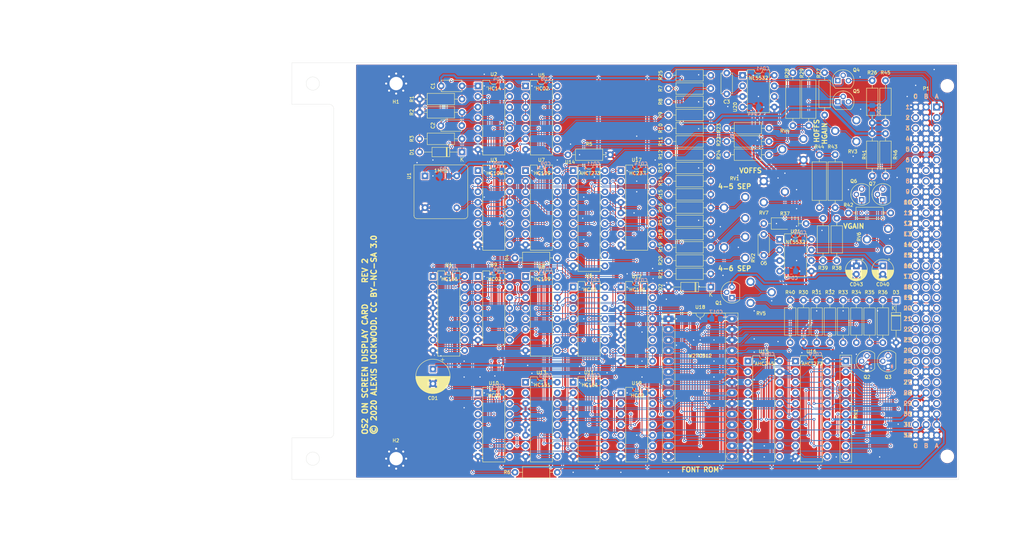
<source format=kicad_pcb>
(kicad_pcb (version 20200625) (host pcbnew "(5.99.0-2083-g40847c055)")
  (layers (0 "F.Cu" signal) (31 "B.Cu" signal) (34 "B.Paste" user) (35 "F.Paste" user) (36 "B.SilkS" user) (37 "F.SilkS" user) (38 "B.Mask" user) (39 "F.Mask" user) (44 "Edge.Cuts" user))
  (net 0 "")
  (net 1 "Net-(C1-Pad2)")
  (net 2 "Net-(C2-Pad2)")
  (net 3 "Net-(C3-Pad2)")
  (net 4 "Net-(C3-Pad1)")
  (net 5 "Net-(C5-Pad2)")
  (net 6 "Net-(C5-Pad1)")
  (net 7 "Net-(D1-Pad2)")
  (net 8 "Net-(D1-Pad1)")
  (net 9 "A20")
  (net 10 "Net-(Q2-Pad2)")
  (net 11 "C21")
  (net 12 "Net-(Q3-Pad2)")
  (net 13 "Net-(Q4-Pad1)")
  (net 14 "A2")
  (net 15 "Net-(Q5-Pad1)")
  (net 16 "A3")
  (net 17 "Net-(Q5-Pad2)")
  (net 18 "Net-(Q6-Pad1)")
  (net 19 "C2")
  (net 20 "Net-(Q7-Pad1)")
  (net 21 "C3")
  (net 22 "Net-(Q7-Pad2)")
  (net 23 "A5")
  (net 24 "/PREDONE")
  (net 25 "/HDOT0")
  (net 26 "Net-(R7-Pad1)")
  (net 27 "/HDOT1")
  (net 28 "/HDOT2")
  (net 29 "/POS0")
  (net 30 "Net-(R11-Pad1)")
  (net 31 "/POS1")
  (net 32 "/POS2")
  (net 33 "Net-(R16-Pad2)")
  (net 34 "Net-(R17-Pad2)")
  (net 35 "Net-(R18-Pad2)")
  (net 36 "Net-(R19-Pad2)")
  (net 37 "Net-(R19-Pad1)")
  (net 38 "Net-(R20-Pad2)")
  (net 39 "Net-(R20-Pad1)")
  (net 40 "Net-(R21-Pad2)")
  (net 41 "Net-(R23-Pad2)")
  (net 42 "Net-(R24-Pad2)")
  (net 43 "Net-(R27-Pad2)")
  (net 44 "/DESCENDER0")
  (net 45 "/DESCENDER1")
  (net 46 "/LINE0")
  (net 47 "/LINE1")
  (net 48 "/LINE2")
  (net 49 "Net-(R38-Pad2)")
  (net 50 "Net-(R39-Pad2)")
  (net 51 "Net-(R40-Pad2)")
  (net 52 "Net-(R42-Pad2)")
  (net 53 "A24")
  (net 54 "B24")
  (net 55 "C24")
  (net 56 "A23")
  (net 57 "B23")
  (net 58 "C23")
  (net 59 "A22")
  (net 60 "B22")
  (net 61 "Net-(Q1-Pad1)")
  (net 62 "CLK")
  (net 63 "Net-(U2-Pad6)")
  (net 64 "Net-(R4-Pad1)")
  (net 65 "Net-(U2-Pad4)")
  (net 66 "Net-(U2-Pad2)")
  (net 67 "RST#")
  (net 68 "Net-(U3-Pad7)")
  (net 69 "Net-(U3-Pad13)")
  (net 70 "POR#")
  (net 71 "POR")
  (net 72 "VCC")
  (net 73 "Net-(U4-Pad15)")
  (net 74 "Net-(U4-Pad14)")
  (net 75 "/LASTDOT")
  (net 76 "/LASTFLD#")
  (net 77 "Net-(U5-Pad5)")
  (net 78 "/FLDREQ2")
  (net 79 "/POSREQ2")
  (net 80 "/FLDREQ1")
  (net 81 "/POSREQ1")
  (net 82 "/FLDREQ0")
  (net 83 "/POSREQ0")
  (net 84 "/LASTPOS#")
  (net 85 "/~POR")
  (net 86 "Net-(U7-Pad7)")
  (net 87 "Net-(U7-Pad13)")
  (net 88 "Net-(U7-Pad5)")
  (net 89 "Net-(U7-Pad10)")
  (net 90 "Net-(U7-Pad9)")
  (net 91 "Net-(U8-Pad15)")
  (net 92 "RUN#")
  (net 93 "RUN")
  (net 94 "POSCLK")
  (net 95 "Net-(U8-Pad3)")
  (net 96 "/DONE#")
  (net 97 "Net-(U8-Pad2)")
  (net 98 "A6")
  (net 99 "/DONEREQ")
  (net 100 "Net-(U9-Pad10)")
  (net 101 "Net-(U11-Pad15)")
  (net 102 "/PREBLANK")
  (net 103 "Net-(U10-Pad1)")
  (net 104 "Net-(U12-Pad15)")
  (net 105 "Net-(U10-Pad4)")
  (net 106 "Net-(U12-Pad11)")
  (net 107 "Net-(U13-Pad15)")
  (net 108 "Net-(U10-Pad10)")
  (net 109 "Net-(U10-Pad13)")
  (net 110 "/INTERFIELD_BLANK")
  (net 111 "/FLD2")
  (net 112 "/FLD1")
  (net 113 "/FLD0")
  (net 114 "C25")
  (net 115 "B25")
  (net 116 "A25")
  (net 117 "Net-(U15-Pad15)")
  (net 118 "B21")
  (net 119 "A21")
  (net 120 "C22")
  (net 121 "Net-(U15-Pad11)")
  (net 122 "/CHAR3")
  (net 123 "/CHAR6")
  (net 124 "/CHAR2")
  (net 125 "/CHAR5")
  (net 126 "/CHAR1")
  (net 127 "/CHAR4")
  (net 128 "/CHAR0")
  (net 129 "Net-(U17-Pad15)")
  (net 130 "Net-(U17-Pad11)")
  (net 131 "/PIX_BLANK")
  (net 132 "Net-(U18-Pad19)")
  (net 133 "Net-(U18-Pad18)")
  (net 134 "Net-(U18-Pad17)")
  (net 135 "Net-(U18-Pad16)")
  (net 136 "Net-(U18-Pad15)")
  (net 137 "Net-(U19-Pad1)")
  (net 138 "GND")
  (net 139 "+15V")
  (net 140 "-15V")
  (net 141 "A29")
  (net 142 "A28")
  (net 143 "B27")
  (net 144 "A27")
  (net 145 "A26")
  (net 146 "B19")
  (net 147 "A19")
  (net 148 "B18")
  (net 149 "A18")
  (net 150 "B17")
  (net 151 "B16")
  (net 152 "A16")
  (net 153 "A14")
  (net 154 "A13")
  (net 155 "B12")
  (net 156 "B11")
  (net 157 "A10")
  (net 158 "A9")
  (net 159 "B8")
  (net 160 "B7")
  (net 161 "C26")
  (net 162 "C6")
  (net 163 "C5")
  (net 164 "C14")
  (net 165 "C18")
  (net 166 "C31")
  (net 167 "C10")
  (net 168 "C20")
  (net 169 "C9")
  (net 170 "C17")
  (net 171 "C16")
  (net 172 "C29")
  (net 173 "C13")
  (net 174 "Net-(U5-Pad2)")
  (net 175 "/PREDONE'")
  (net 176 "/INTEN#")
  (net 177 "Net-(RN1-Pad10)")
  (module "Resistor_THT:R_Axial_DIN0207_L6.3mm_D2.5mm_P10.16mm_Horizontal" (layer "F.Cu") (at 203.2 68.58)
    (fp_text reference "R37" (at 5.08 -2.37) (layer "F.SilkS") (effects (font (size 0.8128 0.8128) (thickness 0.1524))))
    (fp_text value "1k6")
    (pad "2" thru_hole oval (at 10.16 0) (size 1.6 1.6) (drill 0.8) (layers *.Cu *.Mask) (net 18 "Net-(Q6-Pad1)"))
    (pad "1" thru_hole circle (at 0 0) (size 1.6 1.6) (drill 0.8) (layers *.Cu *.Mask) (net 6 "Net-(C5-Pad1)"))
  )
  (module "Package_DIP:DIP-14_W7.62mm" (layer "F.Cu") (at 134.62 81.28)
    (fp_text reference "U9" (at 3.81 -2.794) (layer "F.SilkS") (effects (font (size 0.8128 0.8128) (thickness 0.1524))))
    (fp_text value "'HC02" (at 3.81 0.635) (layer "F.SilkS") (effects (font (size 0.8128 0.8128) (thickness 0.1524))))
    (pad "14" thru_hole oval (at 7.62 0) (size 1.6 1.6) (drill 0.8) (layers *.Cu *.Mask) (net 72 "VCC"))
    (pad "7" thru_hole oval (at 0 15.24) (size 1.6 1.6) (drill 0.8) (layers *.Cu *.Mask) (net 138 "GND"))
    (pad "13" thru_hole oval (at 7.62 2.54) (size 1.6 1.6) (drill 0.8) (layers *.Cu *.Mask) (net 91 "Net-(U8-Pad15)"))
    (pad "6" thru_hole oval (at 0 12.7) (size 1.6 1.6) (drill 0.8) (layers *.Cu *.Mask) (net 99 "/DONEREQ"))
    (pad "12" thru_hole oval (at 7.62 5.08) (size 1.6 1.6) (drill 0.8) (layers *.Cu *.Mask) (net 100 "Net-(U9-Pad10)"))
    (pad "5" thru_hole oval (at 0 10.16) (size 1.6 1.6) (drill 0.8) (layers *.Cu *.Mask) (net 99 "/DONEREQ"))
    (pad "11" thru_hole oval (at 7.62 7.62) (size 1.6 1.6) (drill 0.8) (layers *.Cu *.Mask) (net 100 "Net-(U9-Pad10)"))
    (pad "4" thru_hole oval (at 0 7.62) (size 1.6 1.6) (drill 0.8) (layers *.Cu *.Mask) (net 95 "Net-(U8-Pad3)"))
    (pad "10" thru_hole oval (at 7.62 10.16) (size 1.6 1.6) (drill 0.8) (layers *.Cu *.Mask) (net 100 "Net-(U9-Pad10)"))
    (pad "3" thru_hole oval (at 0 5.08) (size 1.6 1.6) (drill 0.8) (layers *.Cu *.Mask) (net 90 "Net-(U7-Pad9)"))
    (pad "9" thru_hole oval (at 7.62 12.7) (size 1.6 1.6) (drill 0.8) (layers *.Cu *.Mask) (net 95 "Net-(U8-Pad3)"))
    (pad "2" thru_hole oval (at 0 2.54) (size 1.6 1.6) (drill 0.8) (layers *.Cu *.Mask) (net 96 "/DONE#"))
    (pad "8" thru_hole oval (at 7.62 15.24) (size 1.6 1.6) (drill 0.8) (layers *.Cu *.Mask) (net 93 "RUN"))
    (pad "1" thru_hole rect (at 0 0) (size 1.6 1.6) (drill 0.8) (layers *.Cu *.Mask) (net 97 "Net-(U8-Pad2)"))
  )
  (module "Package_DIP:DIP-16_W7.62mm" (layer "F.Cu") (at 146.05 81.28)
    (fp_text reference "U8" (at 3.81 -2.286) (layer "F.SilkS") (effects (font (size 0.8128 0.8128) (thickness 0.1524))))
    (fp_text value "'HC109" (at 3.81 0.635) (layer "F.SilkS") (effects (font (size 0.8128 0.8128) (thickness 0.1524))))
    (pad "16" thru_hole oval (at 7.62 0) (size 1.6 1.6) (drill 0.8) (layers *.Cu *.Mask) (net 72 "VCC"))
    (pad "8" thru_hole oval (at 0 17.78) (size 1.6 1.6) (drill 0.8) (layers *.Cu *.Mask) (net 138 "GND"))
    (pad "15" thru_hole oval (at 7.62 2.54) (size 1.6 1.6) (drill 0.8) (layers *.Cu *.Mask) (net 91 "Net-(U8-Pad15)"))
    (pad "7" thru_hole oval (at 0 15.24) (size 1.6 1.6) (drill 0.8) (layers *.Cu *.Mask) (net 92 "RUN#"))
    (pad "14" thru_hole oval (at 7.62 5.08) (size 1.6 1.6) (drill 0.8) (layers *.Cu *.Mask) (net 93 "RUN"))
    (pad "6" thru_hole oval (at 0 12.7) (size 1.6 1.6) (drill 0.8) (layers *.Cu *.Mask) (net 93 "RUN"))
    (pad "13" thru_hole oval (at 7.62 7.62) (size 1.6 1.6) (drill 0.8) (layers *.Cu *.Mask) (net 93 "RUN"))
    (pad "5" thru_hole oval (at 0 10.16) (size 1.6 1.6) (drill 0.8) (layers *.Cu *.Mask) (net 72 "VCC"))
    (pad "12" thru_hole oval (at 7.62 10.16) (size 1.6 1.6) (drill 0.8) (layers *.Cu *.Mask) (net 94 "POSCLK"))
    (pad "4" thru_hole oval (at 0 7.62) (size 1.6 1.6) (drill 0.8) (layers *.Cu *.Mask) (net 62 "CLK"))
    (pad "11" thru_hole oval (at 7.62 12.7) (size 1.6 1.6) (drill 0.8) (layers *.Cu *.Mask) (net 72 "VCC"))
    (pad "3" thru_hole oval (at 0 5.08) (size 1.6 1.6) (drill 0.8) (layers *.Cu *.Mask) (net 95 "Net-(U8-Pad3)"))
    (pad "10" thru_hole oval (at 7.62 15.24) (size 1.6 1.6) (drill 0.8) (layers *.Cu *.Mask) (net 96 "/DONE#"))
    (pad "2" thru_hole oval (at 0 2.54) (size 1.6 1.6) (drill 0.8) (layers *.Cu *.Mask) (net 97 "Net-(U8-Pad2)"))
    (pad "9" thru_hole oval (at 7.62 17.78) (size 1.6 1.6) (drill 0.8) (layers *.Cu *.Mask) (net 98 "A6"))
    (pad "1" thru_hole rect (at 0 0) (size 1.6 1.6) (drill 0.8) (layers *.Cu *.Mask) (net 85 "/~POR"))
  )
  (module "MountingHole:MountingHole_3.2mm_M3_Pad_Via" (layer "F.Cu") (at 115 125)
    (fp_text reference "H2" (at -0.065 -4.35) (layer "F.SilkS") (effects (font (size 0.8128 0.8128) (thickness 0.1524))))
    (fp_text value "HOLE")
    (pad "1" thru_hole circle (at 1.697056 -1.697056) (size 0.8 0.8) (drill 0.5) (layers *.Cu *.Mask) (net 138 "GND"))
    (pad "1" thru_hole circle (at 0 -2.4) (size 0.8 0.8) (drill 0.5) (layers *.Cu *.Mask) (net 138 "GND"))
    (pad "1" thru_hole circle (at -1.697056 -1.697056) (size 0.8 0.8) (drill 0.5) (layers *.Cu *.Mask) (net 138 "GND"))
    (pad "1" thru_hole circle (at -2.4 0) (size 0.8 0.8) (drill 0.5) (layers *.Cu *.Mask) (net 138 "GND"))
    (pad "1" thru_hole circle (at -1.697056 1.697056) (size 0.8 0.8) (drill 0.5) (layers *.Cu *.Mask) (net 138 "GND"))
    (pad "1" thru_hole circle (at 0 2.4) (size 0.8 0.8) (drill 0.5) (layers *.Cu *.Mask) (net 138 "GND"))
    (pad "1" thru_hole circle (at 1.697056 1.697056) (size 0.8 0.8) (drill 0.5) (layers *.Cu *.Mask) (net 138 "GND"))
    (pad "1" thru_hole circle (at 2.4 0) (size 0.8 0.8) (drill 0.5) (layers *.Cu *.Mask) (net 138 "GND"))
    (pad "1" thru_hole circle (at 0 0) (size 6.4 6.4) (drill 3.2) (layers *.Cu *.Mask) (net 138 "GND"))
  )
  (module "MountingHole:MountingHole_3.2mm_M3_Pad_Via" (layer "F.Cu") (at 115 35)
    (fp_text reference "H1" (at -0.065 4.37) (layer "F.SilkS") (effects (font (size 0.8128 0.8128) (thickness 0.1524))))
    (fp_text value "HOLE")
    (pad "1" thru_hole circle (at 1.697056 -1.697056) (size 0.8 0.8) (drill 0.5) (layers *.Cu *.Mask) (net 138 "GND"))
    (pad "1" thru_hole circle (at 0 -2.4) (size 0.8 0.8) (drill 0.5) (layers *.Cu *.Mask) (net 138 "GND"))
    (pad "1" thru_hole circle (at -1.697056 -1.697056) (size 0.8 0.8) (drill 0.5) (layers *.Cu *.Mask) (net 138 "GND"))
    (pad "1" thru_hole circle (at -2.4 0) (size 0.8 0.8) (drill 0.5) (layers *.Cu *.Mask) (net 138 "GND"))
    (pad "1" thru_hole circle (at -1.697056 1.697056) (size 0.8 0.8) (drill 0.5) (layers *.Cu *.Mask) (net 138 "GND"))
    (pad "1" thru_hole circle (at 0 2.4) (size 0.8 0.8) (drill 0.5) (layers *.Cu *.Mask) (net 138 "GND"))
    (pad "1" thru_hole circle (at 1.697056 1.697056) (size 0.8 0.8) (drill 0.5) (layers *.Cu *.Mask) (net 138 "GND"))
    (pad "1" thru_hole circle (at 2.4 0) (size 0.8 0.8) (drill 0.5) (layers *.Cu *.Mask) (net 138 "GND"))
    (pad "1" thru_hole circle (at 0 0) (size 6.4 6.4) (drill 3.2) (layers *.Cu *.Mask) (net 138 "GND"))
  )
  (module "Resistor_THT:R_Axial_DIN0207_L6.3mm_D2.5mm_P10.16mm_Horizontal" (layer "F.Cu") (at 143.51 76.835)
    (fp_text reference "R4" (at -1.905 0 90) (layer "F.SilkS") (effects (font (size 0.8128 0.8128) (thickness 0.1524))))
    (fp_text value "10")
    (pad "2" thru_hole oval (at 10.16 0) (size 1.6 1.6) (drill 0.8) (layers *.Cu *.Mask) (net 94 "POSCLK"))
    (pad "1" thru_hole circle (at 0 0) (size 1.6 1.6) (drill 0.8) (layers *.Cu *.Mask) (net 64 "Net-(R4-Pad1)"))
  )
  (module "Capacitor_THT:CP_Radial_D5.0mm_P2.00mm" (layer "F.Cu") (at 225.425 78.74 -90)
    (fp_text reference "CD43" (at 4.445 0 180) (layer "F.SilkS") (effects (font (size 0.8128 0.8128) (thickness 0.1524))))
    (fp_text value "47µ")
    (pad "2" thru_hole circle (at 2 0 270) (size 1.6 1.6) (drill 0.8) (layers *.Cu *.Mask) (net 140 "-15V"))
    (pad "1" thru_hole rect (at 0 0 270) (size 1.6 1.6) (drill 0.8) (layers *.Cu *.Mask) (net 138 "GND"))
  )
  (module "Capacitor_THT:CP_Radial_D5.0mm_P2.00mm" (layer "F.Cu") (at 231.775 78.74 -90)
    (fp_text reference "CD40" (at 4.445 0 180) (layer "F.SilkS") (effects (font (size 0.8128 0.8128) (thickness 0.1524))))
    (fp_text value "47µ")
    (pad "2" thru_hole circle (at 2 0 270) (size 1.6 1.6) (drill 0.8) (layers *.Cu *.Mask) (net 138 "GND"))
    (pad "1" thru_hole rect (at 0 0 270) (size 1.6 1.6) (drill 0.8) (layers *.Cu *.Mask) (net 139 "+15V"))
  )
  (module "Capacitor_THT:CP_Radial_D8.0mm_P3.50mm" (layer "F.Cu") (at 123.825 103.505 -90)
    (fp_text reference "CD1" (at 6.985 0 180) (layer "F.SilkS") (effects (font (size 0.8128 0.8128) (thickness 0.1524))))
    (fp_text value "470µ")
    (pad "2" thru_hole circle (at 3.5 0 270) (size 1.6 1.6) (drill 0.8) (layers *.Cu *.Mask) (net 138 "GND"))
    (pad "1" thru_hole rect (at 0 0 270) (size 1.6 1.6) (drill 0.8) (layers *.Cu *.Mask) (net 72 "VCC"))
  )
  (module "Capacitor_SMD:C_0805_2012Metric_Pad1.15x1.40mm_HandSolder" (layer "B.Cu") (at 209.804 80.01)
    (fp_text reference "CD45" (at 0 1.65) (layer "B.SilkS") (effects (font (size 0.8128 0.8128) (thickness 0.1524)) (justify mirror)))
    (fp_text value "1µ")
    (pad "2" smd roundrect (at 1.025 0) (size 1.15 1.4) (layers "B.Cu" "B.Paste" "B.Mask") (roundrect_rratio 0.2173913043478261) (net 138 "GND"))
    (pad "1" smd roundrect (at -1.025 0) (size 1.15 1.4) (layers "B.Cu" "B.Paste" "B.Mask") (roundrect_rratio 0.2173913043478261) (net 140 "-15V"))
  )
  (module "Capacitor_SMD:C_0805_2012Metric_Pad1.15x1.40mm_HandSolder" (layer "B.Cu") (at 200.914 40.64)
    (fp_text reference "CD44" (at 0 1.65) (layer "B.SilkS") (effects (font (size 0.8128 0.8128) (thickness 0.1524)) (justify mirror)))
    (fp_text value "1µ")
    (pad "2" smd roundrect (at 1.025 0) (size 1.15 1.4) (layers "B.Cu" "B.Paste" "B.Mask") (roundrect_rratio 0.2173913043478261) (net 138 "GND"))
    (pad "1" smd roundrect (at -1.025 0) (size 1.15 1.4) (layers "B.Cu" "B.Paste" "B.Mask") (roundrect_rratio 0.2173913043478261) (net 140 "-15V"))
  )
  (module "Capacitor_SMD:C_0805_2012Metric_Pad1.15x1.40mm_HandSolder" (layer "B.Cu") (at 211.836 72.39 180)
    (fp_text reference "CD42" (at 0 1.65) (layer "B.SilkS") (effects (font (size 0.8128 0.8128) (thickness 0.1524)) (justify mirror)))
    (fp_text value "1µ")
    (pad "2" smd roundrect (at 1.025 0 180) (size 1.15 1.4) (layers "B.Cu" "B.Paste" "B.Mask") (roundrect_rratio 0.2173913043478261) (net 138 "GND"))
    (pad "1" smd roundrect (at -1.025 0 180) (size 1.15 1.4) (layers "B.Cu" "B.Paste" "B.Mask") (roundrect_rratio 0.2173913043478261) (net 139 "+15V"))
  )
  (module "Capacitor_SMD:C_0805_2012Metric_Pad1.15x1.40mm_HandSolder" (layer "B.Cu") (at 202.946 33.02 180)
    (fp_text reference "CD41" (at 0 1.65) (layer "B.SilkS") (effects (font (size 0.8128 0.8128) (thickness 0.1524)) (justify mirror)))
    (fp_text value "1µ")
    (pad "2" smd roundrect (at 1.025 0 180) (size 1.15 1.4) (layers "B.Cu" "B.Paste" "B.Mask") (roundrect_rratio 0.2173913043478261) (net 138 "GND"))
    (pad "1" smd roundrect (at -1.025 0 180) (size 1.15 1.4) (layers "B.Cu" "B.Paste" "B.Mask") (roundrect_rratio 0.2173913043478261) (net 139 "+15V"))
  )
  (module "Package_DIP:DIP-14_W7.62mm" (layer "F.Cu") (at 168.91 109.22)
    (fp_text reference "U19" (at 3.81 -2.33) (layer "F.SilkS") (effects (font (size 0.8128 0.8128) (thickness 0.1524))))
    (fp_text value "'HC02" (at 3.81 0.635) (layer "F.SilkS") (effects (font (size 0.8128 0.8128) (thickness 0.1524))))
    (pad "14" thru_hole oval (at 7.62 0) (size 1.6 1.6) (drill 0.8) (layers *.Cu *.Mask) (net 72 "VCC"))
    (pad "7" thru_hole oval (at 0 15.24) (size 1.6 1.6) (drill 0.8) (layers *.Cu *.Mask) (net 138 "GND"))
    (pad "13" thru_hole oval (at 7.62 2.54) (size 1.6 1.6) (drill 0.8) (layers *.Cu *.Mask))
    (pad "6" thru_hole oval (at 0 12.7) (size 1.6 1.6) (drill 0.8) (layers *.Cu *.Mask) (net 92 "RUN#"))
    (pad "12" thru_hole oval (at 7.62 5.08) (size 1.6 1.6) (drill 0.8) (layers *.Cu *.Mask))
    (pad "5" thru_hole oval (at 0 10.16) (size 1.6 1.6) (drill 0.8) (layers *.Cu *.Mask) (net 137 "Net-(U19-Pad1)"))
    (pad "11" thru_hole oval (at 7.62 7.62) (size 1.6 1.6) (drill 0.8) (layers *.Cu *.Mask))
    (pad "4" thru_hole oval (at 0 7.62) (size 1.6 1.6) (drill 0.8) (layers *.Cu *.Mask) (net 10 "Net-(Q2-Pad2)"))
    (pad "10" thru_hole oval (at 7.62 10.16) (size 1.6 1.6) (drill 0.8) (layers *.Cu *.Mask) (net 12 "Net-(Q3-Pad2)"))
    (pad "3" thru_hole oval (at 0 5.08) (size 1.6 1.6) (drill 0.8) (layers *.Cu *.Mask) (net 131 "/PIX_BLANK"))
    (pad "9" thru_hole oval (at 7.62 12.7) (size 1.6 1.6) (drill 0.8) (layers *.Cu *.Mask) (net 176 "/INTEN#"))
    (pad "2" thru_hole oval (at 0 2.54) (size 1.6 1.6) (drill 0.8) (layers *.Cu *.Mask) (net 110 "/INTERFIELD_BLANK"))
    (pad "8" thru_hole oval (at 7.62 15.24) (size 1.6 1.6) (drill 0.8) (layers *.Cu *.Mask) (net 92 "RUN#"))
    (pad "1" thru_hole rect (at 0 0) (size 1.6 1.6) (drill 0.8) (layers *.Cu *.Mask) (net 137 "Net-(U19-Pad1)"))
  )
  (module "Package_DIP:DIP-16_W7.62mm" (layer "F.Cu") (at 157.48 106.68)
    (fp_text reference "U11" (at 3.81 -2.33) (layer "F.SilkS") (effects (font (size 0.8128 0.8128) (thickness 0.1524))))
    (fp_text value "'HC161" (at 3.81 0.635) (layer "F.SilkS") (effects (font (size 0.8128 0.8128) (thickness 0.1524))))
    (pad "16" thru_hole oval (at 7.62 0) (size 1.6 1.6) (drill 0.8) (layers *.Cu *.Mask) (net 72 "VCC"))
    (pad "8" thru_hole oval (at 0 17.78) (size 1.6 1.6) (drill 0.8) (layers *.Cu *.Mask) (net 138 "GND"))
    (pad "15" thru_hole oval (at 7.62 2.54) (size 1.6 1.6) (drill 0.8) (layers *.Cu *.Mask) (net 101 "Net-(U11-Pad15)"))
    (pad "7" thru_hole oval (at 0 15.24) (size 1.6 1.6) (drill 0.8) (layers *.Cu *.Mask) (net 72 "VCC"))
    (pad "14" thru_hole oval (at 7.62 5.08) (size 1.6 1.6) (drill 0.8) (layers *.Cu *.Mask) (net 83 "/POSREQ0"))
    (pad "6" thru_hole oval (at 0 12.7) (size 1.6 1.6) (drill 0.8) (layers *.Cu *.Mask) (net 138 "GND"))
    (pad "13" thru_hole oval (at 7.62 7.62) (size 1.6 1.6) (drill 0.8) (layers *.Cu *.Mask) (net 81 "/POSREQ1"))
    (pad "5" thru_hole oval (at 0 10.16) (size 1.6 1.6) (drill 0.8) (layers *.Cu *.Mask) (net 138 "GND"))
    (pad "12" thru_hole oval (at 7.62 10.16) (size 1.6 1.6) (drill 0.8) (layers *.Cu *.Mask) (net 79 "/POSREQ2"))
    (pad "4" thru_hole oval (at 0 7.62) (size 1.6 1.6) (drill 0.8) (layers *.Cu *.Mask) (net 138 "GND"))
    (pad "11" thru_hole oval (at 7.62 12.7) (size 1.6 1.6) (drill 0.8) (layers *.Cu *.Mask) (net 102 "/PREBLANK"))
    (pad "3" thru_hole oval (at 0 5.08) (size 1.6 1.6) (drill 0.8) (layers *.Cu *.Mask) (net 138 "GND"))
    (pad "10" thru_hole oval (at 7.62 15.24) (size 1.6 1.6) (drill 0.8) (layers *.Cu *.Mask) (net 72 "VCC"))
    (pad "2" thru_hole oval (at 0 2.54) (size 1.6 1.6) (drill 0.8) (layers *.Cu *.Mask) (net 94 "POSCLK"))
    (pad "9" thru_hole oval (at 7.62 17.78) (size 1.6 1.6) (drill 0.8) (layers *.Cu *.Mask) (net 103 "Net-(U10-Pad1)"))
    (pad "1" thru_hole rect (at 0 0) (size 1.6 1.6) (drill 0.8) (layers *.Cu *.Mask) (net 67 "RST#"))
  )
  (module "Capacitor_SMD:C_0805_2012Metric_Pad1.15x1.40mm_HandSolder" (layer "B.Cu") (at 139.446 109.22 180)
    (fp_text reference "CD21" (at 0 1.65) (layer "B.SilkS") (effects (font (size 0.8128 0.8128) (thickness 0.1524)) (justify mirror)))
    (fp_text value "1µ")
    (pad "2" smd roundrect (at 1.025 0 180) (size 1.15 1.4) (layers "B.Cu" "B.Paste" "B.Mask") (roundrect_rratio 0.2173913043478261) (net 138 "GND"))
    (pad "1" smd roundrect (at -1.025 0 180) (size 1.15 1.4) (layers "B.Cu" "B.Paste" "B.Mask") (roundrect_rratio 0.2173913043478261) (net 72 "VCC"))
  )
  (module "Package_DIP:DIP-16_W7.62mm" (layer "F.Cu") (at 134.62 55.88)
    (fp_text reference "U3" (at 3.81 -2.54) (layer "F.SilkS") (effects (font (size 0.8128 0.8128) (thickness 0.1524))))
    (fp_text value "'HC109" (at 3.81 0.635) (layer "F.SilkS") (effects (font (size 0.8128 0.8128) (thickness 0.1524))))
    (pad "16" thru_hole oval (at 7.62 0) (size 1.6 1.6) (drill 0.8) (layers *.Cu *.Mask) (net 72 "VCC"))
    (pad "8" thru_hole oval (at 0 17.78) (size 1.6 1.6) (drill 0.8) (layers *.Cu *.Mask) (net 138 "GND"))
    (pad "15" thru_hole oval (at 7.62 2.54) (size 1.6 1.6) (drill 0.8) (layers *.Cu *.Mask) (net 65 "Net-(U2-Pad4)"))
    (pad "7" thru_hole oval (at 0 15.24) (size 1.6 1.6) (drill 0.8) (layers *.Cu *.Mask) (net 68 "Net-(U3-Pad7)"))
    (pad "14" thru_hole oval (at 7.62 5.08) (size 1.6 1.6) (drill 0.8) (layers *.Cu *.Mask) (net 69 "Net-(U3-Pad13)"))
    (pad "6" thru_hole oval (at 0 12.7) (size 1.6 1.6) (drill 0.8) (layers *.Cu *.Mask) (net 69 "Net-(U3-Pad13)"))
    (pad "13" thru_hole oval (at 7.62 7.62) (size 1.6 1.6) (drill 0.8) (layers *.Cu *.Mask) (net 69 "Net-(U3-Pad13)"))
    (pad "5" thru_hole oval (at 0 10.16) (size 1.6 1.6) (drill 0.8) (layers *.Cu *.Mask) (net 72 "VCC"))
    (pad "12" thru_hole oval (at 7.62 10.16) (size 1.6 1.6) (drill 0.8) (layers *.Cu *.Mask) (net 62 "CLK"))
    (pad "4" thru_hole oval (at 0 7.62) (size 1.6 1.6) (drill 0.8) (layers *.Cu *.Mask) (net 62 "CLK"))
    (pad "11" thru_hole oval (at 7.62 12.7) (size 1.6 1.6) (drill 0.8) (layers *.Cu *.Mask) (net 72 "VCC"))
    (pad "3" thru_hole oval (at 0 5.08) (size 1.6 1.6) (drill 0.8) (layers *.Cu *.Mask) (net 66 "Net-(U2-Pad2)"))
    (pad "10" thru_hole oval (at 7.62 15.24) (size 1.6 1.6) (drill 0.8) (layers *.Cu *.Mask) (net 70 "POR#"))
    (pad "2" thru_hole oval (at 0 2.54) (size 1.6 1.6) (drill 0.8) (layers *.Cu *.Mask) (net 66 "Net-(U2-Pad2)"))
    (pad "9" thru_hole oval (at 7.62 17.78) (size 1.6 1.6) (drill 0.8) (layers *.Cu *.Mask) (net 71 "POR"))
    (pad "1" thru_hole rect (at 0 0) (size 1.6 1.6) (drill 0.8) (layers *.Cu *.Mask) (net 65 "Net-(U2-Pad4)"))
  )
  (module "Capacitor_SMD:C_0805_2012Metric_Pad1.15x1.40mm_HandSolder" (layer "B.Cu") (at 139.446 81.28 180)
    (fp_text reference "CD6" (at 0 1.65) (layer "B.SilkS") (effects (font (size 0.8128 0.8128) (thickness 0.1524)) (justify mirror)))
    (fp_text value "1µ")
    (pad "2" smd roundrect (at 1.025 0 180) (size 1.15 1.4) (layers "B.Cu" "B.Paste" "B.Mask") (roundrect_rratio 0.2173913043478261) (net 138 "GND"))
    (pad "1" smd roundrect (at -1.025 0 180) (size 1.15 1.4) (layers "B.Cu" "B.Paste" "B.Mask") (roundrect_rratio 0.2173913043478261) (net 72 "VCC"))
  )
  (module "Capacitor_SMD:C_0805_2012Metric_Pad1.15x1.40mm_HandSolder" (layer "B.Cu") (at 229.235 41.275 90)
    (fp_text reference "CD20" (at 0 1.65 90) (layer "B.SilkS") (effects (font (size 0.8128 0.8128) (thickness 0.1524)) (justify mirror)))
    (fp_text value "1µ")
    (pad "2" smd roundrect (at 1.025 0 90) (size 1.15 1.4) (layers "B.Cu" "B.Paste" "B.Mask") (roundrect_rratio 0.2173913043478261) (net 138 "GND"))
    (pad "1" smd roundrect (at -1.025 0 90) (size 1.15 1.4) (layers "B.Cu" "B.Paste" "B.Mask") (roundrect_rratio 0.2173913043478261) (net 72 "VCC"))
  )
  (module "Capacitor_SMD:C_0805_2012Metric_Pad1.15x1.40mm_HandSolder" (layer "B.Cu") (at 215.646 101.6 180)
    (fp_text reference "CD19" (at 0 1.65) (layer "B.SilkS") (effects (font (size 0.8128 0.8128) (thickness 0.1524)) (justify mirror)))
    (fp_text value "1µ")
    (pad "2" smd roundrect (at 1.025 0 180) (size 1.15 1.4) (layers "B.Cu" "B.Paste" "B.Mask") (roundrect_rratio 0.2173913043478261) (net 138 "GND"))
    (pad "1" smd roundrect (at -1.025 0 180) (size 1.15 1.4) (layers "B.Cu" "B.Paste" "B.Mask") (roundrect_rratio 0.2173913043478261) (net 72 "VCC"))
  )
  (module "Capacitor_SMD:C_0805_2012Metric_Pad1.15x1.40mm_HandSolder" (layer "B.Cu") (at 204.216 101.6 180)
    (fp_text reference "CD18" (at 0 1.65) (layer "B.SilkS") (effects (font (size 0.8128 0.8128) (thickness 0.1524)) (justify mirror)))
    (fp_text value "1µ")
    (pad "2" smd roundrect (at 1.025 0 180) (size 1.15 1.4) (layers "B.Cu" "B.Paste" "B.Mask") (roundrect_rratio 0.2173913043478261) (net 138 "GND"))
    (pad "1" smd roundrect (at -1.025 0 180) (size 1.15 1.4) (layers "B.Cu" "B.Paste" "B.Mask") (roundrect_rratio 0.2173913043478261) (net 72 "VCC"))
  )
  (module "Capacitor_SMD:C_0805_2012Metric_Pad1.15x1.40mm_HandSolder" (layer "B.Cu") (at 191.77 91.44 180)
    (fp_text reference "CD17" (at 0 1.65) (layer "B.SilkS") (effects (font (size 0.8128 0.8128) (thickness 0.1524)) (justify mirror)))
    (fp_text value "1µ")
    (pad "2" smd roundrect (at 1.025 0 180) (size 1.15 1.4) (layers "B.Cu" "B.Paste" "B.Mask") (roundrect_rratio 0.2173913043478261) (net 138 "GND"))
    (pad "1" smd roundrect (at -1.025 0 180) (size 1.15 1.4) (layers "B.Cu" "B.Paste" "B.Mask") (roundrect_rratio 0.2173913043478261) (net 72 "VCC"))
  )
  (module "Capacitor_SMD:C_0805_2012Metric_Pad1.15x1.40mm_HandSolder" (layer "B.Cu") (at 162.306 106.68 180)
    (fp_text reference "CD16" (at 0 1.65) (layer "B.SilkS") (effects (font (size 0.8128 0.8128) (thickness 0.1524)) (justify mirror)))
    (fp_text value "1µ")
    (pad "2" smd roundrect (at 1.025 0 180) (size 1.15 1.4) (layers "B.Cu" "B.Paste" "B.Mask") (roundrect_rratio 0.2173913043478261) (net 138 "GND"))
    (pad "1" smd roundrect (at -1.025 0 180) (size 1.15 1.4) (layers "B.Cu" "B.Paste" "B.Mask") (roundrect_rratio 0.2173913043478261) (net 72 "VCC"))
  )
  (module "Capacitor_SMD:C_0805_2012Metric_Pad1.15x1.40mm_HandSolder" (layer "B.Cu") (at 173.736 83.82 180)
    (fp_text reference "CD15" (at 0 1.65) (layer "B.SilkS") (effects (font (size 0.8128 0.8128) (thickness 0.1524)) (justify mirror)))
    (fp_text value "1µ")
    (pad "2" smd roundrect (at 1.025 0 180) (size 1.15 1.4) (layers "B.Cu" "B.Paste" "B.Mask") (roundrect_rratio 0.2173913043478261) (net 138 "GND"))
    (pad "1" smd roundrect (at -1.025 0 180) (size 1.15 1.4) (layers "B.Cu" "B.Paste" "B.Mask") (roundrect_rratio 0.2173913043478261) (net 72 "VCC"))
  )
  (module "Capacitor_SMD:C_0805_2012Metric_Pad1.15x1.40mm_HandSolder" (layer "B.Cu") (at 173.736 55.88 180)
    (fp_text reference "CD14" (at 0 1.65) (layer "B.SilkS") (effects (font (size 0.8128 0.8128) (thickness 0.1524)) (justify mirror)))
    (fp_text value "1µ")
    (pad "2" smd roundrect (at 1.025 0 180) (size 1.15 1.4) (layers "B.Cu" "B.Paste" "B.Mask") (roundrect_rratio 0.2173913043478261) (net 138 "GND"))
    (pad "1" smd roundrect (at -1.025 0 180) (size 1.15 1.4) (layers "B.Cu" "B.Paste" "B.Mask") (roundrect_rratio 0.2173913043478261) (net 72 "VCC"))
  )
  (module "Capacitor_SMD:C_0805_2012Metric_Pad1.15x1.40mm_HandSolder" (layer "B.Cu") (at 150.876 106.68 180)
    (fp_text reference "CD13" (at 0 1.65) (layer "B.SilkS") (effects (font (size 0.8128 0.8128) (thickness 0.1524)) (justify mirror)))
    (fp_text value "1µ")
    (pad "2" smd roundrect (at 1.025 0 180) (size 1.15 1.4) (layers "B.Cu" "B.Paste" "B.Mask") (roundrect_rratio 0.2173913043478261) (net 138 "GND"))
    (pad "1" smd roundrect (at -1.025 0 180) (size 1.15 1.4) (layers "B.Cu" "B.Paste" "B.Mask") (roundrect_rratio 0.2173913043478261) (net 72 "VCC"))
  )
  (module "Capacitor_SMD:C_0805_2012Metric_Pad1.15x1.40mm_HandSolder" (layer "B.Cu") (at 162.306 83.82 180)
    (fp_text reference "CD12" (at 0 1.65) (layer "B.SilkS") (effects (font (size 0.8128 0.8128) (thickness 0.1524)) (justify mirror)))
    (fp_text value "1µ")
    (pad "2" smd roundrect (at 1.025 0 180) (size 1.15 1.4) (layers "B.Cu" "B.Paste" "B.Mask") (roundrect_rratio 0.2173913043478261) (net 138 "GND"))
    (pad "1" smd roundrect (at -1.025 0 180) (size 1.15 1.4) (layers "B.Cu" "B.Paste" "B.Mask") (roundrect_rratio 0.2173913043478261) (net 72 "VCC"))
  )
  (module "Capacitor_SMD:C_0805_2012Metric_Pad1.15x1.40mm_HandSolder" (layer "B.Cu") (at 162.306 55.88 180)
    (fp_text reference "CD11" (at 0 1.65) (layer "B.SilkS") (effects (font (size 0.8128 0.8128) (thickness 0.1524)) (justify mirror)))
    (fp_text value "1µ")
    (pad "2" smd roundrect (at 1.025 0 180) (size 1.15 1.4) (layers "B.Cu" "B.Paste" "B.Mask") (roundrect_rratio 0.2173913043478261) (net 138 "GND"))
    (pad "1" smd roundrect (at -1.025 0 180) (size 1.15 1.4) (layers "B.Cu" "B.Paste" "B.Mask") (roundrect_rratio 0.2173913043478261) (net 72 "VCC"))
  )
  (module "Capacitor_SMD:C_0805_2012Metric_Pad1.15x1.40mm_HandSolder" (layer "B.Cu") (at 150.876 81.28 180)
    (fp_text reference "CD10" (at 0 1.65) (layer "B.SilkS") (effects (font (size 0.8128 0.8128) (thickness 0.1524)) (justify mirror)))
    (fp_text value "1µ")
    (pad "2" smd roundrect (at 1.025 0 180) (size 1.15 1.4) (layers "B.Cu" "B.Paste" "B.Mask") (roundrect_rratio 0.2173913043478261) (net 138 "GND"))
    (pad "1" smd roundrect (at -1.025 0 180) (size 1.15 1.4) (layers "B.Cu" "B.Paste" "B.Mask") (roundrect_rratio 0.2173913043478261) (net 72 "VCC"))
  )
  (module "Capacitor_SMD:C_0805_2012Metric_Pad1.15x1.40mm_HandSolder" (layer "B.Cu") (at 150.876 55.88 180)
    (fp_text reference "CD9" (at 0 1.65) (layer "B.SilkS") (effects (font (size 0.8128 0.8128) (thickness 0.1524)) (justify mirror)))
    (fp_text value "1µ")
    (pad "2" smd roundrect (at 1.025 0 180) (size 1.15 1.4) (layers "B.Cu" "B.Paste" "B.Mask") (roundrect_rratio 0.2173913043478261) (net 138 "GND"))
    (pad "1" smd roundrect (at -1.025 0 180) (size 1.15 1.4) (layers "B.Cu" "B.Paste" "B.Mask") (roundrect_rratio 0.2173913043478261) (net 72 "VCC"))
  )
  (module "Capacitor_SMD:C_0805_2012Metric_Pad1.15x1.40mm_HandSolder" (layer "B.Cu") (at 150.876 35.56 180)
    (fp_text reference "CD8" (at 0 1.65) (layer "B.SilkS") (effects (font (size 0.8128 0.8128) (thickness 0.1524)) (justify mirror)))
    (fp_text value "1µ")
    (pad "2" smd roundrect (at 1.025 0 180) (size 1.15 1.4) (layers "B.Cu" "B.Paste" "B.Mask") (roundrect_rratio 0.2173913043478261) (net 138 "GND"))
    (pad "1" smd roundrect (at -1.025 0 180) (size 1.15 1.4) (layers "B.Cu" "B.Paste" "B.Mask") (roundrect_rratio 0.2173913043478261) (net 72 "VCC"))
  )
  (module "Capacitor_SMD:C_0805_2012Metric_Pad1.15x1.40mm_HandSolder" (layer "B.Cu") (at 173.736 109.22 180)
    (fp_text reference "CD7" (at 0 1.65) (layer "B.SilkS") (effects (font (size 0.8128 0.8128) (thickness 0.1524)) (justify mirror)))
    (fp_text value "1µ")
    (pad "2" smd roundrect (at 1.025 0 180) (size 1.15 1.4) (layers "B.Cu" "B.Paste" "B.Mask") (roundrect_rratio 0.2173913043478261) (net 138 "GND"))
    (pad "1" smd roundrect (at -1.025 0 180) (size 1.15 1.4) (layers "B.Cu" "B.Paste" "B.Mask") (roundrect_rratio 0.2173913043478261) (net 72 "VCC"))
  )
  (module "Capacitor_SMD:C_0805_2012Metric_Pad1.15x1.40mm_HandSolder" (layer "B.Cu") (at 139.446 55.88 180)
    (fp_text reference "CD5" (at 0 1.65) (layer "B.SilkS") (effects (font (size 0.8128 0.8128) (thickness 0.1524)) (justify mirror)))
    (fp_text value "1µ")
    (pad "2" smd roundrect (at 1.025 0 180) (size 1.15 1.4) (layers "B.Cu" "B.Paste" "B.Mask") (roundrect_rratio 0.2173913043478261) (net 138 "GND"))
    (pad "1" smd roundrect (at -1.025 0 180) (size 1.15 1.4) (layers "B.Cu" "B.Paste" "B.Mask") (roundrect_rratio 0.2173913043478261) (net 72 "VCC"))
  )
  (module "Capacitor_SMD:C_0805_2012Metric_Pad1.15x1.40mm_HandSolder" (layer "B.Cu") (at 139.446 35.56 180)
    (fp_text reference "CD4" (at 0 1.65) (layer "B.SilkS") (effects (font (size 0.8128 0.8128) (thickness 0.1524)) (justify mirror)))
    (fp_text value "1µ")
    (pad "2" smd roundrect (at 1.025 0 180) (size 1.15 1.4) (layers "B.Cu" "B.Paste" "B.Mask") (roundrect_rratio 0.2173913043478261) (net 138 "GND"))
    (pad "1" smd roundrect (at -1.025 0 180) (size 1.15 1.4) (layers "B.Cu" "B.Paste" "B.Mask") (roundrect_rratio 0.2173913043478261) (net 72 "VCC"))
  )
  (module "Capacitor_SMD:C_0805_2012Metric_Pad1.15x1.40mm_HandSolder" (layer "B.Cu") (at 128.651 81.28 180)
    (fp_text reference "CD3" (at 0 1.65) (layer "B.SilkS") (effects (font (size 0.8128 0.8128) (thickness 0.1524)) (justify mirror)))
    (fp_text value "1µ")
    (pad "2" smd roundrect (at 1.025 0 180) (size 1.15 1.4) (layers "B.Cu" "B.Paste" "B.Mask") (roundrect_rratio 0.2173913043478261) (net 138 "GND"))
    (pad "1" smd roundrect (at -1.025 0 180) (size 1.15 1.4) (layers "B.Cu" "B.Paste" "B.Mask") (roundrect_rratio 0.2173913043478261) (net 72 "VCC"))
  )
  (module "Capacitor_SMD:C_0805_2012Metric_Pad1.15x1.40mm_HandSolder" (layer "B.Cu") (at 126.61 57.15 180)
    (fp_text reference "CD2" (at 0 1.65) (layer "B.SilkS") (effects (font (size 0.8128 0.8128) (thickness 0.1524)) (justify mirror)))
    (fp_text value "1µ")
    (pad "2" smd roundrect (at 1.025 0 180) (size 1.15 1.4) (layers "B.Cu" "B.Paste" "B.Mask") (roundrect_rratio 0.2173913043478261) (net 138 "GND"))
    (pad "1" smd roundrect (at -1.025 0 180) (size 1.15 1.4) (layers "B.Cu" "B.Paste" "B.Mask") (roundrect_rratio 0.2173913043478261) (net 72 "VCC"))
  )
  (module "Package_TO_SOT_THT:TO-92" (layer "F.Cu") (at 195.58 86.36 90)
    (fp_text reference "Q1" (at -1.27 -3.175 180) (layer "F.SilkS") (effects (font (size 0.8128 0.8128) (thickness 0.1524))))
    (fp_text value "2N3904")
    (pad "1" thru_hole rect (at 0 0 180) (size 1.3 1.3) (drill 0.75) (layers *.Cu *.Mask) (net 61 "Net-(Q1-Pad1)"))
    (pad "3" thru_hole circle (at 2.54 0 180) (size 1.3 1.3) (drill 0.75) (layers *.Cu *.Mask) (net 139 "+15V"))
    (pad "2" thru_hole circle (at 1.27 -1.27 180) (size 1.3 1.3) (drill 0.75) (layers *.Cu *.Mask) (net 111 "/FLD2"))
  )
  (module "Package_DIP:DIP-14_W7.62mm" (layer "F.Cu") (at 146.05 35.56)
    (fp_text reference "U5" (at 3.81 -2.54) (layer "F.SilkS") (effects (font (size 0.8128 0.8128) (thickness 0.1524))))
    (fp_text value "'HC02" (at 3.81 0.635) (layer "F.SilkS") (effects (font (size 0.8128 0.8128) (thickness 0.1524))))
    (pad "14" thru_hole oval (at 7.62 0) (size 1.6 1.6) (drill 0.8) (layers *.Cu *.Mask) (net 72 "VCC"))
    (pad "7" thru_hole oval (at 0 15.24) (size 1.6 1.6) (drill 0.8) (layers *.Cu *.Mask) (net 138 "GND"))
    (pad "13" thru_hole oval (at 7.62 2.54) (size 1.6 1.6) (drill 0.8) (layers *.Cu *.Mask) (net 7 "Net-(D1-Pad2)"))
    (pad "6" thru_hole oval (at 0 12.7) (size 1.6 1.6) (drill 0.8) (layers *.Cu *.Mask) (net 27 "/HDOT1"))
    (pad "12" thru_hole oval (at 7.62 5.08) (size 1.6 1.6) (drill 0.8) (layers *.Cu *.Mask) (net 92 "RUN#"))
    (pad "5" thru_hole oval (at 0 10.16) (size 1.6 1.6) (drill 0.8) (layers *.Cu *.Mask) (net 77 "Net-(U5-Pad5)"))
    (pad "11" thru_hole oval (at 7.62 7.62) (size 1.6 1.6) (drill 0.8) (layers *.Cu *.Mask) (net 71 "POR"))
    (pad "4" thru_hole oval (at 0 7.62) (size 1.6 1.6) (drill 0.8) (layers *.Cu *.Mask) (net 174 "Net-(U5-Pad2)"))
    (pad "10" thru_hole oval (at 7.62 10.16) (size 1.6 1.6) (drill 0.8) (layers *.Cu *.Mask))
    (pad "3" thru_hole oval (at 0 5.08) (size 1.6 1.6) (drill 0.8) (layers *.Cu *.Mask) (net 174 "Net-(U5-Pad2)"))
    (pad "9" thru_hole oval (at 7.62 12.7) (size 1.6 1.6) (drill 0.8) (layers *.Cu *.Mask))
    (pad "2" thru_hole oval (at 0 2.54) (size 1.6 1.6) (drill 0.8) (layers *.Cu *.Mask) (net 174 "Net-(U5-Pad2)"))
    (pad "8" thru_hole oval (at 7.62 15.24) (size 1.6 1.6) (drill 0.8) (layers *.Cu *.Mask))
    (pad "1" thru_hole rect (at 0 0) (size 1.6 1.6) (drill 0.8) (layers *.Cu *.Mask) (net 75 "/LASTDOT"))
  )
  (module "Package_DIP:DIP-14_W7.62mm" (layer "F.Cu") (at 134.62 109.22)
    (fp_text reference "U10" (at 3.81 -2.33) (layer "F.SilkS") (effects (font (size 0.8128 0.8128) (thickness 0.1524))))
    (fp_text value "'HC02" (at 3.81 0.635) (layer "F.SilkS") (effects (font (size 0.8128 0.8128) (thickness 0.1524))))
    (pad "14" thru_hole oval (at 7.62 0) (size 1.6 1.6) (drill 0.8) (layers *.Cu *.Mask) (net 72 "VCC"))
    (pad "7" thru_hole oval (at 0 15.24) (size 1.6 1.6) (drill 0.8) (layers *.Cu *.Mask) (net 138 "GND"))
    (pad "13" thru_hole oval (at 7.62 2.54) (size 1.6 1.6) (drill 0.8) (layers *.Cu *.Mask) (net 109 "Net-(U10-Pad13)"))
    (pad "6" thru_hole oval (at 0 12.7) (size 1.6 1.6) (drill 0.8) (layers *.Cu *.Mask) (net 84 "/LASTPOS#"))
    (pad "12" thru_hole oval (at 7.62 5.08) (size 1.6 1.6) (drill 0.8) (layers *.Cu *.Mask) (net 24 "/PREDONE"))
    (pad "5" thru_hole oval (at 0 10.16) (size 1.6 1.6) (drill 0.8) (layers *.Cu *.Mask) (net 84 "/LASTPOS#"))
    (pad "11" thru_hole oval (at 7.62 7.62) (size 1.6 1.6) (drill 0.8) (layers *.Cu *.Mask) (net 92 "RUN#"))
    (pad "4" thru_hole oval (at 0 7.62) (size 1.6 1.6) (drill 0.8) (layers *.Cu *.Mask) (net 105 "Net-(U10-Pad4)"))
    (pad "10" thru_hole oval (at 7.62 10.16) (size 1.6 1.6) (drill 0.8) (layers *.Cu *.Mask) (net 108 "Net-(U10-Pad10)"))
    (pad "3" thru_hole oval (at 0 5.08) (size 1.6 1.6) (drill 0.8) (layers *.Cu *.Mask) (net 102 "/PREBLANK"))
    (pad "9" thru_hole oval (at 7.62 12.7) (size 1.6 1.6) (drill 0.8) (layers *.Cu *.Mask) (net 84 "/LASTPOS#"))
    (pad "2" thru_hole oval (at 0 2.54) (size 1.6 1.6) (drill 0.8) (layers *.Cu *.Mask) (net 175 "/PREDONE'"))
    (pad "8" thru_hole oval (at 7.62 15.24) (size 1.6 1.6) (drill 0.8) (layers *.Cu *.Mask) (net 76 "/LASTFLD#"))
    (pad "1" thru_hole rect (at 0 0) (size 1.6 1.6) (drill 0.8) (layers *.Cu *.Mask) (net 103 "Net-(U10-Pad1)"))
  )
  (module "Resistor_THT:R_Array_SIP10" (layer "F.Cu") (at 222.885 101.6 -90)
    (fp_text reference "RN1" (at 12.7 -2.4 90) (layer "F.SilkS") (effects (font (size 0.8128 0.8128) (thickness 0.1524))))
    (fp_text value "1k")
    (pad "10" thru_hole oval (at 22.86 0 270) (size 1.6 1.6) (drill 0.8) (layers *.Cu *.Mask) (net 177 "Net-(RN1-Pad10)"))
    (pad "9" thru_hole oval (at 20.32 0 270) (size 1.6 1.6) (drill 0.8) (layers *.Cu *.Mask) (net 53 "A24"))
    (pad "8" thru_hole oval (at 17.78 0 270) (size 1.6 1.6) (drill 0.8) (layers *.Cu *.Mask) (net 54 "B24"))
    (pad "7" thru_hole oval (at 15.24 0 270) (size 1.6 1.6) (drill 0.8) (layers *.Cu *.Mask) (net 55 "C24"))
    (pad "6" thru_hole oval (at 12.7 0 270) (size 1.6 1.6) (drill 0.8) (layers *.Cu *.Mask) (net 56 "A23"))
    (pad "5" thru_hole oval (at 10.16 0 270) (size 1.6 1.6) (drill 0.8) (layers *.Cu *.Mask) (net 57 "B23"))
    (pad "4" thru_hole oval (at 7.62 0 270) (size 1.6 1.6) (drill 0.8) (layers *.Cu *.Mask) (net 58 "C23"))
    (pad "3" thru_hole oval (at 5.08 0 270) (size 1.6 1.6) (drill 0.8) (layers *.Cu *.Mask) (net 59 "A22"))
    (pad "2" thru_hole oval (at 2.54 0 270) (size 1.6 1.6) (drill 0.8) (layers *.Cu *.Mask) (net 60 "B22"))
    (pad "1" thru_hole rect (at 0 0 270) (size 1.6 1.6) (drill 0.8) (layers *.Cu *.Mask) (net 72 "VCC"))
  )
  (module "alt-libs:DIN41612_B_3x32_Horizontal" (layer "F.Cu") (at 244.7 40.63 -90)
    (fp_text reference "P1" (at -4.435 2.54 180) (layer "F.SilkS") (effects (font (size 0.8128 0.8128) (thickness 0.1524))))
    (fp_text value "DIN41612_M_3x32")
    (pad "" np_thru_hole circle (at 83.82 -2.54 270) (size 2.8 2.8) (drill 2.8) (layers *.Cu *.Mask))
    (pad "" np_thru_hole circle (at -5.08 -2.54 270) (size 2.8 2.8) (drill 2.8) (layers *.Cu *.Mask))
    (pad "B32" thru_hole circle (at 78.74 2.54 270) (size 1.7 1.7) (drill 1) (layers *.Cu *.Mask) (net 138 "GND"))
    (pad "A32" thru_hole circle (at 78.74 0 270) (size 1.7 1.7) (drill 1) (layers *.Cu *.Mask) (net 138 "GND"))
    (pad "B31" thru_hole circle (at 76.2 2.54 270) (size 1.7 1.7) (drill 1) (layers *.Cu *.Mask) (net 140 "-15V"))
    (pad "A31" thru_hole circle (at 76.2 0 270) (size 1.7 1.7) (drill 1) (layers *.Cu *.Mask) (net 72 "VCC"))
    (pad "B30" thru_hole circle (at 73.66 2.54 270) (size 1.7 1.7) (drill 1) (layers *.Cu *.Mask) (net 138 "GND"))
    (pad "A30" thru_hole circle (at 73.66 0 270) (size 1.7 1.7) (drill 1) (layers *.Cu *.Mask) (net 72 "VCC"))
    (pad "B29" thru_hole circle (at 71.12 2.54 270) (size 1.7 1.7) (drill 1) (layers *.Cu *.Mask) (net 138 "GND"))
    (pad "A29" thru_hole circle (at 71.12 0 270) (size 1.7 1.7) (drill 1) (layers *.Cu *.Mask) (net 141 "A29"))
    (pad "B28" thru_hole circle (at 68.58 2.54 270) (size 1.7 1.7) (drill 1) (layers *.Cu *.Mask) (net 139 "+15V"))
    (pad "A28" thru_hole circle (at 68.58 0 270) (size 1.7 1.7) (drill 1) (layers *.Cu *.Mask) (net 142 "A28"))
    (pad "B27" thru_hole circle (at 66.04 2.54 270) (size 1.7 1.7) (drill 1) (layers *.Cu *.Mask) (net 143 "B27"))
    (pad "A27" thru_hole circle (at 66.04 0 270) (size 1.7 1.7) (drill 1) (layers *.Cu *.Mask) (net 144 "A27"))
    (pad "B26" thru_hole circle (at 63.5 2.54 270) (size 1.7 1.7) (drill 1) (layers *.Cu *.Mask) (net 138 "GND"))
    (pad "A26" thru_hole circle (at 63.5 0 270) (size 1.7 1.7) (drill 1) (layers *.Cu *.Mask) (net 145 "A26"))
    (pad "B25" thru_hole circle (at 60.96 2.54 270) (size 1.7 1.7) (drill 1) (layers *.Cu *.Mask) (net 115 "B25"))
    (pad "A25" thru_hole circle (at 60.96 0 270) (size 1.7 1.7) (drill 1) (layers *.Cu *.Mask) (net 116 "A25"))
    (pad "B24" thru_hole circle (at 58.42 2.54 270) (size 1.7 1.7) (drill 1) (layers *.Cu *.Mask) (net 54 "B24"))
    (pad "A24" thru_hole circle (at 58.42 0 270) (size 1.7 1.7) (drill 1) (layers *.Cu *.Mask) (net 53 "A24"))
    (pad "B23" thru_hole circle (at 55.88 2.54 270) (size 1.7 1.7) (drill 1) (layers *.Cu *.Mask) (net 57 "B23"))
    (pad "A23" thru_hole circle (at 55.88 0 270) (size 1.7 1.7) (drill 1) (layers *.Cu *.Mask) (net 56 "A23"))
    (pad "B22" thru_hole circle (at 53.34 2.54 270) (size 1.7 1.7) (drill 1) (layers *.Cu *.Mask) (net 60 "B22"))
    (pad "A22" thru_hole circle (at 53.34 0 270) (size 1.7 1.7) (drill 1) (layers *.Cu *.Mask) (net 59 "A22"))
    (pad "B21" thru_hole circle (at 50.8 2.54 270) (size 1.7 1.7) (drill 1) (layers *.Cu *.Mask) (net 118 "B21"))
    (pad "A21" thru_hole circle (at 50.8 0 270) (size 1.7 1.7) (drill 1) (layers *.Cu *.Mask) (net 119 "A21"))
    (pad "B20" thru_hole circle (at 48.26 2.54 270) (size 1.7 1.7) (drill 1) (layers *.Cu *.Mask) (net 138 "GND"))
    (pad "A20" thru_hole circle (at 48.26 0 270) (size 1.7 1.7) (drill 1) (layers *.Cu *.Mask) (net 9 "A20"))
    (pad "B19" thru_hole circle (at 45.72 2.54 270) (size 1.7 1.7) (drill 1) (layers *.Cu *.Mask) (net 146 "B19"))
    (pad "A19" thru_hole circle (at 45.72 0 270) (size 1.7 1.7) (drill 1) (layers *.Cu *.Mask) (net 147 "A19"))
    (pad "B18" thru_hole circle (at 43.18 2.54 270) (size 1.7 1.7) (drill 1) (layers *.Cu *.Mask) (net 148 "B18"))
    (pad "A18" thru_hole circle (at 43.18 0 270) (size 1.7 1.7) (drill 1) (layers *.Cu *.Mask) (net 149 "A18"))
    (pad "B17" thru_hole circle (at 40.64 2.54 270) (size 1.7 1.7) (drill 1) (layers *.Cu *.Mask) (net 150 "B17"))
    (pad "A17" thru_hole circle (at 40.64 0 270) (size 1.7 1.7) (drill 1) (layers *.Cu *.Mask) (net 138 "GND"))
    (pad "B16" thru_hole circle (at 38.1 2.54 270) (size 1.7 1.7) (drill 1) (layers *.Cu *.Mask) (net 151 "B16"))
    (pad "A16" thru_hole circle (at 38.1 0 270) (size 1.7 1.7) (drill 1) (layers *.Cu *.Mask) (net 152 "A16"))
    (pad "B15" thru_hole circle (at 35.56 2.54 270) (size 1.7 1.7) (drill 1) (layers *.Cu *.Mask) (net 138 "GND"))
    (pad "A15" thru_hole circle (at 35.56 0 270) (size 1.7 1.7) (drill 1) (layers *.Cu *.Mask) (net 138 "GND"))
    (pad "B14" thru_hole circle (at 33.02 2.54 270) (size 1.7 1.7) (drill 1) (layers *.Cu *.Mask) (net 138 "GND"))
    (pad "A14" thru_hole circle (at 33.02 0 270) (size 1.7 1.7) (drill 1) (layers *.Cu *.Mask) (net 153 "A14"))
    (pad "B13" thru_hole circle (at 30.48 2.54 270) (size 1.7 1.7) (drill 1) (layers *.Cu *.Mask) (net 138 "GND"))
    (pad "A13" thru_hole circle (at 30.48 0 270) (size 1.7 1.7) (drill 1) (layers *.Cu *.Mask) (net 154 "A13"))
    (pad "B12" thru_hole circle (at 27.94 2.54 270) (size 1.7 1.7) (drill 1) (layers *.Cu *.Mask) (net 155 "B12"))
    (pad "A12" thru_hole circle (at 27.94 0 270) (size 1.7 1.7) (drill 1) (layers *.Cu *.Mask) (net 138 "GND"))
    (pad "B11" thru_hole circle (at 25.4 2.54 270) (size 1.7 1.7) (drill 1) (layers *.Cu *.Mask) (net 156 "B11"))
    (pad "A11" thru_hole circle (at 25.4 0 270) (size 1.7 1.7) (drill 1) (layers *.Cu *.Mask) (net 138 "GND"))
    (pad "B10" thru_hole circle (at 22.86 2.54 270) (size 1.7 1.7) (drill 1) (layers *.Cu *.Mask) (net 138 "GND"))
    (pad "A10" thru_hole circle (at 22.86 0 270) (size 1.7 1.7) (drill 1) (layers *.Cu *.Mask) (net 157 "A10"))
    (pad "B9" thru_hole circle (at 20.32 2.54 270) (size 1.7 1.7) (drill 1) (layers *.Cu *.Mask) (net 138 "GND"))
    (pad "A9" thru_hole circle (at 20.32 0 270) (size 1.7 1.7) (drill 1) (layers *.Cu *.Mask) (net 158 "A9"))
    (pad "B8" thru_hole circle (at 17.78 2.54 270) (size 1.7 1.7) (drill 1) (layers *.Cu *.Mask) (net 159 "B8"))
    (pad "A8" thru_hole circle (at 17.78 0 270) (size 1.7 1.7) (drill 1) (layers *.Cu *.Mask) (net 138 "GND"))
    (pad "B7" thru_hole circle (at 15.24 2.54 270) (size 1.7 1.7) (drill 1) (layers *.Cu *.Mask) (net 160 "B7"))
    (pad "A7" thru_hole circle (at 15.24 0 270) (size 1.7 1.7) (drill 1) (layers *.Cu *.Mask) (net 138 "GND"))
    (pad "B6" thru_hole circle (at 12.7 2.54 270) (size 1.7 1.7) (drill 1) (layers *.Cu *.Mask) (net 138 "GND"))
    (pad "A6" thru_hole circle (at 12.7 0 270) (size 1.7 1.7) (drill 1) (layers *.Cu *.Mask) (net 98 "A6"))
    (pad "B5" thru_hole circle (at 10.16 2.54 270) (size 1.7 1.7) (drill 1) (layers *.Cu *.Mask) (net 138 "GND"))
    (pad "A5" thru_hole circle (at 10.16 0 270) (size 1.7 1.7) (drill 1) (layers *.Cu *.Mask) (net 23 "A5"))
    (pad "B4" thru_hole circle (at 7.62 2.54 270) (size 1.7 1.7) (drill 1) (layers *.Cu *.Mask) (net 138 "GND"))
    (pad "A4" thru_hole circle (at 7.62 0 270) (size 1.7 1.7) (drill 1) (layers *.Cu *.Mask) (net 138 "GND"))
    (pad "B3" thru_hole circle (at 5.08 2.54 270) (size 1.7 1.7) (drill 1) (layers *.Cu *.Mask) (net 138 "GND"))
    (pad "A3" thru_hole circle (at 5.08 0 270) (size 1.7 1.7) (drill 1) (layers *.Cu *.Mask) (net 16 "A3"))
    (pad "B2" thru_hole circle (at 2.54 2.54 270) (size 1.7 1.7) (drill 1) (layers *.Cu *.Mask) (net 138 "GND"))
    (pad "A2" thru_hole circle (at 2.54 0 270) (size 1.7 1.7) (drill 1) (layers *.Cu *.Mask) (net 14 "A2"))
    (pad "B1" thru_hole circle (at 0 2.54 270) (size 1.7 1.7) (drill 1) (layers *.Cu *.Mask) (net 138 "GND"))
    (pad "A1" thru_hole rect (at 0 0 270) (size 1.7 1.7) (drill 1) (layers *.Cu *.Mask) (net 138 "GND"))
    (pad "C26" thru_hole circle (at 63.5 5.08 270) (size 1.7 1.7) (drill 1) (layers *.Cu *.Mask) (net 161 "C26"))
    (pad "C25" thru_hole circle (at 60.96 5.08 270) (size 1.7 1.7) (drill 1) (layers *.Cu *.Mask) (net 114 "C25"))
    (pad "C27" thru_hole circle (at 66.04 5.08 270) (size 1.7 1.7) (drill 1) (layers *.Cu *.Mask) (net 138 "GND"))
    (pad "C6" thru_hole circle (at 12.7 5.08 270) (size 1.7 1.7) (drill 1) (layers *.Cu *.Mask) (net 162 "C6"))
    (pad "C5" thru_hole circle (at 10.16 5.08 270) (size 1.7 1.7) (drill 1) (layers *.Cu *.Mask) (net 163 "C5"))
    (pad "C1" thru_hole circle (at 0 5.08 270) (size 1.7 1.7) (drill 1) (layers *.Cu *.Mask) (net 138 "GND"))
    (pad "C15" thru_hole circle (at 35.56 5.08 270) (size 1.7 1.7) (drill 1) (layers *.Cu *.Mask) (net 138 "GND"))
    (pad "C14" thru_hole circle (at 33.02 5.08 270) (size 1.7 1.7) (drill 1) (layers *.Cu *.Mask) (net 164 "C14"))
    (pad "C4" thru_hole circle (at 7.62 5.08 270) (size 1.7 1.7) (drill 1) (layers *.Cu *.Mask) (net 138 "GND"))
    (pad "C3" thru_hole circle (at 5.08 5.08 270) (size 1.7 1.7) (drill 1) (layers *.Cu *.Mask) (net 21 "C3"))
    (pad "C2" thru_hole circle (at 2.54 5.08 270) (size 1.7 1.7) (drill 1) (layers *.Cu *.Mask) (net 19 "C2"))
    (pad "C18" thru_hole circle (at 43.18 5.08 270) (size 1.7 1.7) (drill 1) (layers *.Cu *.Mask) (net 165 "C18"))
    (pad "C31" thru_hole circle (at 76.2 5.08 270) (size 1.7 1.7) (drill 1) (layers *.Cu *.Mask) (net 166 "C31"))
    (pad "C11" thru_hole circle (at 25.4 5.08 270) (size 1.7 1.7) (drill 1) (layers *.Cu *.Mask) (net 138 "GND"))
    (pad "C10" thru_hole circle (at 22.86 5.08 270) (size 1.7 1.7) (drill 1) (layers *.Cu *.Mask) (net 167 "C10"))
    (pad "C23" thru_hole circle (at 55.88 5.08 270) (size 1.7 1.7) (drill 1) (layers *.Cu *.Mask) (net 58 "C23"))
    (pad "C22" thru_hole circle (at 53.34 5.08 270) (size 1.7 1.7) (drill 1) (layers *.Cu *.Mask) (net 120 "C22"))
    (pad "C24" thru_hole circle (at 58.42 5.08 270) (size 1.7 1.7) (drill 1) (layers *.Cu *.Mask) (net 55 "C24"))
    (pad "C20" thru_hole circle (at 48.26 5.08 270) (size 1.7 1.7) (drill 1) (layers *.Cu *.Mask) (net 168 "C20"))
    (pad "C19" thru_hole circle (at 45.72 5.08 270) (size 1.7 1.7) (drill 1) (layers *.Cu *.Mask) (net 138 "GND"))
    (pad "C9" thru_hole circle (at 20.32 5.08 270) (size 1.7 1.7) (drill 1) (layers *.Cu *.Mask) (net 169 "C9"))
    (pad "C8" thru_hole circle (at 17.78 5.08 270) (size 1.7 1.7) (drill 1) (layers *.Cu *.Mask) (net 138 "GND"))
    (pad "C7" thru_hole circle (at 15.24 5.08 270) (size 1.7 1.7) (drill 1) (layers *.Cu *.Mask) (net 138 "GND"))
    (pad "C17" thru_hole circle (at 40.64 5.08 270) (size 1.7 1.7) (drill 1) (layers *.Cu *.Mask) (net 170 "C17"))
    (pad "C16" thru_hole circle (at 38.1 5.08 270) (size 1.7 1.7) (drill 1) (layers *.Cu *.Mask) (net 171 "C16"))
    (pad "C29" thru_hole circle (at 71.12 5.08 270) (size 1.7 1.7) (drill 1) (layers *.Cu *.Mask) (net 172 "C29"))
    (pad "C28" thru_hole circle (at 68.58 5.08 270) (size 1.7 1.7) (drill 1) (layers *.Cu *.Mask) (net 138 "GND"))
    (pad "C30" thru_hole circle (at 73.66 5.08 270) (size 1.7 1.7) (drill 1) (layers *.Cu *.Mask) (net 138 "GND"))
    (pad "C13" thru_hole circle (at 30.48 5.08 270) (size 1.7 1.7) (drill 1) (layers *.Cu *.Mask) (net 173 "C13"))
    (pad "C12" thru_hole circle (at 27.94 5.08 270) (size 1.7 1.7) (drill 1) (layers *.Cu *.Mask) (net 138 "GND"))
    (pad "C21" thru_hole circle (at 50.8 5.08 270) (size 1.7 1.7) (drill 1) (layers *.Cu *.Mask) (net 11 "C21"))
    (pad "C32" thru_hole circle (at 78.74 5.08 270) (size 1.7 1.7) (drill 1) (layers *.Cu *.Mask) (net 138 "GND"))
  )
  (module "Package_DIP:DIP-8_W7.62mm" (layer "F.Cu") (at 207.01 72.39)
    (fp_text reference "U21" (at 3.81 -1.905) (layer "F.SilkS") (effects (font (size 0.8128 0.8128) (thickness 0.1524))))
    (fp_text value "NE5532" (at 3.81 0.635) (layer "F.SilkS") (effects (font (size 0.8128 0.8128) (thickness 0.1524))))
    (pad "8" thru_hole oval (at 7.62 0) (size 1.6 1.6) (drill 0.8) (layers *.Cu *.Mask) (net 139 "+15V"))
    (pad "4" thru_hole oval (at 0 7.62) (size 1.6 1.6) (drill 0.8) (layers *.Cu *.Mask) (net 140 "-15V"))
    (pad "7" thru_hole oval (at 7.62 2.54) (size 1.6 1.6) (drill 0.8) (layers *.Cu *.Mask) (net 22 "Net-(Q7-Pad2)"))
    (pad "3" thru_hole oval (at 0 5.08) (size 1.6 1.6) (drill 0.8) (layers *.Cu *.Mask) (net 138 "GND"))
    (pad "6" thru_hole oval (at 7.62 5.08) (size 1.6 1.6) (drill 0.8) (layers *.Cu *.Mask) (net 49 "Net-(R38-Pad2)"))
    (pad "2" thru_hole oval (at 0 2.54) (size 1.6 1.6) (drill 0.8) (layers *.Cu *.Mask) (net 6 "Net-(C5-Pad1)"))
    (pad "5" thru_hole oval (at 7.62 7.62) (size 1.6 1.6) (drill 0.8) (layers *.Cu *.Mask) (net 138 "GND"))
    (pad "1" thru_hole rect (at 0 0) (size 1.6 1.6) (drill 0.8) (layers *.Cu *.Mask) (net 5 "Net-(C5-Pad2)"))
  )
  (module "Package_DIP:DIP-8_W7.62mm" (layer "F.Cu") (at 198.12 33.02)
    (fp_text reference "U20" (at -1.778 7.62 90) (layer "F.SilkS") (effects (font (size 0.8128 0.8128) (thickness 0.1524))))
    (fp_text value "NE5532" (at 3.81 0.635) (layer "F.SilkS") (effects (font (size 0.8128 0.8128) (thickness 0.1524))))
    (pad "8" thru_hole oval (at 7.62 0) (size 1.6 1.6) (drill 0.8) (layers *.Cu *.Mask) (net 139 "+15V"))
    (pad "4" thru_hole oval (at 0 7.62) (size 1.6 1.6) (drill 0.8) (layers *.Cu *.Mask) (net 140 "-15V"))
    (pad "7" thru_hole oval (at 7.62 2.54) (size 1.6 1.6) (drill 0.8) (layers *.Cu *.Mask) (net 17 "Net-(Q5-Pad2)"))
    (pad "3" thru_hole oval (at 0 5.08) (size 1.6 1.6) (drill 0.8) (layers *.Cu *.Mask) (net 138 "GND"))
    (pad "6" thru_hole oval (at 7.62 5.08) (size 1.6 1.6) (drill 0.8) (layers *.Cu *.Mask) (net 41 "Net-(R23-Pad2)"))
    (pad "2" thru_hole oval (at 0 2.54) (size 1.6 1.6) (drill 0.8) (layers *.Cu *.Mask) (net 4 "Net-(C3-Pad1)"))
    (pad "5" thru_hole oval (at 7.62 7.62) (size 1.6 1.6) (drill 0.8) (layers *.Cu *.Mask) (net 138 "GND"))
    (pad "1" thru_hole rect (at 0 0) (size 1.6 1.6) (drill 0.8) (layers *.Cu *.Mask) (net 3 "Net-(C3-Pad2)"))
  )
  (module "Package_DIP:DIP-28_W15.24mm_Socket_LongPads" (layer "F.Cu") (at 180.34 91.44)
    (fp_text reference "U18" (at 7.62 -2.794) (layer "F.SilkS") (effects (font (size 0.8128 0.8128) (thickness 0.1524))))
    (fp_text value "W27C512" (at 7.62 8.89) (layer "F.SilkS") (effects (font (size 0.8128 0.8128) (thickness 0.1524))))
    (pad "28" thru_hole oval (at 15.24 0) (size 2.4 1.6) (drill 0.8) (layers *.Cu *.Mask) (net 72 "VCC"))
    (pad "14" thru_hole oval (at 0 33.02) (size 2.4 1.6) (drill 0.8) (layers *.Cu *.Mask) (net 138 "GND"))
    (pad "27" thru_hole oval (at 15.24 2.54) (size 2.4 1.6) (drill 0.8) (layers *.Cu *.Mask) (net 138 "GND"))
    (pad "13" thru_hole oval (at 0 30.48) (size 2.4 1.6) (drill 0.8) (layers *.Cu *.Mask) (net 45 "/DESCENDER1"))
    (pad "26" thru_hole oval (at 15.24 5.08) (size 2.4 1.6) (drill 0.8) (layers *.Cu *.Mask) (net 138 "GND"))
    (pad "12" thru_hole oval (at 0 27.94) (size 2.4 1.6) (drill 0.8) (layers *.Cu *.Mask) (net 44 "/DESCENDER0"))
    (pad "25" thru_hole oval (at 15.24 7.62) (size 2.4 1.6) (drill 0.8) (layers *.Cu *.Mask) (net 125 "/CHAR5"))
    (pad "11" thru_hole oval (at 0 25.4) (size 2.4 1.6) (drill 0.8) (layers *.Cu *.Mask) (net 131 "/PIX_BLANK"))
    (pad "24" thru_hole oval (at 15.24 10.16) (size 2.4 1.6) (drill 0.8) (layers *.Cu *.Mask) (net 123 "/CHAR6"))
    (pad "10" thru_hole oval (at 0 22.86) (size 2.4 1.6) (drill 0.8) (layers *.Cu *.Mask) (net 25 "/HDOT0"))
    (pad "23" thru_hole oval (at 15.24 12.7) (size 2.4 1.6) (drill 0.8) (layers *.Cu *.Mask) (net 47 "/LINE1"))
    (pad "9" thru_hole oval (at 0 20.32) (size 2.4 1.6) (drill 0.8) (layers *.Cu *.Mask) (net 27 "/HDOT1"))
    (pad "22" thru_hole oval (at 15.24 15.24) (size 2.4 1.6) (drill 0.8) (layers *.Cu *.Mask) (net 138 "GND"))
    (pad "8" thru_hole oval (at 0 17.78) (size 2.4 1.6) (drill 0.8) (layers *.Cu *.Mask) (net 28 "/HDOT2"))
    (pad "21" thru_hole oval (at 15.24 17.78) (size 2.4 1.6) (drill 0.8) (layers *.Cu *.Mask) (net 46 "/LINE0"))
    (pad "7" thru_hole oval (at 0 15.24) (size 2.4 1.6) (drill 0.8) (layers *.Cu *.Mask) (net 128 "/CHAR0"))
    (pad "20" thru_hole oval (at 15.24 20.32) (size 2.4 1.6) (drill 0.8) (layers *.Cu *.Mask) (net 138 "GND"))
    (pad "6" thru_hole oval (at 0 12.7) (size 2.4 1.6) (drill 0.8) (layers *.Cu *.Mask) (net 126 "/CHAR1"))
    (pad "19" thru_hole oval (at 15.24 22.86) (size 2.4 1.6) (drill 0.8) (layers *.Cu *.Mask) (net 132 "Net-(U18-Pad19)"))
    (pad "5" thru_hole oval (at 0 10.16) (size 2.4 1.6) (drill 0.8) (layers *.Cu *.Mask) (net 124 "/CHAR2"))
    (pad "18" thru_hole oval (at 15.24 25.4) (size 2.4 1.6) (drill 0.8) (layers *.Cu *.Mask) (net 133 "Net-(U18-Pad18)"))
    (pad "4" thru_hole oval (at 0 7.62) (size 2.4 1.6) (drill 0.8) (layers *.Cu *.Mask) (net 122 "/CHAR3"))
    (pad "17" thru_hole oval (at 15.24 27.94) (size 2.4 1.6) (drill 0.8) (layers *.Cu *.Mask) (net 134 "Net-(U18-Pad17)"))
    (pad "3" thru_hole oval (at 0 5.08) (size 2.4 1.6) (drill 0.8) (layers *.Cu *.Mask) (net 127 "/CHAR4"))
    (pad "16" thru_hole oval (at 15.24 30.48) (size 2.4 1.6) (drill 0.8) (layers *.Cu *.Mask) (net 135 "Net-(U18-Pad16)"))
    (pad "2" thru_hole oval (at 0 2.54) (size 2.4 1.6) (drill 0.8) (layers *.Cu *.Mask) (net 48 "/LINE2"))
    (pad "15" thru_hole oval (at 15.24 33.02) (size 2.4 1.6) (drill 0.8) (layers *.Cu *.Mask) (net 136 "Net-(U18-Pad15)"))
    (pad "1" thru_hole rect (at 0 0) (size 2.4 1.6) (drill 0.8) (layers *.Cu *.Mask) (net 138 "GND"))
  )
  (module "Package_DIP:DIP-16_W7.62mm" (layer "F.Cu") (at 168.91 55.88)
    (fp_text reference "U17" (at 3.81 -2.54) (layer "F.SilkS") (effects (font (size 0.8128 0.8128) (thickness 0.1524))))
    (fp_text value "'HC237" (at 3.81 0.635) (layer "F.SilkS") (effects (font (size 0.8128 0.8128) (thickness 0.1524))))
    (pad "16" thru_hole oval (at 7.62 0) (size 1.6 1.6) (drill 0.8) (layers *.Cu *.Mask) (net 72 "VCC"))
    (pad "8" thru_hole oval (at 0 17.78) (size 1.6 1.6) (drill 0.8) (layers *.Cu *.Mask) (net 138 "GND"))
    (pad "15" thru_hole oval (at 7.62 2.54) (size 1.6 1.6) (drill 0.8) (layers *.Cu *.Mask) (net 129 "Net-(U17-Pad15)"))
    (pad "7" thru_hole oval (at 0 15.24) (size 1.6 1.6) (drill 0.8) (layers *.Cu *.Mask) (net 40 "Net-(R21-Pad2)"))
    (pad "14" thru_hole oval (at 7.62 5.08) (size 1.6 1.6) (drill 0.8) (layers *.Cu *.Mask) (net 33 "Net-(R16-Pad2)"))
    (pad "6" thru_hole oval (at 0 12.7) (size 1.6 1.6) (drill 0.8) (layers *.Cu *.Mask) (net 72 "VCC"))
    (pad "13" thru_hole oval (at 7.62 7.62) (size 1.6 1.6) (drill 0.8) (layers *.Cu *.Mask) (net 34 "Net-(R17-Pad2)"))
    (pad "5" thru_hole oval (at 0 10.16) (size 1.6 1.6) (drill 0.8) (layers *.Cu *.Mask) (net 138 "GND"))
    (pad "12" thru_hole oval (at 7.62 10.16) (size 1.6 1.6) (drill 0.8) (layers *.Cu *.Mask) (net 35 "Net-(R18-Pad2)"))
    (pad "4" thru_hole oval (at 0 7.62) (size 1.6 1.6) (drill 0.8) (layers *.Cu *.Mask) (net 138 "GND"))
    (pad "11" thru_hole oval (at 7.62 12.7) (size 1.6 1.6) (drill 0.8) (layers *.Cu *.Mask) (net 130 "Net-(U17-Pad11)"))
    (pad "3" thru_hole oval (at 0 5.08) (size 1.6 1.6) (drill 0.8) (layers *.Cu *.Mask) (net 111 "/FLD2"))
    (pad "10" thru_hole oval (at 7.62 15.24) (size 1.6 1.6) (drill 0.8) (layers *.Cu *.Mask) (net 36 "Net-(R19-Pad2)"))
    (pad "2" thru_hole oval (at 0 2.54) (size 1.6 1.6) (drill 0.8) (layers *.Cu *.Mask) (net 112 "/FLD1"))
    (pad "9" thru_hole oval (at 7.62 17.78) (size 1.6 1.6) (drill 0.8) (layers *.Cu *.Mask) (net 38 "Net-(R20-Pad2)"))
    (pad "1" thru_hole rect (at 0 0) (size 1.6 1.6) (drill 0.8) (layers *.Cu *.Mask) (net 113 "/FLD0"))
  )
  (module "Package_DIP:DIP-20_W7.62mm" (layer "F.Cu") (at 210.82 101.6)
    (fp_text reference "U16" (at 3.81 -2.33) (layer "F.SilkS") (effects (font (size 0.8128 0.8128) (thickness 0.1524))))
    (fp_text value "'AHCT273" (at 3.81 0.635) (layer "F.SilkS") (effects (font (size 0.8128 0.762) (thickness 0.1524))))
    (pad "20" thru_hole oval (at 7.62 0) (size 1.6 1.6) (drill 0.8) (layers *.Cu *.Mask) (net 72 "VCC"))
    (pad "10" thru_hole oval (at 0 22.86) (size 1.6 1.6) (drill 0.8) (layers *.Cu *.Mask) (net 138 "GND"))
    (pad "19" thru_hole oval (at 7.62 2.54) (size 1.6 1.6) (drill 0.8) (layers *.Cu *.Mask) (net 176 "/INTEN#"))
    (pad "9" thru_hole oval (at 0 20.32) (size 1.6 1.6) (drill 0.8) (layers *.Cu *.Mask) (net 122 "/CHAR3"))
    (pad "18" thru_hole oval (at 7.62 5.08) (size 1.6 1.6) (drill 0.8) (layers *.Cu *.Mask) (net 53 "A24"))
    (pad "8" thru_hole oval (at 0 17.78) (size 1.6 1.6) (drill 0.8) (layers *.Cu *.Mask) (net 57 "B23"))
    (pad "17" thru_hole oval (at 7.62 7.62) (size 1.6 1.6) (drill 0.8) (layers *.Cu *.Mask) (net 54 "B24"))
    (pad "7" thru_hole oval (at 0 15.24) (size 1.6 1.6) (drill 0.8) (layers *.Cu *.Mask) (net 58 "C23"))
    (pad "16" thru_hole oval (at 7.62 10.16) (size 1.6 1.6) (drill 0.8) (layers *.Cu *.Mask) (net 123 "/CHAR6"))
    (pad "6" thru_hole oval (at 0 12.7) (size 1.6 1.6) (drill 0.8) (layers *.Cu *.Mask) (net 124 "/CHAR2"))
    (pad "15" thru_hole oval (at 7.62 12.7) (size 1.6 1.6) (drill 0.8) (layers *.Cu *.Mask) (net 125 "/CHAR5"))
    (pad "5" thru_hole oval (at 0 10.16) (size 1.6 1.6) (drill 0.8) (layers *.Cu *.Mask) (net 126 "/CHAR1"))
    (pad "14" thru_hole oval (at 7.62 15.24) (size 1.6 1.6) (drill 0.8) (layers *.Cu *.Mask) (net 55 "C24"))
    (pad "4" thru_hole oval (at 0 7.62) (size 1.6 1.6) (drill 0.8) (layers *.Cu *.Mask) (net 59 "A22"))
    (pad "13" thru_hole oval (at 7.62 17.78) (size 1.6 1.6) (drill 0.8) (layers *.Cu *.Mask) (net 56 "A23"))
    (pad "3" thru_hole oval (at 0 5.08) (size 1.6 1.6) (drill 0.8) (layers *.Cu *.Mask) (net 60 "B22"))
    (pad "12" thru_hole oval (at 7.62 20.32) (size 1.6 1.6) (drill 0.8) (layers *.Cu *.Mask) (net 127 "/CHAR4"))
    (pad "2" thru_hole oval (at 0 2.54) (size 1.6 1.6) (drill 0.8) (layers *.Cu *.Mask) (net 128 "/CHAR0"))
    (pad "11" thru_hole oval (at 7.62 22.86) (size 1.6 1.6) (drill 0.8) (layers *.Cu *.Mask) (net 94 "POSCLK"))
    (pad "1" thru_hole rect (at 0 0) (size 1.6 1.6) (drill 0.8) (layers *.Cu *.Mask) (net 93 "RUN"))
  )
  (module "Package_DIP:DIP-20_W7.62mm" (layer "F.Cu") (at 199.39 101.6)
    (fp_text reference "U15" (at 3.81 -2.33) (layer "F.SilkS") (effects (font (size 0.8128 0.8128) (thickness 0.1524))))
    (fp_text value "'AHC245" (at 3.81 0.635) (layer "F.SilkS") (effects (font (size 0.8128 0.8128) (thickness 0.1524))))
    (pad "20" thru_hole oval (at 7.62 0) (size 1.6 1.6) (drill 0.8) (layers *.Cu *.Mask) (net 72 "VCC"))
    (pad "10" thru_hole oval (at 0 22.86) (size 1.6 1.6) (drill 0.8) (layers *.Cu *.Mask) (net 138 "GND"))
    (pad "19" thru_hole oval (at 7.62 2.54) (size 1.6 1.6) (drill 0.8) (layers *.Cu *.Mask) (net 138 "GND"))
    (pad "9" thru_hole oval (at 0 20.32) (size 1.6 1.6) (drill 0.8) (layers *.Cu *.Mask) (net 138 "GND"))
    (pad "18" thru_hole oval (at 7.62 5.08) (size 1.6 1.6) (drill 0.8) (layers *.Cu *.Mask) (net 114 "C25"))
    (pad "8" thru_hole oval (at 0 17.78) (size 1.6 1.6) (drill 0.8) (layers *.Cu *.Mask) (net 78 "/FLDREQ2"))
    (pad "17" thru_hole oval (at 7.62 7.62) (size 1.6 1.6) (drill 0.8) (layers *.Cu *.Mask) (net 115 "B25"))
    (pad "7" thru_hole oval (at 0 15.24) (size 1.6 1.6) (drill 0.8) (layers *.Cu *.Mask) (net 80 "/FLDREQ1"))
    (pad "16" thru_hole oval (at 7.62 10.16) (size 1.6 1.6) (drill 0.8) (layers *.Cu *.Mask) (net 116 "A25"))
    (pad "6" thru_hole oval (at 0 12.7) (size 1.6 1.6) (drill 0.8) (layers *.Cu *.Mask) (net 82 "/FLDREQ0"))
    (pad "15" thru_hole oval (at 7.62 12.7) (size 1.6 1.6) (drill 0.8) (layers *.Cu *.Mask) (net 117 "Net-(U15-Pad15)"))
    (pad "5" thru_hole oval (at 0 10.16) (size 1.6 1.6) (drill 0.8) (layers *.Cu *.Mask) (net 138 "GND"))
    (pad "14" thru_hole oval (at 7.62 15.24) (size 1.6 1.6) (drill 0.8) (layers *.Cu *.Mask) (net 118 "B21"))
    (pad "4" thru_hole oval (at 0 7.62) (size 1.6 1.6) (drill 0.8) (layers *.Cu *.Mask) (net 79 "/POSREQ2"))
    (pad "13" thru_hole oval (at 7.62 17.78) (size 1.6 1.6) (drill 0.8) (layers *.Cu *.Mask) (net 119 "A21"))
    (pad "3" thru_hole oval (at 0 5.08) (size 1.6 1.6) (drill 0.8) (layers *.Cu *.Mask) (net 81 "/POSREQ1"))
    (pad "12" thru_hole oval (at 7.62 20.32) (size 1.6 1.6) (drill 0.8) (layers *.Cu *.Mask) (net 120 "C22"))
    (pad "2" thru_hole oval (at 0 2.54) (size 1.6 1.6) (drill 0.8) (layers *.Cu *.Mask) (net 83 "/POSREQ0"))
    (pad "11" thru_hole oval (at 7.62 22.86) (size 1.6 1.6) (drill 0.8) (layers *.Cu *.Mask) (net 121 "Net-(U15-Pad11)"))
    (pad "1" thru_hole rect (at 0 0) (size 1.6 1.6) (drill 0.8) (layers *.Cu *.Mask) (net 72 "VCC"))
  )
  (module "Package_DIP:DIP-20_W7.62mm" (layer "F.Cu") (at 157.48 55.88)
    (fp_text reference "U14" (at -0.762 -2.032) (layer "F.SilkS") (effects (font (size 0.8128 0.8128) (thickness 0.1524))))
    (fp_text value "'AHCT273" (at 3.81 0.635) (layer "F.SilkS") (effects (font (size 0.8128 0.762) (thickness 0.1524))))
    (pad "20" thru_hole oval (at 7.62 0) (size 1.6 1.6) (drill 0.8) (layers *.Cu *.Mask) (net 72 "VCC"))
    (pad "10" thru_hole oval (at 0 22.86) (size 1.6 1.6) (drill 0.8) (layers *.Cu *.Mask) (net 138 "GND"))
    (pad "19" thru_hole oval (at 7.62 2.54) (size 1.6 1.6) (drill 0.8) (layers *.Cu *.Mask) (net 99 "/DONEREQ"))
    (pad "9" thru_hole oval (at 0 20.32) (size 1.6 1.6) (drill 0.8) (layers *.Cu *.Mask) (net 110 "/INTERFIELD_BLANK"))
    (pad "18" thru_hole oval (at 7.62 5.08) (size 1.6 1.6) (drill 0.8) (layers *.Cu *.Mask) (net 175 "/PREDONE'"))
    (pad "8" thru_hole oval (at 0 17.78) (size 1.6 1.6) (drill 0.8) (layers *.Cu *.Mask) (net 102 "/PREBLANK"))
    (pad "17" thru_hole oval (at 7.62 7.62) (size 1.6 1.6) (drill 0.8) (layers *.Cu *.Mask) (net 78 "/FLDREQ2"))
    (pad "7" thru_hole oval (at 0 15.24) (size 1.6 1.6) (drill 0.8) (layers *.Cu *.Mask) (net 79 "/POSREQ2"))
    (pad "16" thru_hole oval (at 7.62 10.16) (size 1.6 1.6) (drill 0.8) (layers *.Cu *.Mask) (net 111 "/FLD2"))
    (pad "6" thru_hole oval (at 0 12.7) (size 1.6 1.6) (drill 0.8) (layers *.Cu *.Mask) (net 32 "/POS2"))
    (pad "15" thru_hole oval (at 7.62 12.7) (size 1.6 1.6) (drill 0.8) (layers *.Cu *.Mask) (net 112 "/FLD1"))
    (pad "5" thru_hole oval (at 0 10.16) (size 1.6 1.6) (drill 0.8) (layers *.Cu *.Mask) (net 31 "/POS1"))
    (pad "14" thru_hole oval (at 7.62 15.24) (size 1.6 1.6) (drill 0.8) (layers *.Cu *.Mask) (net 80 "/FLDREQ1"))
    (pad "4" thru_hole oval (at 0 7.62) (size 1.6 1.6) (drill 0.8) (layers *.Cu *.Mask) (net 81 "/POSREQ1"))
    (pad "13" thru_hole oval (at 7.62 17.78) (size 1.6 1.6) (drill 0.8) (layers *.Cu *.Mask) (net 82 "/FLDREQ0"))
    (pad "3" thru_hole oval (at 0 5.08) (size 1.6 1.6) (drill 0.8) (layers *.Cu *.Mask) (net 83 "/POSREQ0"))
    (pad "12" thru_hole oval (at 7.62 20.32) (size 1.6 1.6) (drill 0.8) (layers *.Cu *.Mask) (net 113 "/FLD0"))
    (pad "2" thru_hole oval (at 0 2.54) (size 1.6 1.6) (drill 0.8) (layers *.Cu *.Mask) (net 29 "/POS0"))
    (pad "11" thru_hole oval (at 7.62 22.86) (size 1.6 1.6) (drill 0.8) (layers *.Cu *.Mask) (net 94 "POSCLK"))
    (pad "1" thru_hole rect (at 0 0) (size 1.6 1.6) (drill 0.8) (layers *.Cu *.Mask) (net 93 "RUN"))
  )
  (module "Package_DIP:DIP-16_W7.62mm" (layer "F.Cu") (at 146.05 106.68)
    (fp_text reference "U13" (at 3.81 -2.33) (layer "F.SilkS") (effects (font (size 0.8128 0.8128) (thickness 0.1524))))
    (fp_text value "'HC161" (at 3.81 0.635) (layer "F.SilkS") (effects (font (size 0.8128 0.8128) (thickness 0.1524))))
    (pad "16" thru_hole oval (at 7.62 0) (size 1.6 1.6) (drill 0.8) (layers *.Cu *.Mask) (net 72 "VCC"))
    (pad "8" thru_hole oval (at 0 17.78) (size 1.6 1.6) (drill 0.8) (layers *.Cu *.Mask) (net 138 "GND"))
    (pad "15" thru_hole oval (at 7.62 2.54) (size 1.6 1.6) (drill 0.8) (layers *.Cu *.Mask) (net 107 "Net-(U13-Pad15)"))
    (pad "7" thru_hole oval (at 0 15.24) (size 1.6 1.6) (drill 0.8) (layers *.Cu *.Mask) (net 108 "Net-(U10-Pad10)"))
    (pad "14" thru_hole oval (at 7.62 5.08) (size 1.6 1.6) (drill 0.8) (layers *.Cu *.Mask) (net 46 "/LINE0"))
    (pad "6" thru_hole oval (at 0 12.7) (size 1.6 1.6) (drill 0.8) (layers *.Cu *.Mask) (net 138 "GND"))
    (pad "13" thru_hole oval (at 7.62 7.62) (size 1.6 1.6) (drill 0.8) (layers *.Cu *.Mask) (net 47 "/LINE1"))
    (pad "5" thru_hole oval (at 0 10.16) (size 1.6 1.6) (drill 0.8) (layers *.Cu *.Mask) (net 138 "GND"))
    (pad "12" thru_hole oval (at 7.62 10.16) (size 1.6 1.6) (drill 0.8) (layers *.Cu *.Mask) (net 48 "/LINE2"))
    (pad "4" thru_hole oval (at 0 7.62) (size 1.6 1.6) (drill 0.8) (layers *.Cu *.Mask) (net 138 "GND"))
    (pad "11" thru_hole oval (at 7.62 12.7) (size 1.6 1.6) (drill 0.8) (layers *.Cu *.Mask) (net 24 "/PREDONE"))
    (pad "3" thru_hole oval (at 0 5.08) (size 1.6 1.6) (drill 0.8) (layers *.Cu *.Mask) (net 138 "GND"))
    (pad "10" thru_hole oval (at 7.62 15.24) (size 1.6 1.6) (drill 0.8) (layers *.Cu *.Mask) (net 72 "VCC"))
    (pad "2" thru_hole oval (at 0 2.54) (size 1.6 1.6) (drill 0.8) (layers *.Cu *.Mask) (net 94 "POSCLK"))
    (pad "9" thru_hole oval (at 7.62 17.78) (size 1.6 1.6) (drill 0.8) (layers *.Cu *.Mask) (net 109 "Net-(U10-Pad13)"))
    (pad "1" thru_hole rect (at 0 0) (size 1.6 1.6) (drill 0.8) (layers *.Cu *.Mask) (net 67 "RST#"))
  )
  (module "Package_DIP:DIP-16_W7.62mm" (layer "F.Cu") (at 168.91 83.82)
    (fp_text reference "U12" (at 3.81 -2.54) (layer "F.SilkS") (effects (font (size 0.8128 0.8128) (thickness 0.1524))))
    (fp_text value "'HC161" (at 3.81 0.635) (layer "F.SilkS") (effects (font (size 0.8128 0.8128) (thickness 0.1524))))
    (pad "16" thru_hole oval (at 7.62 0) (size 1.6 1.6) (drill 0.8) (layers *.Cu *.Mask) (net 72 "VCC"))
    (pad "8" thru_hole oval (at 0 17.78) (size 1.6 1.6) (drill 0.8) (layers *.Cu *.Mask) (net 138 "GND"))
    (pad "15" thru_hole oval (at 7.62 2.54) (size 1.6 1.6) (drill 0.8) (layers *.Cu *.Mask) (net 104 "Net-(U12-Pad15)"))
    (pad "7" thru_hole oval (at 0 15.24) (size 1.6 1.6) (drill 0.8) (layers *.Cu *.Mask) (net 105 "Net-(U10-Pad4)"))
    (pad "14" thru_hole oval (at 7.62 5.08) (size 1.6 1.6) (drill 0.8) (layers *.Cu *.Mask) (net 82 "/FLDREQ0"))
    (pad "6" thru_hole oval (at 0 12.7) (size 1.6 1.6) (drill 0.8) (layers *.Cu *.Mask) (net 138 "GND"))
    (pad "13" thru_hole oval (at 7.62 7.62) (size 1.6 1.6) (drill 0.8) (layers *.Cu *.Mask) (net 80 "/FLDREQ1"))
    (pad "5" thru_hole oval (at 0 10.16) (size 1.6 1.6) (drill 0.8) (layers *.Cu *.Mask) (net 138 "GND"))
    (pad "12" thru_hole oval (at 7.62 10.16) (size 1.6 1.6) (drill 0.8) (layers *.Cu *.Mask) (net 78 "/FLDREQ2"))
    (pad "4" thru_hole oval (at 0 7.62) (size 1.6 1.6) (drill 0.8) (layers *.Cu *.Mask) (net 138 "GND"))
    (pad "11" thru_hole oval (at 7.62 12.7) (size 1.6 1.6) (drill 0.8) (layers *.Cu *.Mask) (net 106 "Net-(U12-Pad11)"))
    (pad "3" thru_hole oval (at 0 5.08) (size 1.6 1.6) (drill 0.8) (layers *.Cu *.Mask) (net 138 "GND"))
    (pad "10" thru_hole oval (at 7.62 15.24) (size 1.6 1.6) (drill 0.8) (layers *.Cu *.Mask) (net 72 "VCC"))
    (pad "2" thru_hole oval (at 0 2.54) (size 1.6 1.6) (drill 0.8) (layers *.Cu *.Mask) (net 94 "POSCLK"))
    (pad "9" thru_hole oval (at 7.62 17.78) (size 1.6 1.6) (drill 0.8) (layers *.Cu *.Mask) (net 72 "VCC"))
    (pad "1" thru_hole rect (at 0 0) (size 1.6 1.6) (drill 0.8) (layers *.Cu *.Mask) (net 67 "RST#"))
  )
  (module "Package_DIP:DIP-16_W7.62mm" (layer "F.Cu") (at 146.05 55.88)
    (fp_text reference "U7" (at 3.81 -2.54) (layer "F.SilkS") (effects (font (size 0.8128 0.8128) (thickness 0.1524))))
    (fp_text value "'HC109" (at 3.81 0.635) (layer "F.SilkS") (effects (font (size 0.8128 0.8128) (thickness 0.1524))))
    (pad "16" thru_hole oval (at 7.62 0) (size 1.6 1.6) (drill 0.8) (layers *.Cu *.Mask) (net 72 "VCC"))
    (pad "8" thru_hole oval (at 0 17.78) (size 1.6 1.6) (drill 0.8) (layers *.Cu *.Mask) (net 138 "GND"))
    (pad "15" thru_hole oval (at 7.62 2.54) (size 1.6 1.6) (drill 0.8) (layers *.Cu *.Mask) (net 85 "/~POR"))
    (pad "7" thru_hole oval (at 0 15.24) (size 1.6 1.6) (drill 0.8) (layers *.Cu *.Mask) (net 86 "Net-(U7-Pad7)"))
    (pad "14" thru_hole oval (at 7.62 5.08) (size 1.6 1.6) (drill 0.8) (layers *.Cu *.Mask) (net 87 "Net-(U7-Pad13)"))
    (pad "6" thru_hole oval (at 0 12.7) (size 1.6 1.6) (drill 0.8) (layers *.Cu *.Mask) (net 87 "Net-(U7-Pad13)"))
    (pad "13" thru_hole oval (at 7.62 7.62) (size 1.6 1.6) (drill 0.8) (layers *.Cu *.Mask) (net 87 "Net-(U7-Pad13)"))
    (pad "5" thru_hole oval (at 0 10.16) (size 1.6 1.6) (drill 0.8) (layers *.Cu *.Mask) (net 88 "Net-(U7-Pad5)"))
    (pad "12" thru_hole oval (at 7.62 10.16) (size 1.6 1.6) (drill 0.8) (layers *.Cu *.Mask) (net 62 "CLK"))
    (pad "4" thru_hole oval (at 0 7.62) (size 1.6 1.6) (drill 0.8) (layers *.Cu *.Mask) (net 62 "CLK"))
    (pad "11" thru_hole oval (at 7.62 12.7) (size 1.6 1.6) (drill 0.8) (layers *.Cu *.Mask) (net 72 "VCC"))
    (pad "3" thru_hole oval (at 0 5.08) (size 1.6 1.6) (drill 0.8) (layers *.Cu *.Mask) (net 23 "A5"))
    (pad "10" thru_hole oval (at 7.62 15.24) (size 1.6 1.6) (drill 0.8) (layers *.Cu *.Mask) (net 89 "Net-(U7-Pad10)"))
    (pad "2" thru_hole oval (at 0 2.54) (size 1.6 1.6) (drill 0.8) (layers *.Cu *.Mask) (net 23 "A5"))
    (pad "9" thru_hole oval (at 7.62 17.78) (size 1.6 1.6) (drill 0.8) (layers *.Cu *.Mask) (net 90 "Net-(U7-Pad9)"))
    (pad "1" thru_hole rect (at 0 0) (size 1.6 1.6) (drill 0.8) (layers *.Cu *.Mask) (net 85 "/~POR"))
  )
  (module "Package_DIP:DIP-14_W7.62mm" (layer "F.Cu") (at 157.48 83.82)
    (fp_text reference "U6" (at 3.81 -2.794) (layer "F.SilkS") (effects (font (size 0.8128 0.8128) (thickness 0.1524))))
    (fp_text value "'HC10" (at 3.81 0.635) (layer "F.SilkS") (effects (font (size 0.8128 0.8128) (thickness 0.1524))))
    (pad "14" thru_hole oval (at 7.62 0) (size 1.6 1.6) (drill 0.8) (layers *.Cu *.Mask) (net 72 "VCC"))
    (pad "7" thru_hole oval (at 0 15.24) (size 1.6 1.6) (drill 0.8) (layers *.Cu *.Mask) (net 138 "GND"))
    (pad "13" thru_hole oval (at 7.62 2.54) (size 1.6 1.6) (drill 0.8) (layers *.Cu *.Mask) (net 28 "/HDOT2"))
    (pad "6" thru_hole oval (at 0 12.7) (size 1.6 1.6) (drill 0.8) (layers *.Cu *.Mask) (net 76 "/LASTFLD#"))
    (pad "12" thru_hole oval (at 7.62 5.08) (size 1.6 1.6) (drill 0.8) (layers *.Cu *.Mask) (net 77 "Net-(U5-Pad5)"))
    (pad "5" thru_hole oval (at 0 10.16) (size 1.6 1.6) (drill 0.8) (layers *.Cu *.Mask) (net 78 "/FLDREQ2"))
    (pad "11" thru_hole oval (at 7.62 7.62) (size 1.6 1.6) (drill 0.8) (layers *.Cu *.Mask) (net 79 "/POSREQ2"))
    (pad "4" thru_hole oval (at 0 7.62) (size 1.6 1.6) (drill 0.8) (layers *.Cu *.Mask) (net 80 "/FLDREQ1"))
    (pad "10" thru_hole oval (at 7.62 10.16) (size 1.6 1.6) (drill 0.8) (layers *.Cu *.Mask) (net 81 "/POSREQ1"))
    (pad "3" thru_hole oval (at 0 5.08) (size 1.6 1.6) (drill 0.8) (layers *.Cu *.Mask) (net 82 "/FLDREQ0"))
    (pad "9" thru_hole oval (at 7.62 12.7) (size 1.6 1.6) (drill 0.8) (layers *.Cu *.Mask) (net 83 "/POSREQ0"))
    (pad "2" thru_hole oval (at 0 2.54) (size 1.6 1.6) (drill 0.8) (layers *.Cu *.Mask) (net 25 "/HDOT0"))
    (pad "8" thru_hole oval (at 7.62 15.24) (size 1.6 1.6) (drill 0.8) (layers *.Cu *.Mask) (net 84 "/LASTPOS#"))
    (pad "1" thru_hole rect (at 0 0) (size 1.6 1.6) (drill 0.8) (layers *.Cu *.Mask) (net 74 "Net-(U4-Pad14)"))
  )
  (module "Package_DIP:DIP-16_W7.62mm" (layer "F.Cu") (at 123.825 81.28)
    (fp_text reference "U4" (at 3.81 -2.794) (layer "F.SilkS") (effects (font (size 0.8128 0.8128) (thickness 0.1524))))
    (fp_text value "'HC161" (at 3.81 0.635) (layer "F.SilkS") (effects (font (size 0.8128 0.8128) (thickness 0.1524))))
    (pad "16" thru_hole oval (at 7.62 0) (size 1.6 1.6) (drill 0.8) (layers *.Cu *.Mask) (net 72 "VCC"))
    (pad "8" thru_hole oval (at 0 17.78) (size 1.6 1.6) (drill 0.8) (layers *.Cu *.Mask) (net 138 "GND"))
    (pad "15" thru_hole oval (at 7.62 2.54) (size 1.6 1.6) (drill 0.8) (layers *.Cu *.Mask) (net 73 "Net-(U4-Pad15)"))
    (pad "7" thru_hole oval (at 0 15.24) (size 1.6 1.6) (drill 0.8) (layers *.Cu *.Mask) (net 92 "RUN#"))
    (pad "14" thru_hole oval (at 7.62 5.08) (size 1.6 1.6) (drill 0.8) (layers *.Cu *.Mask) (net 74 "Net-(U4-Pad14)"))
    (pad "6" thru_hole oval (at 0 12.7) (size 1.6 1.6) (drill 0.8) (layers *.Cu *.Mask) (net 138 "GND"))
    (pad "13" thru_hole oval (at 7.62 7.62) (size 1.6 1.6) (drill 0.8) (layers *.Cu *.Mask) (net 25 "/HDOT0"))
    (pad "5" thru_hole oval (at 0 10.16) (size 1.6 1.6) (drill 0.8) (layers *.Cu *.Mask) (net 138 "GND"))
    (pad "12" thru_hole oval (at 7.62 10.16) (size 1.6 1.6) (drill 0.8) (layers *.Cu *.Mask) (net 27 "/HDOT1"))
    (pad "4" thru_hole oval (at 0 7.62) (size 1.6 1.6) (drill 0.8) (layers *.Cu *.Mask) (net 138 "GND"))
    (pad "11" thru_hole oval (at 7.62 12.7) (size 1.6 1.6) (drill 0.8) (layers *.Cu *.Mask) (net 28 "/HDOT2"))
    (pad "3" thru_hole oval (at 0 5.08) (size 1.6 1.6) (drill 0.8) (layers *.Cu *.Mask) (net 138 "GND"))
    (pad "10" thru_hole oval (at 7.62 15.24) (size 1.6 1.6) (drill 0.8) (layers *.Cu *.Mask) (net 72 "VCC"))
    (pad "2" thru_hole oval (at 0 2.54) (size 1.6 1.6) (drill 0.8) (layers *.Cu *.Mask) (net 62 "CLK"))
    (pad "9" thru_hole oval (at 7.62 17.78) (size 1.6 1.6) (drill 0.8) (layers *.Cu *.Mask) (net 75 "/LASTDOT"))
    (pad "1" thru_hole rect (at 0 0) (size 1.6 1.6) (drill 0.8) (layers *.Cu *.Mask) (net 67 "RST#"))
  )
  (module "Package_DIP:DIP-14_W7.62mm" (layer "F.Cu") (at 134.62 35.56)
    (fp_text reference "U2" (at 3.81 -2.794) (layer "F.SilkS") (effects (font (size 0.8128 0.8128) (thickness 0.1524))))
    (fp_text value "'HC14" (at 3.81 0.635) (layer "F.SilkS") (effects (font (size 0.8128 0.8128) (thickness 0.1524))))
    (pad "14" thru_hole oval (at 7.62 0) (size 1.6 1.6) (drill 0.8) (layers *.Cu *.Mask) (net 72 "VCC"))
    (pad "7" thru_hole oval (at 0 15.24) (size 1.6 1.6) (drill 0.8) (layers *.Cu *.Mask) (net 138 "GND"))
    (pad "13" thru_hole oval (at 7.62 2.54) (size 1.6 1.6) (drill 0.8) (layers *.Cu *.Mask) (net 28 "/HDOT2"))
    (pad "6" thru_hole oval (at 0 12.7) (size 1.6 1.6) (drill 0.8) (layers *.Cu *.Mask) (net 63 "Net-(U2-Pad6)"))
    (pad "12" thru_hole oval (at 7.62 5.08) (size 1.6 1.6) (drill 0.8) (layers *.Cu *.Mask) (net 64 "Net-(R4-Pad1)"))
    (pad "5" thru_hole oval (at 0 10.16) (size 1.6 1.6) (drill 0.8) (layers *.Cu *.Mask) (net 8 "Net-(D1-Pad1)"))
    (pad "11" thru_hole oval (at 7.62 7.62) (size 1.6 1.6) (drill 0.8) (layers *.Cu *.Mask) (net 28 "/HDOT2"))
    (pad "4" thru_hole oval (at 0 7.62) (size 1.6 1.6) (drill 0.8) (layers *.Cu *.Mask) (net 65 "Net-(U2-Pad4)"))
    (pad "10" thru_hole oval (at 7.62 10.16) (size 1.6 1.6) (drill 0.8) (layers *.Cu *.Mask) (net 64 "Net-(R4-Pad1)"))
    (pad "3" thru_hole oval (at 0 5.08) (size 1.6 1.6) (drill 0.8) (layers *.Cu *.Mask) (net 2 "Net-(C2-Pad2)"))
    (pad "9" thru_hole oval (at 7.62 12.7) (size 1.6 1.6) (drill 0.8) (layers *.Cu *.Mask) (net 63 "Net-(U2-Pad6)"))
    (pad "2" thru_hole oval (at 0 2.54) (size 1.6 1.6) (drill 0.8) (layers *.Cu *.Mask) (net 66 "Net-(U2-Pad2)"))
    (pad "8" thru_hole oval (at 7.62 15.24) (size 1.6 1.6) (drill 0.8) (layers *.Cu *.Mask) (net 67 "RST#"))
    (pad "1" thru_hole rect (at 0 0) (size 1.6 1.6) (drill 0.8) (layers *.Cu *.Mask) (net 1 "Net-(C1-Pad2)"))
  )
  (module "Oscillator:Oscillator_DIP-8" (layer "F.Cu") (at 121.92 57.15 -90)
    (fp_text reference "U1" (at 0 3.81 90) (layer "F.SilkS") (effects (font (size 0.8128 0.8128) (thickness 0.1524))))
    (fp_text value "1MHz" (at -1.27 -3.81 180) (layer "F.SilkS") (effects (font (size 0.8128 0.8128) (thickness 0.1524))))
    (pad "4" thru_hole circle (at 7.62 0 270) (size 1.6 1.6) (drill 0.8) (layers *.Cu *.Mask) (net 138 "GND"))
    (pad "5" thru_hole circle (at 7.62 -7.62 270) (size 1.6 1.6) (drill 0.8) (layers *.Cu *.Mask) (net 62 "CLK"))
    (pad "8" thru_hole circle (at 0 -7.62 270) (size 1.6 1.6) (drill 0.8) (layers *.Cu *.Mask) (net 72 "VCC"))
    (pad "1" thru_hole rect (at 0 0 270) (size 1.6 1.6) (drill 0.8) (layers *.Cu *.Mask) (net 72 "VCC"))
  )
  (module "alt-libs:stock_pot" (layer "F.Cu") (at 203.2 58.42 180)
    (fp_text reference "RV7" (at 0 -7.6) (layer "F.SilkS") (effects (font (size 0.8128 0.8128) (thickness 0.1524))))
    (fp_text value "10k")
    (pad "3" thru_hole circle (at 0 -5.08 180) (size 2 2) (drill 1.2) (layers *.Cu *.Mask) (net 139 "+15V"))
    (pad "2" thru_hole circle (at -5.08 -2.54 180) (size 2 2) (drill 1.2) (layers *.Cu *.Mask) (net 50 "Net-(R39-Pad2)"))
    (pad "1" thru_hole circle (at 0 0 180) (size 2 2) (drill 1.2) (layers *.Cu *.Mask) (net 138 "GND"))
  )
  (module "alt-libs:stock_pot" (layer "F.Cu") (at 233.045 74.93)
    (fp_text reference "RV6" (at -6.985 -3.175 90) (layer "F.SilkS") (effects (font (size 0.8128 0.8128) (thickness 0.1524))))
    (fp_text value "50")
    (pad "3" thru_hole circle (at 0 -5.08) (size 2 2) (drill 1.2) (layers *.Cu *.Mask) (net 20 "Net-(Q7-Pad1)"))
    (pad "2" thru_hole circle (at -5.08 -2.54) (size 2 2) (drill 1.2) (layers *.Cu *.Mask) (net 52 "Net-(R42-Pad2)"))
    (pad "1" thru_hole circle (at 0 0) (size 2 2) (drill 1.2) (layers *.Cu *.Mask) (net 52 "Net-(R42-Pad2)"))
  )
  (module "alt-libs:stock_pot" (layer "F.Cu") (at 200.025 82.55 180)
    (fp_text reference "RV5" (at -2.54 -7.6) (layer "F.SilkS") (effects (font (size 0.8128 0.8128) (thickness 0.1524))))
    (fp_text value "10k")
    (pad "3" thru_hole circle (at 0 -5.08 180) (size 2 2) (drill 1.2) (layers *.Cu *.Mask) (net 51 "Net-(R40-Pad2)"))
    (pad "2" thru_hole circle (at -5.08 -2.54 180) (size 2 2) (drill 1.2) (layers *.Cu *.Mask) (net 61 "Net-(Q1-Pad1)"))
    (pad "1" thru_hole circle (at 0 0 180) (size 2 2) (drill 1.2) (layers *.Cu *.Mask) (net 61 "Net-(Q1-Pad1)"))
  )
  (module "alt-libs:stock_pot" (layer "F.Cu") (at 212.725 53.34)
    (fp_text reference "RV4" (at -4.445 -6.985) (layer "F.SilkS") (effects (font (size 0.8128 0.8128) (thickness 0.1524))))
    (fp_text value "20k")
    (pad "3" thru_hole circle (at 0 -5.08) (size 2 2) (drill 1.2) (layers *.Cu *.Mask) (net 139 "+15V"))
    (pad "2" thru_hole circle (at -5.08 -2.54) (size 2 2) (drill 1.2) (layers *.Cu *.Mask) (net 42 "Net-(R24-Pad2)"))
    (pad "1" thru_hole circle (at 0 0) (size 2 2) (drill 1.2) (layers *.Cu *.Mask) (net 138 "GND"))
  )
  (module "alt-libs:stock_pot" (layer "F.Cu") (at 225.425 48.895)
    (fp_text reference "RV3" (at -0.889 2.413) (layer "F.SilkS") (effects (font (size 0.8128 0.8128) (thickness 0.1524))))
    (fp_text value "50")
    (pad "3" thru_hole circle (at 0 -5.08) (size 2 2) (drill 1.2) (layers *.Cu *.Mask) (net 15 "Net-(Q5-Pad1)"))
    (pad "2" thru_hole circle (at -5.08 -2.54) (size 2 2) (drill 1.2) (layers *.Cu *.Mask) (net 43 "Net-(R27-Pad2)"))
    (pad "1" thru_hole circle (at 0 0) (size 2 2) (drill 1.2) (layers *.Cu *.Mask) (net 43 "Net-(R27-Pad2)"))
  )
  (module "alt-libs:stock_pot" (layer "F.Cu") (at 198.755 76.835)
    (fp_text reference "RV2" (at 1.905 0 90) (layer "F.SilkS") (effects (font (size 0.8128 0.8128) (thickness 0.1524))))
    (fp_text value "5k")
    (pad "3" thru_hole circle (at 0 -5.08) (size 2 2) (drill 1.2) (layers *.Cu *.Mask) (net 4 "Net-(C3-Pad1)"))
    (pad "2" thru_hole circle (at -5.08 -2.54) (size 2 2) (drill 1.2) (layers *.Cu *.Mask) (net 4 "Net-(C3-Pad1)"))
    (pad "1" thru_hole circle (at 0 0) (size 2 2) (drill 1.2) (layers *.Cu *.Mask) (net 39 "Net-(R20-Pad1)"))
  )
  (module "alt-libs:stock_pot" (layer "F.Cu") (at 198.755 67.31)
    (fp_text reference "RV1" (at -2.54 -9.525) (layer "F.SilkS") (effects (font (size 0.8128 0.8128) (thickness 0.1524))))
    (fp_text value "5k")
    (pad "3" thru_hole circle (at 0 -5.08) (size 2 2) (drill 1.2) (layers *.Cu *.Mask) (net 4 "Net-(C3-Pad1)"))
    (pad "2" thru_hole circle (at -5.08 -2.54) (size 2 2) (drill 1.2) (layers *.Cu *.Mask) (net 4 "Net-(C3-Pad1)"))
    (pad "1" thru_hole circle (at 0 0) (size 2 2) (drill 1.2) (layers *.Cu *.Mask) (net 37 "Net-(R19-Pad1)"))
  )
  (module "Resistor_THT:R_Axial_DIN0207_L6.3mm_D2.5mm_P10.16mm_Horizontal" (layer "F.Cu") (at 232.41 46.99 -90)
    (fp_text reference "R46" (at 5.08 -2.37 90) (layer "F.SilkS") (effects (font (size 0.8128 0.8128) (thickness 0.1524))))
    (fp_text value "75")
    (pad "2" thru_hole oval (at 10.16 0 270) (size 1.6 1.6) (drill 0.8) (layers *.Cu *.Mask) (net 21 "C3"))
    (pad "1" thru_hole circle (at 0 0 270) (size 1.6 1.6) (drill 0.8) (layers *.Cu *.Mask) (net 72 "VCC"))
  )
  (module "Resistor_THT:R_Axial_DIN0207_L6.3mm_D2.5mm_P10.16mm_Horizontal" (layer "F.Cu") (at 232.41 44.45 90)
    (fp_text reference "R45" (at 12.065 0 180) (layer "F.SilkS") (effects (font (size 0.8128 0.8128) (thickness 0.1524))))
    (fp_text value "75")
    (pad "2" thru_hole oval (at 10.16 0 90) (size 1.6 1.6) (drill 0.8) (layers *.Cu *.Mask) (net 16 "A3"))
    (pad "1" thru_hole circle (at 0 0 90) (size 1.6 1.6) (drill 0.8) (layers *.Cu *.Mask) (net 72 "VCC"))
  )
  (module "Resistor_THT:R_Axial_DIN0309_L9.0mm_D3.2mm_P12.70mm_Horizontal" (layer "F.Cu") (at 216.535 52.07 -90)
    (fp_text reference "R44" (at -1.905 0 180) (layer "F.SilkS") (effects (font (size 0.8128 0.8128) (thickness 0.1524))))
    (fp_text value "1k")
    (pad "2" thru_hole oval (at 12.7 0 270) (size 1.6 1.6) (drill 0.8) (layers *.Cu *.Mask) (net 20 "Net-(Q7-Pad1)"))
    (pad "1" thru_hole circle (at 0 0 270) (size 1.6 1.6) (drill 0.8) (layers *.Cu *.Mask) (net 140 "-15V"))
  )
  (module "Resistor_THT:R_Axial_DIN0309_L9.0mm_D3.2mm_P12.70mm_Horizontal" (layer "F.Cu") (at 220.345 52.07 -90)
    (fp_text reference "R43" (at -1.905 0.635 180) (layer "F.SilkS") (effects (font (size 0.8128 0.8128) (thickness 0.1524))))
    (fp_text value "1k")
    (pad "2" thru_hole oval (at 12.7 0 270) (size 1.6 1.6) (drill 0.8) (layers *.Cu *.Mask) (net 18 "Net-(Q6-Pad1)"))
    (pad "1" thru_hole circle (at 0 0 270) (size 1.6 1.6) (drill 0.8) (layers *.Cu *.Mask) (net 140 "-15V"))
  )
  (module "Resistor_THT:R_Axial_DIN0207_L6.3mm_D2.5mm_P10.16mm_Horizontal" (layer "F.Cu") (at 223.52 66.04)
    (fp_text reference "R42" (at 0 -1.905) (layer "F.SilkS") (effects (font (size 0.8128 0.8128) (thickness 0.1524))))
    (fp_text value "100")
    (pad "2" thru_hole oval (at 10.16 0) (size 1.6 1.6) (drill 0.8) (layers *.Cu *.Mask) (net 52 "Net-(R42-Pad2)"))
    (pad "1" thru_hole circle (at 0 0) (size 1.6 1.6) (drill 0.8) (layers *.Cu *.Mask) (net 18 "Net-(Q6-Pad1)"))
  )
  (module "Resistor_THT:R_Axial_DIN0207_L6.3mm_D2.5mm_P10.16mm_Horizontal" (layer "F.Cu") (at 229.235 57.15 90)
    (fp_text reference "R41" (at 5.08 -1.905 90) (layer "F.SilkS") (effects (font (size 0.8128 0.8128) (thickness 0.1524))))
    (fp_text value "75")
    (pad "2" thru_hole oval (at 10.16 0 90) (size 1.6 1.6) (drill 0.8) (layers *.Cu *.Mask) (net 72 "VCC"))
    (pad "1" thru_hole circle (at 0 0 90) (size 1.6 1.6) (drill 0.8) (layers *.Cu *.Mask) (net 19 "C2"))
  )
  (module "Resistor_THT:R_Axial_DIN0207_L6.3mm_D2.5mm_P10.16mm_Horizontal" (layer "F.Cu") (at 209.55 86.995 -90)
    (fp_text reference "R40" (at -1.905 0 180) (layer "F.SilkS") (effects (font (size 0.8128 0.8128) (thickness 0.1524))))
    (fp_text value "820")
    (pad "2" thru_hole oval (at 10.16 0 270) (size 1.6 1.6) (drill 0.8) (layers *.Cu *.Mask) (net 51 "Net-(R40-Pad2)"))
    (pad "1" thru_hole circle (at 0 0 270) (size 1.6 1.6) (drill 0.8) (layers *.Cu *.Mask) (net 6 "Net-(C5-Pad1)"))
  )
  (module "Resistor_THT:R_Axial_DIN0207_L6.3mm_D2.5mm_P10.16mm_Horizontal" (layer "F.Cu") (at 217.424 77.47 90)
    (fp_text reference "R39" (at -1.778 0 180) (layer "F.SilkS") (effects (font (size 0.8128 0.8128) (thickness 0.1524))))
    (fp_text value "3k")
    (pad "2" thru_hole oval (at 10.16 0 90) (size 1.6 1.6) (drill 0.8) (layers *.Cu *.Mask) (net 50 "Net-(R39-Pad2)"))
    (pad "1" thru_hole circle (at 0 0 90) (size 1.6 1.6) (drill 0.8) (layers *.Cu *.Mask) (net 49 "Net-(R38-Pad2)"))
  )
  (module "Resistor_THT:R_Axial_DIN0207_L6.3mm_D2.5mm_P10.16mm_Horizontal" (layer "F.Cu") (at 220.726 67.31 -90)
    (fp_text reference "R38" (at 11.938 0 180) (layer "F.SilkS") (effects (font (size 0.8128 0.8128) (thickness 0.1524))))
    (fp_text value "1k6")
    (pad "2" thru_hole oval (at 10.16 0 270) (size 1.6 1.6) (drill 0.8) (layers *.Cu *.Mask) (net 49 "Net-(R38-Pad2)"))
    (pad "1" thru_hole circle (at 0 0 270) (size 1.6 1.6) (drill 0.8) (layers *.Cu *.Mask) (net 20 "Net-(Q7-Pad1)"))
  )
  (module "Resistor_THT:R_Axial_DIN0207_L6.3mm_D2.5mm_P10.16mm_Horizontal" (layer "F.Cu") (at 231.775 86.995 -90)
    (fp_text reference "R36" (at -1.905 0 180) (layer "F.SilkS") (effects (font (size 0.8128 0.8128) (thickness 0.1524))))
    (fp_text value "249k")
    (pad "2" thru_hole oval (at 10.16 0 270) (size 1.6 1.6) (drill 0.8) (layers *.Cu *.Mask) (net 48 "/LINE2"))
    (pad "1" thru_hole circle (at 0 0 270) (size 1.6 1.6) (drill 0.8) (layers *.Cu *.Mask) (net 6 "Net-(C5-Pad1)"))
  )
  (module "Resistor_THT:R_Axial_DIN0207_L6.3mm_D2.5mm_P10.16mm_Horizontal" (layer "F.Cu") (at 228.6 86.995 -90)
    (fp_text reference "R35" (at -1.905 0 180) (layer "F.SilkS") (effects (font (size 0.8128 0.8128) (thickness 0.1524))))
    (fp_text value "249k")
    (pad "2" thru_hole oval (at 10.16 0 270) (size 1.6 1.6) (drill 0.8) (layers *.Cu *.Mask) (net 48 "/LINE2"))
    (pad "1" thru_hole circle (at 0 0 270) (size 1.6 1.6) (drill 0.8) (layers *.Cu *.Mask) (net 6 "Net-(C5-Pad1)"))
  )
  (module "Resistor_THT:R_Axial_DIN0207_L6.3mm_D2.5mm_P10.16mm_Horizontal" (layer "F.Cu") (at 225.425 86.995 -90)
    (fp_text reference "R34" (at -1.905 0 180) (layer "F.SilkS") (effects (font (size 0.8128 0.8128) (thickness 0.1524))))
    (fp_text value "249k")
    (pad "2" thru_hole oval (at 10.16 0 270) (size 1.6 1.6) (drill 0.8) (layers *.Cu *.Mask) (net 47 "/LINE1"))
    (pad "1" thru_hole circle (at 0 0 270) (size 1.6 1.6) (drill 0.8) (layers *.Cu *.Mask) (net 6 "Net-(C5-Pad1)"))
  )
  (module "Resistor_THT:R_Axial_DIN0207_L6.3mm_D2.5mm_P10.16mm_Horizontal" (layer "F.Cu") (at 222.25 86.995 -90)
    (fp_text reference "R33" (at -1.905 0 180) (layer "F.SilkS") (effects (font (size 0.8128 0.8128) (thickness 0.1524))))
    (fp_text value "499k")
    (pad "2" thru_hole oval (at 10.16 0 270) (size 1.6 1.6) (drill 0.8) (layers *.Cu *.Mask) (net 46 "/LINE0"))
    (pad "1" thru_hole circle (at 0 0 270) (size 1.6 1.6) (drill 0.8) (layers *.Cu *.Mask) (net 6 "Net-(C5-Pad1)"))
  )
  (module "Resistor_THT:R_Axial_DIN0207_L6.3mm_D2.5mm_P10.16mm_Horizontal" (layer "F.Cu") (at 219.075 86.995 -90)
    (fp_text reference "R32" (at -1.905 0 180) (layer "F.SilkS") (effects (font (size 0.8128 0.8128) (thickness 0.1524))))
    (fp_text value "249k")
    (pad "2" thru_hole oval (at 10.16 0 270) (size 1.6 1.6) (drill 0.8) (layers *.Cu *.Mask) (net 45 "/DESCENDER1"))
    (pad "1" thru_hole circle (at 0 0 270) (size 1.6 1.6) (drill 0.8) (layers *.Cu *.Mask) (net 6 "Net-(C5-Pad1)"))
  )
  (module "Resistor_THT:R_Axial_DIN0207_L6.3mm_D2.5mm_P10.16mm_Horizontal" (layer "F.Cu") (at 215.9 86.995 -90)
    (fp_text reference "R31" (at -1.905 0 180) (layer "F.SilkS") (effects (font (size 0.8128 0.8128) (thickness 0.1524))))
    (fp_text value "499k")
    (pad "2" thru_hole oval (at 10.16 0 270) (size 1.6 1.6) (drill 0.8) (layers *.Cu *.Mask) (net 44 "/DESCENDER0"))
    (pad "1" thru_hole circle (at 0 0 270) (size 1.6 1.6) (drill 0.8) (layers *.Cu *.Mask) (net 6 "Net-(C5-Pad1)"))
  )
  (module "Resistor_THT:R_Axial_DIN0207_L6.3mm_D2.5mm_P10.16mm_Horizontal" (layer "F.Cu") (at 212.725 86.995 -90)
    (fp_text reference "R30" (at -1.905 0 180) (layer "F.SilkS") (effects (font (size 0.8128 0.8128) (thickness 0.1524))))
    (fp_text value "6k2")
    (pad "2" thru_hole oval (at 10.16 0 270) (size 1.6 1.6) (drill 0.8) (layers *.Cu *.Mask) (net 139 "+15V"))
    (pad "1" thru_hole circle (at 0 0 270) (size 1.6 1.6) (drill 0.8) (layers *.Cu *.Mask) (net 6 "Net-(C5-Pad1)"))
  )
  (module "Resistor_THT:R_Axial_DIN0309_L9.0mm_D3.2mm_P12.70mm_Horizontal" (layer "F.Cu") (at 213.995 45.085 90)
    (fp_text reference "R29" (at 12.573 -1.651 270) (layer "F.SilkS") (effects (font (size 0.8128 0.8128) (thickness 0.1524))))
    (fp_text value "1k")
    (pad "2" thru_hole oval (at 12.7 0 90) (size 1.6 1.6) (drill 0.8) (layers *.Cu *.Mask) (net 15 "Net-(Q5-Pad1)"))
    (pad "1" thru_hole circle (at 0 0 90) (size 1.6 1.6) (drill 0.8) (layers *.Cu *.Mask) (net 140 "-15V"))
  )
  (module "Resistor_THT:R_Axial_DIN0309_L9.0mm_D3.2mm_P12.70mm_Horizontal" (layer "F.Cu") (at 210.185 45.085 90)
    (fp_text reference "R28" (at 12.573 -1.397 270) (layer "F.SilkS") (effects (font (size 0.8128 0.8128) (thickness 0.1524))))
    (fp_text value "1k")
    (pad "2" thru_hole oval (at 12.7 0 90) (size 1.6 1.6) (drill 0.8) (layers *.Cu *.Mask) (net 13 "Net-(Q4-Pad1)"))
    (pad "1" thru_hole circle (at 0 0 90) (size 1.6 1.6) (drill 0.8) (layers *.Cu *.Mask) (net 140 "-15V"))
  )
  (module "Resistor_THT:R_Axial_DIN0207_L6.3mm_D2.5mm_P10.16mm_Horizontal" (layer "F.Cu") (at 217.805 32.385 -90)
    (fp_text reference "R27" (at 0.127 1.397 90) (layer "F.SilkS") (effects (font (size 0.8128 0.8128) (thickness 0.1524))))
    (fp_text value "100")
    (pad "2" thru_hole oval (at 10.16 0 270) (size 1.6 1.6) (drill 0.8) (layers *.Cu *.Mask) (net 43 "Net-(R27-Pad2)"))
    (pad "1" thru_hole circle (at 0 0 270) (size 1.6 1.6) (drill 0.8) (layers *.Cu *.Mask) (net 13 "Net-(Q4-Pad1)"))
  )
  (module "Resistor_THT:R_Axial_DIN0207_L6.3mm_D2.5mm_P10.16mm_Horizontal" (layer "F.Cu") (at 229.235 34.29 -90)
    (fp_text reference "R26" (at -1.905 0 180) (layer "F.SilkS") (effects (font (size 0.8128 0.8128) (thickness 0.1524))))
    (fp_text value "75")
    (pad "2" thru_hole oval (at 10.16 0 270) (size 1.6 1.6) (drill 0.8) (layers *.Cu *.Mask) (net 72 "VCC"))
    (pad "1" thru_hole circle (at 0 0 270) (size 1.6 1.6) (drill 0.8) (layers *.Cu *.Mask) (net 14 "A2"))
  )
  (module "Resistor_THT:R_Axial_DIN0207_L6.3mm_D2.5mm_P10.16mm_Horizontal" (layer "F.Cu") (at 190.5 33.02 180)
    (fp_text reference "R25" (at 12.065 0 90) (layer "F.SilkS") (effects (font (size 0.8128 0.8128) (thickness 0.1524))))
    (fp_text value "6k2")
    (pad "2" thru_hole oval (at 10.16 0 180) (size 1.6 1.6) (drill 0.8) (layers *.Cu *.Mask) (net 139 "+15V"))
    (pad "1" thru_hole circle (at 0 0 180) (size 1.6 1.6) (drill 0.8) (layers *.Cu *.Mask) (net 4 "Net-(C3-Pad1)"))
  )
  (module "Resistor_THT:R_Axial_DIN0207_L6.3mm_D2.5mm_P10.16mm_Horizontal" (layer "F.Cu") (at 194.31 52.07)
    (fp_text reference "R24" (at -1.905 0 90) (layer "F.SilkS") (effects (font (size 0.8128 0.8128) (thickness 0.1524))))
    (fp_text value "7k5")
    (pad "2" thru_hole oval (at 10.16 0) (size 1.6 1.6) (drill 0.8) (layers *.Cu *.Mask) (net 42 "Net-(R24-Pad2)"))
    (pad "1" thru_hole circle (at 0 0) (size 1.6 1.6) (drill 0.8) (layers *.Cu *.Mask) (net 41 "Net-(R23-Pad2)"))
  )
  (module "Resistor_THT:R_Axial_DIN0207_L6.3mm_D2.5mm_P10.16mm_Horizontal" (layer "F.Cu") (at 204.47 45.72 180)
    (fp_text reference "R23" (at 12.065 0 90) (layer "F.SilkS") (effects (font (size 0.8128 0.8128) (thickness 0.1524))))
    (fp_text value "1k6")
    (pad "2" thru_hole oval (at 10.16 0 180) (size 1.6 1.6) (drill 0.8) (layers *.Cu *.Mask) (net 41 "Net-(R23-Pad2)"))
    (pad "1" thru_hole circle (at 0 0 180) (size 1.6 1.6) (drill 0.8) (layers *.Cu *.Mask) (net 15 "Net-(Q5-Pad1)"))
  )
  (module "Resistor_THT:R_Axial_DIN0207_L6.3mm_D2.5mm_P10.16mm_Horizontal" (layer "F.Cu") (at 194.31 48.895)
    (fp_text reference "R22" (at -1.905 0 90) (layer "F.SilkS") (effects (font (size 0.8128 0.8128) (thickness 0.1524))))
    (fp_text value "1k6")
    (pad "2" thru_hole oval (at 10.16 0) (size 1.6 1.6) (drill 0.8) (layers *.Cu *.Mask) (net 13 "Net-(Q4-Pad1)"))
    (pad "1" thru_hole circle (at 0 0) (size 1.6 1.6) (drill 0.8) (layers *.Cu *.Mask) (net 4 "Net-(C3-Pad1)"))
  )
  (module "Resistor_THT:R_Axial_DIN0207_L6.3mm_D2.5mm_P10.16mm_Horizontal" (layer "F.Cu") (at 190.5 80.645 180)
    (fp_text reference "R21" (at 12.065 0 90) (layer "F.SilkS") (effects (font (size 0.8128 0.8128) (thickness 0.1524))))
    (fp_text value "4k99")
    (pad "2" thru_hole oval (at 10.16 0 180) (size 1.6 1.6) (drill 0.8) (layers *.Cu *.Mask) (net 40 "Net-(R21-Pad2)"))
    (pad "1" thru_hole circle (at 0 0 180) (size 1.6 1.6) (drill 0.8) (layers *.Cu *.Mask) (net 4 "Net-(C3-Pad1)"))
  )
  (module "Resistor_THT:R_Axial_DIN0207_L6.3mm_D2.5mm_P10.16mm_Horizontal" (layer "F.Cu") (at 190.5 77.47 180)
    (fp_text reference "R20" (at 12.065 0 90) (layer "F.SilkS") (effects (font (size 0.8128 0.8128) (thickness 0.1524))))
    (fp_text value "8k2")
    (pad "2" thru_hole oval (at 10.16 0 180) (size 1.6 1.6) (drill 0.8) (layers *.Cu *.Mask) (net 38 "Net-(R20-Pad2)"))
    (pad "1" thru_hole circle (at 0 0 180) (size 1.6 1.6) (drill 0.8) (layers *.Cu *.Mask) (net 39 "Net-(R20-Pad1)"))
  )
  (module "Resistor_THT:R_Axial_DIN0207_L6.3mm_D2.5mm_P10.16mm_Horizontal" (layer "F.Cu") (at 190.5 74.295 180)
    (fp_text reference "R19" (at 12.065 0 90) (layer "F.SilkS") (effects (font (size 0.8128 0.8128) (thickness 0.1524))))
    (fp_text value "18k")
    (pad "2" thru_hole oval (at 10.16 0 180) (size 1.6 1.6) (drill 0.8) (layers *.Cu *.Mask) (net 36 "Net-(R19-Pad2)"))
    (pad "1" thru_hole circle (at 0 0 180) (size 1.6 1.6) (drill 0.8) (layers *.Cu *.Mask) (net 37 "Net-(R19-Pad1)"))
  )
  (module "Resistor_THT:R_Axial_DIN0207_L6.3mm_D2.5mm_P10.16mm_Horizontal" (layer "F.Cu") (at 190.5 71.12 180)
    (fp_text reference "R18" (at 12.065 0 90) (layer "F.SilkS") (effects (font (size 0.8128 0.8128) (thickness 0.1524))))
    (fp_text value "4k99")
    (pad "2" thru_hole oval (at 10.16 0 180) (size 1.6 1.6) (drill 0.8) (layers *.Cu *.Mask) (net 35 "Net-(R18-Pad2)"))
    (pad "1" thru_hole circle (at 0 0 180) (size 1.6 1.6) (drill 0.8) (layers *.Cu *.Mask) (net 4 "Net-(C3-Pad1)"))
  )
  (module "Resistor_THT:R_Axial_DIN0207_L6.3mm_D2.5mm_P10.16mm_Horizontal" (layer "F.Cu") (at 190.5 67.945 180)
    (fp_text reference "R17" (at 12.065 0 90) (layer "F.SilkS") (effects (font (size 0.8128 0.8128) (thickness 0.1524))))
    (fp_text value "7k5")
    (pad "2" thru_hole oval (at 10.16 0 180) (size 1.6 1.6) (drill 0.8) (layers *.Cu *.Mask) (net 34 "Net-(R17-Pad2)"))
    (pad "1" thru_hole circle (at 0 0 180) (size 1.6 1.6) (drill 0.8) (layers *.Cu *.Mask) (net 4 "Net-(C3-Pad1)"))
  )
  (module "Resistor_THT:R_Axial_DIN0207_L6.3mm_D2.5mm_P10.16mm_Horizontal" (layer "F.Cu") (at 190.5 64.77 180)
    (fp_text reference "R16" (at 12.065 0 90) (layer "F.SilkS") (effects (font (size 0.8128 0.8128) (thickness 0.1524))))
    (fp_text value "15k")
    (pad "2" thru_hole oval (at 10.16 0 180) (size 1.6 1.6) (drill 0.8) (layers *.Cu *.Mask) (net 33 "Net-(R16-Pad2)"))
    (pad "1" thru_hole circle (at 0 0 180) (size 1.6 1.6) (drill 0.8) (layers *.Cu *.Mask) (net 4 "Net-(C3-Pad1)"))
  )
  (module "Resistor_THT:R_Axial_DIN0207_L6.3mm_D2.5mm_P10.16mm_Horizontal" (layer "F.Cu") (at 190.5 61.595 180)
    (fp_text reference "R15" (at 12.065 0 90) (layer "F.SilkS") (effects (font (size 0.8128 0.8128) (thickness 0.1524))))
    (fp_text value "68k")
    (pad "2" thru_hole oval (at 10.16 0 180) (size 1.6 1.6) (drill 0.8) (layers *.Cu *.Mask) (net 32 "/POS2"))
    (pad "1" thru_hole circle (at 0 0 180) (size 1.6 1.6) (drill 0.8) (layers *.Cu *.Mask) (net 4 "Net-(C3-Pad1)"))
  )
  (module "Resistor_THT:R_Axial_DIN0207_L6.3mm_D2.5mm_P10.16mm_Horizontal" (layer "F.Cu") (at 190.5 58.42 180)
    (fp_text reference "R14" (at 12.065 0 90) (layer "F.SilkS") (effects (font (size 0.8128 0.8128) (thickness 0.1524))))
    (fp_text value "68k")
    (pad "2" thru_hole oval (at 10.16 0 180) (size 1.6 1.6) (drill 0.8) (layers *.Cu *.Mask) (net 32 "/POS2"))
    (pad "1" thru_hole circle (at 0 0 180) (size 1.6 1.6) (drill 0.8) (layers *.Cu *.Mask) (net 4 "Net-(C3-Pad1)"))
  )
  (module "Resistor_THT:R_Axial_DIN0207_L6.3mm_D2.5mm_P10.16mm_Horizontal" (layer "F.Cu") (at 190.5 55.245 180)
    (fp_text reference "R13" (at 12.065 0 90) (layer "F.SilkS") (effects (font (size 0.8128 0.8128) (thickness 0.1524))))
    (fp_text value "68k")
    (pad "2" thru_hole oval (at 10.16 0 180) (size 1.6 1.6) (drill 0.8) (layers *.Cu *.Mask) (net 31 "/POS1"))
    (pad "1" thru_hole circle (at 0 0 180) (size 1.6 1.6) (drill 0.8) (layers *.Cu *.Mask) (net 4 "Net-(C3-Pad1)"))
  )
  (module "Resistor_THT:R_Axial_DIN0207_L6.3mm_D2.5mm_P10.16mm_Horizontal" (layer "F.Cu") (at 190.5 52.07 180)
    (fp_text reference "R12" (at 12.065 0 90) (layer "F.SilkS") (effects (font (size 0.8128 0.8128) (thickness 0.1524))))
    (fp_text value "68k")
    (pad "2" thru_hole oval (at 10.16 0 180) (size 1.6 1.6) (drill 0.8) (layers *.Cu *.Mask) (net 30 "Net-(R11-Pad1)"))
    (pad "1" thru_hole circle (at 0 0 180) (size 1.6 1.6) (drill 0.8) (layers *.Cu *.Mask) (net 4 "Net-(C3-Pad1)"))
  )
  (module "Resistor_THT:R_Axial_DIN0207_L6.3mm_D2.5mm_P10.16mm_Horizontal" (layer "F.Cu") (at 190.5 48.895 180)
    (fp_text reference "R11" (at 12.065 0 90) (layer "F.SilkS") (effects (font (size 0.8128 0.8128) (thickness 0.1524))))
    (fp_text value "68k")
    (pad "2" thru_hole oval (at 10.16 0 180) (size 1.6 1.6) (drill 0.8) (layers *.Cu *.Mask) (net 29 "/POS0"))
    (pad "1" thru_hole circle (at 0 0 180) (size 1.6 1.6) (drill 0.8) (layers *.Cu *.Mask) (net 30 "Net-(R11-Pad1)"))
  )
  (module "Resistor_THT:R_Axial_DIN0207_L6.3mm_D2.5mm_P10.16mm_Horizontal" (layer "F.Cu") (at 190.5 45.72 180)
    (fp_text reference "R10" (at 12.065 0 90) (layer "F.SilkS") (effects (font (size 0.8128 0.8128) (thickness 0.1524))))
    (fp_text value "249k")
    (pad "2" thru_hole oval (at 10.16 0 180) (size 1.6 1.6) (drill 0.8) (layers *.Cu *.Mask) (net 28 "/HDOT2"))
    (pad "1" thru_hole circle (at 0 0 180) (size 1.6 1.6) (drill 0.8) (layers *.Cu *.Mask) (net 4 "Net-(C3-Pad1)"))
  )
  (module "Resistor_THT:R_Axial_DIN0207_L6.3mm_D2.5mm_P10.16mm_Horizontal" (layer "F.Cu") (at 190.5 42.545 180)
    (fp_text reference "R9" (at 12.065 0 90) (layer "F.SilkS") (effects (font (size 0.8128 0.8128) (thickness 0.1524))))
    (fp_text value "499k")
    (pad "2" thru_hole oval (at 10.16 0 180) (size 1.6 1.6) (drill 0.8) (layers *.Cu *.Mask) (net 27 "/HDOT1"))
    (pad "1" thru_hole circle (at 0 0 180) (size 1.6 1.6) (drill 0.8) (layers *.Cu *.Mask) (net 4 "Net-(C3-Pad1)"))
  )
  (module "Resistor_THT:R_Axial_DIN0207_L6.3mm_D2.5mm_P10.16mm_Horizontal" (layer "F.Cu") (at 190.5 39.37 180)
    (fp_text reference "R8" (at 12.065 0 90) (layer "F.SilkS") (effects (font (size 0.8128 0.8128) (thickness 0.1524))))
    (fp_text value "499k")
    (pad "2" thru_hole oval (at 10.16 0 180) (size 1.6 1.6) (drill 0.8) (layers *.Cu *.Mask) (net 26 "Net-(R7-Pad1)"))
    (pad "1" thru_hole circle (at 0 0 180) (size 1.6 1.6) (drill 0.8) (layers *.Cu *.Mask) (net 4 "Net-(C3-Pad1)"))
  )
  (module "Resistor_THT:R_Axial_DIN0207_L6.3mm_D2.5mm_P10.16mm_Horizontal" (layer "F.Cu") (at 190.5 36.195 180)
    (fp_text reference "R7" (at 12.065 0 90) (layer "F.SilkS") (effects (font (size 0.8128 0.8128) (thickness 0.1524))))
    (fp_text value "499k")
    (pad "2" thru_hole oval (at 10.16 0 180) (size 1.6 1.6) (drill 0.8) (layers *.Cu *.Mask) (net 25 "/HDOT0"))
    (pad "1" thru_hole circle (at 0 0 180) (size 1.6 1.6) (drill 0.8) (layers *.Cu *.Mask) (net 26 "Net-(R7-Pad1)"))
  )
  (module "Resistor_THT:R_Axial_DIN0207_L6.3mm_D2.5mm_P10.16mm_Horizontal" (layer "F.Cu") (at 143.51 128.27)
    (fp_text reference "R6" (at -1.905 0 180) (layer "F.SilkS") (effects (font (size 0.8128 0.8128) (thickness 0.1524))))
    (fp_text value "3k3")
    (pad "2" thru_hole oval (at 10.16 0) (size 1.6 1.6) (drill 0.8) (layers *.Cu *.Mask) (net 24 "/PREDONE"))
    (pad "1" thru_hole circle (at 0 0) (size 1.6 1.6) (drill 0.8) (layers *.Cu *.Mask) (net 175 "/PREDONE'"))
  )
  (module "Resistor_THT:R_Axial_DIN0207_L6.3mm_D2.5mm_P10.16mm_Horizontal" (layer "F.Cu") (at 166.37 52.07 180)
    (fp_text reference "R5" (at 5.08 2.54) (layer "F.SilkS") (effects (font (size 0.8128 0.8128) (thickness 0.1524))))
    (fp_text value "6k8")
    (pad "2" thru_hole oval (at 10.16 0 180) (size 1.6 1.6) (drill 0.8) (layers *.Cu *.Mask) (net 23 "A5"))
    (pad "1" thru_hole circle (at 0 0 180) (size 1.6 1.6) (drill 0.8) (layers *.Cu *.Mask) (net 138 "GND"))
  )
  (module "Resistor_THT:R_Axial_DIN0207_L6.3mm_D2.5mm_P10.16mm_Horizontal" (layer "F.Cu") (at 120.65 48.26)
    (fp_text reference "R3" (at -1.905 0 90) (layer "F.SilkS") (effects (font (size 0.8128 0.8128) (thickness 0.1524))))
    (fp_text value "10k")
    (pad "2" thru_hole oval (at 10.16 0) (size 1.6 1.6) (drill 0.8) (layers *.Cu *.Mask) (net 8 "Net-(D1-Pad1)"))
    (pad "1" thru_hole circle (at 0 0) (size 1.6 1.6) (drill 0.8) (layers *.Cu *.Mask) (net 7 "Net-(D1-Pad2)"))
  )
  (module "Resistor_THT:R_Axial_DIN0207_L6.3mm_D2.5mm_P10.16mm_Horizontal" (layer "F.Cu") (at 130.81 41.91 180)
    (fp_text reference "R2" (at 12.065 0 90) (layer "F.SilkS") (effects (font (size 0.8128 0.8128) (thickness 0.1524))))
    (fp_text value "22k")
    (pad "2" thru_hole oval (at 10.16 0 180) (size 1.6 1.6) (drill 0.8) (layers *.Cu *.Mask) (net 138 "GND"))
    (pad "1" thru_hole circle (at 0 0 180) (size 1.6 1.6) (drill 0.8) (layers *.Cu *.Mask) (net 2 "Net-(C2-Pad2)"))
  )
  (module "Resistor_THT:R_Axial_DIN0207_L6.3mm_D2.5mm_P10.16mm_Horizontal" (layer "F.Cu") (at 130.81 38.735 180)
    (fp_text reference "R1" (at 12.065 0 90) (layer "F.SilkS") (effects (font (size 0.8128 0.8128) (thickness 0.1524))))
    (fp_text value "82k")
    (pad "2" thru_hole oval (at 10.16 0 180) (size 1.6 1.6) (drill 0.8) (layers *.Cu *.Mask) (net 138 "GND"))
    (pad "1" thru_hole circle (at 0 0 180) (size 1.6 1.6) (drill 0.8) (layers *.Cu *.Mask) (net 1 "Net-(C1-Pad2)"))
  )
  (module "Package_TO_SOT_THT:TO-92" (layer "F.Cu") (at 231.775 62.865 90)
    (fp_text reference "Q7" (at 3.81 -2.54 180) (layer "F.SilkS") (effects (font (size 0.8128 0.8128) (thickness 0.1524))))
    (fp_text value "2N3904")
    (pad "1" thru_hole rect (at 0 0 180) (size 1.3 1.3) (drill 0.75) (layers *.Cu *.Mask) (net 20 "Net-(Q7-Pad1)"))
    (pad "3" thru_hole circle (at 2.54 0 180) (size 1.3 1.3) (drill 0.75) (layers *.Cu *.Mask) (net 21 "C3"))
    (pad "2" thru_hole circle (at 1.27 -1.27 180) (size 1.3 1.3) (drill 0.75) (layers *.Cu *.Mask) (net 22 "Net-(Q7-Pad2)"))
  )
  (module "Package_TO_SOT_THT:TO-92" (layer "F.Cu") (at 226.695 62.865 90)
    (fp_text reference "Q6" (at 4.445 -1.905 180) (layer "F.SilkS") (effects (font (size 0.8128 0.8128) (thickness 0.1524))))
    (fp_text value "2N3904")
    (pad "1" thru_hole rect (at 0 0 180) (size 1.3 1.3) (drill 0.75) (layers *.Cu *.Mask) (net 18 "Net-(Q6-Pad1)"))
    (pad "3" thru_hole circle (at 2.54 0 180) (size 1.3 1.3) (drill 0.75) (layers *.Cu *.Mask) (net 19 "C2"))
    (pad "2" thru_hole circle (at 1.27 -1.27 180) (size 1.3 1.3) (drill 0.75) (layers *.Cu *.Mask) (net 5 "Net-(C5-Pad2)"))
  )
  (module "Package_TO_SOT_THT:TO-92" (layer "F.Cu") (at 220.98 39.37)
    (fp_text reference "Q5" (at 4.445 -2.54) (layer "F.SilkS") (effects (font (size 0.8128 0.8128) (thickness 0.1524))))
    (fp_text value "2N3904")
    (pad "1" thru_hole rect (at 0 0 90) (size 1.3 1.3) (drill 0.75) (layers *.Cu *.Mask) (net 15 "Net-(Q5-Pad1)"))
    (pad "3" thru_hole circle (at 2.54 0 90) (size 1.3 1.3) (drill 0.75) (layers *.Cu *.Mask) (net 16 "A3"))
    (pad "2" thru_hole circle (at 1.27 -1.27 90) (size 1.3 1.3) (drill 0.75) (layers *.Cu *.Mask) (net 17 "Net-(Q5-Pad2)"))
  )
  (module "Package_TO_SOT_THT:TO-92" (layer "F.Cu") (at 220.98 34.29)
    (fp_text reference "Q4" (at 4.445 -2.54) (layer "F.SilkS") (effects (font (size 0.8128 0.8128) (thickness 0.1524))))
    (fp_text value "2N3904")
    (pad "1" thru_hole rect (at 0 0 90) (size 1.3 1.3) (drill 0.75) (layers *.Cu *.Mask) (net 13 "Net-(Q4-Pad1)"))
    (pad "3" thru_hole circle (at 2.54 0 90) (size 1.3 1.3) (drill 0.75) (layers *.Cu *.Mask) (net 14 "A2"))
    (pad "2" thru_hole circle (at 1.27 -1.27 90) (size 1.3 1.3) (drill 0.75) (layers *.Cu *.Mask) (net 3 "Net-(C3-Pad2)"))
  )
  (module "Package_TO_SOT_THT:TO-92" (layer "F.Cu") (at 233.045 102.87 90)
    (fp_text reference "Q3" (at -2.54 0 180) (layer "F.SilkS") (effects (font (size 0.8128 0.8128) (thickness 0.1524))))
    (fp_text value "2N7000")
    (pad "1" thru_hole circle (at 0 0 135) (size 1.3 1.3) (drill 0.75) (layers *.Cu *.Mask) (net 138 "GND"))
    (pad "3" thru_hole circle (at 2.54 0 180) (size 1.3 1.3) (drill 0.75) (layers *.Cu *.Mask) (net 11 "C21"))
    (pad "2" thru_hole circle (at 1.27 -1.27 180) (size 1.3 1.3) (drill 0.75) (layers *.Cu *.Mask) (net 12 "Net-(Q3-Pad2)"))
  )
  (module "Package_TO_SOT_THT:TO-92" (layer "F.Cu") (at 227.965 102.87 90)
    (fp_text reference "Q2" (at -2.54 0 180) (layer "F.SilkS") (effects (font (size 0.8128 0.8128) (thickness 0.1524))))
    (fp_text value "2N7000")
    (pad "2" thru_hole circle (at 1.27 -1.27 180) (size 1.27 1.27) (drill 0.75) (layers *.Cu *.Mask) (net 10 "Net-(Q2-Pad2)"))
    (pad "3" thru_hole circle (at 2.54 0 180) (size 1.3 1.3) (drill 0.75) (layers *.Cu *.Mask) (net 9 "A20"))
    (pad "1" thru_hole rect (at 0 0 135) (size 1.27 1.27) (drill 0.75) (layers *.Cu *.Mask) (net 138 "GND"))
  )
  (module "Diode_THT:D_DO-35_SOD27_P10.16mm_Horizontal" (layer "F.Cu") (at 234.95 86.995 -90)
    (fp_text reference "D3" (at -1.905 0 -180) (layer "F.SilkS") (effects (font (size 0.8128 0.8128) (thickness 0.1524))))
    (fp_text value "1N4148")
    (fp_text user "K" (at 1.905 0.635 -180) (layer "F.SilkS"))
    (pad "2" thru_hole oval (at 10.16 0 270) (size 1.6 1.6) (drill 0.8) (layers *.Cu *.Mask) (net 138 "GND"))
    (pad "1" thru_hole rect (at 0 0 270) (size 1.6 1.6) (drill 0.8) (layers *.Cu *.Mask) (net 6 "Net-(C5-Pad1)"))
  )
  (module "Diode_THT:D_DO-35_SOD27_P10.16mm_Horizontal" (layer "F.Cu") (at 190.5 83.82 180)
    (fp_text reference "D2" (at 12.065 0 90) (layer "F.SilkS") (effects (font (size 0.8128 0.8128) (thickness 0.1524))))
    (fp_text value "1N4148")
    (fp_text user "K" (at 0 -1.8) (layer "F.SilkS"))
    (pad "2" thru_hole oval (at 10.16 0 180) (size 1.6 1.6) (drill 0.8) (layers *.Cu *.Mask) (net 138 "GND"))
    (pad "1" thru_hole rect (at 0 0 180) (size 1.6 1.6) (drill 0.8) (layers *.Cu *.Mask) (net 4 "Net-(C3-Pad1)"))
  )
  (module "Diode_THT:D_DO-35_SOD27_P10.16mm_Horizontal" (layer "F.Cu") (at 130.81 51.435 180)
    (fp_text reference "D1" (at 12.065 0 90) (layer "F.SilkS") (effects (font (size 0.8128 0.8128) (thickness 0.1524))))
    (fp_text value "1N4148")
    (fp_text user "K" (at 0 -1.8) (layer "F.SilkS"))
    (pad "2" thru_hole oval (at 10.16 0 180) (size 1.6 1.6) (drill 0.8) (layers *.Cu *.Mask) (net 7 "Net-(D1-Pad2)"))
    (pad "1" thru_hole rect (at 0 0 180) (size 1.6 1.6) (drill 0.8) (layers *.Cu *.Mask) (net 8 "Net-(D1-Pad1)"))
  )
  (module "Capacitor_THT:C_Disc_D4.7mm_W2.5mm_P5.00mm" (layer "F.Cu") (at 203.2 76.2 90)
    (fp_text reference "C5" (at -1.905 0 180) (layer "F.SilkS") (effects (font (size 0.8128 0.8128) (thickness 0.1524))))
    (fp_text value "100p")
    (pad "2" thru_hole circle (at 5 0 90) (size 1.6 1.6) (drill 0.8) (layers *.Cu *.Mask) (net 5 "Net-(C5-Pad2)"))
    (pad "1" thru_hole circle (at 0 0 90) (size 1.6 1.6) (drill 0.8) (layers *.Cu *.Mask) (net 6 "Net-(C5-Pad1)"))
  )
  (module "Capacitor_THT:C_Disc_D4.7mm_W2.5mm_P5.00mm" (layer "F.Cu") (at 194.31 37.465 90)
    (fp_text reference "C3" (at -1.905 0 180) (layer "F.SilkS") (effects (font (size 0.8128 0.8128) (thickness 0.1524))))
    (fp_text value "100p")
    (pad "2" thru_hole circle (at 5 0 90) (size 1.6 1.6) (drill 0.8) (layers *.Cu *.Mask) (net 3 "Net-(C3-Pad2)"))
    (pad "1" thru_hole circle (at 0 0 90) (size 1.6 1.6) (drill 0.8) (layers *.Cu *.Mask) (net 4 "Net-(C3-Pad1)"))
  )
  (module "Capacitor_THT:C_Disc_D4.7mm_W2.5mm_P5.00mm" (layer "F.Cu") (at 125.73 45.085)
    (fp_text reference "C2" (at -1.905 0 90) (layer "F.SilkS") (effects (font (size 0.8128 0.8128) (thickness 0.1524))))
    (fp_text value "100p")
    (pad "2" thru_hole circle (at 5 0) (size 1.6 1.6) (drill 0.8) (layers *.Cu *.Mask) (net 2 "Net-(C2-Pad2)"))
    (pad "1" thru_hole circle (at 0 0) (size 1.6 1.6) (drill 0.8) (layers *.Cu *.Mask) (net 72 "VCC"))
  )
  (module "Capacitor_THT:C_Disc_D4.7mm_W2.5mm_P5.00mm" (layer "F.Cu") (at 125.81 35.56)
    (fp_text reference "C1" (at -1.985 0 90) (layer "F.SilkS") (effects (font (size 0.8128 0.8128) (thickness 0.1524))))
    (fp_text value "100p")
    (pad "2" thru_hole circle (at 5 0) (size 1.6 1.6) (drill 0.8) (layers *.Cu *.Mask) (net 1 "Net-(C1-Pad2)"))
    (pad "1" thru_hole circle (at 0 0) (size 1.6 1.6) (drill 0.8) (layers *.Cu *.Mask) (net 72 "VCC"))
  )
  (gr_arc (start 99 119) (end 99 120) (angle -90) (layer "Edge.Cuts") (width 0.05))
  (gr_arc (start 99 41) (end 100 41) (angle -90) (layer "Edge.Cuts") (width 0.05))
  (gr_line (start 99 40) (end 90 40) (layer "Edge.Cuts") (width 0.05))
  (gr_line (start 100 119) (end 100 41) (layer "Edge.Cuts") (width 0.05))
  (gr_text "28" (at 237.715 109.21) (layer "B.SilkS") (effects (font (size 1 1) (thickness 0.2)) (justify mirror)))
  (gr_text "27" (at 237.715 106.67) (layer "B.SilkS") (effects (font (size 1 1) (thickness 0.2)) (justify mirror)))
  (gr_text "OS2 ON SCREEN DISPLAY CARD     REV 2\n© 2020 ALEXIS LOCKWOOD. CC BY-NC-SA 3.0" (at 108.585 119.38 90) (layer "F.SilkS") (effects (font (size 1.3208 1.3208) (thickness 0.3048)) (justify left)))
  (gr_text "VGAIN" (at 224.79 69.215) (layer "F.SilkS") (effects (font (size 1.1684 1.1684) (thickness 0.254))))
  (gr_text "HGAIN" (at 217.805 46.99 90) (layer "F.SilkS") (effects (font (size 1.1684 1.1684) (thickness 0.254))))
  (gr_text "HOFFS" (at 215.9 46.355 90) (layer "F.SilkS") (effects (font (size 1.1684 1.1684) (thickness 0.254))))
  (gr_text "VOFFS" (at 200.025 55.88) (layer "F.SilkS") (effects (font (size 1.1684 1.1684) (thickness 0.254))))
  (gr_text "4-6 SEP" (at 196.215 79.375) (layer "F.SilkS") (effects (font (size 1.1684 1.1684) (thickness 0.254))))
  (gr_text "4-5 SEP" (at 196.215 59.69) (layer "F.SilkS") (effects (font (size 1.1684 1.1684) (thickness 0.254))))
  (gr_text "FONT ROM" (at 187.96 127.635) (layer "F.SilkS") (effects (font (size 1.1684 1.1684) (thickness 0.254))))
  (gr_text "25" (at 237.715 101.59) (layer "B.SilkS") (effects (font (size 1 1) (thickness 0.2)) (justify mirror)))
  (gr_text "26" (at 237.715 104.13) (layer "B.SilkS") (effects (font (size 1 1) (thickness 0.2)) (justify mirror)))
  (gr_text "1" (at 237.715 40.63) (layer "B.SilkS") (effects (font (size 1 1) (thickness 0.2)) (justify mirror)))
  (gr_text "2" (at 237.715 43.17) (layer "B.SilkS") (effects (font (size 1 1) (thickness 0.2)) (justify mirror)))
  (gr_text "3" (at 237.715 45.71) (layer "B.SilkS") (effects (font (size 1 1) (thickness 0.2)) (justify mirror)))
  (gr_text "B" (at 242.16 121.91) (layer "F.SilkS") (effects (font (size 1 1) (thickness 0.2))))
  (gr_text "A" (at 244.7 121.91) (layer "B.SilkS") (effects (font (size 1 1) (thickness 0.2)) (justify mirror)))
  (gr_text "A" (at 244.7 121.91) (layer "F.SilkS") (effects (font (size 1 1) (thickness 0.2))))
  (gr_text "B" (at 242.16 121.91) (layer "B.SilkS") (effects (font (size 1 1) (thickness 0.2)) (justify mirror)))
  (gr_text "C" (at 239.62 121.91) (layer "B.SilkS") (effects (font (size 1 1) (thickness 0.2)) (justify mirror)))
  (gr_text "14" (at 237.715 73.65) (layer "B.SilkS") (effects (font (size 1 1) (thickness 0.2)) (justify mirror)))
  (gr_text "15" (at 237.715 76.19) (layer "B.SilkS") (effects (font (size 1 1) (thickness 0.2)) (justify mirror)))
  (gr_text "5" (at 237.715 50.79) (layer "F.SilkS") (effects (font (size 1 1) (thickness 0.2))))
  (gr_text "8" (at 237.715 58.41) (layer "F.SilkS") (effects (font (size 1 1) (thickness 0.2))))
  (gr_text "26" (at 237.715 104.13) (layer "F.SilkS") (effects (font (size 1 1) (thickness 0.2))))
  (gr_text "18" (at 237.715 83.81) (layer "F.SilkS") (effects (font (size 1 1) (thickness 0.2))))
  (gr_text "24" (at 237.715 99.05) (layer "F.SilkS") (effects (font (size 1 1) (thickness 0.2))))
  (gr_text "30" (at 237.715 114.29) (layer "B.SilkS") (effects (font (size 1 1) (thickness 0.2)) (justify mirror)))
  (gr_text "31" (at 237.715 116.83) (layer "B.SilkS") (effects (font (size 1 1) (thickness 0.2)) (justify mirror)))
  (gr_text "4" (at 237.715 48.25) (layer "F.SilkS") (effects (font (size 1 1) (thickness 0.2))))
  (gr_text "3" (at 237.715 45.71) (layer "F.SilkS") (effects (font (size 1 1) (thickness 0.2))))
  (gr_text "19" (at 237.715 86.35) (layer "F.SilkS") (effects (font (size 1 1) (thickness 0.2))))
  (gr_text "22" (at 237.715 93.97) (layer "F.SilkS") (effects (font (size 1 1) (thickness 0.2))))
  (gr_text "27" (at 237.715 106.67) (layer "F.SilkS") (effects (font (size 1 1) (thickness 0.2))))
  (gr_text "7" (at 237.715 55.87) (layer "F.SilkS") (effects (font (size 1 1) (thickness 0.2))))
  (gr_text "1" (at 237.715 40.63) (layer "F.SilkS") (effects (font (size 1 1) (thickness 0.2))))
  (gr_text "29" (at 237.715 111.75) (layer "B.SilkS") (effects (font (size 1 1) (thickness 0.2)) (justify mirror)))
  (gr_text "4" (at 237.715 48.25) (layer "B.SilkS") (effects (font (size 1 1) (thickness 0.2)) (justify mirror)))
  (gr_text "5" (at 237.715 50.79) (layer "B.SilkS") (effects (font (size 1 1) (thickness 0.2)) (justify mirror)))
  (gr_text "6" (at 237.715 53.33) (layer "B.SilkS") (effects (font (size 1 1) (thickness 0.2)) (justify mirror)))
  (gr_text "7" (at 237.715 55.87) (layer "B.SilkS") (effects (font (size 1 1) (thickness 0.2)) (justify mirror)))
  (gr_text "8" (at 237.715 58.41) (layer "B.SilkS") (effects (font (size 1 1) (thickness 0.2)) (justify mirror)))
  (gr_text "9" (at 237.715 60.95) (layer "B.SilkS") (effects (font (size 1 1) (thickness 0.2)) (justify mirror)))
  (gr_text "10" (at 237.715 63.49) (layer "B.SilkS") (effects (font (size 1 1) (thickness 0.2)) (justify mirror)))
  (gr_text "11" (at 237.715 66.03) (layer "B.SilkS") (effects (font (size 1 1) (thickness 0.2)) (justify mirror)))
  (gr_text "12" (at 237.715 68.57) (layer "B.SilkS") (effects (font (size 1 1) (thickness 0.2)) (justify mirror)))
  (gr_text "13" (at 237.715 71.11) (layer "B.SilkS") (effects (font (size 1 1) (thickness 0.2)) (justify mirror)))
  (gr_text "2" (at 237.715 43.17) (layer "F.SilkS") (effects (font (size 1 1) (thickness 0.2))))
  (gr_text "21" (at 237.715 91.43) (layer "F.SilkS") (effects (font (size 1 1) (thickness 0.2))))
  (gr_text "12" (at 237.715 68.57) (layer "F.SilkS") (effects (font (size 1 1) (thickness 0.2))))
  (gr_text "25" (at 237.715 101.59) (layer "F.SilkS") (effects (font (size 1 1) (thickness 0.2))))
  (gr_text "17" (at 237.715 81.27) (layer "F.SilkS") (effects (font (size 1 1) (thickness 0.2))))
  (gr_text "C" (at 239.62 121.91) (layer "F.SilkS") (effects (font (size 1 1) (thickness 0.2))))
  (gr_text "C" (at 239.62 38.09) (layer "B.SilkS") (effects (font (size 1 1) (thickness 0.2)) (justify mirror)))
  (gr_text "B" (at 242.16 38.09) (layer "B.SilkS") (effects (font (size 1 1) (thickness 0.2)) (justify mirror)))
  (gr_text "A" (at 244.7 38.09) (layer "B.SilkS") (effects (font (size 1 1) (thickness 0.2)) (justify mirror)))
  (gr_text "C" (at 239.62 38.09) (layer "F.SilkS") (effects (font (size 1 1) (thickness 0.2))))
  (gr_text "15" (at 237.715 76.19) (layer "F.SilkS") (effects (font (size 1 1) (thickness 0.2))))
  (gr_text "14" (at 237.715 73.65) (layer "F.SilkS") (effects (font (size 1 1) (thickness 0.2))))
  (gr_text "28" (at 237.715 109.21) (layer "F.SilkS") (effects (font (size 1 1) (thickness 0.2))))
  (gr_text "32" (at 237.715 119.37) (layer "F.SilkS") (effects (font (size 1 1) (thickness 0.2))))
  (gr_text "10" (at 237.715 63.49) (layer "F.SilkS") (effects (font (size 1 1) (thickness 0.2))))
  (gr_text "32" (at 237.715 119.37) (layer "B.SilkS") (effects (font (size 1 1) (thickness 0.2)) (justify mirror)))
  (gr_text "16" (at 237.715 78.73) (layer "B.SilkS") (effects (font (size 1 1) (thickness 0.2)) (justify mirror)))
  (gr_text "17" (at 237.715 81.27) (layer "B.SilkS") (effects (font (size 1 1) (thickness 0.2)) (justify mirror)))
  (gr_text "18" (at 237.715 83.81) (layer "B.SilkS") (effects (font (size 1 1) (thickness 0.2)) (justify mirror)))
  (gr_text "19" (at 237.715 86.35) (layer "B.SilkS") (effects (font (size 1 1) (thickness 0.2)) (justify mirror)))
  (gr_text "20" (at 237.715 88.89) (layer "B.SilkS") (effects (font (size 1 1) (thickness 0.2)) (justify mirror)))
  (gr_text "21" (at 237.715 91.43) (layer "B.SilkS") (effects (font (size 1 1) (thickness 0.2)) (justify mirror)))
  (gr_text "22" (at 237.715 93.97) (layer "B.SilkS") (effects (font (size 1 1) (thickness 0.2)) (justify mirror)))
  (gr_text "23" (at 237.715 96.51) (layer "B.SilkS") (effects (font (size 1 1) (thickness 0.2)) (justify mirror)))
  (gr_text "24" (at 237.715 99.05) (layer "B.SilkS") (effects (font (size 1 1) (thickness 0.2)) (justify mirror)))
  (gr_text "B" (at 242.16 38.09) (layer "F.SilkS") (effects (font (size 1 1) (thickness 0.2))))
  (gr_text "A" (at 244.7 38.1) (layer "F.SilkS") (effects (font (size 1 1) (thickness 0.2))))
  (gr_text "11" (at 237.715 66.03) (layer "F.SilkS") (effects (font (size 1 1) (thickness 0.2))))
  (gr_text "31" (at 237.715 116.83) (layer "F.SilkS") (effects (font (size 1 1) (thickness 0.2))))
  (gr_text "20" (at 237.715 88.89) (layer "F.SilkS") (effects (font (size 1 1) (thickness 0.2))))
  (gr_text "9" (at 237.715 60.95) (layer "F.SilkS") (effects (font (size 1 1) (thickness 0.2))))
  (gr_text "29" (at 237.715 111.75) (layer "F.SilkS") (effects (font (size 1 1) (thickness 0.2))))
  (gr_text "13" (at 237.715 71.11) (layer "F.SilkS") (effects (font (size 1 1) (thickness 0.2))))
  (gr_text "16" (at 237.715 78.73) (layer "F.SilkS") (effects (font (size 1 1) (thickness 0.2))))
  (gr_text "23" (at 237.715 96.51) (layer "F.SilkS") (effects (font (size 1 1) (thickness 0.2))))
  (gr_text "30" (at 237.715 114.29) (layer "F.SilkS") (effects (font (size 1 1) (thickness 0.2))))
  (gr_text "6" (at 237.715 53.33) (layer "F.SilkS") (effects (font (size 1 1) (thickness 0.2))))
  (gr_circle (center 95 35) (end 96.6 35) (layer "Edge.Cuts") (width 0.05))
  (gr_circle (center 95 125) (end 96.6 125) (layer "Edge.Cuts") (width 0.05))
  (gr_line (start 90 130) (end 90 120) (layer "Edge.Cuts") (width 0.05))
  (gr_line (start 90 30) (end 90 40) (layer "Edge.Cuts") (width 0.05))
  (gr_line (start 90 120) (end 99 120) (layer "Edge.Cuts") (width 0.05))
  (gr_line (start 250 130) (end 90 130) (layer "Edge.Cuts") (width 0.05))
  (gr_line (start 250 30) (end 250 130) (layer "Edge.Cuts") (width 0.05))
  (gr_line (start 90 30) (end 250 30) (layer "Edge.Cuts") (width 0.05))
  (segment (start 208.28 60.96) (end 208.28 67.31) (width 0.2032) (layer "F.Cu") (net 50))
  (segment (start 209.55 88.646) (end 209.55 97.155) (width 0.2032) (layer "F.Cu") (net 51))
  (segment (start 215.9 94.615) (end 215.9 97.155) (width 0.2032) (layer "F.Cu") (net 44))
  (segment (start 219.075 95.25) (end 219.075 97.155) (width 0.2032) (layer "F.Cu") (net 45))
  (segment (start 222.25 93.98) (end 222.25 97.155) (width 0.2032) (layer "F.Cu") (net 46))
  (segment (start 225.425 92.71) (end 225.425 97.155) (width 0.2032) (layer "F.Cu") (net 47))
  (segment (start 228.6 92.075) (end 228.6 97.155) (width 0.2032) (layer "F.Cu") (net 48))
  (segment (start 230.505 95.885) (end 230.505 89.535) (width 0.2032) (layer "F.Cu") (net 138))
  (segment (start 134.62 58.42) (end 134.62 60.96) (width 0.2032) (layer "F.Cu") (net 66))
  (segment (start 142.24 60.96) (end 142.24 63.5) (width 0.2032) (layer "F.Cu") (net 69))
  (segment (start 168.91 63.5) (end 170.434 63.5) (width 0.2032) (layer "F.Cu") (net 138))
  (segment (start 146.05 40.64) (end 146.05 43.18) (width 0.2032) (layer "F.Cu") (net 174))
  (segment (start 168.91 63.5) (end 168.91 66.04) (width 0.2032) (layer "F.Cu") (net 138))
  (segment (start 146.05 38.1) (end 146.05 40.64) (width 0.2032) (layer "F.Cu") (net 174))
  (segment (start 207.01 44.45) (end 207.01 39.37) (width 0.2032) (layer "F.Cu") (net 41))
  (segment (start 207.01 39.37) (end 205.74 38.1) (width 0.2032) (layer "F.Cu") (net 41))
  (segment (start 208.915 48.895) (end 208.915 33.655) (width 0.2032) (layer "F.Cu") (net 13))
  (segment (start 208.915 33.655) (end 210.185 32.385) (width 0.2032) (layer "F.Cu") (net 13))
  (segment (start 204.47 48.895) (end 208.915 48.895) (width 0.2032) (layer "B.Cu") (net 13))
  (via (at 208.915 48.895) (size 0.6604) (drill 0.3048) (layers "F.Cu" "B.Cu") (net 13))
  (segment (start 212.471 46.609) (end 212.471 44.196) (width 0.2032) (layer "F.Cu") (net 15))
  (segment (start 213.995 39.243) (end 213.995 42.672) (width 0.2032) (layer "F.Cu") (net 15))
  (segment (start 213.995 42.672) (end 212.471 44.196) (width 0.2032) (layer "F.Cu") (net 15))
  (segment (start 213.995 32.385) (end 213.995 39.243) (width 0.2032) (layer "F.Cu") (net 15))
  (segment (start 230.886 51.181) (end 230.886 51.054) (width 0.1524) (layer "F.Cu") (net 19))
  (segment (start 230.886 51.181) (end 230.886 55.499) (width 0.2032) (layer "F.Cu") (net 19))
  (segment (start 230.886 55.499) (end 229.235 57.15) (width 0.2032) (layer "F.Cu") (net 19))
  (segment (start 231.394 51.054) (end 231.394 51.181) (width 0.1524) (layer "F.Cu") (net 21))
  (segment (start 231.394 51.181) (end 231.394 56.134) (width 0.2032) (layer "F.Cu") (net 21))
  (segment (start 231.394 56.134) (end 232.41 57.15) (width 0.2032) (layer "F.Cu") (net 21))
  (segment (start 231.775 59.182) (end 231.775 60.325) (width 0.2032) (layer "F.Cu") (net 21))
  (segment (start 232.41 57.15) (end 232.41 58.547) (width 0.2032) (layer "F.Cu") (net 21))
  (segment (start 232.41 58.547) (end 231.775 59.182) (width 0.2032) (layer "F.Cu") (net 21))
  (segment (start 229.235 57.15) (end 229.235 57.785) (width 0.2032) (layer "F.Cu") (net 19))
  (segment (start 229.235 57.785) (end 226.695 60.325) (width 0.2032) (layer "F.Cu") (net 19))
  (segment (start 216.535 64.77) (end 218.186 64.77) (width 0.2032) (layer "F.Cu") (net 20))
  (segment (start 218.186 64.77) (end 220.726 67.31) (width 0.2032) (layer "F.Cu") (net 20))
  (segment (start 225.425 61.595) (end 225.425 73.66) (width 0.2032) (layer "F.Cu") (net 5))
  (segment (start 226.695 62.865) (end 226.695 66.04) (width 0.2032) (layer "F.Cu") (net 18))
  (segment (start 227.965 66.04) (end 227.965 72.39) (width 0.2032) (layer "F.Cu") (net 52))
  (segment (start 230.505 61.595) (end 230.505 74.93) (width 0.2032) (layer "F.Cu") (net 22))
  (segment (start 231.775 67.31) (end 231.775 68.58) (width 0.2032) (layer "F.Cu") (net 20))
  (segment (start 231.775 68.58) (end 233.045 69.85) (width 0.2032) (layer "F.Cu") (net 20))
  (segment (start 231.775 62.865) (end 231.775 67.31) (width 0.2032) (layer "F.Cu") (net 20))
  (segment (start 134.62 91.44) (end 134.62 93.98) (width 0.2032) (layer "F.Cu") (net 99))
  (segment (start 130.81 41.91) (end 130.81 45.005) (width 0.2032) (layer "F.Cu") (net 2))
  (segment (start 130.81 45.005) (end 130.73 45.085) (width 0.2032) (layer "F.Cu") (net 2))
  (segment (start 130.81 51.435) (end 130.81 48.26) (width 0.2032) (layer "F.Cu") (net 8))
  (segment (start 120.65 51.435) (end 120.65 48.26) (width 0.2032) (layer "F.Cu") (net 7))
  (segment (start 120.65 48.26) (end 120.65 46.99) (width 0.2032) (layer "F.Cu") (net 7))
  (segment (start 121.92 40.64) (end 121.92 45.72) (width 0.2032) (layer "F.Cu") (net 7))
  (segment (start 121.92 45.72) (end 120.65 46.99) (width 0.2032) (layer "F.Cu") (net 7))
  (segment (start 120.65 38.735) (end 120.65 41.91) (width 0.2032) (layer "F.Cu") (net 138))
  (segment (start 125.81 35.56) (end 125.81 45.005) (width 0.2032) (layer "F.Cu") (net 72))
  (segment (start 125.81 45.005) (end 125.73 45.085) (width 0.2032) (layer "F.Cu") (net 72))
  (segment (start 205.613 77.978) (end 205.613 76.327) (width 0.2032) (layer "F.Cu") (net 6))
  (segment (start 205.613 76.327) (end 207.01 74.93) (width 0.2032) (layer "F.Cu") (net 6))
  (segment (start 209.55 86.995) (end 209.55 84.455) (width 0.2032) (layer "F.Cu") (net 6))
  (segment (start 209.55 84.455) (end 205.613 80.518) (width 0.2032) (layer "F.Cu") (net 6))
  (segment (start 205.613 80.518) (end 205.613 77.978) (width 0.2032) (layer "F.Cu") (net 6))
  (segment (start 203.2 68.58) (end 201.93 69.85) (width 0.2032) (layer "F.Cu") (net 6))
  (segment (start 201.93 69.85) (end 201.93 74.93) (width 0.2032) (layer "F.Cu") (net 6))
  (segment (start 201.93 74.93) (end 203.2 76.2) (width 0.2032) (layer "F.Cu") (net 6))
  (segment (start 190.5 80.645) (end 190.5 83.82) (width 0.2032) (layer "F.Cu") (net 4))
  (segment (start 190.5 80.645) (end 192.862198 80.645) (width 0.2032) (layer "F.Cu") (net 4))
  (segment (start 193.675 74.295) (end 193.675 79.832198) (width 0.2032) (layer "F.Cu") (net 4))
  (segment (start 193.675 79.832198) (end 192.862198 80.645) (width 0.2032) (layer "F.Cu") (net 4))
  (segment (start 190.5 71.12) (end 193.675 74.295) (width 0.2032) (layer "F.Cu") (net 4))
  (segment (start 190.5 67.945) (end 190.5 71.12) (width 0.2032) (layer "F.Cu") (net 4))
  (segment (start 190.5 67.945) (end 190.5 64.77) (width 0.2032) (layer "F.Cu") (net 4))
  (segment (start 190.5 61.595) (end 190.5 64.77) (width 0.2032) (layer "F.Cu") (net 4))
  (segment (start 190.5 58.42) (end 190.5 61.595) (width 0.2032) (layer "F.Cu") (net 4))
  (segment (start 190.5 55.245) (end 190.5 58.42) (width 0.2032) (layer "F.Cu") (net 4))
  (segment (start 190.5 52.07) (end 190.5 55.245) (width 0.2032) (layer "F.Cu") (net 4))
  (segment (start 183.515 85.09) (end 183.515 73.025) (width 0.2032) (layer "F.Cu") (net 111))
  (segment (start 182.245 36.195) (end 182.245 85.09) (width 0.2032) (layer "F.Cu") (net 25))
  (segment (start 190.5 45.72) (end 190.5 42.545) (width 0.2032) (layer "F.Cu") (net 4))
  (segment (start 193.04 48.895) (end 192.405 49.53) (width 0.2032) (layer "F.Cu") (net 4))
  (segment (start 192.405 49.53) (end 192.405 51.435) (width 0.2032) (layer "F.Cu") (net 4))
  (segment (start 190.5 52.07) (end 191.77 52.07) (width 0.2032) (layer "F.Cu") (net 4))
  (segment (start 191.77 52.07) (end 192.405 51.435) (width 0.2032) (layer "F.Cu") (net 4))
  (segment (start 190.5 45.72) (end 191.77 45.72) (width 0.2032) (layer "F.Cu") (net 4))
  (segment (start 191.77 45.72) (end 192.405 46.355) (width 0.2032) (layer "F.Cu") (net 4))
  (segment (start 193.04 48.895) (end 192.405 48.26) (width 0.2032) (layer "F.Cu") (net 4))
  (segment (start 192.405 48.26) (end 192.405 46.355) (width 0.2032) (layer "F.Cu") (net 4))
  (segment (start 193.04 48.895) (end 194.31 48.895) (width 0.2032) (layer "F.Cu") (net 4))
  (segment (start 194.31 52.07) (end 195.58 50.8) (width 0.2032) (layer "F.Cu") (net 41))
  (segment (start 194.31 45.72) (end 195.58 46.99) (width 0.2032) (layer "F.Cu") (net 41))
  (segment (start 195.58 46.99) (end 195.58 50.8) (width 0.2032) (layer "F.Cu") (net 41))
  (segment (start 177.165 43.18) (end 177.165 45.72) (width 0.2032) (layer "F.Cu") (net 28))
  (segment (start 190.5 39.37) (end 190.5 42.545) (width 0.2032) (layer "F.Cu") (net 4))
  (segment (start 191.77 34.29) (end 191.77 37.465) (width 0.2032) (layer "F.Cu") (net 4))
  (segment (start 191.77 37.465) (end 191.77 38.1) (width 0.2032) (layer "F.Cu") (net 4))
  (segment (start 194.31 37.465) (end 191.77 37.465) (width 0.2032) (layer "F.Cu") (net 4))
  (segment (start 190.5 33.02) (end 191.77 34.29) (width 0.2032) (layer "F.Cu") (net 4))
  (segment (start 191.77 38.1) (end 190.5 39.37) (width 0.2032) (layer "F.Cu") (net 4))
  (segment (start 160.02 48.895) (end 160.02 58.42) (width 0.2032) (layer "F.Cu") (net 29))
  (segment (start 146.05 58.42) (end 146.05 60.96) (width 0.2032) (layer "F.Cu") (net 23))
  (segment (start 144.78 49.53) (end 144.78 57.15) (width 0.2032) (layer "F.Cu") (net 23))
  (segment (start 144.78 57.15) (end 146.05 58.42) (width 0.2032) (layer "F.Cu") (net 23))
  (segment (start 144.78 75.692) (end 144.78 78.74) (width 0.2032) (layer "F.Cu") (net 67))
  (segment (start 144.7165 75.6285) (end 144.78 75.692) (width 0.1524) (layer "F.Cu") (net 67))
  (segment (start 144.145 50.8) (end 144.145 75.057) (width 0.2032) (layer "F.Cu") (net 67))
  (segment (start 144.145 75.057) (end 144.7165 75.6285) (width 0.2032) (layer "F.Cu") (net 67))
  (segment (start 140.97 43.18) (end 142.24 43.18) (width 0.2032) (layer "F.Cu") (net 28))
  (segment (start 140.97 43.18) (end 140.97 48.895) (width 0.2032) (layer "F.Cu") (net 28))
  (segment (start 140.97 48.895) (end 141.097 49.022) (width 0.2032) (layer "F.Cu") (net 28))
  (segment (start 140.97 43.18) (end 140.97 39.37) (width 0.2032) (layer "F.Cu") (net 28))
  (segment (start 140.97 39.37) (end 142.24 38.1) (width 0.2032) (layer "F.Cu") (net 28))
  (segment (start 142.24 45.72) (end 143.383 44.577) (width 0.2032) (layer "F.Cu") (net 64))
  (segment (start 142.24 40.64) (end 143.383 41.783) (width 0.2032) (layer "F.Cu") (net 64))
  (segment (start 143.383 41.783) (end 143.383 44.577) (width 0.2032) (layer "F.Cu") (net 64))
  (segment (start 137.795 43.18) (end 137.795 57.785) (width 0.2032) (layer "F.Cu") (net 65))
  (segment (start 130.81 35.56) (end 130.81 38.735) (width 0.2032) (layer "F.Cu") (net 1))
  (segment (start 123.825 78.74) (end 123.825 81.28) (width 0.2032) (layer "F.Cu") (net 67))
  (segment (start 127 38.1) (end 127 99.06) (width 0.2032) (layer "F.Cu") (net 75))
  (segment (start 128.27 34.29) (end 127 35.56) (width 0.2032) (layer "F.Cu") (net 75))
  (segment (start 127 35.56) (end 127 38.1) (width 0.2032) (layer "F.Cu") (net 75))
  (segment (start 127.635 93.98) (end 127.635 49.276) (width 0.2032) (layer "F.Cu") (net 28))
  (segment (start 127.635 107.95) (end 127.635 93.98) (width 0.2032) (layer "F.Cu") (net 28))
  (segment (start 128.905 66.675) (end 128.905 83.82) (width 0.2032) (layer "F.Cu") (net 62))
  (segment (start 129.54 66.04) (end 128.905 66.675) (width 0.2032) (layer "F.Cu") (net 62))
  (segment (start 128.27 91.44) (end 128.27 50.165) (width 0.2032) (layer "F.Cu") (net 27))
  (segment (start 128.27 110.49) (end 128.27 91.44) (width 0.2032) (layer "F.Cu") (net 27))
  (segment (start 137.16 64.516) (end 137.16 68.58) (width 0.2032) (layer "F.Cu") (net 69))
  (segment (start 137.16 38.1) (end 137.16 58.42) (width 0.2032) (layer "F.Cu") (net 66))
  (segment (start 138.43 76.835) (end 138.43 45.72) (width 0.2032) (layer "F.Cu") (net 64))
  (segment (start 137.795 91.44) (end 137.795 59.69) (width 0.2032) (layer "F.Cu") (net 99))
  (segment (start 148.59 95.25) (end 148.59 93.98) (width 0.2032) (layer "F.Cu") (net 93))
  (segment (start 148.59 88.9) (end 148.59 93.98) (width 0.2032) (layer "F.Cu") (net 93))
  (segment (start 144.145 88.9) (end 144.145 87.63) (width 0.2032) (layer "F.Cu") (net 62))
  (segment (start 144.526 87.249) (end 144.145 87.63) (width 0.2032) (layer "F.Cu") (net 62))
  (segment (start 144.526 85.598) (end 144.526 87.249) (width 0.2032) (layer "F.Cu") (net 62))
  (segment (start 144.145 83.185) (end 144.145 85.217) (width 0.2032) (layer "F.Cu") (net 62))
  (segment (start 144.145 85.217) (end 144.526 85.598) (width 0.2032) (layer "F.Cu") (net 62))
  (segment (start 143.5735 87.0585) (end 143.51 87.122) (width 0.2032) (layer "F.Cu") (net 95))
  (segment (start 143.51 87.122) (end 143.51 93.98) (width 0.2032) (layer "F.Cu") (net 95))
  (segment (start 143.764 86.36) (end 143.764 86.868) (width 0.2032) (layer "F.Cu") (net 95))
  (segment (start 143.764 86.868) (end 143.5735 87.0585) (width 0.2032) (layer "F.Cu") (net 95))
  (segment (start 142.24 91.44) (end 142.24 88.9) (width 0.2032) (layer "F.Cu") (net 100))
  (segment (start 142.24 86.36) (end 142.24 88.9) (width 0.2032) (layer "F.Cu") (net 100))
  (segment (start 137.16 88.9) (end 137.16 93.98) (width 0.2032) (layer "F.Cu") (net 95))
  (segment (start 137.16 78.105) (end 137.16 86.36) (width 0.2032) (layer "F.Cu") (net 90))
  (segment (start 139.7 98.425) (end 139.7 83.82) (width 0.2032) (layer "F.Cu") (net 96))
  (segment (start 133.35 111.76) (end 133.35 59.69) (width 0.2032) (layer "F.Cu") (net 175))
  (segment (start 133.35 128.27) (end 133.35 111.76) (width 0.2032) (layer "F.Cu") (net 175))
  (segment (start 133.35 111.76) (end 134.62 111.76) (width 0.2032) (layer "F.Cu") (net 175))
  (segment (start 134.62 119.38) (end 134.62 121.92) (width 0.2032) (layer "F.Cu") (net 84))
  (segment (start 137.16 103.505) (end 137.16 116.84) (width 0.2032) (layer "F.Cu") (net 105))
  (segment (start 137.795 121.92) (end 137.795 101.6) (width 0.2032) (layer "F.Cu") (net 84))
  (segment (start 138.4554 120.65) (end 138.4554 114.3) (width 0.2032) (layer "F.Cu") (net 102))
  (segment (start 139.065 110.49) (end 139.065 123.19) (width 0.2032) (layer "F.Cu") (net 103))
  (segment (start 139.7 123.825) (end 139.7 101.6) (width 0.2032) (layer "F.Cu") (net 76))
  (segment (start 139.7 123.825) (end 139.065 124.46) (width 0.2032) (layer "F.Cu") (net 76))
  (segment (start 144.018 119.38) (end 144.018 121.92) (width 0.2032) (layer "F.Cu") (net 108))
  (segment (start 146.05 119.38) (end 146.05 116.84) (width 0.2032) (layer "F.Cu") (net 138))
  (segment (start 146.05 114.3) (end 146.05 116.84) (width 0.2032) (layer "F.Cu") (net 138))
  (segment (start 146.05 111.76) (end 146.05 114.3) (width 0.2032) (layer "F.Cu") (net 138))
  (segment (start 146.05 111.76) (end 147.574 111.76) (width 0.2032) (layer "F.Cu") (net 138))
  (segment (start 157.48 111.76) (end 159.004 111.76) (width 0.2032) (layer "F.Cu") (net 138))
  (segment (start 157.48 111.76) (end 157.48 114.3) (width 0.2032) (layer "F.Cu") (net 138))
  (segment (start 157.48 114.3) (end 157.48 116.84) (width 0.2032) (layer "F.Cu") (net 138))
  (segment (start 157.48 119.38) (end 157.48 116.84) (width 0.2032) (layer "F.Cu") (net 138))
  (segment (start 153.67 128.27) (end 154.94 127) (width 0.2032) (layer "F.Cu") (net 24))
  (segment (start 153.67 119.38) (end 154.94 120.65) (width 0.2032) (layer "F.Cu") (net 24))
  (segment (start 154.94 120.65) (end 154.94 127) (width 0.2032) (layer "F.Cu") (net 24))
  (segment (start 153.67 121.92) (end 152.146 121.92) (width 0.2032) (layer "F.Cu") (net 72))
  (segment (start 149.225 113.03) (end 149.225 124.46) (width 0.2032) (layer "F.Cu") (net 109))
  (segment (start 149.86 113.665) (end 149.86 119.38) (width 0.2032) (layer "F.Cu") (net 24))
  (segment (start 148.5265 58.3565) (end 148.5265 80.5815) (width 0.2032) (layer "F.Cu") (net 85))
  (segment (start 148.5265 80.5815) (end 148.59 80.645) (width 0.2032) (layer "F.Cu") (net 85))
  (segment (start 149.225 45.72) (end 149.225 90.17) (width 0.2032) (layer "F.Cu") (net 77))
  (segment (start 151.13 63.5) (end 151.13 68.58) (width 0.2032) (layer "F.Cu") (net 87))
  (segment (start 149.86 43.18) (end 149.86 72.39) (width 0.2032) (layer "F.Cu") (net 71))
  (segment (start 150.495 96.52) (end 150.495 40.64) (width 0.2032) (layer "F.Cu") (net 92))
  (segment (start 150.495 115.57) (end 150.495 96.52) (width 0.2032) (layer "F.Cu") (net 92))
  (segment (start 150.495 121.285) (end 150.495 115.57) (width 0.2032) (layer "F.Cu") (net 92))
  (segment (start 153.67 76.835) (end 153.67 79.883) (width 0.2032) (layer "F.Cu") (net 94))
  (segment (start 153.67 88.9) (end 153.67 86.36) (width 0.2032) (layer "F.Cu") (net 93))
  (segment (start 154.94 56.515) (end 154.94 85.09) (width 0.2032) (layer "F.Cu") (net 93))
  (segment (start 154.94 85.09) (end 153.67 86.36) (width 0.2032) (layer "F.Cu") (net 93))
  (segment (start 154.94 107.95) (end 154.94 88.242693) (width 0.2032) (layer "F.Cu") (net 28))
  (segment (start 154.94 88.242693) (end 154.981877 88.200816) (width 0.2032) (layer "F.Cu") (net 28))
  (segment (start 157.48 109.22) (end 156.21 109.22) (width 0.2032) (layer "F.Cu") (net 94))
  (segment (start 156.21 90.805) (end 156.21 122.555) (width 0.2032) (layer "F.Cu") (net 94))
  (segment (start 156.21 88.265) (end 156.21 90.805) (width 0.2032) (layer "F.Cu") (net 94))
  (segment (start 156.21 81.28) (end 156.21 88.265) (width 0.2032) (layer "F.Cu") (net 94))
  (segment (start 156.21 77.47) (end 156.21 81.28) (width 0.2032) (layer "F.Cu") (net 94))
  (segment (start 155.575 54.61) (end 155.591478 54.626478) (width 0.2032) (layer "F.Cu") (net 98))
  (segment (start 155.591478 54.626478) (end 155.591478 99.043522) (width 0.2032) (layer "F.Cu") (net 98))
  (segment (start 155.591478 99.043522) (end 155.575 99.06) (width 0.2032) (layer "F.Cu") (net 98))
  (via (at 155.575 54.61) (size 0.6604) (drill 0.3048) (layers "F.Cu" "B.Cu") (net 98))
  (segment (start 159.640018 59.5376) (end 159.925005 59.5376) (width 0.1524) (layer "B.Cu") (net 99))
  (segment (start 159.925005 59.5376) (end 160.356296 59.106309) (width 0.1524) (layer "B.Cu") (net 99))
  (segment (start 157.48 58.42) (end 160.02 58.42) (width 0.2032) (layer "B.Cu") (net 29))
  (via (at 160.02 58.42) (size 0.6604) (drill 0.3048) (layers "F.Cu" "B.Cu") (net 29))
  (segment (start 165.1 58.42) (end 161.042605 58.42) (width 0.2032) (layer "B.Cu") (net 99))
  (segment (start 161.042605 58.42) (end 160.356296 59.106309) (width 0.2032) (layer "B.Cu") (net 99))
  (segment (start 180.34 48.895) (end 160.02 48.895) (width 0.2032) (layer "B.Cu") (net 29))
  (via (at 160.02 48.895) (size 0.6604) (drill 0.3048) (layers "F.Cu" "B.Cu") (net 29))
  (segment (start 162.56 59.69) (end 162.56 68.58) (width 0.2032) (layer "F.Cu") (net 32))
  (segment (start 161.925 59.055) (end 161.925 66.04) (width 0.2032) (layer "F.Cu") (net 31))
  (segment (start 165.1 99.06) (end 165.1 101.092) (width 0.2032) (layer "F.Cu") (net 84))
  (segment (start 165.1 101.092) (end 164.592 101.6) (width 0.2032) (layer "F.Cu") (net 84))
  (segment (start 160.02 96.52) (end 160.02 102.235) (width 0.2032) (layer "F.Cu") (net 76))
  (segment (start 160.655 119.38) (end 160.655 73.66) (width 0.2032) (layer "F.Cu") (net 102))
  (segment (start 161.29 91.44) (end 161.29 116.84) (width 0.2032) (layer "F.Cu") (net 79))
  (segment (start 161.29 71.12) (end 161.29 91.44) (width 0.2032) (layer "F.Cu") (net 79))
  (segment (start 161.925 93.98) (end 161.925 70.485) (width 0.2032) (layer "F.Cu") (net 81))
  (segment (start 161.925 70.485) (end 160.655 69.215) (width 0.2032) (layer "F.Cu") (net 81))
  (segment (start 160.655 69.215) (end 160.655 63.5) (width 0.2032) (layer "F.Cu") (net 81))
  (segment (start 161.925 114.3) (end 161.925 93.98) (width 0.2032) (layer "F.Cu") (net 81))
  (segment (start 162.56 102.87) (end 162.56 111.76) (width 0.2032) (layer "F.Cu") (net 83))
  (segment (start 162.56 96.52) (end 162.56 102.87) (width 0.2032) (layer "F.Cu") (net 83))
  (segment (start 162.56 69.977) (end 162.56 96.52) (width 0.2032) (layer "F.Cu") (net 83))
  (segment (start 161.29 60.96) (end 161.29 68.707) (width 0.2032) (layer "F.Cu") (net 83))
  (segment (start 161.29 68.707) (end 162.56 69.977) (width 0.2032) (layer "F.Cu") (net 83))
  (segment (start 165.1 76.2) (end 166.37 74.93) (width 0.2032) (layer "F.Cu") (net 113))
  (segment (start 167.005 55.88) (end 166.37 56.515) (width 0.2032) (layer "F.Cu") (net 113))
  (segment (start 166.37 56.515) (end 166.37 74.93) (width 0.2032) (layer "F.Cu") (net 113))
  (segment (start 167.005 68.58) (end 167.64 67.945) (width 0.2032) (layer "F.Cu") (net 112))
  (segment (start 167.005 58.42) (end 167.64 59.055) (width 0.2032) (layer "F.Cu") (net 112))
  (segment (start 167.64 59.055) (end 167.64 67.945) (width 0.2032) (layer "F.Cu") (net 112))
  (segment (start 165.1 66.04) (end 167.005 66.04) (width 0.2032) (layer "B.Cu") (net 111))
  (segment (start 167.005 66.04) (end 168.275 67.31) (width 0.2032) (layer "B.Cu") (net 111))
  (segment (start 168.275 67.31) (end 177.292 67.31) (width 0.2032) (layer "B.Cu") (net 111))
  (segment (start 180.34 73.025) (end 183.515 73.025) (width 0.2032) (layer "B.Cu") (net 111))
  (via (at 167.005 66.04) (size 0.6604) (drill 0.3048) (layers "F.Cu" "B.Cu") (net 111))
  (segment (start 177.292 67.31) (end 177.673 67.691) (width 0.2032) (layer "B.Cu") (net 111))
  (segment (start 177.673 67.691) (end 177.673 70.358) (width 0.2032) (layer "B.Cu") (net 111))
  (segment (start 177.673 70.358) (end 180.34 73.025) (width 0.2032) (layer "B.Cu") (net 111))
  (segment (start 167.005 66.04) (end 167.005 60.9854) (width 0.2032) (layer "F.Cu") (net 111))
  (segment (start 167.005 60.9854) (end 166.9796 60.96) (width 0.2032) (layer "F.Cu") (net 111))
  (segment (start 167.005 73.66) (end 167.005 88.1126) (width 0.2032) (layer "F.Cu") (net 82))
  (segment (start 167.005 88.1126) (end 166.8526 88.265) (width 0.2032) (layer "F.Cu") (net 82))
  (segment (start 167.386 109.22) (end 167.386 119.38) (width 0.2032) (layer "F.Cu") (net 137))
  (segment (start 166.37 95.25) (end 166.37 100.33) (width 0.2032) (layer "F.Cu") (net 93))
  (segment (start 167.005 103.505) (end 137.16 103.505) (width 0.2032) (layer "B.Cu") (net 105))
  (segment (start 167.005 103.505) (end 167.005 103.3526) (width 0.2032) (layer "F.Cu") (net 105))
  (segment (start 167.005 103.3526) (end 167.005 99.06) (width 0.2032) (layer "F.Cu") (net 105))
  (via (at 167.005 103.505) (size 0.6604) (drill 0.3048) (layers "F.Cu" "B.Cu") (net 105))
  (segment (start 167.64 105.41) (end 167.64 83.82) (width 0.2032) (layer "F.Cu") (net 67))
  (segment (start 168.91 93.98) (end 168.91 96.52) (width 0.2032) (layer "F.Cu") (net 138))
  (segment (start 168.91 91.44) (end 168.91 93.98) (width 0.2032) (layer "F.Cu") (net 138))
  (segment (start 168.91 88.9) (end 168.91 91.44) (width 0.2032) (layer "F.Cu") (net 138))
  (segment (start 168.91 88.9) (end 170.434 88.9) (width 0.2032) (layer "F.Cu") (net 138))
  (segment (start 168.91 81.28) (end 168.91 83.82) (width 0.2032) (layer "F.Cu") (net 67))
  (segment (start 172.085 71.12) (end 172.085 80.645) (width 0.2032) (layer "F.Cu") (net 40))
  (segment (start 173.99 69.85) (end 173.99 90.17) (width 0.2032) (layer "F.Cu") (net 80))
  (segment (start 173.355 92.71) (end 173.355 64.77) (width 0.2032) (layer "F.Cu") (net 78))
  (segment (start 172.72 111.76) (end 172.72 77.47) (width 0.2032) (layer "F.Cu") (net 110))
  (segment (start 171.323 114.3) (end 171.323 117.475) (width 0.2032) (layer "F.Cu") (net 131))
  (segment (start 173.355 107.315) (end 173.355 115.697) (width 0.2032) (layer "F.Cu") (net 10))
  (segment (start 173.355 115.697) (end 172.212 116.84) (width 0.2032) (layer "F.Cu") (net 10))
  (segment (start 173.99 119.38) (end 176.53 119.38) (width 0.2032) (layer "B.Cu") (net 12))
  (segment (start 173.99 119.3038) (end 173.99 107.95) (width 0.2032) (layer "F.Cu") (net 12))
  (segment (start 173.99 119.38) (end 173.99 119.3038) (width 0.2032) (layer "F.Cu") (net 12))
  (via (at 173.99 119.38) (size 0.6604) (drill 0.3048) (layers "F.Cu" "B.Cu") (net 12))
  (segment (start 172.72 121.92) (end 172.72 124.46) (width 0.2032) (layer "F.Cu") (net 92))
  (segment (start 178.435 114.3) (end 178.435 85.09) (width 0.2032) (layer "F.Cu") (net 25))
  (segment (start 183.515 88.9) (end 183.515 113.665) (width 0.2032) (layer "F.Cu") (net 82))
  (segment (start 184.15 120.65) (end 184.15 99.06) (width 0.2032) (layer "F.Cu") (net 122))
  (segment (start 184.785 93.98) (end 184.785 115.57) (width 0.2032) (layer "F.Cu") (net 48))
  (segment (start 185.42 116.205) (end 185.42 90.17) (width 0.2032) (layer "F.Cu") (net 80))
  (segment (start 186.055 104.14) (end 186.055 110.49) (width 0.2032) (layer "F.Cu") (net 126))
  (segment (start 186.69 113.03) (end 186.69 101.6) (width 0.2032) (layer "F.Cu") (net 124))
  (segment (start 187.325 92.71) (end 187.325 118.745) (width 0.2032) (layer "F.Cu") (net 78))
  (segment (start 187.96 96.52) (end 187.96 91.44) (width 0.2032) (layer "F.Cu") (net 138))
  (segment (start 187.96 121.92) (end 187.96 97.79) (width 0.2032) (layer "F.Cu") (net 45))
  (segment (start 188.595 95.504) (end 188.595 119.38) (width 0.2032) (layer "F.Cu") (net 44))
  (segment (start 189.23 109.22) (end 189.23 94.615) (width 0.2032) (layer "F.Cu") (net 46))
  (segment (start 189.23 111.76) (end 189.23 109.22) (width 0.2032) (layer "F.Cu") (net 46))
  (segment (start 189.865 104.14) (end 189.865 112.395) (width 0.2032) (layer "F.Cu") (net 47))
  (segment (start 189.865 93.345) (end 189.865 104.14) (width 0.2032) (layer "F.Cu") (net 47))
  (segment (start 197.104 110.236) (end 197.104 108.204) (width 0.2032) (layer "F.Cu") (net 138))
  (segment (start 197.104 108.204) (end 197.05941 108.15941) (width 0.2032) (layer "F.Cu") (net 138))
  (segment (start 195.58 111.76) (end 197.104 110.236) (width 0.2032) (layer "F.Cu") (net 138))
  (segment (start 195.58 106.68) (end 197.05941 108.15941) (width 0.2032) (layer "F.Cu") (net 138))
  (segment (start 201.93 109.22) (end 201.93 118.11) (width 0.2032) (layer "F.Cu") (net 79))
  (segment (start 202.5904 115.57) (end 202.5904 106.7054) (width 0.2032) (layer "F.Cu") (net 81))
  (segment (start 202.5904 106.7054) (end 202.565 106.68) (width 0.2032) (layer "F.Cu") (net 81))
  (segment (start 203.835 97.79) (end 203.835 115.57) (width 0.2032) (layer "F.Cu") (net 127))
  (segment (start 209.296 99.06) (end 209.296 114.935) (width 0.2032) (layer "F.Cu") (net 125))
  (segment (start 213.36 108.585) (end 213.36 116.84) (width 0.2032) (layer "F.Cu") (net 58))
  (segment (start 213.995 119.38) (end 213.995 111.76) (width 0.2032) (layer "F.Cu") (net 57))
  (segment (start 214.63 104.14) (end 214.63 121.285) (width 0.2032) (layer "F.Cu") (net 176))
  (segment (start 215.265 102.87) (end 215.265 111.76) (width 0.2032) (layer "F.Cu") (net 123))
  (segment (start 215.265 115.57) (end 215.265 121.92) (width 0.2032) (layer "F.Cu") (net 127))
  (segment (start 220.98 114.3) (end 220.98 119.38) (width 0.2032) (layer "F.Cu") (net 56))
  (segment (start 220.726 109.982) (end 220.726 107.696) (width 0.2032) (layer "F.Cu") (net 59))
  (segment (start 220.98 106.68) (end 220.98 107.442) (width 0.2032) (layer "F.Cu") (net 59))
  (segment (start 220.98 107.442) (end 220.726 107.696) (width 0.2032) (layer "F.Cu") (net 59))
  (segment (start 205.4225 105.7275) (end 205.56219 105.58781) (width 0.1524) (layer "B.Cu") (net 12))
  (segment (start 205.4225 105.7275) (end 203.2 107.95) (width 0.2032) (layer "B.Cu") (net 12))
  (segment (start 203.2 107.95) (end 200.66 107.95) (width 0.2032) (layer "B.Cu") (net 12))
  (segment (start 200.52031 107.45469) (end 200.79969 107.45469) (width 0.1524) (layer "B.Cu") (net 10))
  (segment (start 205.2574 105.2576) (end 212.460479 105.2576) (width 0.1524) (layer "B.Cu") (net 10))
  (segment (start 200.79969 107.45469) (end 202.69252 107.45469) (width 0.2032) (layer "B.Cu") (net 10))
  (segment (start 202.69252 107.45469) (end 204.88961 105.2576) (width 0.2032) (layer "B.Cu") (net 10))
  (segment (start 204.88961 105.2576) (end 205.2574 105.2576) (width 0.2032) (layer "B.Cu") (net 10))
  (segment (start 191.262 96.52) (end 195.58 96.52) (width 0.2032) (layer "B.Cu") (net 138))
  (segment (start 187.96 96.52) (end 191.262 96.52) (width 0.2032) (layer "B.Cu") (net 138))
  (segment (start 232.41 34.29) (end 232.41 38.608) (width 0.2032) (layer "B.Cu") (net 16))
  (segment (start 223.52 39.37) (end 231.648 39.37) (width 0.2032) (layer "B.Cu") (net 16))
  (segment (start 231.648 39.37) (end 232.41 38.608) (width 0.2032) (layer "B.Cu") (net 16))
  (segment (start 242.697 34.417) (end 241.3 33.02) (width 0.2032) (layer "B.Cu") (net 16))
  (segment (start 241.3 33.02) (end 233.68 33.02) (width 0.2032) (layer "B.Cu") (net 16))
  (segment (start 233.68 33.02) (end 232.41 34.29) (width 0.2032) (layer "B.Cu") (net 16))
  (segment (start 243.459 39.243) (end 242.697 38.481) (width 0.2032) (layer "B.Cu") (net 16))
  (segment (start 242.697 38.481) (end 242.697 34.417) (width 0.2032) (layer "B.Cu") (net 16))
  (segment (start 244.7 45.71) (end 243.459 44.469) (width 0.2032) (layer "B.Cu") (net 16))
  (segment (start 243.459 44.469) (end 243.459 39.243) (width 0.2032) (layer "B.Cu") (net 16))
  (segment (start 246.126 39.751) (end 246.126 41.744) (width 0.2032) (layer "B.Cu") (net 14))
  (segment (start 246.126 41.744) (end 244.7 43.17) (width 0.2032) (layer "B.Cu") (net 14))
  (segment (start 244.348 39.243) (end 245.618 39.243) (width 0.2032) (layer "B.Cu") (net 14))
  (segment (start 245.618 39.243) (end 246.126 39.751) (width 0.2032) (layer "B.Cu") (net 14))
  (segment (start 243.84 38.735) (end 243.205 38.1) (width 0.2032) (layer "B.Cu") (net 14))
  (segment (start 241.935 32.385) (end 242.57 33.02) (width 0.2032) (layer "B.Cu") (net 14))
  (segment (start 243.205 33.655) (end 242.57 33.02) (width 0.2032) (layer "B.Cu") (net 14))
  (segment (start 243.205 38.1) (end 243.205 33.655) (width 0.2032) (layer "B.Cu") (net 14))
  (segment (start 229.235 34.29) (end 231.14 32.385) (width 0.2032) (layer "B.Cu") (net 14))
  (segment (start 231.14 32.385) (end 241.935 32.385) (width 0.2032) (layer "B.Cu") (net 14))
  (segment (start 243.84 38.735) (end 244.348 39.243) (width 0.2032) (layer "B.Cu") (net 14))
  (segment (start 223.52 34.29) (end 229.235 34.29) (width 0.2032) (layer "B.Cu") (net 14))
  (segment (start 217.805 32.385) (end 219.075 32.385) (width 0.2032) (layer "B.Cu") (net 13))
  (segment (start 219.075 32.385) (end 220.98 34.29) (width 0.2032) (layer "B.Cu") (net 13))
  (segment (start 211.455 31.115) (end 214.63 31.115) (width 0.2032) (layer "B.Cu") (net 13))
  (segment (start 210.185 32.385) (end 211.455 31.115) (width 0.2032) (layer "B.Cu") (net 13))
  (segment (start 214.63 31.115) (end 215.9 32.385) (width 0.2032) (layer "B.Cu") (net 13))
  (segment (start 215.9 32.385) (end 217.805 32.385) (width 0.2032) (layer "B.Cu") (net 13))
  (segment (start 180.34 33.02) (end 181.991 31.369) (width 0.2032) (layer "B.Cu") (net 139))
  (segment (start 203.454 31.369) (end 203.971 31.886) (width 0.2032) (layer "B.Cu") (net 139))
  (segment (start 181.991 31.369) (end 203.454 31.369) (width 0.2032) (layer "B.Cu") (net 139))
  (segment (start 203.971 31.886) (end 203.971 33.02) (width 0.2032) (layer "B.Cu") (net 139))
  (segment (start 194.31 37.465) (end 196.215 37.465) (width 0.2032) (layer "B.Cu") (net 4))
  (segment (start 196.215 37.465) (end 198.12 35.56) (width 0.2032) (layer "B.Cu") (net 4))
  (segment (start 198.12 33.02) (end 196.469 33.02) (width 0.2032) (layer "B.Cu") (net 3))
  (segment (start 194.31 32.465) (end 195.914 32.465) (width 0.2032) (layer "B.Cu") (net 3))
  (segment (start 195.914 32.465) (end 196.469 33.02) (width 0.2032) (layer "B.Cu") (net 3))
  (segment (start 201.041 34.29) (end 199.771 33.02) (width 0.2032) (layer "B.Cu") (net 3))
  (segment (start 199.771 33.02) (end 198.12 33.02) (width 0.2032) (layer "B.Cu") (net 3))
  (segment (start 221.869 35.56) (end 219.71 35.56) (width 0.2032) (layer "B.Cu") (net 3))
  (segment (start 219.71 35.56) (end 218.44 34.29) (width 0.2032) (layer "B.Cu") (net 3))
  (segment (start 218.44 34.29) (end 201.041 34.29) (width 0.2032) (layer "B.Cu") (net 3))
  (segment (start 222.25 33.02) (end 222.25 35.179) (width 0.2032) (layer "B.Cu") (net 3))
  (segment (start 222.25 35.179) (end 221.869 35.56) (width 0.2032) (layer "B.Cu") (net 3))
  (segment (start 222.25 38.1) (end 218.821 38.1) (width 0.2032) (layer "B.Cu") (net 17))
  (segment (start 218.821 38.1) (end 216.281 35.56) (width 0.2032) (layer "B.Cu") (net 17))
  (segment (start 216.281 35.56) (end 205.74 35.56) (width 0.2032) (layer "B.Cu") (net 17))
  (segment (start 220.98 39.37) (end 214.122 39.37) (width 0.2032) (layer "B.Cu") (net 15))
  (segment (start 214.122 39.37) (end 213.995 39.243) (width 0.2032) (layer "B.Cu") (net 15))
  (segment (start 220.98 39.37) (end 225.425 43.815) (width 0.2032) (layer "B.Cu") (net 15))
  (segment (start 204.47 45.72) (end 207.01 45.72) (width 0.2032) (layer "B.Cu") (net 15))
  (segment (start 207.01 45.72) (end 207.899 46.609) (width 0.2032) (layer "B.Cu") (net 15))
  (segment (start 207.899 46.609) (end 212.471 46.609) (width 0.2032) (layer "B.Cu") (net 15))
  (segment (start 207.01 44.45) (end 195.58 44.45) (width 0.2032) (layer "B.Cu") (net 41))
  (segment (start 195.58 44.45) (end 194.31 45.72) (width 0.2032) (layer "B.Cu") (net 41))
  (segment (start 212.725 53.34) (end 203.454 53.34) (width 0.2032) (layer "B.Cu") (net 138))
  (segment (start 203.454 53.34) (end 201.676 51.562) (width 0.2032) (layer "B.Cu") (net 138))
  (segment (start 204.47 52.07) (end 206.375 52.07) (width 0.2032) (layer "B.Cu") (net 42))
  (segment (start 206.375 52.07) (end 207.645 50.8) (width 0.2032) (layer "B.Cu") (net 42))
  (segment (start 202.565 47.752) (end 205.867 47.752) (width 0.2032) (layer "B.Cu") (net 139))
  (segment (start 205.867 47.752) (end 206.375 48.26) (width 0.2032) (layer "B.Cu") (net 139))
  (segment (start 206.375 48.26) (end 212.725 48.26) (width 0.2032) (layer "B.Cu") (net 139))
  (segment (start 220.345 46.355) (end 222.885 46.355) (width 0.2032) (layer "B.Cu") (net 43))
  (segment (start 222.885 46.355) (end 225.425 48.895) (width 0.2032) (layer "B.Cu") (net 43))
  (segment (start 217.805 42.545) (end 217.805 43.815) (width 0.2032) (layer "B.Cu") (net 43))
  (segment (start 217.805 43.815) (end 220.345 46.355) (width 0.2032) (layer "B.Cu") (net 43))
  (segment (start 220.726 77.47) (end 217.424 77.47) (width 0.2032) (layer "B.Cu") (net 49))
  (segment (start 214.63 77.47) (end 217.424 77.47) (width 0.2032) (layer "B.Cu") (net 49))
  (segment (start 203.2 76.2) (end 204.47 76.2) (width 0.2032) (layer "B.Cu") (net 6))
  (segment (start 207.01 74.93) (end 205.74 74.93) (width 0.2032) (layer "B.Cu") (net 6))
  (segment (start 205.74 74.93) (end 204.47 76.2) (width 0.2032) (layer "B.Cu") (net 6))
  (segment (start 207.01 72.39) (end 205.74 72.39) (width 0.2032) (layer "B.Cu") (net 5))
  (segment (start 205.74 72.39) (end 205.613 72.39) (width 0.2032) (layer "B.Cu") (net 5))
  (segment (start 203.2 71.2) (end 204.423 71.2) (width 0.2032) (layer "B.Cu") (net 5))
  (segment (start 204.423 71.2) (end 205.613 72.39) (width 0.2032) (layer "B.Cu") (net 5))
  (segment (start 214.63 74.93) (end 230.505 74.93) (width 0.2032) (layer "B.Cu") (net 22))
  (segment (start 225.425 73.66) (end 208.28 73.66) (width 0.2032) (layer "B.Cu") (net 5))
  (segment (start 208.28 73.66) (end 207.01 72.39) (width 0.2032) (layer "B.Cu") (net 5))
  (segment (start 227.965 72.39) (end 230.505 72.39) (width 0.2032) (layer "B.Cu") (net 52))
  (segment (start 230.505 72.39) (end 233.045 74.93) (width 0.2032) (layer "B.Cu") (net 52))
  (segment (start 231.775 67.31) (end 220.726 67.31) (width 0.2032) (layer "B.Cu") (net 20))
  (segment (start 227.965 66.04) (end 233.68 66.04) (width 0.2032) (layer "B.Cu") (net 52))
  (segment (start 226.695 66.04) (end 223.52 66.04) (width 0.2032) (layer "B.Cu") (net 18))
  (segment (start 220.345 64.77) (end 222.25 64.77) (width 0.2032) (layer "B.Cu") (net 18))
  (segment (start 222.25 64.77) (end 223.52 66.04) (width 0.2032) (layer "B.Cu") (net 18))
  (segment (start 218.948 65.024) (end 219.1385 64.8335) (width 0.2032) (layer "B.Cu") (net 18))
  (segment (start 220.345 64.77) (end 219.202 64.77) (width 0.2032) (layer "B.Cu") (net 18))
  (segment (start 219.202 64.77) (end 219.1385 64.8335) (width 0.2032) (layer "B.Cu") (net 18))
  (segment (start 218.948 68.072) (end 218.948 65.024) (width 0.2032) (layer "B.Cu") (net 18))
  (segment (start 213.36 68.58) (end 218.44 68.58) (width 0.2032) (layer "B.Cu") (net 18))
  (segment (start 218.44 68.58) (end 218.948 68.072) (width 0.2032) (layer "B.Cu") (net 18))
  (segment (start 217.424 67.31) (end 208.28 67.31) (width 0.2032) (layer "B.Cu") (net 50))
  (segment (start 203.2 63.5) (end 211.836 63.5) (width 0.2032) (layer "B.Cu") (net 139))
  (segment (start 203.2 58.42) (end 205.867 58.42) (width 0.2032) (layer "B.Cu") (net 138))
  (segment (start 205.867 58.42) (end 206.629 57.658) (width 0.2032) (layer "B.Cu") (net 138))
  (segment (start 193.675 64.77) (end 196.215 64.77) (width 0.2032) (layer "B.Cu") (net 4))
  (segment (start 196.215 64.77) (end 198.755 62.23) (width 0.2032) (layer "B.Cu") (net 4))
  (segment (start 190.5 64.77) (end 193.675 64.77) (width 0.2032) (layer "B.Cu") (net 4))
  (segment (start 198.755 67.31) (end 197.485 67.31) (width 0.2032) (layer "B.Cu") (net 37))
  (segment (start 197.485 67.31) (end 190.5 74.295) (width 0.2032) (layer "B.Cu") (net 37))
  (segment (start 198.755 71.755) (end 196.215 71.755) (width 0.2032) (layer "B.Cu") (net 4))
  (segment (start 196.215 71.755) (end 193.675 74.295) (width 0.2032) (layer "B.Cu") (net 4))
  (segment (start 198.755 76.835) (end 195.961 76.835) (width 0.2032) (layer "B.Cu") (net 39))
  (segment (start 190.5 77.47) (end 195.326 77.47) (width 0.2032) (layer "B.Cu") (net 39))
  (segment (start 195.326 77.47) (end 195.961 76.835) (width 0.2032) (layer "B.Cu") (net 39))
  (segment (start 182.245 36.195) (end 180.34 36.195) (width 0.2032) (layer "B.Cu") (net 25))
  (segment (start 180.34 39.37) (end 183.515 39.37) (width 0.2032) (layer "B.Cu") (net 26))
  (segment (start 183.515 39.37) (end 186.69 36.195) (width 0.2032) (layer "B.Cu") (net 26))
  (segment (start 186.69 36.195) (end 190.5 36.195) (width 0.2032) (layer "B.Cu") (net 26))
  (segment (start 122.555 55.245) (end 127 55.245) (width 0.2032) (layer "B.Cu") (net 72))
  (segment (start 121.92 57.15) (end 121.92 55.88) (width 0.2032) (layer "B.Cu") (net 72))
  (segment (start 127 55.245) (end 127.635 55.88) (width 0.2032) (layer "B.Cu") (net 72))
  (segment (start 121.92 55.88) (end 122.555 55.245) (width 0.2032) (layer "B.Cu") (net 72))
  (segment (start 127.635 55.88) (end 127.635 57.15) (width 0.2032) (layer "B.Cu") (net 72))
  (segment (start 132.38481 39.19219) (end 131.572 40.005) (width 0.2032) (layer "B.Cu") (net 138))
  (segment (start 131.572 40.005) (end 130.175 40.005) (width 0.2032) (layer "B.Cu") (net 138))
  (segment (start 134.62 40.64) (end 133.223 40.64) (width 0.2032) (layer "B.Cu") (net 2))
  (segment (start 130.81 41.91) (end 131.953 41.91) (width 0.2032) (layer "B.Cu") (net 2))
  (segment (start 131.953 41.91) (end 133.223 40.64) (width 0.2032) (layer "B.Cu") (net 2))
  (segment (start 130.81 35.56) (end 134.62 35.56) (width 0.2032) (layer "B.Cu") (net 1))
  (segment (start 154.94 44.45) (end 143.51 44.45) (width 0.2032) (layer "B.Cu") (net 28))
  (segment (start 143.51 44.45) (end 142.24 43.18) (width 0.2032) (layer "B.Cu") (net 28))
  (segment (start 177.165 43.18) (end 156.21 43.18) (width 0.2032) (layer "B.Cu") (net 28))
  (segment (start 156.21 43.18) (end 154.94 44.45) (width 0.2032) (layer "B.Cu") (net 28))
  (segment (start 180.34 42.545) (end 179.07 42.545) (width 0.2032) (layer "B.Cu") (net 27))
  (segment (start 158.115 43.815) (end 177.8 43.815) (width 0.2032) (layer "B.Cu") (net 27))
  (segment (start 177.8 43.815) (end 179.07 42.545) (width 0.2032) (layer "B.Cu") (net 27))
  (segment (start 146.05 48.26) (end 147.32 46.99) (width 0.2032) (layer "B.Cu") (net 27))
  (segment (start 147.32 46.99) (end 154.94 46.99) (width 0.2032) (layer "B.Cu") (net 27))
  (segment (start 144.78 48.26) (end 146.05 48.26) (width 0.2032) (layer "B.Cu") (net 27))
  (segment (start 144.78 48.26) (end 143.51 49.53) (width 0.2032) (layer "B.Cu") (net 27))
  (segment (start 128.7526 49.6824) (end 141.4526 49.6824) (width 0.1524) (layer "B.Cu") (net 27))
  (segment (start 141.605 49.53) (end 141.4526 49.6824) (width 0.2032) (layer "B.Cu") (net 27))
  (segment (start 143.51 49.53) (end 141.605 49.53) (width 0.2032) (layer "B.Cu") (net 27))
  (segment (start 132.08 45.72) (end 130.81 46.99) (width 0.2032) (layer "B.Cu") (net 8))
  (segment (start 130.81 46.99) (end 130.81 48.26) (width 0.2032) (layer "B.Cu") (net 8))
  (segment (start 130.175 40.005) (end 128.905 38.735) (width 0.2032) (layer "B.Cu") (net 138))
  (segment (start 128.905 38.735) (end 120.65 38.735) (width 0.2032) (layer "B.Cu") (net 138))
  (segment (start 131.826 40.64) (end 121.92 40.64) (width 0.2032) (layer "B.Cu") (net 7))
  (segment (start 137.16 39.37) (end 152.4 39.37) (width 0.2032) (layer "B.Cu") (net 7))
  (segment (start 152.4 39.37) (end 153.67 38.1) (width 0.2032) (layer "B.Cu") (net 7))
  (segment (start 149.225 45.72) (end 146.05 45.72) (width 0.2032) (layer "B.Cu") (net 77))
  (segment (start 149.86 43.18) (end 153.67 43.18) (width 0.2032) (layer "B.Cu") (net 71))
  (segment (start 150.495 40.64) (end 153.67 40.64) (width 0.2032) (layer "B.Cu") (net 92))
  (segment (start 137.16 38.1) (end 134.62 38.1) (width 0.2032) (layer "B.Cu") (net 66))
  (segment (start 134.62 43.18) (end 137.795 43.18) (width 0.2032) (layer "B.Cu") (net 65))
  (segment (start 132.461 43.815) (end 127 43.815) (width 0.2032) (layer "B.Cu") (net 72))
  (segment (start 127 43.815) (end 125.73 45.085) (width 0.2032) (layer "B.Cu") (net 72))
  (segment (start 140.3096 44.45) (end 133.096 44.45) (width 0.2032) (layer "B.Cu") (net 72))
  (segment (start 133.096 44.45) (end 132.461 43.815) (width 0.2032) (layer "B.Cu") (net 72))
  (via (at 140.3096 44.45) (size 0.6604) (drill 0.3048) (layers "F.Cu" "B.Cu") (net 72))
  (segment (start 142.24 48.26) (end 134.62 48.26) (width 0.2032) (layer "B.Cu") (net 63))
  (segment (start 142.24 45.72) (end 138.43 45.72) (width 0.2032) (layer "B.Cu") (net 64))
  (segment (start 137.16 64.516) (end 141.224 64.516) (width 0.2032) (layer "B.Cu") (net 69))
  (segment (start 141.224 64.516) (end 142.24 63.5) (width 0.2032) (layer "B.Cu") (net 69))
  (segment (start 134.62 55.88) (end 136.525 57.785) (width 0.2032) (layer "B.Cu") (net 65))
  (segment (start 136.525 57.785) (end 137.795 57.785) (width 0.2032) (layer "B.Cu") (net 65))
  (segment (start 146.05 55.88) (end 148.5265 58.3565) (width 0.2032) (layer "B.Cu") (net 85))
  (segment (start 144.145 50.8) (end 142.24 50.8) (width 0.2032) (layer "B.Cu") (net 67))
  (segment (start 144.78 49.53) (end 150.622 49.53) (width 0.2032) (layer "B.Cu") (net 23))
  (segment (start 156.21 52.07) (end 153.162 52.07) (width 0.2032) (layer "B.Cu") (net 23))
  (segment (start 153.162 52.07) (end 150.622 49.53) (width 0.2032) (layer "B.Cu") (net 23))
  (segment (start 183.515 50.165) (end 158.115 50.165) (width 0.2032) (layer "B.Cu") (net 23))
  (segment (start 158.115 50.165) (end 156.21 52.07) (width 0.2032) (layer "B.Cu") (net 23))
  (segment (start 196.215 46.99) (end 186.69 46.99) (width 0.2032) (layer "B.Cu") (net 23))
  (segment (start 186.69 46.99) (end 183.515 50.165) (width 0.2032) (layer "B.Cu") (net 23))
  (segment (start 203.835 54.61) (end 196.215 46.99) (width 0.2032) (layer "B.Cu") (net 23))
  (segment (start 234.315 54.61) (end 234.78708 54.61) (width 0.1524) (layer "B.Cu") (net 23))
  (segment (start 234.315 54.61) (end 234.305599 54.619401) (width 0.2032) (layer "B.Cu") (net 23))
  (segment (start 234.305599 54.619401) (end 203.844401 54.619401) (width 0.2032) (layer "B.Cu") (net 23))
  (segment (start 203.844401 54.619401) (end 203.835 54.61) (width 0.2032) (layer "B.Cu") (net 23))
  (segment (start 195.681967 47.625) (end 203.276566 55.219599) (width 0.2032) (layer "B.Cu") (net 98))
  (segment (start 203.276566 55.219599) (end 234.644467 55.219599) (width 0.2032) (layer "B.Cu") (net 98))
  (segment (start 184.15 50.8) (end 187.325 47.625) (width 0.2032) (layer "B.Cu") (net 98))
  (segment (start 187.325 47.625) (end 195.681967 47.625) (width 0.2032) (layer "B.Cu") (net 98))
  (segment (start 180.34 52.07) (end 184.15 52.07) (width 0.2032) (layer "B.Cu") (net 30))
  (segment (start 184.15 52.07) (end 187.325 48.895) (width 0.2032) (layer "B.Cu") (net 30))
  (segment (start 187.325 48.895) (end 190.5 48.895) (width 0.2032) (layer "B.Cu") (net 30))
  (segment (start 175.26 50.8) (end 184.15 50.8) (width 0.2032) (layer "B.Cu") (net 98))
  (segment (start 165.989 54.61) (end 169.799 50.8) (width 0.2032) (layer "B.Cu") (net 98))
  (segment (start 169.799 50.8) (end 175.26 50.8) (width 0.2032) (layer "B.Cu") (net 98))
  (segment (start 155.575 54.61) (end 165.989 54.61) (width 0.2032) (layer "B.Cu") (net 98))
  (segment (start 157.48 55.88) (end 155.575 55.88) (width 0.2032) (layer "B.Cu") (net 93))
  (segment (start 155.575 55.88) (end 154.94 56.515) (width 0.2032) (layer "B.Cu") (net 93))
  (segment (start 141.312891 59.86781) (end 160.19781 59.86781) (width 0.1524) (layer "B.Cu") (net 175))
  (segment (start 161.46781 59.86781) (end 160.19781 59.86781) (width 0.2032) (layer "B.Cu") (net 175))
  (segment (start 165.1 60.96) (end 162.56 60.96) (width 0.2032) (layer "B.Cu") (net 175))
  (segment (start 162.56 60.96) (end 161.46781 59.86781) (width 0.2032) (layer "B.Cu") (net 175))
  (segment (start 178.689 58.42) (end 179.07 58.42) (width 0.1524) (layer "B.Cu") (net 32))
  (segment (start 179.07 58.42) (end 180.34 58.42) (width 0.2032) (layer "B.Cu") (net 32))
  (segment (start 177.08881 59.51219) (end 178.6255 57.9755) (width 0.1524) (layer "B.Cu") (net 31))
  (segment (start 178.6255 57.9755) (end 180.34 56.261) (width 0.2032) (layer "B.Cu") (net 31))
  (segment (start 180.34 56.261) (end 180.34 55.245) (width 0.2032) (layer "B.Cu") (net 31))
  (segment (start 142.24 58.42) (end 139.768035 58.42) (width 0.2032) (layer "B.Cu") (net 65))
  (segment (start 137.795 57.785) (end 139.133035 57.785) (width 0.2032) (layer "B.Cu") (net 65))
  (segment (start 139.133035 57.785) (end 139.768035 58.42) (width 0.2032) (layer "B.Cu") (net 65))
  (segment (start 137.16 58.42) (end 134.62 58.42) (width 0.2032) (layer "B.Cu") (net 66))
  (segment (start 133.35 59.69) (end 136.779 59.69) (width 0.2032) (layer "B.Cu") (net 175))
  (segment (start 139.065 60.325) (end 137.414 60.325) (width 0.2032) (layer "B.Cu") (net 175))
  (segment (start 137.414 60.325) (end 136.779 59.69) (width 0.2032) (layer "B.Cu") (net 175))
  (segment (start 141.23035 59.95035) (end 141.312891 59.86781) (width 0.1524) (layer "B.Cu") (net 175))
  (segment (start 141.23035 59.95035) (end 140.8557 60.325) (width 0.2032) (layer "B.Cu") (net 175))
  (segment (start 140.8557 60.325) (end 139.065 60.325) (width 0.2032) (layer "B.Cu") (net 175))
  (segment (start 137.795 59.69) (end 140.335 59.69) (width 0.2032) (layer "B.Cu") (net 99))
  (segment (start 140.335 59.69) (end 140.4874 59.5376) (width 0.2032) (layer "B.Cu") (net 99))
  (segment (start 140.335 68.58) (end 142.24 68.58) (width 0.2032) (layer "B.Cu") (net 72))
  (segment (start 137.16 68.58) (end 134.62 68.58) (width 0.2032) (layer "B.Cu") (net 69))
  (segment (start 129.54 64.77) (end 131.318 64.77) (width 0.2032) (layer "B.Cu") (net 62))
  (segment (start 134.62 63.5) (end 132.588 63.5) (width 0.2032) (layer "B.Cu") (net 62))
  (segment (start 132.588 63.5) (end 131.318 64.77) (width 0.2032) (layer "B.Cu") (net 62))
  (segment (start 140.335 66.675) (end 136.525 66.675) (width 0.2032) (layer "B.Cu") (net 72))
  (segment (start 134.62 66.04) (end 135.89 66.04) (width 0.2032) (layer "B.Cu") (net 72))
  (segment (start 135.89 66.04) (end 136.525 66.675) (width 0.2032) (layer "B.Cu") (net 72))
  (segment (start 140.334999 66.573401) (end 140.335 66.675) (width 0.1524) (layer "B.Cu") (net 72))
  (via (at 140.335 66.675) (size 0.6604) (drill 0.3048) (layers "F.Cu" "B.Cu") (net 72))
  (segment (start 136.525 65.405) (end 134.62 63.5) (width 0.2032) (layer "B.Cu") (net 62))
  (segment (start 142.24 66.04) (end 140.97 66.04) (width 0.2032) (layer "B.Cu") (net 62))
  (segment (start 140.97 66.04) (end 140.335 65.405) (width 0.2032) (layer "B.Cu") (net 62))
  (segment (start 136.525 65.405) (end 140.335 65.405) (width 0.2032) (layer "B.Cu") (net 62))
  (segment (start 139.7 63.5) (end 134.62 63.5) (width 0.2032) (layer "B.Cu") (net 62))
  (segment (start 144.78 63.5) (end 143.51 62.23) (width 0.2032) (layer "B.Cu") (net 62))
  (segment (start 146.05 63.5) (end 144.78 63.5) (width 0.2032) (layer "B.Cu") (net 62))
  (segment (start 143.51 62.23) (end 140.97 62.23) (width 0.2032) (layer "B.Cu") (net 62))
  (segment (start 140.97 62.23) (end 139.7 63.5) (width 0.2032) (layer "B.Cu") (net 62))
  (segment (start 153.67 58.42) (end 148.59 58.42) (width 0.2032) (layer "B.Cu") (net 85))
  (segment (start 148.59 58.42) (end 148.5265 58.3565) (width 0.2032) (layer "B.Cu") (net 85))
  (segment (start 151.13 63.5) (end 153.67 63.5) (width 0.2032) (layer "B.Cu") (net 87))
  (segment (start 153.67 66.04) (end 151.13 66.04) (width 0.2032) (layer "B.Cu") (net 62))
  (segment (start 146.05 63.5) (end 148.59 63.5) (width 0.2032) (layer "B.Cu") (net 62))
  (segment (start 148.59 63.5) (end 151.13 66.04) (width 0.2032) (layer "B.Cu") (net 62))
  (segment (start 151.13 68.58) (end 146.05 68.58) (width 0.2032) (layer "B.Cu") (net 87))
  (segment (start 149.86 72.39) (end 143.51 72.39) (width 0.2032) (layer "B.Cu") (net 71))
  (segment (start 143.51 72.39) (end 142.24 73.66) (width 0.2032) (layer "B.Cu") (net 71))
  (segment (start 151.13 73.66) (end 153.67 73.66) (width 0.2032) (layer "B.Cu") (net 90))
  (segment (start 160.655 73.66) (end 157.48 73.66) (width 0.2032) (layer "B.Cu") (net 102))
  (segment (start 161.29 71.12) (end 157.48 71.12) (width 0.2032) (layer "B.Cu") (net 79))
  (segment (start 162.56 68.58) (end 157.48 68.58) (width 0.2032) (layer "B.Cu") (net 32))
  (segment (start 161.925 66.04) (end 157.48 66.04) (width 0.2032) (layer "B.Cu") (net 31))
  (segment (start 157.48 63.5) (end 160.655 63.5) (width 0.2032) (layer "B.Cu") (net 81))
  (segment (start 161.29 60.96) (end 157.48 60.96) (width 0.2032) (layer "B.Cu") (net 83))
  (segment (start 162.56 59.69) (end 164.211 59.69) (width 0.1524) (layer "B.Cu") (net 32))
  (segment (start 164.3634 59.8424) (end 164.973 59.8424) (width 0.1524) (layer "B.Cu") (net 32))
  (segment (start 177.2666 59.8424) (end 178.689 58.42) (width 0.1524) (layer "B.Cu") (net 32))
  (segment (start 164.3634 59.8424) (end 177.2666 59.8424) (width 0.1524) (layer "B.Cu") (net 32))
  (segment (start 164.211 59.69) (end 164.3634 59.8424) (width 0.1524) (layer "B.Cu") (net 32))
  (segment (start 161.925 59.055) (end 164.18562 59.055) (width 0.1524) (layer "B.Cu") (net 31))
  (segment (start 164.18562 59.055) (end 164.64281 59.51219) (width 0.1524) (layer "B.Cu") (net 31))
  (segment (start 164.64281 59.51219) (end 177.08881 59.51219) (width 0.1524) (layer "B.Cu") (net 31))
  (segment (start 176.53 60.96) (end 180.34 64.77) (width 0.2032) (layer "B.Cu") (net 33))
  (segment (start 178.435 65.405) (end 178.435 66.04) (width 0.2032) (layer "B.Cu") (net 34))
  (segment (start 176.53 63.5) (end 178.435 65.405) (width 0.2032) (layer "B.Cu") (net 34))
  (segment (start 178.435 66.04) (end 180.34 67.945) (width 0.2032) (layer "B.Cu") (net 34))
  (segment (start 178.3715 67.2465) (end 178.3715 69.1515) (width 0.2032) (layer "B.Cu") (net 35))
  (segment (start 178.3715 69.1515) (end 180.34 71.12) (width 0.2032) (layer "B.Cu") (net 35))
  (segment (start 176.53 66.04) (end 177.165 66.04) (width 0.2032) (layer "B.Cu") (net 35))
  (segment (start 177.165 66.04) (end 178.3715 67.2465) (width 0.2032) (layer "B.Cu") (net 35))
  (segment (start 165.1 63.5) (end 166.37 63.5) (width 0.2032) (layer "B.Cu") (net 78))
  (segment (start 173.355 64.77) (end 167.64 64.77) (width 0.2032) (layer "B.Cu") (net 78))
  (segment (start 167.64 64.77) (end 166.37 63.5) (width 0.2032) (layer "B.Cu") (net 78))
  (segment (start 167.005 73.66) (end 165.1 73.66) (width 0.2032) (layer "B.Cu") (net 82))
  (segment (start 168.91 71.12) (end 172.085 71.12) (width 0.2032) (layer "B.Cu") (net 40))
  (segment (start 173.99 69.85) (end 166.37 69.85) (width 0.2032) (layer "B.Cu") (net 80))
  (segment (start 166.37 69.85) (end 165.1 71.12) (width 0.2032) (layer "B.Cu") (net 80))
  (segment (start 168.91 68.58) (end 174.625 68.58) (width 0.2032) (layer "B.Cu") (net 72))
  (segment (start 174.625 68.58) (end 175.26 69.215) (width 0.2032) (layer "B.Cu") (net 72))
  (segment (start 165.1 68.58) (end 167.005 68.58) (width 0.2032) (layer "B.Cu") (net 112))
  (segment (start 176.53 71.12) (end 179.705 74.295) (width 0.2032) (layer "B.Cu") (net 36))
  (segment (start 179.705 74.295) (end 180.34 74.295) (width 0.2032) (layer "B.Cu") (net 36))
  (segment (start 176.53 73.66) (end 180.34 77.47) (width 0.2032) (layer "B.Cu") (net 38))
  (segment (start 172.085 80.645) (end 180.34 80.645) (width 0.2032) (layer "B.Cu") (net 40))
  (segment (start 157.48 76.2) (end 159.385 76.2) (width 0.2032) (layer "B.Cu") (net 110))
  (segment (start 159.385 76.2) (end 160.655 77.47) (width 0.2032) (layer "B.Cu") (net 110))
  (segment (start 160.655 77.47) (end 172.72 77.47) (width 0.2032) (layer "B.Cu") (net 110))
  (segment (start 156.21 77.47) (end 158.75 77.47) (width 0.2032) (layer "B.Cu") (net 94))
  (segment (start 158.75 77.47) (end 160.02 78.74) (width 0.2032) (layer "B.Cu") (net 94))
  (segment (start 160.02 78.74) (end 165.1 78.74) (width 0.2032) (layer "B.Cu") (net 94))
  (segment (start 138.43 76.835) (end 143.51 76.835) (width 0.2032) (layer "B.Cu") (net 64))
  (segment (start 137.16 78.105) (end 151.13 78.105) (width 0.2032) (layer "B.Cu") (net 90))
  (segment (start 144.78 78.74) (end 123.825 78.74) (width 0.2032) (layer "B.Cu") (net 67))
  (segment (start 154.305 78.74) (end 154.245323 78.74) (width 0.2032) (layer "B.Cu") (net 67))
  (segment (start 154.748803 78.74) (end 154.305 78.74) (width 0.2032) (layer "B.Cu") (net 67))
  (segment (start 154.305 78.74) (end 144.78 78.74) (width 0.2032) (layer "B.Cu") (net 67))
  (segment (start 168.91 81.28) (end 157.288803 81.28) (width 0.2032) (layer "B.Cu") (net 67))
  (segment (start 157.288803 81.28) (end 154.748803 78.74) (width 0.2032) (layer "B.Cu") (net 67))
  (segment (start 157.606989 80.136989) (end 156.971989 80.136989) (width 0.6096) (layer "B.Cu") (net 138))
  (segment (start 156.971989 80.136989) (end 156.845 80.01) (width 0.6096) (layer "B.Cu") (net 138))
  (segment (start 169.925989 80.136989) (end 162.433011 80.136989) (width 0.6096) (layer "B.Cu") (net 138))
  (segment (start 157.606989 80.136989) (end 157.48 80.01) (width 0.6096) (layer "B.Cu") (net 138))
  (segment (start 162.433011 80.136989) (end 157.606989 80.136989) (width 0.6096) (layer "B.Cu") (net 138))
  (segment (start 153.67 79.883) (end 154.813 79.883) (width 0.2032) (layer "B.Cu") (net 94))
  (segment (start 154.813 79.883) (end 156.21 81.28) (width 0.2032) (layer "B.Cu") (net 94))
  (segment (start 194.31 85.09) (end 183.515 85.09) (width 0.2032) (layer "B.Cu") (net 111))
  (segment (start 201.93 85.725) (end 198.755 85.725) (width 0.2032) (layer "B.Cu") (net 61))
  (segment (start 202.565 85.09) (end 201.93 85.725) (width 0.2032) (layer "B.Cu") (net 61))
  (segment (start 198.755 85.725) (end 198.12 86.36) (width 0.2032) (layer "B.Cu") (net 61))
  (segment (start 198.12 86.36) (end 195.58 86.36) (width 0.2032) (layer "B.Cu") (net 61))
  (segment (start 200.025 82.55) (end 202.565 85.09) (width 0.2032) (layer "B.Cu") (net 61))
  (segment (start 202.565 85.09) (end 205.105 85.09) (width 0.2032) (layer "B.Cu") (net 61))
  (segment (start 209.55 88.646) (end 204.851 88.646) (width 0.2032) (layer "B.Cu") (net 51))
  (segment (start 204.851 88.646) (end 203.835 87.63) (width 0.2032) (layer "B.Cu") (net 51))
  (segment (start 203.835 87.63) (end 200.025 87.63) (width 0.2032) (layer "B.Cu") (net 51))
  (segment (start 230.505 95.885) (end 233.68 95.885) (width 0.2032) (layer "B.Cu") (net 138))
  (segment (start 233.68 95.885) (end 234.95 97.155) (width 0.2032) (layer "B.Cu") (net 138))
  (segment (start 234.95 86.995) (end 231.775 86.995) (width 0.2032) (layer "B.Cu") (net 6))
  (segment (start 228.6 86.995) (end 231.775 86.995) (width 0.2032) (layer "B.Cu") (net 6))
  (segment (start 225.425 86.995) (end 228.6 86.995) (width 0.2032) (layer "B.Cu") (net 6))
  (segment (start 222.25 86.995) (end 225.425 86.995) (width 0.2032) (layer "B.Cu") (net 6))
  (segment (start 219.075 86.995) (end 222.25 86.995) (width 0.2032) (layer "B.Cu") (net 6))
  (segment (start 215.9 86.995) (end 219.075 86.995) (width 0.2032) (layer "B.Cu") (net 6))
  (segment (start 212.725 86.995) (end 215.9 86.995) (width 0.2032) (layer "B.Cu") (net 6))
  (segment (start 209.55 86.995) (end 212.725 86.995) (width 0.2032) (layer "B.Cu") (net 6))
  (segment (start 198.12 97.79) (end 198.755 97.79) (width 0.2032) (layer "B.Cu") (net 127))
  (segment (start 203.835 97.79) (end 198.755 97.79) (width 0.2032) (layer "B.Cu") (net 127))
  (segment (start 198.12 97.155) (end 197.66281 97.61219) (width 0.1524) (layer "B.Cu") (net 45))
  (segment (start 219.075 95.25) (end 200.025 95.25) (width 0.2032) (layer "B.Cu") (net 45))
  (segment (start 200.025 95.25) (end 198.12 97.155) (width 0.2032) (layer "B.Cu") (net 45))
  (segment (start 215.9 94.615) (end 198.755 94.615) (width 0.2032) (layer "B.Cu") (net 44))
  (segment (start 197.6374 95.4024) (end 193.8274 95.4024) (width 0.1524) (layer "B.Cu") (net 44))
  (segment (start 198.755 94.615) (end 197.9676 95.4024) (width 0.2032) (layer "B.Cu") (net 44))
  (segment (start 197.9676 95.4024) (end 197.6374 95.4024) (width 0.2032) (layer "B.Cu") (net 44))
  (segment (start 197.485 94.615) (end 197.02781 95.07219) (width 0.1524) (layer "B.Cu") (net 46))
  (segment (start 198.12 93.98) (end 197.485 94.615) (width 0.2032) (layer "B.Cu") (net 46))
  (segment (start 222.25 93.98) (end 198.12 93.98) (width 0.2032) (layer "B.Cu") (net 46))
  (segment (start 225.425 92.71) (end 198.12 92.71) (width 0.2032) (layer "B.Cu") (net 47))
  (segment (start 228.6 92.075) (end 197.485 92.075) (width 0.2032) (layer "B.Cu") (net 48))
  (segment (start 147.32 84.455) (end 146.86281 84.91219) (width 0.1524) (layer "B.Cu") (net 91))
  (segment (start 147.32 84.455) (end 147.955 83.82) (width 0.2032) (layer "B.Cu") (net 91))
  (segment (start 147.955 83.82) (end 153.67 83.82) (width 0.2032) (layer "B.Cu") (net 91))
  (segment (start 147.32 85.09) (end 147.955 85.09) (width 0.1524) (layer "B.Cu") (net 74))
  (segment (start 147.955 85.09) (end 156.21 85.09) (width 0.2032) (layer "B.Cu") (net 74))
  (segment (start 156.21 85.09) (end 157.48 83.82) (width 0.2032) (layer "B.Cu") (net 74))
  (segment (start 200.914 106.045) (end 201.295 106.045) (width 0.2032) (layer "B.Cu") (net 138))
  (segment (start 201.295 106.045) (end 203.2 104.14) (width 0.2032) (layer "B.Cu") (net 138))
  (segment (start 203.2 104.14) (end 207.01 104.14) (width 0.2032) (layer "B.Cu") (net 138))
  (segment (start 194.31 105.41) (end 200.66 105.41) (width 0.2032) (layer "B.Cu") (net 128))
  (segment (start 200.66 105.41) (end 202.565 103.505) (width 0.2032) (layer "B.Cu") (net 128))
  (segment (start 180.34 106.68) (end 193.04 106.68) (width 0.2032) (layer "B.Cu") (net 128))
  (segment (start 193.04 106.68) (end 194.31 105.41) (width 0.2032) (layer "B.Cu") (net 128))
  (segment (start 180.34 104.14) (end 186.055 104.14) (width 0.2032) (layer "B.Cu") (net 126))
  (segment (start 180.34 101.6) (end 186.69 101.6) (width 0.2032) (layer "B.Cu") (net 124))
  (segment (start 180.34 99.06) (end 184.15 99.06) (width 0.2032) (layer "B.Cu") (net 122))
  (segment (start 167.005 99.06) (end 168.91 99.06) (width 0.2032) (layer "B.Cu") (net 105))
  (segment (start 137.16 93.98) (end 142.24 93.98) (width 0.2032) (layer "B.Cu") (net 95))
  (segment (start 134.62 91.44) (end 137.795 91.44) (width 0.2032) (layer "B.Cu") (net 99))
  (segment (start 137.16 88.9) (end 134.62 88.9) (width 0.2032) (layer "B.Cu") (net 95))
  (segment (start 137.16 86.36) (end 134.62 86.36) (width 0.2032) (layer "B.Cu") (net 90))
  (segment (start 143.764 86.36) (end 146.05 86.36) (width 0.2032) (layer "B.Cu") (net 95))
  (segment (start 144.145 88.9) (end 146.05 88.9) (width 0.2032) (layer "B.Cu") (net 62))
  (segment (start 146.05 91.44) (end 152.146 91.44) (width 0.2032) (layer "B.Cu") (net 72))
  (segment (start 153.67 91.44) (end 155.575 91.44) (width 0.2032) (layer "B.Cu") (net 94))
  (segment (start 155.575 91.44) (end 156.21 90.805) (width 0.2032) (layer "B.Cu") (net 94))
  (segment (start 161.29 91.44) (end 165.1 91.44) (width 0.2032) (layer "B.Cu") (net 79))
  (segment (start 143.51 93.98) (end 142.24 93.98) (width 0.2032) (layer "B.Cu") (net 95))
  (segment (start 161.925 93.98) (end 165.1 93.98) (width 0.2032) (layer "B.Cu") (net 81))
  (segment (start 160.02 96.52) (end 157.48 96.52) (width 0.2032) (layer "B.Cu") (net 76))
  (segment (start 162.56 96.52) (end 165.1 96.52) (width 0.2032) (layer "B.Cu") (net 83))
  (segment (start 148.59 95.25) (end 166.37 95.25) (width 0.2032) (layer "B.Cu") (net 93))
  (segment (start 142.24 96.52) (end 143.51 96.52) (width 0.2032) (layer "B.Cu") (net 93))
  (segment (start 143.51 96.52) (end 146.05 93.98) (width 0.2032) (layer "B.Cu") (net 93))
  (segment (start 146.05 93.98) (end 148.59 93.98) (width 0.2032) (layer "B.Cu") (net 93))
  (segment (start 146.05 96.52) (end 150.495 96.52) (width 0.2032) (layer "B.Cu") (net 92))
  (segment (start 139.7 98.425) (end 144.907 98.425) (width 0.2032) (layer "B.Cu") (net 96))
  (segment (start 144.907 98.425) (end 145.542 97.79) (width 0.2032) (layer "B.Cu") (net 96))
  (segment (start 145.542 97.79) (end 152.4 97.79) (width 0.2032) (layer "B.Cu") (net 96))
  (segment (start 152.4 97.79) (end 153.67 96.52) (width 0.2032) (layer "B.Cu") (net 96))
  (segment (start 123.825 96.52) (end 125.120399 97.815399) (width 0.2032) (layer "B.Cu") (net 92))
  (segment (start 125.120399 97.815399) (end 144.754601 97.815399) (width 0.2032) (layer "B.Cu") (net 92))
  (segment (start 144.754601 97.815399) (end 146.05 96.52) (width 0.2032) (layer "B.Cu") (net 92))
  (segment (start 127 99.06) (end 131.445 99.06) (width 0.2032) (layer "B.Cu") (net 75))
  (segment (start 155.575 99.06) (end 153.67 99.06) (width 0.2032) (layer "B.Cu") (net 98))
  (segment (start 157.48 106.68) (end 157.48 105.41) (width 0.2032) (layer "B.Cu") (net 67))
  (segment (start 157.48 105.41) (end 157.487937 105.402063) (width 0.2032) (layer "B.Cu") (net 67))
  (segment (start 167.64 105.41) (end 147.32 105.41) (width 0.2032) (layer "B.Cu") (net 67))
  (segment (start 147.32 105.41) (end 146.05 106.68) (width 0.2032) (layer "B.Cu") (net 67))
  (segment (start 139.7 101.6) (end 159.385 101.6) (width 0.2032) (layer "B.Cu") (net 76))
  (segment (start 159.385 101.6) (end 160.02 102.235) (width 0.2032) (layer "B.Cu") (net 76))
  (segment (start 143.51 128.27) (end 133.35 128.27) (width 0.2032) (layer "B.Cu") (net 175))
  (segment (start 193.675 116.205) (end 193.868433 116.205) (width 0.1524) (layer "B.Cu") (net 80))
  (segment (start 185.42 116.205) (end 193.675 116.205) (width 0.2032) (layer "B.Cu") (net 80))
  (segment (start 184.785 115.57) (end 182.245 115.57) (width 0.2032) (layer "B.Cu") (net 48))
  (segment (start 193.929 114.935) (end 182.245 114.935) (width 0.2032) (layer "B.Cu") (net 81))
  (segment (start 182.067191 113.207809) (end 182.245 113.03) (width 0.1524) (layer "B.Cu") (net 47))
  (segment (start 189.865 112.395) (end 182.88 112.395) (width 0.2032) (layer "B.Cu") (net 47))
  (segment (start 182.88 112.395) (end 182.245 113.03) (width 0.2032) (layer "B.Cu") (net 47))
  (segment (start 181.82599 112.81401) (end 182.245 112.395) (width 0.1524) (layer "B.Cu") (net 46))
  (segment (start 189.23 111.76) (end 182.88 111.76) (width 0.2032) (layer "B.Cu") (net 46))
  (segment (start 182.88 111.76) (end 182.245 112.395) (width 0.2032) (layer "B.Cu") (net 46))
  (segment (start 193.675 113.665) (end 194.15778 113.665) (width 0.1524) (layer "B.Cu") (net 82))
  (segment (start 193.675 113.665) (end 183.515 113.665) (width 0.2032) (layer "B.Cu") (net 82))
  (segment (start 186.69 113.03) (end 193.675 113.03) (width 0.2032) (layer "B.Cu") (net 124))
  (segment (start 193.675 113.03) (end 194.056 113.03) (width 0.2032) (layer "B.Cu") (net 124))
  (segment (start 211.800823 123.36781) (end 212.174006 123.740994) (width 0.1524) (layer "B.Cu") (net 94))
  (segment (start 218.44 124.46) (end 212.893012 124.46) (width 0.2032) (layer "B.Cu") (net 94))
  (segment (start 212.893012 124.46) (end 212.174006 123.740994) (width 0.2032) (layer "B.Cu") (net 94))
  (segment (start 212.09 123.19) (end 212.725 123.19) (width 0.1524) (layer "B.Cu") (net 120))
  (segment (start 228.6 123.19) (end 212.725 123.19) (width 0.2032) (layer "B.Cu") (net 120))
  (segment (start 214.884 120.65) (end 215.265 120.65) (width 0.1524) (layer "B.Cu") (net 119))
  (segment (start 227.965 120.65) (end 215.265 120.65) (width 0.2032) (layer "B.Cu") (net 119))
  (segment (start 218.44 116.84) (end 222.885 116.84) (width 0.2032) (layer "B.Cu") (net 55))
  (segment (start 222.885 116.84) (end 232.41 116.84) (width 0.2032) (layer "B.Cu") (net 55))
  (segment (start 219.71 104.775) (end 219.71 103.505) (width 0.1524) (layer "B.Cu") (net 12))
  (segment (start 219.71 103.505) (end 220.1926 103.0224) (width 0.1524) (layer "B.Cu") (net 12))
  (segment (start 220.345 104.775) (end 220.345 104.521) (width 0.2032) (layer "B.Cu") (net 60))
  (segment (start 220.345 104.521) (end 220.726 104.14) (width 0.2032) (layer "B.Cu") (net 60))
  (segment (start 220.726 104.14) (end 222.885 104.14) (width 0.2032) (layer "B.Cu") (net 60))
  (segment (start 219.8116 105.5624) (end 219.837 105.537) (width 0.1524) (layer "B.Cu") (net 60))
  (segment (start 220.345 104.775) (end 220.345 105.029) (width 0.2032) (layer "B.Cu") (net 60))
  (segment (start 220.345 105.029) (end 219.837 105.537) (width 0.2032) (layer "B.Cu") (net 60))
  (segment (start 222.885 104.14) (end 224.155 104.14) (width 0.2032) (layer "B.Cu") (net 60))
  (segment (start 229.235 107.315) (end 227.33 107.315) (width 0.2032) (layer "B.Cu") (net 60))
  (segment (start 227.33 107.315) (end 224.155 104.14) (width 0.2032) (layer "B.Cu") (net 60))
  (segment (start 220.98 106.68) (end 222.885 106.68) (width 0.2032) (layer "B.Cu") (net 59))
  (segment (start 225.933 106.68) (end 222.885 106.68) (width 0.2032) (layer "B.Cu") (net 59))
  (segment (start 229.87 107.95) (end 227.203 107.95) (width 0.2032) (layer "B.Cu") (net 59))
  (segment (start 227.203 107.95) (end 225.933 106.68) (width 0.2032) (layer "B.Cu") (net 59))
  (segment (start 233.68 108.585) (end 226.910904 108.585) (width 0.2032) (layer "B.Cu") (net 53))
  (segment (start 226.910904 108.585) (end 226.072694 107.74679) (width 0.2032) (layer "B.Cu") (net 53))
  (segment (start 234.315 109.22) (end 226.6696 109.22) (width 0.2032) (layer "B.Cu") (net 114))
  (segment (start 226.6696 109.22) (end 225.552 108.1024) (width 0.2032) (layer "B.Cu") (net 114))
  (segment (start 225.425 109.22) (end 222.885 109.22) (width 0.2032) (layer "B.Cu") (net 58))
  (segment (start 230.505 109.855) (end 226.06 109.855) (width 0.2032) (layer "B.Cu") (net 58))
  (segment (start 226.06 109.855) (end 225.425 109.22) (width 0.2032) (layer "B.Cu") (net 58))
  (segment (start 233.045 109.855) (end 232.41 110.49) (width 0.2032) (layer "B.Cu") (net 54))
  (segment (start 232.41 110.49) (end 224.79 110.49) (width 0.2032) (layer "B.Cu") (net 54))
  (segment (start 224.4725 110.8075) (end 224.282 110.617) (width 0.1524) (layer "B.Cu") (net 115))
  (segment (start 234.95 111.125) (end 224.79 111.125) (width 0.2032) (layer "B.Cu") (net 115))
  (segment (start 224.79 111.125) (end 224.4725 110.8075) (width 0.2032) (layer "B.Cu") (net 115))
  (segment (start 231.14 111.76) (end 222.885 111.76) (width 0.2032) (layer "B.Cu") (net 57))
  (segment (start 219.71 113.03) (end 220.345 113.03) (width 0.1524) (layer "B.Cu") (net 116))
  (segment (start 235.585 113.03) (end 220.345 113.03) (width 0.2032) (layer "B.Cu") (net 116))
  (segment (start 222.885 114.3) (end 231.775 114.3) (width 0.2032) (layer "B.Cu") (net 56))
  (segment (start 220.98 114.3) (end 222.885 114.3) (width 0.2032) (layer "B.Cu") (net 56))
  (segment (start 222.885 119.38) (end 233.045 119.38) (width 0.2032) (layer "B.Cu") (net 54))
  (segment (start 218.44 119.38) (end 220.98 119.38) (width 0.2032) (layer "B.Cu") (net 56))
  (segment (start 212.890095 115.100095) (end 212.598 115.39219) (width 0.1524) (layer "B.Cu") (net 125))
  (segment (start 218.44 114.3) (end 213.69019 114.3) (width 0.2032) (layer "B.Cu") (net 125))
  (segment (start 213.69019 114.3) (end 212.890095 115.100095) (width 0.2032) (layer "B.Cu") (net 125))
  (segment (start 219.25281 112.85219) (end 219.71 112.395) (width 0.1524) (layer "B.Cu") (net 57))
  (segment (start 219.71 112.395) (end 220.345 111.76) (width 0.2032) (layer "B.Cu") (net 57))
  (segment (start 220.345 111.76) (end 222.885 111.76) (width 0.2032) (layer "B.Cu") (net 57))
  (segment (start 220.3577 107.3023) (end 220.80219 107.74679) (width 0.1524) (layer "B.Cu") (net 53))
  (segment (start 218.44 106.68) (end 219.7354 106.68) (width 0.2032) (layer "B.Cu") (net 53))
  (segment (start 219.7354 106.68) (end 220.3577 107.3023) (width 0.2032) (layer "B.Cu") (net 53))
  (segment (start 217.763967 105.5624) (end 217.225683 106.100683) (width 0.1524) (layer "B.Cu") (net 60))
  (segment (start 210.82 106.68) (end 216.646366 106.68) (width 0.2032) (layer "B.Cu") (net 60))
  (segment (start 216.646366 106.68) (end 217.225683 106.100683) (width 0.2032) (layer "B.Cu") (net 60))
  (segment (start 154.94 107.95) (end 127.635 107.95) (width 0.2032) (layer "B.Cu") (net 28))
  (segment (start 154.94 107.95) (end 157.988 107.95) (width 0.2032) (layer "B.Cu") (net 28))
  (segment (start 157.988 107.95) (end 159.9565 109.9185) (width 0.2032) (layer "B.Cu") (net 28))
  (segment (start 162.56 111.76) (end 165.1 111.76) (width 0.2032) (layer "B.Cu") (net 83))
  (segment (start 161.925 114.3) (end 165.1 114.3) (width 0.2032) (layer "B.Cu") (net 81))
  (segment (start 161.29 116.84) (end 165.1 116.84) (width 0.2032) (layer "B.Cu") (net 79))
  (segment (start 154.94 115.57) (end 164.465 115.57) (width 0.2032) (layer "B.Cu") (net 48))
  (segment (start 144.018 119.38) (end 142.24 119.38) (width 0.2032) (layer "B.Cu") (net 108))
  (segment (start 150.495 115.57) (end 143.51 115.57) (width 0.2032) (layer "B.Cu") (net 92))
  (segment (start 143.51 115.57) (end 142.24 116.84) (width 0.2032) (layer "B.Cu") (net 92))
  (segment (start 147.1676 113.665) (end 149.86 113.665) (width 0.2032) (layer "B.Cu") (net 24))
  (segment (start 147.14219 112.85219) (end 147.32 113.03) (width 0.2032) (layer "B.Cu") (net 109))
  (segment (start 147.32 113.03) (end 149.225 113.03) (width 0.2032) (layer "B.Cu") (net 109))
  (segment (start 145.23719 112.85219) (end 144.78 112.395) (width 0.1524) (layer "B.Cu") (net 109))
  (segment (start 142.24 111.76) (end 144.145 111.76) (width 0.2032) (layer "B.Cu") (net 109))
  (segment (start 144.145 111.76) (end 144.78 112.395) (width 0.2032) (layer "B.Cu") (net 109))
  (segment (start 145.2626 113.1824) (end 144.78 113.665) (width 0.1524) (layer "B.Cu") (net 24))
  (segment (start 142.24 114.3) (end 144.145 114.3) (width 0.2032) (layer "B.Cu") (net 24))
  (segment (start 144.145 114.3) (end 144.78 113.665) (width 0.2032) (layer "B.Cu") (net 24))
  (segment (start 145.415 110.49) (end 140.97 110.49) (width 0.2032) (layer "B.Cu") (net 27))
  (segment (start 146.86281 110.66781) (end 177.46981 110.66781) (width 0.1524) (layer "B.Cu") (net 27))
  (segment (start 145.415 110.49) (end 146.685 110.49) (width 0.2032) (layer "B.Cu") (net 27))
  (segment (start 146.685 110.49) (end 146.86281 110.66781) (width 0.2032) (layer "B.Cu") (net 27))
  (segment (start 135.89 111.125) (end 140.335 111.125) (width 0.2032) (layer "B.Cu") (net 27))
  (segment (start 140.335 111.125) (end 140.97 110.49) (width 0.2032) (layer "B.Cu") (net 27))
  (segment (start 128.27 110.49) (end 135.255 110.49) (width 0.2032) (layer "B.Cu") (net 27))
  (segment (start 135.255 110.49) (end 135.89 111.125) (width 0.2032) (layer "B.Cu") (net 27))
  (segment (start 138.4554 114.3) (end 134.62 114.3) (width 0.2032) (layer "B.Cu") (net 102))
  (segment (start 149.86 119.38) (end 153.67 119.38) (width 0.2032) (layer "B.Cu") (net 24))
  (segment (start 150.495 121.285) (end 152.4 121.285) (width 0.2032) (layer "B.Cu") (net 92))
  (segment (start 149.225 124.46) (end 153.67 124.46) (width 0.2032) (layer "B.Cu") (net 109))
  (segment (start 144.018 121.92) (end 146.05 121.92) (width 0.2032) (layer "B.Cu") (net 108))
  (segment (start 147.32 120.65) (end 147.955 120.015) (width 0.2032) (layer "B.Cu") (net 102))
  (segment (start 138.4554 120.65) (end 147.32 120.65) (width 0.2032) (layer "B.Cu") (net 102))
  (segment (start 152.57781 120.47219) (end 158.54681 120.47219) (width 0.1524) (layer "B.Cu") (net 102))
  (segment (start 147.955 120.015) (end 152.12062 120.015) (width 0.2032) (layer "B.Cu") (net 102))
  (segment (start 152.12062 120.015) (end 152.57781 120.47219) (width 0.2032) (layer "B.Cu") (net 102))
  (segment (start 158.54681 120.47219) (end 158.877 120.142) (width 0.1524) (layer "B.Cu") (net 102))
  (via (at 138.4554 120.65) (size 0.6604) (drill 0.3048) (layers "F.Cu" "B.Cu") (net 102))
  (segment (start 137.16 116.84) (end 134.62 116.84) (width 0.2032) (layer "B.Cu") (net 105))
  (segment (start 137.795 121.92) (end 134.62 121.92) (width 0.2032) (layer "B.Cu") (net 84))
  (segment (start 137.795 121.92) (end 142.24 121.92) (width 0.2032) (layer "B.Cu") (net 84))
  (segment (start 139.065 124.46) (end 142.24 124.46) (width 0.2032) (layer "B.Cu") (net 76))
  (segment (start 155.575 123.19) (end 156.21 123.19) (width 0.1524) (layer "B.Cu") (net 103))
  (segment (start 155.575 123.19) (end 139.065 123.19) (width 0.2032) (layer "B.Cu") (net 103))
  (segment (start 158.267401 123.342401) (end 158.75 123.825) (width 0.1524) (layer "B.Cu") (net 103))
  (segment (start 159.385 124.46) (end 158.75 123.825) (width 0.2032) (layer "B.Cu") (net 103))
  (segment (start 205.74 123.19) (end 207.645 123.19) (width 0.2032) (layer "B.Cu") (net 94))
  (segment (start 191.135 123.19) (end 205.74 123.19) (width 0.2032) (layer "B.Cu") (net 94))
  (segment (start 156.667191 123.012191) (end 158.927809 123.012191) (width 0.1524) (layer "B.Cu") (net 94))
  (segment (start 158.927809 123.012191) (end 159.105618 123.19) (width 0.2032) (layer "B.Cu") (net 94))
  (segment (start 159.105618 123.19) (end 191.135 123.19) (width 0.2032) (layer "B.Cu") (net 94))
  (segment (start 165.1 121.92) (end 157.48 121.92) (width 0.2032) (layer "B.Cu") (net 72))
  (segment (start 160.655 119.38) (end 165.1 119.38) (width 0.2032) (layer "B.Cu") (net 102))
  (segment (start 158.877 120.142) (end 159.639 119.38) (width 0.2032) (layer "B.Cu") (net 102))
  (segment (start 159.639 119.38) (end 160.655 119.38) (width 0.2032) (layer "B.Cu") (net 102))
  (segment (start 158.623 120.8024) (end 158.9024 120.8024) (width 0.1524) (layer "B.Cu") (net 92))
  (segment (start 160.02 120.65) (end 159.0548 120.65) (width 0.2032) (layer "B.Cu") (net 92))
  (segment (start 159.0548 120.65) (end 158.9024 120.8024) (width 0.2032) (layer "B.Cu") (net 92))
  (segment (start 168.91 121.92) (end 167.64 120.65) (width 0.2032) (layer "B.Cu") (net 92))
  (segment (start 167.64 120.65) (end 160.02 120.65) (width 0.2032) (layer "B.Cu") (net 92))
  (segment (start 172.72 121.92) (end 168.91 121.92) (width 0.2032) (layer "B.Cu") (net 92))
  (segment (start 172.72 124.46) (end 176.53 124.46) (width 0.2032) (layer "B.Cu") (net 92))
  (segment (start 177.34281 117.93219) (end 177.8 117.475) (width 0.1524) (layer "B.Cu") (net 131))
  (segment (start 180.34 116.84) (end 178.435 116.84) (width 0.2032) (layer "B.Cu") (net 131))
  (segment (start 178.435 116.84) (end 177.8 117.475) (width 0.2032) (layer "B.Cu") (net 131))
  (segment (start 193.802 118.11) (end 193.675 118.11) (width 0.1524) (layer "B.Cu") (net 79))
  (segment (start 193.675 118.11) (end 177.8 118.11) (width 0.2032) (layer "B.Cu") (net 79))
  (segment (start 193.675 118.745) (end 194.03062 118.745) (width 0.1524) (layer "B.Cu") (net 78))
  (segment (start 187.325 118.745) (end 193.675 118.745) (width 0.2032) (layer "B.Cu") (net 78))
  (segment (start 188.595 119.38) (end 180.34 119.38) (width 0.2032) (layer "B.Cu") (net 44))
  (segment (start 183.515 120.015) (end 193.675 120.015) (width 0.2032) (layer "B.Cu") (net 176))
  (segment (start 183.515 120.015) (end 182.88 120.65) (width 0.2032) (layer "B.Cu") (net 176))
  (segment (start 182.88 120.65) (end 177.8 120.65) (width 0.2032) (layer "B.Cu") (net 176))
  (segment (start 177.8 120.65) (end 176.53 121.92) (width 0.2032) (layer "B.Cu") (net 176))
  (segment (start 184.15 120.65) (end 193.421 120.65) (width 0.2032) (layer "B.Cu") (net 122))
  (segment (start 180.34 121.92) (end 187.96 121.92) (width 0.2032) (layer "B.Cu") (net 45))
  (segment (start 226.695 118.11) (end 227.33 117.475) (width 0.2032) (layer "B.Cu") (net 118))
  (segment (start 222.885 121.92) (end 233.68 121.92) (width 0.2032) (layer "B.Cu") (net 53))
  (segment (start 226.695 118.11) (end 208.28 118.11) (width 0.2032) (layer "B.Cu") (net 118))
  (segment (start 208.28 118.11) (end 207.01 116.84) (width 0.2032) (layer "B.Cu") (net 118))
  (segment (start 215.265 121.92) (end 218.44 121.92) (width 0.2032) (layer "B.Cu") (net 127))
  (segment (start 210.82 119.38) (end 213.995 119.38) (width 0.2032) (layer "B.Cu") (net 57))
  (segment (start 215.265 111.76) (end 218.44 111.76) (width 0.2032) (layer "B.Cu") (net 123))
  (segment (start 207.01 111.76) (end 207.645 111.76) (width 0.2032) (layer "B.Cu") (net 116))
  (segment (start 207.645 111.76) (end 208.915 113.03) (width 0.2032) (layer "B.Cu") (net 116))
  (segment (start 208.915 113.03) (end 214.63 113.03) (width 0.2032) (layer "B.Cu") (net 116))
  (segment (start 213.36 116.84) (end 210.82 116.84) (width 0.2032) (layer "B.Cu") (net 58))
  (segment (start 209.0928 115.7478) (end 213.1822 115.7478) (width 0.2032) (layer "B.Cu") (net 127))
  (segment (start 203.835 115.57) (end 208.915 115.57) (width 0.2032) (layer "B.Cu") (net 127))
  (segment (start 208.915 115.57) (end 209.0928 115.7478) (width 0.2032) (layer "B.Cu") (net 127))
  (segment (start 213.1822 115.7478) (end 213.36 115.57) (width 0.2032) (layer "B.Cu") (net 127))
  (segment (start 213.36 115.57) (end 215.265 115.57) (width 0.2032) (layer "B.Cu") (net 127))
  (segment (start 199.39 119.38) (end 198.29781 118.28781) (width 0.2032) (layer "B.Cu") (net 78))
  (segment (start 201.93 118.11) (end 198.882 118.11) (width 0.2032) (layer "B.Cu") (net 79))
  (segment (start 198.882 118.11) (end 198.66601 117.89401) (width 0.2032) (layer "B.Cu") (net 79))
  (segment (start 197.296669 115.77321) (end 197.606729 116.083271) (width 0.1524) (layer "B.Cu") (net 80))
  (segment (start 197.606729 116.083271) (end 198.363458 116.84) (width 0.2032) (layer "B.Cu") (net 80))
  (segment (start 198.363458 116.84) (end 199.39 116.84) (width 0.2032) (layer "B.Cu") (net 80))
  (segment (start 198.12 115.57) (end 197.560446 115.57) (width 0.1524) (layer "B.Cu") (net 81))
  (segment (start 198.12 115.57) (end 202.5904 115.57) (width 0.2032) (layer "B.Cu") (net 81))
  (segment (start 196.96422 113.14422) (end 197.1675 113.3475) (width 0.1524) (layer "B.Cu") (net 82))
  (segment (start 199.39 114.3) (end 198.12 114.3) (width 0.2032) (layer "B.Cu") (net 82))
  (segment (start 198.12 114.3) (end 197.1675 113.3475) (width 0.2032) (layer "B.Cu") (net 82))
  (segment (start 207.645 113.03) (end 197.485 113.03) (width 0.2032) (layer "B.Cu") (net 124))
  (segment (start 210.82 114.3) (end 208.915 114.3) (width 0.2032) (layer "B.Cu") (net 124))
  (segment (start 208.915 114.3) (end 207.645 113.03) (width 0.2032) (layer "B.Cu") (net 124))
  (segment (start 217.17 107.95) (end 208.28 107.95) (width 0.2032) (layer "B.Cu") (net 114))
  (segment (start 208.28 107.95) (end 207.01 106.68) (width 0.2032) (layer "B.Cu") (net 114))
  (segment (start 213.36 108.585) (end 217.17 108.585) (width 0.2032) (layer "B.Cu") (net 58))
  (segment (start 207.04592 109.22) (end 208.31592 110.49) (width 0.2032) (layer "B.Cu") (net 115))
  (segment (start 207.01 109.22) (end 207.04592 109.22) (width 0.2032) (layer "B.Cu") (net 115))
  (segment (start 224.2566 110.6424) (end 211.6074 110.6424) (width 0.1524) (layer "B.Cu") (net 115))
  (segment (start 208.31592 110.49) (end 211.455 110.49) (width 0.2032) (layer "B.Cu") (net 115))
  (segment (start 211.455 110.49) (end 211.6074 110.6424) (width 0.2032) (layer "B.Cu") (net 115))
  (segment (start 186.055 110.49) (end 207.777092 110.49) (width 0.2032) (layer "B.Cu") (net 126))
  (segment (start 207.777092 110.49) (end 209.047092 111.76) (width 0.2032) (layer "B.Cu") (net 126))
  (segment (start 209.047092 111.76) (end 210.82 111.76) (width 0.2032) (layer "B.Cu") (net 126))
  (segment (start 189.23 109.22) (end 195.58 109.22) (width 0.2032) (layer "B.Cu") (net 46))
  (segment (start 189.865 104.14) (end 195.58 104.14) (width 0.2032) (layer "B.Cu") (net 47))
  (segment (start 203.02219 103.04781) (end 202.565 103.505) (width 0.1524) (layer "B.Cu") (net 128))
  (segment (start 209.55 104.14) (end 208.45781 103.04781) (width 0.1524) (layer "B.Cu") (net 128))
  (segment (start 215.265 102.87) (end 215.0872 102.6922) (width 0.2032) (layer "B.Cu") (net 123))
  (segment (start 215.0872 102.6922) (end 197.851121 102.6922) (width 0.2032) (layer "B.Cu") (net 123))
  (segment (start 197.851121 102.6922) (end 196.758921 101.6) (width 0.2032) (layer "B.Cu") (net 123))
  (segment (start 196.758921 101.6) (end 195.58 101.6) (width 0.2032) (layer "B.Cu") (net 123))
  (segment (start 218.44 104.14) (end 214.63 104.14) (width 0.2032) (layer "B.Cu") (net 176))
  (segment (start 228.6 97.155) (end 231.775 97.155) (width 0.2032) (layer "B.Cu") (net 48))
  (segment (start 227.965 101.6) (end 228.6 101.6) (width 0.1524) (layer "B.Cu") (net 12))
  (segment (start 231.775 101.6) (end 228.6 101.6) (width 0.2032) (layer "B.Cu") (net 12))
  (segment (start 207.01 101.6) (end 205.86701 100.45701) (width 0.2032) (layer "B.Cu") (net 72))
  (segment (start 205.86701 100.45701) (end 200.53299 100.45701) (width 0.2032) (layer "B.Cu") (net 72))
  (segment (start 200.53299 100.45701) (end 199.39 101.6) (width 0.2032) (layer "B.Cu") (net 72))
  (segment (start 200.152 100.076) (end 207.391 100.076) (width 0.2032) (layer "B.Cu") (net 93))
  (segment (start 207.391 100.076) (end 208.915 101.6) (width 0.2032) (layer "B.Cu") (net 93))
  (segment (start 208.915 101.6) (end 210.82 101.6) (width 0.2032) (layer "B.Cu") (net 93))
  (segment (start 166.37 100.33) (end 198.12 100.33) (width 0.2032) (layer "B.Cu") (net 93))
  (segment (start 198.12 100.33) (end 198.374 100.076) (width 0.2032) (layer "B.Cu") (net 93))
  (segment (start 198.374 100.076) (end 200.152 100.076) (width 0.2032) (layer "B.Cu") (net 93))
  (segment (start 180.34 96.52) (end 184.15 96.52) (width 0.2032) (layer "B.Cu") (net 127))
  (segment (start 184.15 96.52) (end 186.055 98.425) (width 0.2032) (layer "B.Cu") (net 127))
  (segment (start 186.055 98.425) (end 193.675 98.425) (width 0.2032) (layer "B.Cu") (net 127))
  (segment (start 184.785 93.98) (end 180.34 93.98) (width 0.2032) (layer "B.Cu") (net 48))
  (segment (start 187.325 93.98) (end 184.785 93.98) (width 0.2032) (layer "B.Cu") (net 48))
  (segment (start 193.54816 92.71) (end 188.595 92.71) (width 0.2032) (layer "B.Cu") (net 48))
  (segment (start 188.595 92.71) (end 187.325 93.98) (width 0.2032) (layer "B.Cu") (net 48))
  (segment (start 193.675 93.345) (end 189.865 93.345) (width 0.2032) (layer "B.Cu") (net 47))
  (segment (start 193.675 94.615) (end 189.23 94.615) (width 0.2032) (layer "B.Cu") (net 46))
  (segment (start 188.595 95.25) (end 193.675 95.25) (width 0.2032) (layer "B.Cu") (net 44))
  (segment (start 193.04 97.79) (end 193.675 97.79) (width 0.1524) (layer "B.Cu") (net 45))
  (segment (start 193.04 97.79) (end 187.96 97.79) (width 0.2032) (layer "B.Cu") (net 45))
  (segment (start 198.755 99.06) (end 199.39 98.425) (width 0.2032) (layer "B.Cu") (net 125))
  (segment (start 199.39 98.425) (end 208.661 98.425) (width 0.2032) (layer "B.Cu") (net 125))
  (segment (start 208.661 98.425) (end 209.067399 98.831399) (width 0.2032) (layer "B.Cu") (net 125))
  (segment (start 195.58 99.06) (end 198.755 99.06) (width 0.2032) (layer "B.Cu") (net 125))
  (segment (start 209.067399 98.831399) (end 209.296 99.06) (width 0.2032) (layer "B.Cu") (net 125))
  (segment (start 162.56 102.87) (end 197.490092 102.87) (width 0.2032) (layer "B.Cu") (net 83))
  (segment (start 198.760092 104.14) (end 199.39 104.14) (width 0.2032) (layer "B.Cu") (net 83))
  (segment (start 197.490092 102.87) (end 198.760092 104.14) (width 0.2032) (layer "B.Cu") (net 83))
  (segment (start 147.24381 100.40619) (end 157.40381 100.40619) (width 0.6096) (layer "B.Cu") (net 138))
  (segment (start 146.12619 100.40619) (end 147.24381 100.40619) (width 0.6096) (layer "B.Cu") (net 138))
  (segment (start 137.33781 100.40619) (end 137.16 100.584) (width 0.6096) (layer "B.Cu") (net 138))
  (segment (start 147.24381 100.40619) (end 137.33781 100.40619) (width 0.6096) (layer "B.Cu") (net 138))
  (segment (start 164.592 101.6) (end 163.9824 100.9904) (width 0.2032) (layer "B.Cu") (net 84))
  (segment (start 163.9824 100.9904) (end 138.4046 100.9904) (width 0.2032) (layer "B.Cu") (net 84))
  (segment (start 138.4046 100.9904) (end 137.795 101.6) (width 0.2032) (layer "B.Cu") (net 84))
  (segment (start 153.67 88.9) (end 148.59 88.9) (width 0.2032) (layer "B.Cu") (net 93))
  (segment (start 149.225 90.17) (end 158.211172 90.17) (width 0.2032) (layer "B.Cu") (net 77))
  (segment (start 158.211172 90.17) (end 159.481172 88.9) (width 0.2032) (layer "B.Cu") (net 77))
  (segment (start 159.481172 88.9) (end 165.1 88.9) (width 0.2032) (layer "B.Cu") (net 77))
  (segment (start 131.445 93.98) (end 127.635 93.98) (width 0.2032) (layer "B.Cu") (net 28))
  (segment (start 128.905 83.82) (end 123.825 83.82) (width 0.2032) (layer "B.Cu") (net 62))
  (segment (start 128.905 83.82) (end 129.54 83.82) (width 0.2032) (layer "B.Cu") (net 62))
  (segment (start 135.255 82.55) (end 130.81 82.55) (width 0.2032) (layer "B.Cu") (net 62))
  (segment (start 130.81 82.55) (end 129.54 83.82) (width 0.2032) (layer "B.Cu") (net 62))
  (segment (start 135.255 82.55) (end 135.89 83.185) (width 0.2032) (layer "B.Cu") (net 62))
  (segment (start 135.89 83.185) (end 140.97 83.185) (width 0.2032) (layer "B.Cu") (net 62))
  (segment (start 139.7 83.82) (end 134.62 83.82) (width 0.2032) (layer "B.Cu") (net 96))
  (segment (start 142.24 85.09) (end 142.875 85.09) (width 0.1524) (layer "B.Cu") (net 74))
  (segment (start 131.445 86.36) (end 132.715 85.09) (width 0.2032) (layer "B.Cu") (net 74))
  (segment (start 132.715 85.09) (end 142.24 85.09) (width 0.2032) (layer "B.Cu") (net 74))
  (segment (start 131.445 91.44) (end 128.27 91.44) (width 0.2032) (layer "B.Cu") (net 27))
  (segment (start 154.305 87.63) (end 132.715 87.63) (width 0.2032) (layer "B.Cu") (net 25))
  (segment (start 132.715 87.63) (end 131.445 88.9) (width 0.2032) (layer "B.Cu") (net 25))
  (segment (start 157.48 86.36) (end 155.575 86.36) (width 0.2032) (layer "B.Cu") (net 25))
  (segment (start 155.575 86.36) (end 154.305 87.63) (width 0.2032) (layer "B.Cu") (net 25))
  (segment (start 178.435 85.09) (end 182.245 85.09) (width 0.2032) (layer "B.Cu") (net 25))
  (segment (start 157.48 86.36) (end 158.75 85.09) (width 0.2032) (layer "B.Cu") (net 25))
  (segment (start 158.75 85.09) (end 178.435 85.09) (width 0.2032) (layer "B.Cu") (net 25))
  (segment (start 159.004 86.36) (end 159.385 86.36) (width 0.1524) (layer "B.Cu") (net 28))
  (segment (start 159.385 86.36) (end 165.1 86.36) (width 0.2032) (layer "B.Cu") (net 28))
  (segment (start 168.402 87.63) (end 170.815 87.63) (width 0.2032) (layer "B.Cu") (net 82))
  (segment (start 172.085 88.9) (end 176.53 88.9) (width 0.2032) (layer "B.Cu") (net 82))
  (segment (start 168.22419 87.80781) (end 166.82719 87.80781) (width 0.1524) (layer "B.Cu") (net 82))
  (segment (start 168.22419 87.80781) (end 168.402 87.63) (width 0.2032) (layer "B.Cu") (net 82))
  (segment (start 170.815 87.63) (end 172.085 88.9) (width 0.2032) (layer "B.Cu") (net 82))
  (segment (start 176.53 88.9) (end 183.515 88.9) (width 0.2032) (layer "B.Cu") (net 82))
  (segment (start 173.99 90.17) (end 176.53 90.17) (width 0.2032) (layer "B.Cu") (net 80))
  (segment (start 176.53 90.17) (end 185.42 90.17) (width 0.2032) (layer "B.Cu") (net 80))
  (segment (start 176.53 91.44) (end 176.53 90.17) (width 0.2032) (layer "B.Cu") (net 80))
  (segment (start 157.48 91.44) (end 158.75 90.17) (width 0.2032) (layer "B.Cu") (net 80))
  (segment (start 158.75 90.17) (end 173.99 90.17) (width 0.2032) (layer "B.Cu") (net 80))
  (segment (start 177.8 92.71) (end 176.53 92.71) (width 0.1524) (layer "B.Cu") (net 78))
  (segment (start 176.53 92.71) (end 173.355 92.71) (width 0.1524) (layer "B.Cu") (net 78))
  (segment (start 176.53 93.98) (end 176.53 92.71) (width 0.2032) (layer "B.Cu") (net 78))
  (segment (start 173.355 92.71) (end 187.325 92.71) (width 0.2032) (layer "B.Cu") (net 78))
  (segment (start 157.48 93.98) (end 158.75 92.71) (width 0.2032) (layer "B.Cu") (net 78))
  (segment (start 158.75 92.71) (end 173.355 92.71) (width 0.2032) (layer "B.Cu") (net 78))
  (segment (start 125.73 100.33) (end 125.984 100.584) (width 0.6096) (layer "B.Cu") (net 138))
  (segment (start 125.984 100.584) (end 137.16 100.584) (width 0.6096) (layer "B.Cu") (net 138))
  (segment (start 168.91 101.6) (end 165.989 101.6) (width 0.6096) (layer "B.Cu") (net 138))
  (segment (start 165.989 101.6) (end 164.79519 100.40619) (width 0.6096) (layer "B.Cu") (net 138))
  (segment (start 164.79519 100.40619) (end 157.55619 100.40619) (width 0.6096) (layer "B.Cu") (net 138))
  (segment (start 157.55619 100.40619) (end 157.48 100.33) (width 0.6096) (layer "B.Cu") (net 138))
  (segment (start 137.541 102.616) (end 140.335 102.616) (width 0.508) (layer "B.Cu") (net 72))
  (segment (start 146.05 100.33) (end 146.12619 100.40619) (width 0.6096) (layer "B.Cu") (net 138))
  (segment (start 157.40381 100.40619) (end 157.48 100.33) (width 0.6096) (layer "B.Cu") (net 138))
  (segment (start 130.048 102.616) (end 137.541 102.616) (width 0.508) (layer "B.Cu") (net 72))
  (via (at 160.02 102.235) (size 0.6604) (drill 0.3048) (layers "F.Cu" "B.Cu") (net 76))
  (via (at 139.7 101.6) (size 0.6604) (drill 0.3048) (layers "F.Cu" "B.Cu") (net 76))
  (via (at 164.592 101.6) (size 0.6604) (drill 0.3048) (layers "F.Cu" "B.Cu") (net 84))
  (segment (start 238.76 118.11) (end 229.235 118.11) (width 0.508) (layer "B.Cu") (net 140))
  (segment (start 238.76 118.11) (end 240.88 118.11) (width 0.381) (layer "B.Cu") (net 140))
  (segment (start 238.756401 110.493599) (end 240.876401 110.493599) (width 0.381) (layer "B.Cu") (net 139))
  (segment (start 147.1676 113.665) (end 146.685 113.1824) (width 0.1524) (layer "B.Cu") (net 24))
  (segment (start 146.685 113.1824) (end 145.2626 113.1824) (width 0.1524) (layer "B.Cu") (net 24))
  (segment (start 207.645 123.19) (end 207.82281 123.36781) (width 0.1524) (layer "B.Cu") (net 94))
  (segment (start 207.82281 123.36781) (end 211.800823 123.36781) (width 0.1524) (layer "B.Cu") (net 94))
  (segment (start 212.09 123.19) (end 211.9376 123.0376) (width 0.1524) (layer "B.Cu") (net 120))
  (segment (start 211.9376 123.0376) (end 208.163521 123.0376) (width 0.1524) (layer "B.Cu") (net 120))
  (segment (start 208.163521 123.0376) (end 207.045921 121.92) (width 0.1524) (layer "B.Cu") (net 120))
  (segment (start 207.045921 121.92) (end 207.01 121.92) (width 0.1524) (layer "B.Cu") (net 120))
  (segment (start 214.7824 113.1824) (end 219.5576 113.1824) (width 0.1524) (layer "B.Cu") (net 116))
  (segment (start 214.63 113.03) (end 214.7824 113.1824) (width 0.1524) (layer "B.Cu") (net 116))
  (segment (start 219.5576 113.1824) (end 219.71 113.03) (width 0.1524) (layer "B.Cu") (net 116))
  (segment (start 224.282 110.617) (end 224.2566 110.6424) (width 0.1524) (layer "B.Cu") (net 115))
  (segment (start 156.21 123.19) (end 156.362401 123.342401) (width 0.1524) (layer "B.Cu") (net 103))
  (segment (start 156.362401 123.342401) (end 158.267401 123.342401) (width 0.1524) (layer "B.Cu") (net 103))
  (segment (start 152.4 121.285) (end 152.8826 120.8024) (width 0.1524) (layer "B.Cu") (net 92))
  (segment (start 152.8826 120.8024) (end 158.623 120.8024) (width 0.1524) (layer "B.Cu") (net 92))
  (segment (start 166.37 118.11) (end 171.45 118.11) (width 0.1524) (layer "B.Cu") (net 79))
  (segment (start 166.37 118.11) (end 165.1 116.84) (width 0.1524) (layer "B.Cu") (net 79))
  (segment (start 171.45 118.11) (end 171.6024 118.2624) (width 0.1524) (layer "B.Cu") (net 79))
  (segment (start 171.6024 118.2624) (end 177.6476 118.2624) (width 0.1524) (layer "B.Cu") (net 79))
  (segment (start 177.6476 118.2624) (end 177.8 118.11) (width 0.1524) (layer "B.Cu") (net 79))
  (segment (start 182.245 114.935) (end 181.82599 115.35401) (width 0.1524) (layer "B.Cu") (net 81))
  (segment (start 181.82599 115.35401) (end 166.15401 115.35401) (width 0.1524) (layer "B.Cu") (net 81))
  (segment (start 166.15401 115.35401) (end 165.1 114.3) (width 0.1524) (layer "B.Cu") (net 81))
  (segment (start 153.67 116.84) (end 154.94 115.57) (width 0.1524) (layer "B.Cu") (net 48))
  (segment (start 164.66821 115.77321) (end 164.465 115.57) (width 0.1524) (layer "B.Cu") (net 48))
  (segment (start 182.06719 115.74781) (end 182.04179 115.77321) (width 0.1524) (layer "B.Cu") (net 48))
  (segment (start 182.04179 115.77321) (end 164.66821 115.77321) (width 0.1524) (layer "B.Cu") (net 48))
  (segment (start 180.34 109.22) (end 179.2224 110.3376) (width 0.1524) (layer "B.Cu") (net 28))
  (segment (start 179.2224 110.3376) (end 160.3756 110.3376) (width 0.1524) (layer "B.Cu") (net 28))
  (segment (start 160.3756 110.3376) (end 159.9565 109.9185) (width 0.1524) (layer "B.Cu") (net 28))
  (segment (start 153.67 111.76) (end 154.72401 112.81401) (width 0.1524) (layer "B.Cu") (net 46))
  (segment (start 154.72401 112.81401) (end 181.82599 112.81401) (width 0.1524) (layer "B.Cu") (net 46))
  (segment (start 146.05 109.22) (end 147.1676 110.3376) (width 0.1524) (layer "B.Cu") (net 94))
  (segment (start 147.1676 110.3376) (end 156.3624 110.3376) (width 0.1524) (layer "B.Cu") (net 94))
  (segment (start 156.3624 110.3376) (end 157.48 109.22) (width 0.1524) (layer "B.Cu") (net 94))
  (segment (start 207.65778 120.53578) (end 207.97521 120.85321) (width 0.1524) (layer "B.Cu") (net 176))
  (segment (start 194.13219 120.47219) (end 194.19578 120.53578) (width 0.1524) (layer "B.Cu") (net 176))
  (segment (start 194.19578 120.53578) (end 207.65778 120.53578) (width 0.1524) (layer "B.Cu") (net 176))
  (segment (start 207.97521 120.85321) (end 214.19821 120.85321) (width 0.1524) (layer "B.Cu") (net 176))
  (segment (start 214.19821 120.85321) (end 214.63 121.285) (width 0.1524) (layer "B.Cu") (net 176))
  (segment (start 193.421 120.65) (end 193.63699 120.86599) (width 0.1524) (layer "B.Cu") (net 122))
  (segment (start 207.772 121.158) (end 208.534 121.92) (width 0.1524) (layer "B.Cu") (net 122))
  (segment (start 193.63699 120.86599) (end 207.47999 120.86599) (width 0.1524) (layer "B.Cu") (net 122))
  (segment (start 207.47999 120.86599) (end 207.772 121.158) (width 0.1524) (layer "B.Cu") (net 122))
  (segment (start 198.66601 117.89401) (end 194.01799 117.89401) (width 0.1524) (layer "B.Cu") (net 79))
  (segment (start 194.01799 117.89401) (end 193.802 118.11) (width 0.1524) (layer "B.Cu") (net 79))
  (segment (start 210.82 124.46) (end 209.296 125.984) (width 0.6096) (layer "B.Cu") (net 138))
  (segment (start 209.296 125.984) (end 199.644 125.984) (width 0.6096) (layer "B.Cu") (net 138))
  (segment (start 199.644 125.984) (end 199.39 125.73) (width 0.6096) (layer "B.Cu") (net 138))
  (segment (start 199.39 125.73) (end 199.136 125.984) (width 0.6096) (layer "B.Cu") (net 138))
  (segment (start 199.136 125.984) (end 180.594 125.984) (width 0.6096) (layer "B.Cu") (net 138))
  (segment (start 180.594 125.984) (end 180.34 125.73) (width 0.6096) (layer "B.Cu") (net 138))
  (segment (start 180.34 125.73) (end 180.086 125.984) (width 0.6096) (layer "B.Cu") (net 138))
  (segment (start 180.086 125.984) (end 169.164 125.984) (width 0.6096) (layer "B.Cu") (net 138))
  (segment (start 169.164 125.984) (end 168.91 125.73) (width 0.6096) (layer "B.Cu") (net 138))
  (segment (start 168.91 125.73) (end 168.656 125.984) (width 0.6096) (layer "B.Cu") (net 138))
  (segment (start 168.656 125.984) (end 157.734 125.984) (width 0.6096) (layer "B.Cu") (net 138))
  (segment (start 157.734 125.984) (end 157.48 125.73) (width 0.6096) (layer "B.Cu") (net 138))
  (segment (start 157.48 125.73) (end 157.226 125.984) (width 0.6096) (layer "B.Cu") (net 138))
  (segment (start 157.226 125.984) (end 146.304 125.984) (width 0.6096) (layer "B.Cu") (net 138))
  (segment (start 146.304 125.984) (end 146.05 125.73) (width 0.6096) (layer "B.Cu") (net 138))
  (segment (start 146.05 125.73) (end 145.796 125.984) (width 0.6096) (layer "B.Cu") (net 138))
  (segment (start 145.796 125.984) (end 136.144 125.984) (width 0.6096) (layer "B.Cu") (net 138))
  (segment (start 136.144 125.984) (end 134.62 124.46) (width 0.6096) (layer "B.Cu") (net 138))
  (segment (start 237.961012 100.154001) (end 241.055999 100.154001) (width 0.1524) (layer "F.Cu") (net 54))
  (segment (start 242.16 99.05) (end 241.055999 100.154001) (width 0.1524) (layer "F.Cu") (net 54))
  (segment (start 236.93126 101.183753) (end 237.961012 100.154001) (width 0.1524) (layer "F.Cu") (net 54))
  (segment (start 236.93126 104.534688) (end 236.93126 101.183753) (width 0.1524) (layer "F.Cu") (net 54))
  (segment (start 239.090079 100.485999) (end 243.264001 100.485999) (width 0.1524) (layer "F.Cu") (net 53))
  (segment (start 243.264001 100.485999) (end 243.316589 100.433411) (width 0.1524) (layer "F.Cu") (net 53))
  (segment (start 238.252098 103.377902) (end 238.252095 105.081798) (width 0.1524) (layer "F.Cu") (net 116))
  (segment (start 238.604001 103.025999) (end 243.264001 103.025999) (width 0.1524) (layer "F.Cu") (net 116))
  (segment (start 238.604001 103.025999) (end 238.252098 103.377902) (width 0.1524) (layer "F.Cu") (net 116))
  (segment (start 238.252095 105.081798) (end 235.585 107.748893) (width 0.1524) (layer "F.Cu") (net 116))
  (segment (start 235.585 107.748893) (end 235.585 113.03) (width 0.1524) (layer "F.Cu") (net 116))
  (segment (start 242.16 101.59) (end 241.054211 102.695789) (width 0.1524) (layer "F.Cu") (net 115))
  (segment (start 241.054211 102.695789) (end 238.426211 102.695789) (width 0.1524) (layer "F.Cu") (net 115))
  (segment (start 237.921887 104.94502) (end 234.95 107.916907) (width 0.1524) (layer "F.Cu") (net 115))
  (segment (start 238.426211 102.695789) (end 237.921889 103.200111) (width 0.1524) (layer "F.Cu") (net 115))
  (segment (start 237.921889 103.200111) (end 237.921887 104.94502) (width 0.1524) (layer "F.Cu") (net 115))
  (segment (start 234.95 107.916907) (end 234.95 111.125) (width 0.1524) (layer "F.Cu") (net 115))
  (segment (start 237.59168 102.00632) (end 237.591679 104.808242) (width 0.1524) (layer "F.Cu") (net 114))
  (segment (start 239.62 101.59) (end 238.008 101.59) (width 0.1524) (layer "F.Cu") (net 114))
  (segment (start 238.008 101.59) (end 237.59168 102.00632) (width 0.1524) (layer "F.Cu") (net 114))
  (segment (start 234.315 108.084921) (end 234.315 109.22) (width 0.1524) (layer "F.Cu") (net 114))
  (segment (start 237.591679 104.808242) (end 234.315 108.084921) (width 0.1524) (layer "F.Cu") (net 114))
  (segment (start 238.096001 100.485999) (end 237.26147 101.32053) (width 0.1524) (layer "F.Cu") (net 53))
  (segment (start 237.26147 101.32053) (end 237.26147 104.671465) (width 0.1524) (layer "F.Cu") (net 53))
  (segment (start 239.090079 100.485999) (end 238.096001 100.485999) (width 0.1524) (layer "F.Cu") (net 53))
  (segment (start 237.26147 104.671465) (end 233.68 108.252935) (width 0.1524) (layer "F.Cu") (net 53))
  (segment (start 233.68 108.252935) (end 233.68 108.585) (width 0.1524) (layer "F.Cu") (net 53))
  (segment (start 236.93126 104.534688) (end 234.481138 106.98481) (width 0.1524) (layer "F.Cu") (net 54))
  (segment (start 234.481138 106.98481) (end 234.01019 106.98481) (width 0.1524) (layer "F.Cu") (net 54))
  (segment (start 236.60105 104.397911) (end 236.60105 100.464869) (width 0.1524) (layer "F.Cu") (net 55))
  (segment (start 233.705398 106.654602) (end 234.344359 106.654601) (width 0.1524) (layer "F.Cu") (net 55))
  (segment (start 236.60105 100.464869) (end 238.015919 99.05) (width 0.1524) (layer "F.Cu") (net 55))
  (segment (start 233.68 106.68) (end 233.705398 106.654602) (width 0.1524) (layer "F.Cu") (net 55))
  (segment (start 234.344359 106.654601) (end 236.60105 104.397911) (width 0.1524) (layer "F.Cu") (net 55))
  (segment (start 238.015919 99.05) (end 239.62 99.05) (width 0.1524) (layer "F.Cu") (net 55))
  (segment (start 233.527533 106.197467) (end 234.334507 106.197467) (width 0.1524) (layer "F.Cu") (net 56))
  (segment (start 231.775 107.95) (end 233.527533 106.197467) (width 0.1524) (layer "F.Cu") (net 56))
  (segment (start 236.27084 104.261134) (end 236.27084 101.346) (width 0.1524) (layer "F.Cu") (net 56))
  (segment (start 234.334507 106.197467) (end 236.27084 104.261134) (width 0.1524) (layer "F.Cu") (net 56))
  (segment (start 236.27084 100.328093) (end 236.27084 101.346) (width 0.1524) (layer "F.Cu") (net 56))
  (segment (start 237.871049 98.170951) (end 237.871047 98.727886) (width 0.1524) (layer "F.Cu") (net 56))
  (segment (start 238.096001 97.945999) (end 237.871049 98.170951) (width 0.1524) (layer "F.Cu") (net 56))
  (segment (start 238.096001 97.945999) (end 243.264001 97.945999) (width 0.1524) (layer "F.Cu") (net 56))
  (segment (start 237.871047 98.727886) (end 236.27084 100.328093) (width 0.1524) (layer "F.Cu") (net 56))
  (segment (start 233.054729 105.867257) (end 231.14 107.781986) (width 0.1524) (layer "F.Cu") (net 57))
  (segment (start 235.94063 104.124357) (end 234.19773 105.867257) (width 0.1524) (layer "F.Cu") (net 57))
  (segment (start 235.94063 100.191317) (end 235.94063 104.124357) (width 0.1524) (layer "F.Cu") (net 57))
  (segment (start 234.19773 105.867257) (end 233.054729 105.867257) (width 0.1524) (layer "F.Cu") (net 57))
  (segment (start 231.14 107.781986) (end 231.14 111.76) (width 0.1524) (layer "F.Cu") (net 57))
  (segment (start 237.54084 97.99316) (end 237.540839 98.591108) (width 0.1524) (layer "F.Cu") (net 57))
  (segment (start 237.918211 97.615789) (end 241.054211 97.615789) (width 0.1524) (layer "F.Cu") (net 57))
  (segment (start 237.918211 97.615789) (end 237.54084 97.99316) (width 0.1524) (layer "F.Cu") (net 57))
  (segment (start 237.540839 98.591108) (end 235.94063 100.191317) (width 0.1524) (layer "F.Cu") (net 57))
  (segment (start 241.081399 97.588601) (end 241.054211 97.615789) (width 0.1524) (layer "F.Cu") (net 57))
  (segment (start 243.316589 97.893411) (end 243.264001 97.945999) (width 0.1524) (layer "F.Cu") (net 56))
  (segment (start 235.61042 103.98758) (end 235.61042 100.05454) (width 0.1524) (layer "F.Cu") (net 58))
  (segment (start 237.21063 96.79937) (end 237.5 96.51) (width 0.1524) (layer "F.Cu") (net 58))
  (segment (start 232.917953 105.537047) (end 234.060953 105.537047) (width 0.1524) (layer "F.Cu") (net 58))
  (segment (start 230.505 107.95) (end 232.917953 105.537047) (width 0.1524) (layer "F.Cu") (net 58))
  (segment (start 234.060953 105.537047) (end 235.61042 103.98758) (width 0.1524) (layer "F.Cu") (net 58))
  (segment (start 237.21063 98.454331) (end 237.21063 96.79937) (width 0.1524) (layer "F.Cu") (net 58))
  (segment (start 235.61042 100.05454) (end 237.21063 98.454331) (width 0.1524) (layer "F.Cu") (net 58))
  (segment (start 237.5 96.51) (end 239.62 96.51) (width 0.1524) (layer "F.Cu") (net 58))
  (segment (start 243.264001 103.025999) (end 244.7 101.59) (width 0.1524) (layer "F.Cu") (net 116))
  (segment (start 235.28021 103.840658) (end 235.28021 99.917763) (width 0.1524) (layer "F.Cu") (net 59))
  (segment (start 229.87 107.95) (end 232.613162 105.206838) (width 0.1524) (layer "F.Cu") (net 59))
  (segment (start 232.613162 105.206838) (end 233.914032 105.206835) (width 0.1524) (layer "F.Cu") (net 59))
  (segment (start 233.914032 105.206835) (end 235.28021 103.840658) (width 0.1524) (layer "F.Cu") (net 59))
  (segment (start 236.88042 98.317554) (end 236.88042 96.11358) (width 0.1524) (layer "F.Cu") (net 59))
  (segment (start 235.28021 99.917763) (end 236.88042 98.317554) (width 0.1524) (layer "F.Cu") (net 59))
  (segment (start 236.88042 96.11358) (end 237.588001 95.405999) (width 0.1524) (layer "F.Cu") (net 59))
  (segment (start 237.588001 95.405999) (end 243.264001 95.405999) (width 0.1524) (layer "F.Cu") (net 59))
  (segment (start 237.157999 95.074001) (end 241.055999 95.074001) (width 0.1524) (layer "F.Cu") (net 60))
  (segment (start 236.55021 95.68179) (end 237.157999 95.074001) (width 0.1524) (layer "F.Cu") (net 60))
  (segment (start 241.055999 95.074001) (end 242.16 93.97) (width 0.1524) (layer "F.Cu") (net 60))
  (segment (start 243.264001 95.405999) (end 244.7 93.97) (width 0.1524) (layer "F.Cu") (net 59))
  (segment (start 234.95 103.703881) (end 234.95 99.780986) (width 0.1524) (layer "F.Cu") (net 60))
  (segment (start 234.95 99.780986) (end 236.55021 98.180777) (width 0.1524) (layer "F.Cu") (net 60))
  (segment (start 229.87 107.315) (end 232.308371 104.876629) (width 0.1524) (layer "F.Cu") (net 60))
  (segment (start 236.55021 98.180777) (end 236.55021 95.68179) (width 0.1524) (layer "F.Cu") (net 60))
  (segment (start 232.308371 104.876629) (end 233.777254 104.876627) (width 0.1524) (layer "F.Cu") (net 60))
  (segment (start 233.777254 104.876627) (end 234.95 103.703881) (width 0.1524) (layer "F.Cu") (net 60))
  (segment (start 236.22 98.044) (end 236.22 94.488) (width 0.1524) (layer "F.Cu") (net 120))
  (segment (start 234.60942 103.577474) (end 234.60942 99.65458) (width 0.1524) (layer "F.Cu") (net 120))
  (segment (start 232.00358 104.54642) (end 233.640476 104.546419) (width 0.1524) (layer "F.Cu") (net 120))
  (segment (start 229.997 106.553) (end 232.00358 104.54642) (width 0.1524) (layer "F.Cu") (net 120))
  (segment (start 236.738 93.97) (end 239.62 93.97) (width 0.1524) (layer "F.Cu") (net 120))
  (segment (start 233.640476 104.546419) (end 234.60942 103.577474) (width 0.1524) (layer "F.Cu") (net 120))
  (segment (start 234.60942 99.65458) (end 236.22 98.044) (width 0.1524) (layer "F.Cu") (net 120))
  (segment (start 236.22 94.488) (end 236.738 93.97) (width 0.1524) (layer "F.Cu") (net 120))
  (segment (start 233.57842 98.278447) (end 233.57842 96.244539) (width 0.1524) (layer "F.Cu") (net 119))
  (segment (start 234.279211 103.440698) (end 234.27921 98.979237) (width 0.1524) (layer "F.Cu") (net 119))
  (segment (start 229.87 106.045) (end 231.69879 104.21621) (width 0.1524) (layer "F.Cu") (net 119))
  (segment (start 231.69879 104.21621) (end 233.503699 104.21621) (width 0.1524) (layer "F.Cu") (net 119))
  (segment (start 233.503699 104.21621) (end 234.279211 103.440698) (width 0.1524) (layer "F.Cu") (net 119))
  (segment (start 234.27921 98.979237) (end 233.57842 98.278447) (width 0.1524) (layer "F.Cu") (net 119))
  (segment (start 236.95696 92.865999) (end 242.689921 92.865999) (width 0.1524) (layer "F.Cu") (net 119))
  (segment (start 233.57842 96.244539) (end 236.95696 92.865999) (width 0.1524) (layer "F.Cu") (net 119))
  (segment (start 236.395999 92.534001) (end 241.055999 92.534001) (width 0.1524) (layer "F.Cu") (net 118))
  (segment (start 235.966 92.964) (end 236.395999 92.534001) (width 0.1524) (layer "F.Cu") (net 118))
  (segment (start 241.055999 92.534001) (end 241.081399 92.508601) (width 0.1524) (layer "F.Cu") (net 118))
  (segment (start 243.316589 92.813411) (end 243.264001 92.865999) (width 0.1524) (layer "F.Cu") (net 119))
  (segment (start 243.264001 92.865999) (end 242.689921 92.865999) (width 0.1524) (layer "F.Cu") (net 119))
  (segment (start 233.24821 96.107763) (end 235.966 93.389973) (width 0.1524) (layer "F.Cu") (net 118))
  (segment (start 235.966 93.389973) (end 235.966 92.964) (width 0.1524) (layer "F.Cu") (net 118))
  (segment (start 233.949001 99.116014) (end 233.24821 98.415223) (width 0.1524) (layer "F.Cu") (net 118))
  (segment (start 231.394 103.886) (end 233.366922 103.886) (width 0.1524) (layer "F.Cu") (net 118))
  (segment (start 233.366922 103.886) (end 233.949001 103.303921) (width 0.1524) (layer "F.Cu") (net 118))
  (segment (start 229.87 105.41) (end 231.394 103.886) (width 0.1524) (layer "F.Cu") (net 118))
  (segment (start 233.949001 103.303921) (end 233.949001 99.116014) (width 0.1524) (layer "F.Cu") (net 118))
  (segment (start 233.24821 98.415223) (end 233.24821 96.107763) (width 0.1524) (layer "F.Cu") (net 118))
  (segment (start 235.53421 93.354777) (end 235.53421 92.12579) (width 0.1524) (layer "F.Cu") (net 11))
  (segment (start 232.918 95.970986) (end 235.53421 93.354777) (width 0.1524) (layer "F.Cu") (net 11))
  (segment (start 235.53421 92.12579) (end 236.23 91.43) (width 0.1524) (layer "F.Cu") (net 11))
  (segment (start 236.23 91.43) (end 239.62 91.43) (width 0.1524) (layer "F.Cu") (net 11))
  (segment (start 232.918 98.552) (end 232.918 95.970986) (width 0.1524) (layer "F.Cu") (net 11))
  (segment (start 233.045 100.33) (end 233.045 98.679) (width 0.1524) (layer "F.Cu") (net 11))
  (segment (start 233.045 98.679) (end 232.918 98.552) (width 0.1524) (layer "F.Cu") (net 11))
  (segment (start 229.87 100.33) (end 230.632 99.568) (width 0.1524) (layer "F.Cu") (net 9))
  (segment (start 227.965 100.33) (end 229.87 100.33) (width 0.1524) (layer "F.Cu") (net 9))
  (segment (start 232.918 95.504) (end 235.204 93.218) (width 0.1524) (layer "F.Cu") (net 9))
  (segment (start 230.632 99.568) (end 230.632 96.622618) (width 0.1524) (layer "F.Cu") (net 9))
  (segment (start 230.632 96.622618) (end 231.750618 95.504) (width 0.1524) (layer "F.Cu") (net 9))
  (segment (start 231.750618 95.504) (end 232.918 95.504) (width 0.1524) (layer "F.Cu") (net 9))
  (segment (start 235.204 93.218) (end 235.204 89.662) (width 0.1524) (layer "F.Cu") (net 9))
  (segment (start 237.236 87.63) (end 243.44 87.63) (width 0.1524) (layer "F.Cu") (net 9))
  (segment (start 235.204 89.662) (end 237.236 87.63) (width 0.1524) (layer "F.Cu") (net 9))
  (segment (start 167.7924 87.4776) (end 158.3944 87.4776) (width 0.1524) (layer "B.Cu") (net 94))
  (segment (start 156.6926 87.7824) (end 158.0896 87.7824) (width 0.1524) (layer "B.Cu") (net 94))
  (segment (start 158.0896 87.7824) (end 158.3944 87.4776) (width 0.1524) (layer "B.Cu") (net 94))
  (segment (start 147.1676 85.2424) (end 143.0274 85.2424) (width 0.1524) (layer "B.Cu") (net 74))
  (segment (start 143.383 83.185) (end 144.145 83.185) (width 0.1524) (layer "B.Cu") (net 62))
  (segment (start 141.4145 82.7405) (end 142.9385 82.7405) (width 0.1524) (layer "B.Cu") (net 62))
  (segment (start 142.9385 82.7405) (end 143.383 83.185) (width 0.1524) (layer "B.Cu") (net 62))
  (segment (start 140.97 83.185) (end 141.4145 82.7405) (width 0.1524) (layer "B.Cu") (net 62))
  (segment (start 170.434 80.645) (end 169.925989 80.136989) (width 0.6096) (layer "B.Cu") (net 138))
  (segment (start 168.91 86.36) (end 167.7924 87.4776) (width 0.1524) (layer "B.Cu") (net 94))
  (segment (start 156.6926 87.7824) (end 156.21 88.265) (width 0.1524) (layer "B.Cu") (net 94))
  (segment (start 142.875 85.09) (end 143.0274 85.2424) (width 0.1524) (layer "B.Cu") (net 74))
  (segment (start 147.1676 85.2424) (end 147.32 85.09) (width 0.1524) (layer "B.Cu") (net 74))
  (segment (start 141.17321 82.34679) (end 144.57679 82.34679) (width 0.1524) (layer "B.Cu") (net 97))
  (segment (start 144.57679 82.34679) (end 144.60219 82.37219) (width 0.1524) (layer "B.Cu") (net 97))
  (segment (start 140.97 82.55) (end 141.17321 82.34679) (width 0.1524) (layer "B.Cu") (net 97))
  (segment (start 159.6009 59.5376) (end 159.640018 59.5376) (width 0.1524) (layer "B.Cu") (net 99))
  (segment (start 226.5426 103.0224) (end 227.965 101.6) (width 0.1524) (layer "B.Cu") (net 12))
  (segment (start 220.1926 103.0224) (end 226.5426 103.0224) (width 0.1524) (layer "B.Cu") (net 12))
  (segment (start 219.8116 105.5624) (end 217.763967 105.5624) (width 0.1524) (layer "B.Cu") (net 60))
  (segment (start 214.213079 103.505) (end 214.249 103.505) (width 0.1524) (layer "B.Cu") (net 10))
  (segment (start 212.460479 105.2576) (end 214.213079 103.505) (width 0.1524) (layer "B.Cu") (net 10))
  (segment (start 220.98 109.22) (end 222.04679 110.28679) (width 0.1524) (layer "B.Cu") (net 54))
  (segment (start 218.44 109.22) (end 220.98 109.22) (width 0.1524) (layer "B.Cu") (net 54))
  (segment (start 222.04679 110.28679) (end 224.58679 110.28679) (width 0.1524) (layer "B.Cu") (net 54))
  (segment (start 224.58679 110.28679) (end 224.79 110.49) (width 0.1524) (layer "B.Cu") (net 54))
  (segment (start 217.62719 108.12781) (end 219.25281 108.12781) (width 0.1524) (layer "B.Cu") (net 58))
  (segment (start 217.17 108.585) (end 217.62719 108.12781) (width 0.1524) (layer "B.Cu") (net 58))
  (segment (start 219.583 108.458) (end 220.853 108.458) (width 0.1524) (layer "B.Cu") (net 58))
  (segment (start 219.25281 108.12781) (end 219.583 108.458) (width 0.1524) (layer "B.Cu") (net 58))
  (segment (start 217.17 107.95) (end 217.3224 107.7976) (width 0.1524) (layer "B.Cu") (net 114))
  (segment (start 225.552 108.077) (end 219.836999 108.076999) (width 0.1524) (layer "B.Cu") (net 114))
  (segment (start 217.3224 107.7976) (end 219.5576 107.7976) (width 0.1524) (layer "B.Cu") (net 114))
  (segment (start 219.5576 107.7976) (end 219.836999 108.076999) (width 0.1524) (layer "B.Cu") (net 114))
  (segment (start 220.80219 107.74679) (end 226.072694 107.74679) (width 0.1524) (layer "B.Cu") (net 53))
  (segment (start 215.011 50.546) (end 209.296 50.546) (width 0.3048) (layer "B.Cu") (net 140))
  (segment (start 209.296 50.546) (end 208.153 49.403) (width 0.3048) (layer "B.Cu") (net 140))
  (segment (start 205.486 50.292) (end 200.787 50.292) (width 0.3048) (layer "B.Cu") (net 140))
  (segment (start 208.153 49.403) (end 206.375 49.403) (width 0.3048) (layer "B.Cu") (net 140))
  (segment (start 206.375 49.403) (end 205.486 50.292) (width 0.3048) (layer "B.Cu") (net 140))
  (segment (start 219.202 40.894) (end 219.202 40.92992) (width 0.6096) (layer "B.Cu") (net 72))
  (segment (start 219.202 40.92992) (end 225.26208 46.99) (width 0.6096) (layer "B.Cu") (net 72))
  (segment (start 225.26208 46.99) (end 225.298 46.99) (width 0.6096) (layer "B.Cu") (net 72))
  (segment (start 225.033802 45.72) (end 223.641901 44.328099) (width 0.508) (layer "B.Cu") (net 138))
  (segment (start 220.847326 41.148) (end 223.641901 43.942575) (width 0.508) (layer "B.Cu") (net 138))
  (segment (start 223.641901 43.942575) (end 223.641901 44.328099) (width 0.508) (layer "B.Cu") (net 138))
  (segment (start 229.235 46.99) (end 225.298 46.99) (width 0.6096) (layer "B.Cu") (net 72))
  (segment (start 219.202 40.894) (end 209.423 40.894) (width 0.6096) (layer "B.Cu") (net 72))
  (segment (start 219.704327 40.005001) (end 220.847326 41.148) (width 0.508) (layer "B.Cu") (net 138))
  (segment (start 216.788999 40.005001) (end 219.704327 40.005001) (width 0.508) (layer "B.Cu") (net 138))
  (segment (start 208.10221 40.18279) (end 208.407 39.878) (width 0.508) (layer "B.Cu") (net 138))
  (segment (start 208.407 39.878) (end 208.534001 40.005001) (width 0.508) (layer "B.Cu") (net 138))
  (segment (start 208.534001 40.005001) (end 216.788999 40.005001) (width 0.508) (layer "B.Cu") (net 138))
  (segment (start 237.638067 52.225999) (end 243.595999 52.225999) (width 0.1524) (layer "B.Cu") (net 98))
  (segment (start 237.638067 52.225999) (end 237.616256 52.24781) (width 0.1524) (layer "B.Cu") (net 98))
  (segment (start 234.644467 55.219599) (end 237.616256 52.24781) (width 0.1524) (layer "B.Cu") (net 98))
  (segment (start 243.595999 52.225999) (end 244.7 53.33) (width 0.1524) (layer "B.Cu") (net 98))
  (segment (start 237.479479 51.9176) (end 237.503078 51.894001) (width 0.1524) (layer "B.Cu") (net 23))
  (segment (start 243.595999 51.894001) (end 244.7 50.79) (width 0.1524) (layer "B.Cu") (net 23))
  (segment (start 237.503078 51.894001) (end 243.595999 51.894001) (width 0.1524) (layer "B.Cu") (net 23))
  (segment (start 234.78708 54.61) (end 237.479479 51.9176) (width 0.1524) (layer "B.Cu") (net 23))
  (segment (start 140.4874 59.5376) (end 159.6009 59.5376) (width 0.1524) (layer "B.Cu") (net 99))
  (segment (start 133.985 62.23) (end 136.144 62.23) (width 0.508) (layer "B.Cu") (net 138))
  (segment (start 129.032 62.23) (end 133.985 62.23) (width 0.6096) (layer "B.Cu") (net 138))
  (segment (start 123.825 57.15) (end 123.825 56.642) (width 0.6096) (layer "F.Cu") (net 138))
  (segment (start 123.825 56.642) (end 123.825 53.34) (width 0.6096) (layer "F.Cu") (net 138))
  (segment (start 123.825 57.15) (end 123.825 64.135) (width 0.6096) (layer "F.Cu") (net 138))
  (segment (start 123.825 64.135) (end 123.19 64.77) (width 0.6096) (layer "F.Cu") (net 138))
  (via (at 123.825 57.15) (size 0.6604) (drill 0.3048) (layers "F.Cu" "B.Cu") (net 138))
  (segment (start 123.825 57.15) (end 125.585 57.15) (width 0.6096) (layer "B.Cu") (net 138))
  (via (at 137.16 78.105) (size 0.6604) (drill 0.3048) (layers "F.Cu" "B.Cu") (net 90))
  (segment (start 144.78 78.74) (end 154.245323 78.74) (width 0.1524) (layer "B.Cu") (net 67))
  (segment (start 152.4 74.93) (end 152.7175 75.2475) (width 0.6096) (layer "B.Cu") (net 138))
  (segment (start 152.7175 75.2475) (end 154.6225 75.2475) (width 0.6096) (layer "B.Cu") (net 138))
  (segment (start 151.765 74.93) (end 152.4 74.93) (width 0.6096) (layer "B.Cu") (net 138))
  (segment (start 154.94 75.565) (end 155.320999 75.945999) (width 0.6096) (layer "B.Cu") (net 138))
  (segment (start 154.6225 75.2475) (end 154.94 75.565) (width 0.6096) (layer "B.Cu") (net 138))
  (segment (start 135.89 74.93) (end 136.525 75.565) (width 0.6096) (layer "B.Cu") (net 138))
  (segment (start 143.51 74.93) (end 146.05 74.93) (width 0.6096) (layer "B.Cu") (net 138))
  (segment (start 136.525 75.565) (end 136.537601 75.552399) (width 0.6096) (layer "B.Cu") (net 138))
  (segment (start 142.887601 75.552399) (end 143.51 74.93) (width 0.6096) (layer "B.Cu") (net 138))
  (segment (start 136.537601 75.552399) (end 142.887601 75.552399) (width 0.6096) (layer "B.Cu") (net 138))
  (segment (start 155.575 53.34) (end 156.21 53.975) (width 0.6096) (layer "B.Cu") (net 138))
  (segment (start 153.67 53.34) (end 154.305 53.34) (width 0.6096) (layer "B.Cu") (net 138))
  (segment (start 154.305 53.34) (end 155.575 53.34) (width 0.6096) (layer "B.Cu") (net 138))
  (segment (start 156.21 53.975) (end 157.099 53.975) (width 0.6096) (layer "B.Cu") (net 138))
  (segment (start 157.099 53.975) (end 157.734 53.34) (width 0.6096) (layer "B.Cu") (net 138))
  (segment (start 157.734 53.34) (end 159.004 52.07) (width 0.6096) (layer "B.Cu") (net 138))
  (via (at 153.67 53.34) (size 0.6604) (drill 0.3048) (layers "F.Cu" "B.Cu") (net 138))
  (segment (start 146.05 52.07) (end 151.765 52.07) (width 0.6096) (layer "B.Cu") (net 138))
  (segment (start 151.765 52.07) (end 153.035 53.34) (width 0.6096) (layer "B.Cu") (net 138))
  (segment (start 153.035 53.34) (end 153.67 53.34) (width 0.6096) (layer "B.Cu") (net 138))
  (segment (start 135.89 52.07) (end 140.97 52.07) (width 0.6096) (layer "B.Cu") (net 138))
  (segment (start 140.97 52.07) (end 141.605 52.705) (width 0.6096) (layer "B.Cu") (net 138))
  (segment (start 143.51 52.07) (end 146.05 52.07) (width 0.6096) (layer "B.Cu") (net 138))
  (segment (start 141.605 52.705) (end 142.875 52.705) (width 0.6096) (layer "B.Cu") (net 138))
  (segment (start 142.875 52.705) (end 143.51 52.07) (width 0.6096) (layer "B.Cu") (net 138))
  (segment (start 128.27 50.165) (end 128.7526 49.6824) (width 0.1524) (layer "B.Cu") (net 27))
  (segment (start 137.0076 39.5224) (end 137.16 39.37) (width 0.1524) (layer "B.Cu") (net 7))
  (segment (start 131.826 40.64) (end 132.9436 39.5224) (width 0.1524) (layer "B.Cu") (net 7))
  (segment (start 132.9436 39.5224) (end 137.0076 39.5224) (width 0.1524) (layer "B.Cu") (net 7))
  (via (at 136.144 38.8366) (size 0.8128) (drill 0.4064) (layers "F.Cu" "B.Cu") (net 138))
  (segment (start 136.144 38.862) (end 136.144 38.8366) (width 0.1524) (layer "B.Cu") (net 138))
  (segment (start 193.868433 116.205) (end 194.300223 115.77321) (width 0.1524) (layer "B.Cu") (net 80))
  (segment (start 194.300223 115.77321) (end 197.296669 115.77321) (width 0.1524) (layer "B.Cu") (net 80))
  (segment (start 196.96422 113.14422) (end 194.67856 113.14422) (width 0.1524) (layer "B.Cu") (net 82))
  (segment (start 194.15778 113.665) (end 194.67856 113.14422) (width 0.1524) (layer "B.Cu") (net 82))
  (segment (start 197.26901 112.81401) (end 197.485 113.03) (width 0.1524) (layer "B.Cu") (net 124))
  (segment (start 197.26901 112.81401) (end 194.27199 112.81401) (width 0.1524) (layer "B.Cu") (net 124))
  (segment (start 194.056 113.03) (end 194.27199 112.81401) (width 0.1524) (layer "B.Cu") (net 124))
  (segment (start 200.5076 108.1024) (end 174.7774 108.1024) (width 0.1524) (layer "B.Cu") (net 12))
  (segment (start 200.66 107.95) (end 200.5076 108.1024) (width 0.1524) (layer "B.Cu") (net 12))
  (segment (start 174.7774 108.1024) (end 174.625 107.95) (width 0.1524) (layer "B.Cu") (net 12))
  (segment (start 174.625 107.95) (end 173.99 107.95) (width 0.1524) (layer "B.Cu") (net 12))
  (segment (start 198.12 97.79) (end 197.9676 97.9424) (width 0.1524) (layer "B.Cu") (net 127))
  (segment (start 194.1576 97.9424) (end 193.675 98.425) (width 0.1524) (layer "B.Cu") (net 127))
  (segment (start 197.9676 97.9424) (end 194.1576 97.9424) (width 0.1524) (layer "B.Cu") (net 127))
  (segment (start 193.8274 95.4024) (end 193.675 95.25) (width 0.1524) (layer "B.Cu") (net 44))
  (segment (start 193.675 93.345) (end 194.19578 92.82422) (width 0.1524) (layer "B.Cu") (net 47))
  (segment (start 194.19578 92.82422) (end 198.00578 92.82422) (width 0.1524) (layer "B.Cu") (net 47))
  (segment (start 198.00578 92.82422) (end 198.12 92.71) (width 0.1524) (layer "B.Cu") (net 47))
  (segment (start 193.54816 92.71) (end 193.76415 92.49401) (width 0.1524) (layer "B.Cu") (net 48))
  (segment (start 193.76415 92.49401) (end 197.06599 92.49401) (width 0.1524) (layer "B.Cu") (net 48))
  (segment (start 197.06599 92.49401) (end 197.485 92.075) (width 0.1524) (layer "B.Cu") (net 48))
  (segment (start 129.54 64.77) (end 129.54 66.04) (width 0.1524) (layer "F.Cu") (net 62))
  (via (at 128.905 83.82) (size 0.6096) (drill 0.3) (layers "F.Cu" "B.Cu") (net 62))
  (via (at 128.27 110.49) (size 0.6604) (drill 0.3048) (layers "F.Cu" "B.Cu") (net 27))
  (segment (start 177.46981 110.66781) (end 178.562 111.76) (width 0.1524) (layer "B.Cu") (net 27))
  (segment (start 178.562 111.76) (end 180.34 111.76) (width 0.1524) (layer "B.Cu") (net 27))
  (via (at 127.635 107.95) (size 0.6604) (drill 0.3048) (layers "F.Cu" "B.Cu") (net 28))
  (via (at 128.27 91.44) (size 0.6604) (drill 0.3048) (layers "F.Cu" "B.Cu") (net 27))
  (via (at 127.635 93.98) (size 0.6604) (drill 0.3048) (layers "F.Cu" "B.Cu") (net 28))
  (via (at 127 99.06) (size 0.6604) (drill 0.3048) (layers "F.Cu" "B.Cu") (net 75))
  (segment (start 228.6 105.41) (end 229.87 105.41) (width 0.1524) (layer "F.Cu") (net 118))
  (segment (start 227.33 106.68) (end 228.6 105.41) (width 0.1524) (layer "F.Cu") (net 118))
  (segment (start 227.33 117.475) (end 227.33 106.68) (width 0.1524) (layer "F.Cu") (net 118))
  (via (at 227.33 117.475) (size 0.6604) (drill 0.3048) (layers "F.Cu" "B.Cu") (net 118))
  (segment (start 241.081399 92.508601) (end 242.16 91.43) (width 0.1524) (layer "F.Cu") (net 118))
  (segment (start 168.91 58.42) (end 167.005 58.42) (width 0.1524) (layer "B.Cu") (net 112))
  (via (at 167.005 58.42) (size 0.6604) (drill 0.3048) (layers "F.Cu" "B.Cu") (net 112))
  (via (at 167.005 68.58) (size 0.6604) (drill 0.3048) (layers "F.Cu" "B.Cu") (net 112))
  (via (at 167.005 55.88) (size 0.6604) (drill 0.3048) (layers "F.Cu" "B.Cu") (net 113))
  (segment (start 168.91 55.88) (end 167.005 55.88) (width 0.1524) (layer "B.Cu") (net 113))
  (segment (start 175.26 69.215) (end 175.26 55.88) (width 0.508) (layer "F.Cu") (net 72))
  (segment (start 175.26 69.215) (end 175.26 83.82) (width 0.508) (layer "F.Cu") (net 72))
  (via (at 175.26 69.215) (size 0.6604) (drill 0.3048) (layers "F.Cu" "B.Cu") (net 72))
  (segment (start 180.34 114.3) (end 178.435 114.3) (width 0.1524) (layer "B.Cu") (net 25))
  (via (at 178.435 114.3) (size 0.6604) (drill 0.3048) (layers "F.Cu" "B.Cu") (net 25))
  (via (at 178.435 85.09) (size 0.6604) (drill 0.3048) (layers "F.Cu" "B.Cu") (net 25))
  (segment (start 211.91219 110.31219) (end 220.39581 110.31219) (width 0.1524) (layer "B.Cu") (net 59))
  (segment (start 220.726 109.982) (end 220.39581 110.31219) (width 0.1524) (layer "B.Cu") (net 59))
  (segment (start 211.91219 110.31219) (end 210.82 109.22) (width 0.1524) (layer "B.Cu") (net 59))
  (via (at 220.726 109.982) (size 0.6604) (drill 0.3048) (layers "F.Cu" "B.Cu") (net 59))
  (segment (start 230.505 109.855) (end 230.505 107.95) (width 0.1524) (layer "F.Cu") (net 58))
  (via (at 230.505 109.855) (size 0.6604) (drill 0.3048) (layers "F.Cu" "B.Cu") (net 58))
  (via (at 234.95 111.125) (size 0.6604) (drill 0.3048) (layers "F.Cu" "B.Cu") (net 115))
  (via (at 220.98 106.68) (size 0.6604) (drill 0.3048) (layers "F.Cu" "B.Cu") (net 59))
  (segment (start 173.355 107.315) (end 178.181 107.315) (width 0.1524) (layer "B.Cu") (net 10))
  (segment (start 178.181 107.315) (end 178.63819 107.77219) (width 0.1524) (layer "B.Cu") (net 10))
  (segment (start 178.63819 107.77219) (end 200.20281 107.77219) (width 0.1524) (layer "B.Cu") (net 10))
  (segment (start 200.20281 107.77219) (end 200.52031 107.45469) (width 0.1524) (layer "B.Cu") (net 10))
  (segment (start 225.60281 102.69219) (end 226.695 101.6) (width 0.1524) (layer "B.Cu") (net 10))
  (segment (start 214.249 103.505) (end 217.424 103.505) (width 0.1524) (layer "B.Cu") (net 10))
  (segment (start 217.424 103.505) (end 218.23681 102.69219) (width 0.1524) (layer "B.Cu") (net 10))
  (segment (start 218.23681 102.69219) (end 225.60281 102.69219) (width 0.1524) (layer "B.Cu") (net 10))
  (segment (start 208.661 100.076) (end 209.804 100.076) (width 0.6096) (layer "B.Cu") (net 138))
  (segment (start 212.344 99.568) (end 210.312 99.568) (width 0.6096) (layer "B.Cu") (net 138))
  (segment (start 210.312 99.568) (end 209.804 100.076) (width 0.6096) (layer "B.Cu") (net 138))
  (segment (start 200.914 99.441) (end 208.026 99.441) (width 0.6096) (layer "B.Cu") (net 138))
  (segment (start 208.026 99.441) (end 208.661 100.076) (width 0.6096) (layer "B.Cu") (net 138))
  (via (at 200.914 106.045) (size 0.6604) (drill 0.3048) (layers "F.Cu" "B.Cu") (net 138))
  (segment (start 140.335 33.655) (end 129.54 33.655) (width 0.508) (layer "B.Cu") (net 72))
  (segment (start 128.905 33.02) (end 126.365 33.02) (width 0.508) (layer "B.Cu") (net 72))
  (segment (start 129.54 33.655) (end 128.905 33.02) (width 0.508) (layer "B.Cu") (net 72))
  (segment (start 126.365 33.02) (end 125.81 33.575) (width 0.508) (layer "B.Cu") (net 72))
  (segment (start 125.81 33.575) (end 125.81 35.56) (width 0.508) (layer "B.Cu") (net 72))
  (via (at 154.94 56.515) (size 0.6604) (drill 0.3048) (layers "F.Cu" "B.Cu") (net 93))
  (via (at 161.29 91.44) (size 0.6604) (drill 0.3048) (layers "F.Cu" "B.Cu") (net 79))
  (via (at 156.21 90.805) (size 0.6604) (drill 0.3048) (layers "F.Cu" "B.Cu") (net 94))
  (segment (start 139.065 124.46) (end 141.986 124.46) (width 0.1524) (layer "B.Cu") (net 76))
  (via (at 139.065 124.46) (size 0.6604) (drill 0.3048) (layers "F.Cu" "B.Cu") (net 76))
  (segment (start 137.795 101.346) (end 137.795 121.92) (width 0.1524) (layer "F.Cu") (net 84))
  (via (at 137.795 101.6) (size 0.6604) (drill 0.3048) (layers "F.Cu" "B.Cu") (net 84))
  (via (at 137.795 121.92) (size 0.6604) (drill 0.3048) (layers "F.Cu" "B.Cu") (net 84))
  (via (at 143.764 86.36) (size 0.6604) (drill 0.3048) (layers "F.Cu" "B.Cu") (net 95))
  (segment (start 140.335 102.616) (end 140.716 102.235) (width 0.508) (layer "F.Cu") (net 72))
  (segment (start 140.335 99.06) (end 140.335 100.711) (width 0.508) (layer "F.Cu") (net 72))
  (segment (start 140.716 102.235) (end 140.716 101.092) (width 0.508) (layer "F.Cu") (net 72))
  (segment (start 140.716 101.092) (end 140.335 100.711) (width 0.508) (layer "F.Cu") (net 72))
  (segment (start 140.335 83.185) (end 140.716 83.566) (width 0.508) (layer "F.Cu") (net 72))
  (segment (start 140.335 84.455) (end 140.335 97.79) (width 0.508) (layer "F.Cu") (net 72))
  (segment (start 140.335 68.58) (end 140.335 82.931) (width 0.508) (layer "F.Cu") (net 72))
  (segment (start 140.335 82.931) (end 140.335 83.185) (width 0.508) (layer "F.Cu") (net 72))
  (segment (start 140.716 83.566) (end 140.716 84.074) (width 0.508) (layer "F.Cu") (net 72))
  (segment (start 140.716 84.074) (end 140.335 84.455) (width 0.508) (layer "F.Cu") (net 72))
  (segment (start 140.411201 97.866201) (end 140.589 98.044) (width 0.508) (layer "F.Cu") (net 72))
  (segment (start 140.589 98.044) (end 140.589 98.806) (width 0.508) (layer "F.Cu") (net 72))
  (segment (start 140.589 98.806) (end 140.335 99.06) (width 0.508) (layer "F.Cu") (net 72))
  (via (at 184.785 93.98) (size 0.6604) (drill 0.3048) (layers "F.Cu" "B.Cu") (net 48))
  (via (at 185.42 90.17) (size 0.6604) (drill 0.3048) (layers "F.Cu" "B.Cu") (net 80))
  (segment (start 224.028 98.044) (end 224.028 84.328) (width 0.508) (layer "F.Cu") (net 140))
  (segment (start 224.155 98.171) (end 224.028 98.044) (width 0.508) (layer "F.Cu") (net 140))
  (segment (start 224.028 84.328) (end 225.425 82.931) (width 0.508) (layer "F.Cu") (net 140))
  (segment (start 225.425 82.931) (end 225.425 80.74) (width 0.508) (layer "F.Cu") (net 140))
  (segment (start 220.98 81.915) (end 220.98 81.28) (width 0.508) (layer "F.Cu") (net 138))
  (segment (start 220.98 81.28) (end 223.52 78.74) (width 0.508) (layer "F.Cu") (net 138))
  (segment (start 223.52 78.74) (end 225.425 78.74) (width 0.508) (layer "F.Cu") (net 138))
  (segment (start 213.36 76.2) (end 227.33 76.2) (width 0.508) (layer "B.Cu") (net 139))
  (segment (start 227.33 76.2) (end 229.87 78.74) (width 0.508) (layer "B.Cu") (net 139))
  (segment (start 229.87 78.74) (end 231.775 78.74) (width 0.508) (layer "B.Cu") (net 139))
  (segment (start 225.425 78.74) (end 227.33 78.74) (width 0.508) (layer "B.Cu") (net 138))
  (segment (start 227.33 78.74) (end 229.33 80.74) (width 0.508) (layer "B.Cu") (net 138))
  (segment (start 229.33 80.74) (end 231.775 80.74) (width 0.508) (layer "B.Cu") (net 138))
  (segment (start 220.853 80.01) (end 222.25 80.01) (width 0.508) (layer "B.Cu") (net 138))
  (segment (start 222.25 80.01) (end 223.52 78.74) (width 0.508) (layer "B.Cu") (net 138))
  (segment (start 223.52 78.74) (end 225.425 78.74) (width 0.508) (layer "B.Cu") (net 138))
  (segment (start 216.313 80.74) (end 225.425 80.74) (width 0.508) (layer "B.Cu") (net 140))
  (via (at 228.6 92.075) (size 0.6604) (drill 0.3048) (layers "F.Cu" "B.Cu") (net 48))
  (via (at 225.425 92.71) (size 0.6604) (drill 0.3048) (layers "F.Cu" "B.Cu") (net 47))
  (segment (start 193.85281 97.61219) (end 197.66281 97.61219) (width 0.1524) (layer "B.Cu") (net 45))
  (via (at 215.9 94.615) (size 0.6604) (drill 0.3048) (layers "F.Cu" "B.Cu") (net 44))
  (segment (start 197.02781 95.07219) (end 194.13219 95.07219) (width 0.1524) (layer "B.Cu") (net 46))
  (segment (start 194.13219 95.07219) (end 193.675 94.615) (width 0.1524) (layer "B.Cu") (net 46))
  (via (at 222.25 93.98) (size 0.6604) (drill 0.3048) (layers "F.Cu" "B.Cu") (net 46))
  (segment (start 149.851 106.68) (end 147.574 106.68) (width 0.6096) (layer "B.Cu") (net 138))
  (via (at 147.574 106.68) (size 0.6604) (drill 0.3048) (layers "F.Cu" "B.Cu") (net 138))
  (segment (start 139.065 110.49) (end 135.89 110.49) (width 0.1524) (layer "B.Cu") (net 103))
  (segment (start 135.89 110.49) (end 134.62 109.22) (width 0.1524) (layer "B.Cu") (net 103))
  (via (at 139.065 110.49) (size 0.6604) (drill 0.3048) (layers "F.Cu" "B.Cu") (net 103))
  (via (at 182.245 110.49) (size 0.6604) (drill 0.3048) (layers "F.Cu" "B.Cu") (net 138))
  (segment (start 182.245 110.49) (end 182.245 105.41) (width 0.6096) (layer "F.Cu") (net 138))
  (via (at 182.245 97.79) (size 0.6604) (drill 0.3048) (layers "F.Cu" "B.Cu") (net 138))
  (segment (start 182.245 97.79) (end 182.245 91.44) (width 0.6096) (layer "F.Cu") (net 138))
  (segment (start 182.245 105.41) (end 182.245 97.79) (width 0.6096) (layer "F.Cu") (net 138))
  (via (at 208.28 56.515) (size 0.6604) (drill 0.3048) (layers "F.Cu" "B.Cu") (net 138))
  (via (at 123.825 53.34) (size 0.6604) (drill 0.3048) (layers "F.Cu" "B.Cu") (net 138))
  (segment (start 134.62 53.34) (end 135.89 52.07) (width 0.6096) (layer "B.Cu") (net 138))
  (segment (start 123.825 53.34) (end 134.62 53.34) (width 0.6096) (layer "B.Cu") (net 138))
  (via (at 147.574 32.766) (size 0.6604) (drill 0.3048) (layers "F.Cu" "B.Cu") (net 138))
  (segment (start 136.144 32.766) (end 147.574 32.766) (width 0.6096) (layer "B.Cu") (net 138))
  (segment (start 136.144 35.56) (end 136.144 32.766) (width 0.6096) (layer "F.Cu") (net 138))
  (via (at 136.144 32.766) (size 0.6604) (drill 0.3048) (layers "F.Cu" "B.Cu") (net 138))
  (segment (start 147.574 32.766) (end 147.574 35.56) (width 0.6096) (layer "F.Cu") (net 138))
  (segment (start 170.434 55.88) (end 170.434 52.959) (width 0.6096) (layer "F.Cu") (net 138))
  (segment (start 170.434 52.959) (end 169.545 52.07) (width 0.6096) (layer "F.Cu") (net 138))
  (segment (start 169.545 52.07) (end 166.37 52.07) (width 0.6096) (layer "F.Cu") (net 138))
  (via (at 144.145 83.185) (size 0.6604) (drill 0.3048) (layers "F.Cu" "B.Cu") (net 62))
  (via (at 144.145 88.9) (size 0.6604) (drill 0.3048) (layers "F.Cu" "B.Cu") (net 62))
  (via (at 143.51 93.98) (size 0.6604) (drill 0.3048) (layers "F.Cu" "B.Cu") (net 95))
  (segment (start 144.60219 82.37219) (end 146.05 83.82) (width 0.1524) (layer "B.Cu") (net 97))
  (via (at 168.91 81.28) (size 0.6604) (drill 0.3048) (layers "F.Cu" "B.Cu") (net 67))
  (via (at 156.21 81.28) (size 0.6604) (drill 0.3048) (layers "F.Cu" "B.Cu") (net 94))
  (via (at 123.825 78.74) (size 0.6604) (drill 0.3048) (layers "F.Cu" "B.Cu") (net 67))
  (via (at 144.78 78.74) (size 0.6604) (drill 0.3048) (layers "F.Cu" "B.Cu") (net 67))
  (via (at 154.94 107.95) (size 0.6604) (drill 0.3048) (layers "F.Cu" "B.Cu") (net 28))
  (segment (start 159.385 124.46) (end 165.1 124.46) (width 0.1524) (layer "B.Cu") (net 103))
  (via (at 139.065 123.19) (size 0.6604) (drill 0.3048) (layers "F.Cu" "B.Cu") (net 103))
  (segment (start 156.21 122.555) (end 156.667191 123.012191) (width 0.1524) (layer "B.Cu") (net 94))
  (via (at 156.21 122.555) (size 0.6604) (drill 0.3048) (layers "F.Cu" "B.Cu") (net 94))
  (segment (start 154.981877 88.200816) (end 155.004184 88.200816) (width 0.1524) (layer "B.Cu") (net 28))
  (segment (start 155.004184 88.200816) (end 155.75281 87.45219) (width 0.1524) (layer "B.Cu") (net 28))
  (segment (start 155.75281 87.45219) (end 157.91181 87.45219) (width 0.1524) (layer "B.Cu") (net 28))
  (segment (start 157.91181 87.45219) (end 159.004 86.36) (width 0.1524) (layer "B.Cu") (net 28))
  (via (at 155.575 99.06) (size 0.6604) (drill 0.3048) (layers "F.Cu" "B.Cu") (net 98))
  (via (at 160.02 96.52) (size 0.6604) (drill 0.3048) (layers "F.Cu" "B.Cu") (net 76))
  (segment (start 167.64 105.41) (end 160.02 105.41) (width 0.1524) (layer "B.Cu") (net 67))
  (segment (start 160.02 105.41) (end 157.487937 105.402063) (width 0.1524) (layer "B.Cu") (net 67))
  (segment (start 157.487937 105.402063) (end 156.852937 105.402063) (width 0.1524) (layer "B.Cu") (net 67))
  (segment (start 156.852937 105.402063) (end 156.845 105.41) (width 0.1524) (layer "B.Cu") (net 67))
  (segment (start 156.845 105.41) (end 147.32 105.41) (width 0.1524) (layer "B.Cu") (net 67))
  (via (at 167.64 105.41) (size 0.6604) (drill 0.3048) (layers "F.Cu" "B.Cu") (net 67))
  (segment (start 171.577 81.788) (end 176.657 81.788) (width 0.6096) (layer "B.Cu") (net 138))
  (segment (start 170.434 80.645) (end 171.577 81.788) (width 0.6096) (layer "B.Cu") (net 138))
  (segment (start 170.434 80.645) (end 170.434 83.82) (width 0.6096) (layer "F.Cu") (net 138))
  (via (at 170.434 80.645) (size 0.6604) (drill 0.3048) (layers "F.Cu" "B.Cu") (net 138))
  (segment (start 170.434 80.645) (end 170.434 78.613) (width 0.6096) (layer "F.Cu") (net 138))
  (segment (start 170.434 78.613) (end 170.434 73.66) (width 0.6096) (layer "F.Cu") (net 138))
  (via (at 156.21 88.265) (size 0.6604) (drill 0.3048) (layers "F.Cu" "B.Cu") (net 94))
  (via (at 156.21 77.47) (size 0.6604) (drill 0.3048) (layers "F.Cu" "B.Cu") (net 94))
  (segment (start 125.73 81.28) (end 125.73 67.31) (width 0.6096) (layer "F.Cu") (net 138))
  (segment (start 125.73 67.31) (end 123.317 64.897) (width 0.6096) (layer "F.Cu") (net 138))
  (via (at 144.145 50.8) (size 0.6604) (drill 0.3048) (layers "F.Cu" "B.Cu") (net 67))
  (via (at 144.78 49.53) (size 0.6604) (drill 0.3048) (layers "F.Cu" "B.Cu") (net 23))
  (via (at 177.165 43.18) (size 0.6604) (drill 0.3048) (layers "F.Cu" "B.Cu") (net 28))
  (via (at 177.165 45.72) (size 0.6604) (drill 0.3048) (layers "F.Cu" "B.Cu") (net 28))
  (segment (start 180.34 45.72) (end 177.165 45.72) (width 0.1524) (layer "B.Cu") (net 28))
  (segment (start 158.115 43.815) (end 154.94 46.99) (width 0.1524) (layer "B.Cu") (net 27))
  (segment (start 178.435 33.655) (end 175.26 33.655) (width 0.508) (layer "B.Cu") (net 72))
  (segment (start 175.26 33.655) (end 163.576 33.655) (width 0.508) (layer "B.Cu") (net 72))
  (segment (start 175.26 55.88) (end 175.26 33.655) (width 0.508) (layer "F.Cu") (net 72))
  (via (at 175.26 33.655) (size 0.6604) (drill 0.3048) (layers "F.Cu" "B.Cu") (net 72))
  (segment (start 220.98 86.995) (end 220.98 88.265) (width 0.508) (layer "F.Cu") (net 138))
  (segment (start 220.98 86.995) (end 220.98 81.915) (width 0.508) (layer "F.Cu") (net 138))
  (segment (start 220.98 88.265) (end 222.25 89.535) (width 0.508) (layer "F.Cu") (net 138))
  (segment (start 200.914 89.535) (end 189.992 89.535) (width 0.6096) (layer "B.Cu") (net 138))
  (segment (start 189.103 90.424) (end 189.103 91.44) (width 0.6096) (layer "B.Cu") (net 138))
  (segment (start 189.992 89.535) (end 189.103 90.424) (width 0.6096) (layer "B.Cu") (net 138))
  (segment (start 200.914 89.535) (end 215.9 89.535) (width 0.6096) (layer "B.Cu") (net 138))
  (segment (start 200.914 96.266) (end 200.914 89.535) (width 0.6096) (layer "F.Cu") (net 138))
  (segment (start 200.914 89.535) (end 203.2 87.249) (width 0.6096) (layer "F.Cu") (net 138))
  (via (at 200.914 89.535) (size 0.6604) (drill 0.3048) (layers "F.Cu" "B.Cu") (net 138))
  (segment (start 203.2 87.249) (end 203.2 78.105) (width 0.6096) (layer "F.Cu") (net 138))
  (segment (start 215.9 89.535) (end 222.25 89.535) (width 0.6096) (layer "B.Cu") (net 138))
  (via (at 215.9 89.535) (size 0.6604) (drill 0.3048) (layers "F.Cu" "B.Cu") (net 138))
  (segment (start 222.25 89.535) (end 230.505 89.535) (width 0.6096) (layer "B.Cu") (net 138))
  (via (at 222.25 89.535) (size 0.6604) (drill 0.3048) (layers "F.Cu" "B.Cu") (net 138))
  (via (at 230.505 89.535) (size 0.6604) (drill 0.3048) (layers "F.Cu" "B.Cu") (net 138))
  (via (at 230.505 95.885) (size 0.6604) (drill 0.3048) (layers "F.Cu" "B.Cu") (net 138))
  (segment (start 236.22 115.57) (end 237.49 114.3) (width 0.508) (layer "B.Cu") (net 139))
  (segment (start 219.71 115.57) (end 236.22 115.57) (width 0.508) (layer "B.Cu") (net 139))
  (segment (start 237.49 111.76) (end 238.756401 110.493599) (width 0.508) (layer "B.Cu") (net 139))
  (segment (start 237.49 114.3) (end 237.49 111.76) (width 0.508) (layer "B.Cu") (net 139))
  (segment (start 120.65 46.99) (end 120.65 47.625) (width 0.1524) (layer "F.Cu") (net 7))
  (via (at 121.92 40.64) (size 0.6604) (drill 0.3048) (layers "F.Cu" "B.Cu") (net 7))
  (segment (start 132.38481 39.19219) (end 135.81381 39.19219) (width 0.1524) (layer "B.Cu") (net 138))
  (segment (start 135.81381 39.19219) (end 136.144 38.862) (width 0.1524) (layer "B.Cu") (net 138))
  (segment (start 129.99719 49.35219) (end 140.76681 49.35219) (width 0.1524) (layer "B.Cu") (net 28))
  (segment (start 127.635 49.276) (end 129.921 49.276) (width 0.1524) (layer "B.Cu") (net 28))
  (segment (start 129.921 49.276) (end 129.99719 49.35219) (width 0.1524) (layer "B.Cu") (net 28))
  (via (at 128.27 50.165) (size 0.6604) (drill 0.3048) (layers "F.Cu" "B.Cu") (net 27))
  (segment (start 140.76681 49.35219) (end 141.097 49.022) (width 0.1524) (layer "B.Cu") (net 28))
  (via (at 127.635 49.276) (size 0.6604) (drill 0.3048) (layers "F.Cu" "B.Cu") (net 28))
  (segment (start 128.27 34.29) (end 142.875 34.29) (width 0.1524) (layer "B.Cu") (net 75))
  (segment (start 142.875 34.29) (end 144.145 35.56) (width 0.1524) (layer "B.Cu") (net 75))
  (segment (start 144.145 35.56) (end 146.05 35.56) (width 0.1524) (layer "B.Cu") (net 75))
  (via (at 128.27 34.29) (size 0.6604) (drill 0.3048) (layers "F.Cu" "B.Cu") (net 75))
  (segment (start 140.335 55.88) (end 140.335 33.655) (width 0.508) (layer "F.Cu") (net 72))
  (segment (start 140.335 35.56) (end 142.24 35.56) (width 0.508) (layer "F.Cu") (net 72))
  (segment (start 140.471 35.56) (end 142.24 35.56) (width 0.6096) (layer "B.Cu") (net 72))
  (via (at 140.335 33.655) (size 0.6604) (drill 0.3048) (layers "F.Cu" "B.Cu") (net 72))
  (segment (start 152.146 33.655) (end 140.335 33.655) (width 0.508) (layer "B.Cu") (net 72))
  (segment (start 152.146 33.629598) (end 152.146 35.56) (width 0.508) (layer "F.Cu") (net 72))
  (segment (start 152.146 33.655) (end 152.171402 33.655) (width 0.508) (layer "B.Cu") (net 72))
  (segment (start 152.171402 33.655) (end 163.576 33.655) (width 0.508) (layer "B.Cu") (net 72))
  (via (at 152.146 33.655) (size 0.6604) (drill 0.3048) (layers "F.Cu" "B.Cu") (net 72))
  (segment (start 163.576 56.261) (end 163.576 33.655) (width 0.508) (layer "F.Cu") (net 72))
  (via (at 163.576 33.655) (size 0.6604) (drill 0.3048) (layers "F.Cu" "B.Cu") (net 72))
  (segment (start 179.07 34.29) (end 178.435 33.655) (width 0.508) (layer "B.Cu") (net 72))
  (via (at 183.515 33.655) (size 0.6604) (drill 0.3048) (layers "F.Cu" "B.Cu") (net 72))
  (segment (start 182.245 33.655) (end 181.61 34.29) (width 0.508) (layer "B.Cu") (net 72))
  (segment (start 183.515 44.45) (end 183.515 33.655) (width 0.508) (layer "F.Cu") (net 72))
  (segment (start 181.61 34.29) (end 179.07 34.29) (width 0.508) (layer "B.Cu") (net 72))
  (segment (start 191.66839 44.42461) (end 183.54039 44.42461) (width 0.508) (layer "B.Cu") (net 72))
  (via (at 183.515 44.45) (size 0.6604) (drill 0.3048) (layers "F.Cu" "B.Cu") (net 72))
  (segment (start 183.54039 44.42461) (end 183.515 44.45) (width 0.508) (layer "B.Cu") (net 72))
  (segment (start 183.515 33.655) (end 182.245 33.655) (width 0.508) (layer "B.Cu") (net 72))
  (segment (start 152.146 91.44) (end 152.146 68.58) (width 0.508) (layer "F.Cu") (net 72))
  (via (at 151.13 73.66) (size 0.6604) (drill 0.3048) (layers "F.Cu" "B.Cu") (net 90))
  (segment (start 151.13 78.105) (end 151.13 73.66) (width 0.1524) (layer "F.Cu") (net 90))
  (via (at 151.13 78.105) (size 0.6604) (drill 0.3048) (layers "F.Cu" "B.Cu") (net 90))
  (segment (start 143.33219 84.91219) (end 146.86281 84.91219) (width 0.1524) (layer "B.Cu") (net 91))
  (segment (start 140.335 97.79) (end 140.411201 97.866201) (width 0.508) (layer "F.Cu") (net 72))
  (via (at 139.7 98.425) (size 0.6604) (drill 0.3048) (layers "F.Cu" "B.Cu") (net 96))
  (via (at 138.43 45.72) (size 0.6604) (drill 0.3048) (layers "F.Cu" "B.Cu") (net 64))
  (via (at 137.795 43.18) (size 0.6604) (drill 0.3048) (layers "F.Cu" "B.Cu") (net 65))
  (via (at 137.795 57.785) (size 0.6604) (drill 0.3048) (layers "F.Cu" "B.Cu") (net 65))
  (via (at 137.16 38.1) (size 0.6604) (drill 0.3048) (layers "F.Cu" "B.Cu") (net 66))
  (via (at 137.16 58.42) (size 0.6604) (drill 0.3048) (layers "F.Cu" "B.Cu") (net 66))
  (segment (start 140.335 68.58) (end 140.335 55.88) (width 0.508) (layer "F.Cu") (net 72))
  (segment (start 132.588 63.5) (end 139.7 63.5) (width 0.1524) (layer "B.Cu") (net 62))
  (via (at 138.43 76.835) (size 0.6604) (drill 0.3048) (layers "F.Cu" "B.Cu") (net 64))
  (via (at 137.795 59.69) (size 0.6604) (drill 0.3048) (layers "F.Cu" "B.Cu") (net 99))
  (via (at 137.795 91.44) (size 0.6604) (drill 0.3048) (layers "F.Cu" "B.Cu") (net 99))
  (via (at 137.16 88.9) (size 0.6604) (drill 0.3048) (layers "F.Cu" "B.Cu") (net 95))
  (via (at 137.16 93.98) (size 0.6604) (drill 0.3048) (layers "F.Cu" "B.Cu") (net 95))
  (segment (start 140.97 82.55) (end 135.89 82.55) (width 0.1524) (layer "B.Cu") (net 97))
  (segment (start 134.62 81.28) (end 135.89 82.55) (width 0.1524) (layer "B.Cu") (net 97))
  (via (at 139.7 83.82) (size 0.6604) (drill 0.3048) (layers "F.Cu" "B.Cu") (net 96))
  (segment (start 136.144 81.28) (end 136.144 96.52) (width 0.6096) (layer "F.Cu") (net 138))
  (segment (start 130.048 102.616) (end 130.048 82.169) (width 0.508) (layer "F.Cu") (net 72))
  (segment (start 131.445 96.52) (end 130.175 96.52) (width 0.1524) (layer "F.Cu") (net 72))
  (segment (start 130.175 96.52) (end 130.048 96.647) (width 0.1524) (layer "F.Cu") (net 72))
  (segment (start 124.85 100.33) (end 125.73 100.33) (width 0.6096) (layer "B.Cu") (net 138))
  (via (at 125.73 100.33) (size 0.6604) (drill 0.3048) (layers "F.Cu" "B.Cu") (net 138))
  (segment (start 123.825 99.305) (end 124.85 100.33) (width 0.6096) (layer "B.Cu") (net 138))
  (segment (start 127.626 81.28) (end 125.73 81.28) (width 0.508) (layer "B.Cu") (net 138))
  (segment (start 125.73 81.28) (end 125.73 105.1) (width 0.6096) (layer "F.Cu") (net 138))
  (segment (start 125.73 105.1) (end 123.825 107.005) (width 0.6096) (layer "F.Cu") (net 138))
  (via (at 125.73 81.28) (size 0.6604) (drill 0.3048) (layers "F.Cu" "B.Cu") (net 138))
  (segment (start 131.445 81.28) (end 129.676 81.28) (width 0.508) (layer "B.Cu") (net 72))
  (segment (start 130.048 82.169) (end 130.937 81.28) (width 0.508) (layer "F.Cu") (net 72))
  (via (at 130.048 102.616) (size 0.6604) (drill 0.3048) (layers "F.Cu" "B.Cu") (net 72))
  (segment (start 130.048 102.616) (end 124.714 102.616) (width 0.508) (layer "B.Cu") (net 72))
  (segment (start 124.714 102.616) (end 123.825 103.505) (width 0.508) (layer "B.Cu") (net 72))
  (via (at 133.35 59.69) (size 0.6604) (drill 0.3048) (layers "F.Cu" "B.Cu") (net 175))
  (via (at 149.86 43.18) (size 0.6604) (drill 0.3048) (layers "F.Cu" "B.Cu") (net 71))
  (via (at 149.225 45.72) (size 0.6604) (drill 0.3048) (layers "F.Cu" "B.Cu") (net 77))
  (segment (start 148.59 80.645) (end 146.685 80.645) (width 0.1524) (layer "B.Cu") (net 85))
  (via (at 148.59 80.645) (size 0.6604) (drill 0.3048) (layers "F.Cu" "B.Cu") (net 85))
  (segment (start 152.146 93.98) (end 152.146 91.44) (width 0.508) (layer "F.Cu") (net 72))
  (segment (start 153.67 93.98) (end 152.146 93.98) (width 0.1524) (layer "F.Cu") (net 72))
  (via (at 152.146 91.44) (size 0.6604) (drill 0.3048) (layers "F.Cu" "B.Cu") (net 72))
  (via (at 150.495 115.57) (size 0.6604) (drill 0.3048) (layers "F.Cu" "B.Cu") (net 92))
  (via (at 150.495 121.285) (size 0.6604) (drill 0.3048) (layers "F.Cu" "B.Cu") (net 92))
  (via (at 149.86 119.38) (size 0.6604) (drill 0.3048) (layers "F.Cu" "B.Cu") (net 24))
  (via (at 149.86 113.665) (size 0.6604) (drill 0.3048) (layers "F.Cu" "B.Cu") (net 24))
  (segment (start 147.14219 112.85219) (end 145.23719 112.85219) (width 0.1524) (layer "B.Cu") (net 109))
  (via (at 149.225 113.03) (size 0.6604) (drill 0.3048) (layers "F.Cu" "B.Cu") (net 109))
  (via (at 149.225 124.46) (size 0.6604) (drill 0.3048) (layers "F.Cu" "B.Cu") (net 109))
  (via (at 150.495 96.52) (size 0.6604) (drill 0.3048) (layers "F.Cu" "B.Cu") (net 92))
  (via (at 149.86 72.39) (size 0.6604) (drill 0.3048) (layers "F.Cu" "B.Cu") (net 71))
  (via (at 149.225 90.17) (size 0.6604) (drill 0.3048) (layers "F.Cu" "B.Cu") (net 77))
  (via (at 151.13 63.5) (size 0.6604) (drill 0.3048) (layers "F.Cu" "B.Cu") (net 87))
  (via (at 151.13 68.58) (size 0.6604) (drill 0.3048) (layers "F.Cu" "B.Cu") (net 87))
  (segment (start 152.146 68.58) (end 152.146 55.88) (width 0.508) (layer "F.Cu") (net 72))
  (segment (start 153.67 68.58) (end 152.146 68.58) (width 0.1524) (layer "F.Cu") (net 72))
  (segment (start 152.146 55.88) (end 152.146 35.56) (width 0.508) (layer "F.Cu") (net 72))
  (segment (start 152.146 35.56) (end 153.67 35.56) (width 0.508) (layer "F.Cu") (net 72))
  (segment (start 153.67 55.88) (end 152.146 55.88) (width 0.508) (layer "F.Cu") (net 72))
  (segment (start 153.67 81.28) (end 152.146 81.28) (width 0.508) (layer "F.Cu") (net 72))
  (via (at 150.495 40.64) (size 0.6604) (drill 0.3048) (layers "F.Cu" "B.Cu") (net 92))
  (segment (start 152.146 121.92) (end 152.146 93.98) (width 0.508) (layer "F.Cu") (net 72))
  (segment (start 152.146 106.68) (end 153.67 106.68) (width 0.508) (layer "F.Cu") (net 72))
  (segment (start 152.146 121.92) (end 152.146 127) (width 0.508) (layer "F.Cu") (net 72))
  (via (at 140.335 127) (size 0.6604) (drill 0.3048) (layers "F.Cu" "B.Cu") (net 72))
  (via (at 152.146 127) (size 0.6604) (drill 0.3048) (layers "F.Cu" "B.Cu") (net 72))
  (segment (start 163.195 127) (end 152.146 127) (width 0.508) (layer "B.Cu") (net 72))
  (segment (start 140.335 127) (end 152.146 127) (width 0.508) (layer "B.Cu") (net 72))
  (via (at 160.655 63.5) (size 0.6604) (drill 0.3048) (layers "F.Cu" "B.Cu") (net 81))
  (via (at 161.29 60.96) (size 0.6604) (drill 0.3048) (layers "F.Cu" "B.Cu") (net 83))
  (via (at 160.655 119.38) (size 0.6604) (drill 0.3048) (layers "F.Cu" "B.Cu") (net 102))
  (via (at 161.29 71.12) (size 0.6604) (drill 0.3048) (layers "F.Cu" "B.Cu") (net 79))
  (via (at 160.655 73.66) (size 0.6604) (drill 0.3048) (layers "F.Cu" "B.Cu") (net 102))
  (via (at 161.925 114.3) (size 0.6604) (drill 0.3048) (layers "F.Cu" "B.Cu") (net 81))
  (via (at 162.56 111.76) (size 0.6604) (drill 0.3048) (layers "F.Cu" "B.Cu") (net 83))
  (via (at 162.56 102.87) (size 0.6604) (drill 0.3048) (layers "F.Cu" "B.Cu") (net 83))
  (via (at 162.56 96.52) (size 0.6604) (drill 0.3048) (layers "F.Cu" "B.Cu") (net 83))
  (via (at 162.56 59.69) (size 0.6604) (drill 0.3048) (layers "F.Cu" "B.Cu") (net 32))
  (via (at 161.925 59.055) (size 0.6604) (drill 0.3048) (layers "F.Cu" "B.Cu") (net 31))
  (via (at 161.925 66.04) (size 0.6604) (drill 0.3048) (layers "F.Cu" "B.Cu") (net 31))
  (via (at 162.56 68.58) (size 0.6604) (drill 0.3048) (layers "F.Cu" "B.Cu") (net 32))
  (via (at 173.99 90.17) (size 0.6604) (drill 0.3048) (layers "F.Cu" "B.Cu") (net 80))
  (via (at 173.355 64.77) (size 0.6604) (drill 0.3048) (layers "F.Cu" "B.Cu") (net 78))
  (via (at 172.72 77.47) (size 0.6604) (drill 0.3048) (layers "F.Cu" "B.Cu") (net 110))
  (via (at 172.085 71.12) (size 0.6604) (drill 0.3048) (layers "F.Cu" "B.Cu") (net 40))
  (via (at 172.085 80.645) (size 0.6604) (drill 0.3048) (layers "F.Cu" "B.Cu") (net 40))
  (via (at 172.72 111.76) (size 0.6604) (drill 0.3048) (layers "F.Cu" "B.Cu") (net 110))
  (segment (start 168.91 111.76) (end 172.72 111.76) (width 0.1524) (layer "B.Cu") (net 110))
  (via (at 173.355 107.315) (size 0.6604) (drill 0.3048) (layers "F.Cu" "B.Cu") (net 10))
  (segment (start 219.25281 105.23219) (end 219.71 104.775) (width 0.1524) (layer "B.Cu") (net 12))
  (segment (start 217.62719 105.23219) (end 219.25281 105.23219) (width 0.1524) (layer "B.Cu") (net 12))
  (segment (start 217.44938 105.41) (end 217.62719 105.23219) (width 0.1524) (layer "B.Cu") (net 12))
  (segment (start 212.775066 105.41) (end 217.44938 105.41) (width 0.1524) (layer "B.Cu") (net 12))
  (segment (start 212.597256 105.58781) (end 212.775066 105.41) (width 0.1524) (layer "B.Cu") (net 12))
  (segment (start 205.56219 105.58781) (end 212.597256 105.58781) (width 0.1524) (layer "B.Cu") (net 12))
  (via (at 173.99 107.95) (size 0.6604) (drill 0.3048) (layers "F.Cu" "B.Cu") (net 12))
  (segment (start 175.26 109.22) (end 175.26 99.06) (width 0.508) (layer "F.Cu") (net 72))
  (segment (start 175.26 127) (end 163.195 127) (width 0.508) (layer "B.Cu") (net 72))
  (segment (start 175.26 127) (end 175.26 109.22) (width 0.508) (layer "F.Cu") (net 72))
  (segment (start 193.04 127) (end 175.26 127) (width 0.508) (layer "B.Cu") (net 72))
  (via (at 175.26 127) (size 0.6604) (drill 0.3048) (layers "F.Cu" "B.Cu") (net 72))
  (segment (start 219.71 98.425) (end 212.979 98.425) (width 0.508) (layer "B.Cu") (net 139))
  (segment (start 212.979 98.425) (end 212.725 98.171) (width 0.508) (layer "B.Cu") (net 139))
  (segment (start 212.725 98.171) (end 212.725 97.155) (width 0.508) (layer "B.Cu") (net 139))
  (segment (start 219.71 98.425) (end 219.760799 98.882201) (width 0.508) (layer "F.Cu") (net 139))
  (segment (start 219.760799 98.882201) (end 219.760799 115.366799) (width 0.508) (layer "F.Cu") (net 139))
  (segment (start 219.760799 115.366799) (end 219.71 115.57) (width 0.508) (layer "F.Cu") (net 139))
  (via (at 219.71 98.425) (size 0.6604) (drill 0.3048) (layers "F.Cu" "B.Cu") (net 139))
  (segment (start 213.995 111.76) (end 215.21419 112.85219) (width 0.1524) (layer "B.Cu") (net 57))
  (segment (start 215.21419 112.85219) (end 219.25281 112.85219) (width 0.1524) (layer "B.Cu") (net 57))
  (via (at 219.71 115.57) (size 0.6604) (drill 0.3048) (layers "F.Cu" "B.Cu") (net 139))
  (segment (start 240.876401 110.493599) (end 242.16 109.21) (width 0.508) (layer "B.Cu") (net 139))
  (via (at 220.98 114.3) (size 0.6604) (drill 0.3048) (layers "F.Cu" "B.Cu") (net 56))
  (via (at 220.98 119.38) (size 0.6604) (drill 0.3048) (layers "F.Cu" "B.Cu") (net 56))
  (segment (start 208.153 120.523) (end 214.757 120.523) (width 0.1524) (layer "B.Cu") (net 119))
  (segment (start 214.884 120.65) (end 214.757 120.523) (width 0.1524) (layer "B.Cu") (net 119))
  (segment (start 208.45781 103.04781) (end 203.02219 103.04781) (width 0.1524) (layer "B.Cu") (net 128))
  (segment (start 210.82 104.14) (end 209.55 104.14) (width 0.1524) (layer "B.Cu") (net 128))
  (via (at 215.265 102.87) (size 0.6604) (drill 0.3048) (layers "F.Cu" "B.Cu") (net 123))
  (via (at 215.265 111.76) (size 0.6604) (drill 0.3048) (layers "F.Cu" "B.Cu") (net 123))
  (via (at 215.265 121.92) (size 0.6604) (drill 0.3048) (layers "F.Cu" "B.Cu") (net 127))
  (segment (start 215.061801 115.697) (end 215.265 115.57) (width 0.1524) (layer "B.Cu") (net 127))
  (via (at 215.265 115.57) (size 0.6604) (drill 0.3048) (layers "F.Cu" "B.Cu") (net 127))
  (via (at 214.63 121.285) (size 0.6604) (drill 0.3048) (layers "F.Cu" "B.Cu") (net 176))
  (via (at 213.995 111.76) (size 0.6604) (drill 0.3048) (layers "F.Cu" "B.Cu") (net 57))
  (via (at 213.995 119.38) (size 0.6604) (drill 0.3048) (layers "F.Cu" "B.Cu") (net 57))
  (segment (start 220.853 108.458) (end 221.615 109.22) (width 0.1524) (layer "B.Cu") (net 58))
  (segment (start 221.615 109.22) (end 222.885 109.22) (width 0.1524) (layer "B.Cu") (net 58))
  (via (at 213.36 108.585) (size 0.6604) (drill 0.3048) (layers "F.Cu" "B.Cu") (net 58))
  (via (at 213.36 116.84) (size 0.6604) (drill 0.3048) (layers "F.Cu" "B.Cu") (net 58))
  (segment (start 200.914 124.079) (end 200.914 111.76) (width 0.6096) (layer "F.Cu") (net 138))
  (segment (start 200.533 124.46) (end 200.914 124.079) (width 0.6096) (layer "F.Cu") (net 138))
  (segment (start 199.39 124.46) (end 200.533 124.46) (width 0.6096) (layer "F.Cu") (net 138))
  (segment (start 199.39 111.76) (end 200.914 111.76) (width 0.1524) (layer "F.Cu") (net 138))
  (segment (start 200.914 111.76) (end 200.914 109.235238) (width 0.6096) (layer "F.Cu") (net 138))
  (segment (start 200.914 109.235238) (end 200.914 101.6) (width 0.6096) (layer "F.Cu") (net 138))
  (via (at 201.93 109.22) (size 0.6604) (drill 0.3048) (layers "F.Cu" "B.Cu") (net 79))
  (segment (start 201.93 109.22) (end 199.39 109.22) (width 0.1524) (layer "B.Cu") (net 79))
  (via (at 201.93 118.11) (size 0.6604) (drill 0.3048) (layers "F.Cu" "B.Cu") (net 79))
  (segment (start 197.433446 115.443) (end 194.437 115.443) (width 0.1524) (layer "B.Cu") (net 81))
  (segment (start 197.560446 115.57) (end 197.433446 115.443) (width 0.1524) (layer "B.Cu") (net 81))
  (segment (start 194.437 115.443) (end 193.929 114.935) (width 0.1524) (layer "B.Cu") (net 81))
  (via (at 202.5904 115.57) (size 0.6604) (drill 0.3048) (layers "F.Cu" "B.Cu") (net 81))
  (via (at 203.835 97.79) (size 0.6604) (drill 0.3048) (layers "F.Cu" "B.Cu") (net 127))
  (via (at 203.835 115.57) (size 0.6604) (drill 0.3048) (layers "F.Cu" "B.Cu") (net 127))
  (via (at 183.515 113.665) (size 0.6604) (drill 0.3048) (layers "F.Cu" "B.Cu") (net 82))
  (via (at 189.865 112.395) (size 0.6604) (drill 0.3048) (layers "F.Cu" "B.Cu") (net 47))
  (segment (start 182.067191 113.207809) (end 154.76219 113.20781) (width 0.1524) (layer "B.Cu") (net 47))
  (segment (start 154.76219 113.20781) (end 153.67 114.3) (width 0.1524) (layer "B.Cu") (net 47))
  (via (at 189.23 111.76) (size 0.6604) (drill 0.3048) (layers "F.Cu" "B.Cu") (net 46))
  (via (at 186.3725 96.52) (size 0.6604) (drill 0.3048) (layers "F.Cu" "B.Cu") (net 138))
  (segment (start 187.325 92.71) (end 177.8 92.71) (width 0.1524) (layer "B.Cu") (net 78))
  (via (at 187.325 92.71) (size 0.6604) (drill 0.3048) (layers "F.Cu" "B.Cu") (net 78))
  (segment (start 187.96 91.44) (end 189.103 91.44) (width 0.6096) (layer "B.Cu") (net 138))
  (segment (start 187.96 91.44) (end 183.515 91.44) (width 0.6096) (layer "B.Cu") (net 138))
  (segment (start 183.515 91.44) (end 182.245 91.44) (width 0.6096) (layer "B.Cu") (net 138))
  (via (at 187.96 91.44) (size 0.6604) (drill 0.3048) (layers "F.Cu" "B.Cu") (net 138))
  (via (at 187.96 96.52) (size 0.6604) (drill 0.3048) (layers "F.Cu" "B.Cu") (net 138))
  (segment (start 193.675 97.79) (end 193.85281 97.61219) (width 0.1524) (layer "B.Cu") (net 45))
  (segment (start 187.96 97.586799) (end 187.96 121.92) (width 0.1524) (layer "F.Cu") (net 45))
  (via (at 187.96 97.79) (size 0.6604) (drill 0.3048) (layers "F.Cu" "B.Cu") (net 45))
  (via (at 189.23 94.615) (size 0.6604) (drill 0.3048) (layers "F.Cu" "B.Cu") (net 46))
  (segment (start 188.595 95.25) (end 188.595 95.504) (width 0.1524) (layer "F.Cu") (net 44))
  (via (at 188.595 95.25) (size 0.6604) (drill 0.3048) (layers "F.Cu" "B.Cu") (net 44))
  (via (at 189.23 109.22) (size 0.6604) (drill 0.3048) (layers "F.Cu" "B.Cu") (net 46))
  (via (at 189.865 93.345) (size 0.6604) (drill 0.3048) (layers "F.Cu" "B.Cu") (net 47))
  (via (at 189.865 104.14) (size 0.6604) (drill 0.3048) (layers "F.Cu" "B.Cu") (net 47))
  (segment (start 194.03062 118.745) (end 194.48781 118.28781) (width 0.1524) (layer "B.Cu") (net 78))
  (segment (start 194.48781 118.28781) (end 198.29781 118.28781) (width 0.1524) (layer "B.Cu") (net 78))
  (via (at 187.325 118.745) (size 0.6604) (drill 0.3048) (layers "F.Cu" "B.Cu") (net 78))
  (via (at 187.96 121.92) (size 0.6604) (drill 0.3048) (layers "F.Cu" "B.Cu") (net 45))
  (segment (start 188.569599 119.405401) (end 188.595 119.38) (width 0.1524) (layer "B.Cu") (net 44))
  (segment (start 180.365401 119.405401) (end 188.569599 119.405401) (width 0.1524) (layer "B.Cu") (net 44))
  (via (at 188.595 119.38) (size 0.6604) (drill 0.3048) (layers "F.Cu" "B.Cu") (net 44))
  (via (at 186.055 104.14) (size 0.6604) (drill 0.3048) (layers "F.Cu" "B.Cu") (net 126))
  (via (at 186.055 110.49) (size 0.6604) (drill 0.3048) (layers "F.Cu" "B.Cu") (net 126))
  (via (at 186.69 113.03) (size 0.6604) (drill 0.3048) (layers "F.Cu" "B.Cu") (net 124))
  (via (at 185.42 116.205) (size 0.6604) (drill 0.3048) (layers "F.Cu" "B.Cu") (net 80))
  (segment (start 182.06719 115.74781) (end 182.245 115.57) (width 0.1524) (layer "B.Cu") (net 48))
  (via (at 184.785 115.57) (size 0.6604) (drill 0.3048) (layers "F.Cu" "B.Cu") (net 48))
  (segment (start 194.13219 120.47219) (end 193.675 120.015) (width 0.1524) (layer "B.Cu") (net 176))
  (segment (start 208.534 121.92) (end 210.82 121.92) (width 0.1524) (layer "B.Cu") (net 122))
  (via (at 184.15 120.65) (size 0.6604) (drill 0.3048) (layers "F.Cu" "B.Cu") (net 122))
  (via (at 184.15 99.06) (size 0.6604) (drill 0.3048) (layers "F.Cu" "B.Cu") (net 122))
  (via (at 183.515 88.9) (size 0.6604) (drill 0.3048) (layers "F.Cu" "B.Cu") (net 82))
  (via (at 182.245 36.195) (size 0.6604) (drill 0.3048) (layers "F.Cu" "B.Cu") (net 25))
  (via (at 182.245 85.09) (size 0.6604) (drill 0.3048) (layers "F.Cu" "B.Cu") (net 25))
  (via (at 183.515 85.09) (size 0.6604) (drill 0.3048) (layers "F.Cu" "B.Cu") (net 111))
  (segment (start 182.245 91.44) (end 182.245 86.995) (width 0.6096) (layer "F.Cu") (net 138))
  (segment (start 182.245 86.995) (end 180.34 85.09) (width 0.6096) (layer "F.Cu") (net 138))
  (segment (start 180.34 85.09) (end 180.34 83.82) (width 0.6096) (layer "F.Cu") (net 138))
  (via (at 183.515 73.025) (size 0.6604) (drill 0.3048) (layers "F.Cu" "B.Cu") (net 111))
  (segment (start 180.34 58.42) (end 180.34 61.595) (width 0.1524) (layer "F.Cu") (net 32))
  (via (at 173.99 69.85) (size 0.6604) (drill 0.3048) (layers "F.Cu" "B.Cu") (net 80))
  (segment (start 175.26 99.06) (end 175.26 83.82) (width 0.508) (layer "F.Cu") (net 72))
  (segment (start 176.53 83.82) (end 175.26 83.82) (width 0.508) (layer "F.Cu") (net 72))
  (segment (start 174.761 83.82) (end 176.53 83.82) (width 0.508) (layer "B.Cu") (net 72))
  (segment (start 176.53 99.06) (end 175.26 99.06) (width 0.1524) (layer "B.Cu") (net 72))
  (via (at 175.26 99.06) (size 0.6604) (drill 0.3048) (layers "F.Cu" "B.Cu") (net 72))
  (via (at 167.005 99.06) (size 0.6604) (drill 0.3048) (layers "F.Cu" "B.Cu") (net 105))
  (segment (start 168.91 83.82) (end 167.64 83.82) (width 0.1524) (layer "B.Cu") (net 67))
  (via (at 167.64 83.82) (size 0.6604) (drill 0.3048) (layers "F.Cu" "B.Cu") (net 67))
  (via (at 166.37 100.33) (size 0.6604) (drill 0.3048) (layers "F.Cu" "B.Cu") (net 93))
  (via (at 166.37 95.25) (size 0.6604) (drill 0.3048) (layers "F.Cu" "B.Cu") (net 93))
  (via (at 148.59 95.25) (size 0.6604) (drill 0.3048) (layers "F.Cu" "B.Cu") (net 93))
  (via (at 148.59 88.9) (size 0.6604) (drill 0.3048) (layers "F.Cu" "B.Cu") (net 93))
  (via (at 179.832 86.741) (size 0.6604) (drill 0.3048) (layers "F.Cu" "B.Cu") (net 138))
  (via (at 206.629 96.901) (size 0.6604) (drill 0.3048) (layers "F.Cu" "B.Cu") (net 138))
  (via (at 200.914 96.266) (size 0.6604) (drill 0.3048) (layers "F.Cu" "B.Cu") (net 138))
  (via (at 187.706 83.693) (size 0.6604) (drill 0.3048) (layers "F.Cu" "B.Cu") (net 138))
  (via (at 187.579 67.818) (size 0.6604) (drill 0.3048) (layers "F.Cu" "B.Cu") (net 138))
  (via (at 187.579 55.245) (size 0.6604) (drill 0.3048) (layers "F.Cu" "B.Cu") (net 138))
  (via (at 187.579 45.847) (size 0.6604) (drill 0.3048) (layers "F.Cu" "B.Cu") (net 138))
  (via (at 187.579 39.37) (size 0.6604) (drill 0.3048) (layers "F.Cu" "B.Cu") (net 138))
  (via (at 187.579 32.893) (size 0.6604) (drill 0.3048) (layers "F.Cu" "B.Cu") (net 138))
  (via (at 233.426 72.263) (size 0.6604) (drill 0.3048) (layers "F.Cu" "B.Cu") (net 138))
  (via (at 235.204 57.531) (size 0.6604) (drill 0.3048) (layers "F.Cu" "B.Cu") (net 138))
  (via (at 244.094 31.623) (size 0.6604) (drill 0.3048) (layers "F.Cu" "B.Cu") (net 138))
  (via (at 237.617 38.1) (size 0.6604) (drill 0.3048) (layers "F.Cu" "B.Cu") (net 138))
  (via (at 239.649 35.433) (size 0.6604) (drill 0.3048) (layers "F.Cu" "B.Cu") (net 138))
  (via (at 226.314 33.401) (size 0.6604) (drill 0.3048) (layers "F.Cu" "B.Cu") (net 138))
  (via (at 226.441 41.148) (size 0.6604) (drill 0.3048) (layers "F.Cu" "B.Cu") (net 138))
  (via (at 224.663 52.451) (size 0.6604) (drill 0.3048) (layers "F.Cu" "B.Cu") (net 138))
  (via (at 193.421 81.026) (size 0.6604) (drill 0.3048) (layers "F.Cu" "B.Cu") (net 138))
  (via (at 192.786 69.342) (size 0.6604) (drill 0.3048) (layers "F.Cu" "B.Cu") (net 138))
  (via (at 196.977 57.023) (size 0.6604) (drill 0.3048) (layers "F.Cu" "B.Cu") (net 138))
  (via (at 194.564 40.513) (size 0.6604) (drill 0.3048) (layers "F.Cu" "B.Cu") (net 138))
  (via (at 201.676 43.688) (size 0.6604) (drill 0.3048) (layers "F.Cu" "B.Cu") (net 138))
  (segment (start 201.676 43.688) (end 201.676 48.641) (width 0.508) (layer "F.Cu") (net 138))
  (via (at 201.676 48.641) (size 0.6604) (drill 0.3048) (layers "F.Cu" "B.Cu") (net 138))
  (segment (start 201.676 48.641) (end 201.676 51.562) (width 0.508) (layer "F.Cu") (net 138))
  (segment (start 204.724 55.753) (end 206.629 57.658) (width 0.508) (layer "F.Cu") (net 138))
  (via (at 211.074 60.452) (size 0.6604) (drill 0.3048) (layers "F.Cu" "B.Cu") (net 138))
  (segment (start 211.074 60.452) (end 211.074 65.024) (width 0.508) (layer "F.Cu") (net 138))
  (via (at 211.074 69.215) (size 0.6604) (drill 0.3048) (layers "F.Cu" "B.Cu") (net 138))
  (segment (start 211.074 69.215) (end 211.074 72.39) (width 0.508) (layer "F.Cu") (net 138))
  (via (at 211.074 65.024) (size 0.6604) (drill 0.3048) (layers "F.Cu" "B.Cu") (net 138))
  (segment (start 211.074 65.024) (end 211.074 69.215) (width 0.508) (layer "F.Cu") (net 138))
  (via (at 223.52 60.452) (size 0.6604) (drill 0.3048) (layers "F.Cu" "B.Cu") (net 138))
  (via (at 217.17 70.231) (size 0.6604) (drill 0.3048) (layers "F.Cu" "B.Cu") (net 138))
  (via (at 206.248 68.58) (size 0.6604) (drill 0.3048) (layers "F.Cu" "B.Cu") (net 138))
  (via (at 197.104 74.295) (size 0.6604) (drill 0.3048) (layers "F.Cu" "B.Cu") (net 138))
  (via (at 199.39 79.502) (size 0.6604) (drill 0.3048) (layers "F.Cu" "B.Cu") (net 138))
  (via (at 205.105 87.122) (size 0.6604) (drill 0.3048) (layers "F.Cu" "B.Cu") (net 138))
  (via (at 215.9 84.455) (size 0.6604) (drill 0.3048) (layers "F.Cu" "B.Cu") (net 138))
  (via (at 219.202 84.455) (size 0.6604) (drill 0.3048) (layers "F.Cu" "B.Cu") (net 138))
  (via (at 221.996 99.568) (size 0.6604) (drill 0.3048) (layers "F.Cu" "B.Cu") (net 138))
  (segment (start 221.996 99.568) (end 212.344 99.568) (width 0.6096) (layer "B.Cu") (net 138))
  (via (at 235.458 116.713) (size 0.6604) (drill 0.3048) (layers "F.Cu" "B.Cu") (net 138))
  (via (at 231.013 124.587) (size 0.6604) (drill 0.3048) (layers "F.Cu" "B.Cu") (net 138))
  (via (at 220.599 124.587) (size 0.6604) (drill 0.3048) (layers "F.Cu" "B.Cu") (net 138))
  (via (at 203.327 124.587) (size 0.6604) (drill 0.3048) (layers "F.Cu" "B.Cu") (net 138))
  (via (at 203.327 121.92) (size 0.6604) (drill 0.3048) (layers "F.Cu" "B.Cu") (net 138))
  (via (at 191.262 96.52) (size 0.6604) (drill 0.3048) (layers "F.Cu" "B.Cu") (net 138))
  (via (at 191.262 101.6) (size 0.6604) (drill 0.3048) (layers "F.Cu" "B.Cu") (net 138))
  (via (at 191.262 105.41) (size 0.6604) (drill 0.3048) (layers "F.Cu" "B.Cu") (net 138))
  (via (at 191.262 111.76) (size 0.6604) (drill 0.3048) (layers "F.Cu" "B.Cu") (net 138))
  (via (at 187.706 124.46) (size 0.6604) (drill 0.3048) (layers "F.Cu" "B.Cu") (net 138))
  (via (at 172.72 119.38) (size 0.6604) (drill 0.3048) (layers "F.Cu" "B.Cu") (net 138))
  (via (at 180.34 128.27) (size 0.6604) (drill 0.3048) (layers "F.Cu" "B.Cu") (net 138))
  (via (at 168.91 128.27) (size 0.6604) (drill 0.3048) (layers "F.Cu" "B.Cu") (net 138))
  (via (at 157.48 128.27) (size 0.6604) (drill 0.3048) (layers "F.Cu" "B.Cu") (net 138))
  (via (at 131.318 112.776) (size 0.6604) (drill 0.3048) (layers "F.Cu" "B.Cu") (net 138))
  (via (at 131.318 105.41) (size 0.6604) (drill 0.3048) (layers "F.Cu" "B.Cu") (net 138))
  (via (at 131.318 101.6) (size 0.6604) (drill 0.3048) (layers "F.Cu" "B.Cu") (net 138))
  (via (at 138.684 105.156) (size 0.6604) (drill 0.3048) (layers "F.Cu" "B.Cu") (net 138))
  (via (at 135.128 105.41) (size 0.6604) (drill 0.3048) (layers "F.Cu" "B.Cu") (net 138))
  (via (at 146.558 102.616) (size 0.6604) (drill 0.3048) (layers "F.Cu" "B.Cu") (net 138))
  (via (at 165.608 104.394) (size 0.6604) (drill 0.3048) (layers "F.Cu" "B.Cu") (net 138))
  (via (at 159.004 104.521) (size 0.6604) (drill 0.3048) (layers "F.Cu" "B.Cu") (net 138))
  (segment (start 159.004 104.521) (end 159.004 106.68) (width 0.6096) (layer "F.Cu") (net 138))
  (via (at 147.574 104.521) (size 0.6604) (drill 0.3048) (layers "F.Cu" "B.Cu") (net 138))
  (segment (start 147.574 104.521) (end 147.574 98.933) (width 0.6096) (layer "F.Cu") (net 138))
  (via (at 160.02 91.44) (size 0.6604) (drill 0.3048) (layers "F.Cu" "B.Cu") (net 138))
  (via (at 159.004 102.87) (size 0.6604) (drill 0.3048) (layers "F.Cu" "B.Cu") (net 138))
  (segment (start 159.004 102.616) (end 159.004 104.521) (width 0.6096) (layer "F.Cu") (net 138))
  (via (at 173.99 101.6) (size 0.6604) (drill 0.3048) (layers "F.Cu" "B.Cu") (net 138))
  (via (at 173.99 94.615) (size 0.6604) (drill 0.3048) (layers "F.Cu" "B.Cu") (net 138))
  (via (at 173.99 105.41) (size 0.6604) (drill 0.3048) (layers "F.Cu" "B.Cu") (net 138))
  (via (at 176.53 79.375) (size 0.6604) (drill 0.3048) (layers "F.Cu" "B.Cu") (net 138))
  (via (at 176.657 81.788) (size 0.6604) (drill 0.3048) (layers "F.Cu" "B.Cu") (net 138))
  (segment (start 176.657 81.788) (end 178.308 81.788) (width 0.6096) (layer "B.Cu") (net 138))
  (via (at 160.02 72.39) (size 0.6604) (drill 0.3048) (layers "F.Cu" "B.Cu") (net 138))
  (via (at 159.766 67.31) (size 0.6604) (drill 0.3048) (layers "F.Cu" "B.Cu") (net 138))
  (via (at 160.02 62.23) (size 0.6604) (drill 0.3048) (layers "F.Cu" "B.Cu") (net 138))
  (via (at 162.56 57.404) (size 0.6604) (drill 0.3048) (layers "F.Cu" "B.Cu") (net 138))
  (via (at 172.085 66.04) (size 0.6604) (drill 0.3048) (layers "F.Cu" "B.Cu") (net 138))
  (via (at 172.72 60.96) (size 0.6604) (drill 0.3048) (layers "F.Cu" "B.Cu") (net 138))
  (via (at 172.72 58.42) (size 0.6604) (drill 0.3048) (layers "F.Cu" "B.Cu") (net 138))
  (via (at 177.165 53.34) (size 0.6604) (drill 0.3048) (layers "F.Cu" "B.Cu") (net 138))
  (via (at 156.845 49.53) (size 0.6604) (drill 0.3048) (layers "F.Cu" "B.Cu") (net 138))
  (via (at 172.72 47.625) (size 0.6604) (drill 0.3048) (layers "F.Cu" "B.Cu") (net 138))
  (via (at 172.72 52.705) (size 0.6604) (drill 0.3048) (layers "F.Cu" "B.Cu") (net 138))
  (via (at 142.875 53.34) (size 0.6604) (drill 0.3048) (layers "F.Cu" "B.Cu") (net 138))
  (via (at 120.015 53.975) (size 0.6604) (drill 0.3048) (layers "F.Cu" "B.Cu") (net 138))
  (segment (start 234.315 109.22) (end 226.695 109.22) (width 0.1524) (layer "B.Cu") (net 114))
  (segment (start 226.695 109.22) (end 225.552 108.077) (width 0.1524) (layer "B.Cu") (net 114))
  (segment (start 228.6 106.045) (end 229.87 106.045) (width 0.1524) (layer "F.Cu") (net 119))
  (segment (start 228.6 106.045) (end 227.965 106.68) (width 0.1524) (layer "F.Cu") (net 119))
  (segment (start 228.6 106.934) (end 228.6 123.19) (width 0.1524) (layer "F.Cu") (net 120))
  (segment (start 229.997 106.553) (end 228.981 106.553) (width 0.1524) (layer "F.Cu") (net 120))
  (segment (start 228.981 106.553) (end 228.6 106.934) (width 0.1524) (layer "F.Cu") (net 120))
  (segment (start 229.87 107.315) (end 229.235 107.315) (width 0.1524) (layer "F.Cu") (net 60))
  (segment (start 242.16 96.51) (end 241.081399 97.588601) (width 0.1524) (layer "F.Cu") (net 57))
  (segment (start 244.7 96.51) (end 243.316589 97.893411) (width 0.1524) (layer "F.Cu") (net 56))
  (segment (start 231.775 107.95) (end 231.775 114.3) (width 0.1524) (layer "F.Cu") (net 56))
  (segment (start 233.68 106.68) (end 232.41 107.95) (width 0.1524) (layer "F.Cu") (net 55))
  (segment (start 232.41 107.95) (end 232.41 116.84) (width 0.1524) (layer "F.Cu") (net 55))
  (segment (start 233.045 107.95) (end 233.045 109.855) (width 0.1524) (layer "F.Cu") (net 54))
  (segment (start 234.01019 106.98481) (end 233.045 107.95) (width 0.1524) (layer "F.Cu") (net 54))
  (segment (start 244.7 99.05) (end 243.316589 100.433411) (width 0.1524) (layer "F.Cu") (net 53))
  (segment (start 242.16 116.83) (end 240.88 118.11) (width 0.508) (layer "B.Cu") (net 140))
  (segment (start 229.235 118.11) (end 228.523799 118.821201) (width 0.508) (layer "B.Cu") (net 140))
  (segment (start 228.523799 118.821201) (end 224.739201 118.821201) (width 0.508) (layer "B.Cu") (net 140))
  (segment (start 224.739201 118.821201) (end 224.663 118.745) (width 0.508) (layer "B.Cu") (net 140))
  (segment (start 227.965 106.68) (end 227.965 120.65) (width 0.1524) (layer "F.Cu") (net 119))
  (via (at 227.965 120.65) (size 0.6604) (drill 0.3048) (layers "F.Cu" "B.Cu") (net 119))
  (via (at 228.6 123.19) (size 0.6604) (drill 0.3048) (layers "F.Cu" "B.Cu") (net 120))
  (via (at 229.235 107.315) (size 0.6604) (drill 0.3048) (layers "F.Cu" "B.Cu") (net 60))
  (via (at 229.87 107.95) (size 0.6604) (drill 0.3048) (layers "F.Cu" "B.Cu") (net 59))
  (via (at 231.14 111.76) (size 0.6604) (drill 0.3048) (layers "F.Cu" "B.Cu") (net 57))
  (via (at 231.775 114.3) (size 0.6604) (drill 0.3048) (layers "F.Cu" "B.Cu") (net 56))
  (via (at 232.41 116.84) (size 0.6604) (drill 0.3048) (layers "F.Cu" "B.Cu") (net 55))
  (via (at 233.045 119.38) (size 0.6604) (drill 0.3048) (layers "F.Cu" "B.Cu") (net 54))
  (segment (start 233.045 109.855) (end 233.045 119.38) (width 0.1524) (layer "F.Cu") (net 54))
  (via (at 233.045 109.855) (size 0.6604) (drill 0.3048) (layers "F.Cu" "B.Cu") (net 54))
  (via (at 233.68 121.92) (size 0.6604) (drill 0.3048) (layers "F.Cu" "B.Cu") (net 53))
  (segment (start 233.68 108.585) (end 233.68 121.92) (width 0.1524) (layer "F.Cu") (net 53))
  (via (at 233.68 108.585) (size 0.6604) (drill 0.3048) (layers "F.Cu" "B.Cu") (net 53))
  (via (at 234.315 109.22) (size 0.6604) (drill 0.3048) (layers "F.Cu" "B.Cu") (net 114))
  (via (at 153.67 79.883) (size 0.6604) (drill 0.3048) (layers "F.Cu" "B.Cu") (net 94))
  (segment (start 155.575 78.74) (end 156.845 80.01) (width 0.6096) (layer "B.Cu") (net 138))
  (segment (start 155.320999 75.945999) (end 155.320999 78.485999) (width 0.6096) (layer "B.Cu") (net 138))
  (segment (start 155.320999 78.485999) (end 155.575 78.74) (width 0.6096) (layer "B.Cu") (net 138))
  (segment (start 224.612199 118.694199) (end 224.612199 98.628199) (width 0.508) (layer "F.Cu") (net 140))
  (segment (start 224.663 118.745) (end 224.612199 118.694199) (width 0.508) (layer "F.Cu") (net 140))
  (segment (start 224.612199 98.628199) (end 224.155 98.171) (width 0.508) (layer "F.Cu") (net 140))
  (segment (start 225.044 99.568) (end 225.425 99.949) (width 0.508) (layer "B.Cu") (net 138))
  (via (at 225.425 99.949) (size 0.6604) (drill 0.3048) (layers "F.Cu" "B.Cu") (net 138))
  (segment (start 225.933 102.87) (end 227.965 102.87) (width 0.6096) (layer "F.Cu") (net 138))
  (segment (start 225.933 102.87) (end 225.425 102.362) (width 0.6096) (layer "F.Cu") (net 138))
  (segment (start 225.425 102.362) (end 225.425 99.949) (width 0.6096) (layer "F.Cu") (net 138))
  (via (at 224.663 118.745) (size 0.6604) (drill 0.3048) (layers "F.Cu" "B.Cu") (net 140))
  (segment (start 208.10221 40.18279) (end 207.645 40.64) (width 0.508) (layer "B.Cu") (net 138))
  (segment (start 207.645 40.64) (end 205.74 40.64) (width 0.508) (layer "B.Cu") (net 138))
  (segment (start 209.423 40.894) (end 207.518 42.799) (width 0.6096) (layer "B.Cu") (net 72))
  (segment (start 207.518 42.799) (end 193.294 42.799) (width 0.6096) (layer "B.Cu") (net 72))
  (segment (start 193.294 42.799) (end 191.77 44.323) (width 0.6096) (layer "B.Cu") (net 72))
  (segment (start 227.457 45.085) (end 226.822 45.72) (width 0.508) (layer "B.Cu") (net 138))
  (segment (start 228.228 40.25) (end 227.457 41.021) (width 0.508) (layer "B.Cu") (net 138))
  (segment (start 229.235 40.25) (end 228.228 40.25) (width 0.508) (layer "B.Cu") (net 138))
  (segment (start 227.457 41.021) (end 227.457 45.085) (width 0.508) (layer "B.Cu") (net 138))
  (segment (start 226.822 45.72) (end 225.033802 45.72) (width 0.508) (layer "B.Cu") (net 138))
  (segment (start 229.235 40.25) (end 236.084 40.25) (width 0.508) (layer "B.Cu") (net 138))
  (segment (start 236.084 40.25) (end 236.464 40.63) (width 0.508) (layer "B.Cu") (net 138))
  (segment (start 236.464 40.63) (end 239.62 40.63) (width 0.508) (layer "B.Cu") (net 138))
  (segment (start 191.77 44.323) (end 191.66839 44.42461) (width 0.508) (layer "B.Cu") (net 72))
  (segment (start 229.235 46.99) (end 229.235 44.45) (width 0.6096) (layer "B.Cu") (net 72))
  (segment (start 229.235 46.99) (end 232.41 46.99) (width 0.6096) (layer "B.Cu") (net 72))
  (segment (start 229.235 44.45) (end 232.41 44.45) (width 0.6096) (layer "B.Cu") (net 72))
  (segment (start 229.235 42.3) (end 229.235 44.45) (width 0.6096) (layer "B.Cu") (net 72))
  (segment (start 203.2 78.105) (end 204.597 78.105) (width 0.6096) (layer "B.Cu") (net 138))
  (segment (start 205.232 77.47) (end 207.01 77.47) (width 0.6096) (layer "B.Cu") (net 138))
  (via (at 203.2 78.105) (size 0.6604) (drill 0.3048) (layers "F.Cu" "B.Cu") (net 138))
  (segment (start 204.597 78.105) (end 205.232 77.47) (width 0.6096) (layer "B.Cu") (net 138))
  (segment (start 197.104 80.899) (end 201.422 80.899) (width 0.508) (layer "B.Cu") (net 139))
  (segment (start 195.58 83.82) (end 195.58 82.423) (width 0.508) (layer "B.Cu") (net 139))
  (segment (start 195.58 82.423) (end 197.104 80.899) (width 0.508) (layer "B.Cu") (net 139))
  (via (at 213.36 82.804) (size 0.6604) (drill 0.3048) (layers "F.Cu" "B.Cu") (net 139))
  (segment (start 213.36 76.2) (end 213.36 82.804) (width 0.508) (layer "F.Cu") (net 139))
  (segment (start 213.36 82.804) (end 213.36 84.455) (width 0.508) (layer "F.Cu") (net 139))
  (segment (start 201.422 80.899) (end 203.327 82.804) (width 0.508) (layer "B.Cu") (net 139))
  (segment (start 203.327 82.804) (end 213.36 82.804) (width 0.508) (layer "B.Cu") (net 139))
  (segment (start 214.376 85.471) (end 214.376 92.583) (width 0.508) (layer "F.Cu") (net 139))
  (segment (start 213.36 84.455) (end 214.376 85.471) (width 0.508) (layer "F.Cu") (net 139))
  (segment (start 214.376 92.583) (end 212.725 94.234) (width 0.508) (layer "F.Cu") (net 139))
  (segment (start 212.725 94.234) (end 212.725 97.155) (width 0.508) (layer "F.Cu") (net 139))
  (segment (start 220.853 80.01) (end 214.63 80.01) (width 0.508) (layer "B.Cu") (net 138))
  (via (at 208.661 81.534) (size 0.6604) (drill 0.3048) (layers "F.Cu" "B.Cu") (net 140))
  (segment (start 216.313 80.74) (end 215.519 81.534) (width 0.508) (layer "B.Cu") (net 140))
  (segment (start 215.519 81.534) (end 208.661 81.534) (width 0.508) (layer "B.Cu") (net 140))
  (segment (start 208.661 81.534) (end 208.661 79.756) (width 0.508) (layer "F.Cu") (net 140))
  (via (at 213.36 76.2) (size 0.6604) (drill 0.3048) (layers "F.Cu" "B.Cu") (net 139))
  (segment (start 213.36 76.2) (end 213.36 72.009) (width 0.508) (layer "F.Cu") (net 139))
  (via (at 200.787 50.292) (size 0.6604) (drill 0.3048) (layers "F.Cu" "B.Cu") (net 140))
  (segment (start 200.787 41.529) (end 200.787 50.292) (width 0.508) (layer "F.Cu") (net 140))
  (segment (start 200.787 50.292) (end 200.787 52.959) (width 0.508) (layer "F.Cu") (net 140))
  (via (at 215.011 50.546) (size 0.6604) (drill 0.3048) (layers "F.Cu" "B.Cu") (net 140))
  (segment (start 213.995 45.085) (end 215.011 46.101) (width 0.3048) (layer "F.Cu") (net 140))
  (segment (start 215.011 46.101) (end 215.011 50.546) (width 0.3048) (layer "F.Cu") (net 140))
  (segment (start 215.011 50.546) (end 216.535 52.07) (width 0.3048) (layer "F.Cu") (net 140))
  (segment (start 216.535 52.07) (end 220.345 52.07) (width 0.3048) (layer "B.Cu") (net 140))
  (segment (start 210.185 45.085) (end 213.995 45.085) (width 0.3048) (layer "B.Cu") (net 140))
  (segment (start 211.836 59.182) (end 211.836 63.5) (width 0.508) (layer "F.Cu") (net 139))
  (segment (start 211.836 63.5) (end 211.836 69.469) (width 0.508) (layer "F.Cu") (net 139))
  (via (at 211.836 63.5) (size 0.6604) (drill 0.3048) (layers "F.Cu" "B.Cu") (net 139))
  (segment (start 201.676 52.705) (end 204.724 55.753) (width 0.508) (layer "F.Cu") (net 138))
  (segment (start 206.629 57.658) (end 207.518 58.547) (width 0.508) (layer "F.Cu") (net 138))
  (via (at 206.629 57.658) (size 0.6604) (drill 0.3048) (layers "F.Cu" "B.Cu") (net 138))
  (segment (start 201.676 41.529) (end 201.676 43.688) (width 0.508) (layer "F.Cu") (net 138))
  (segment (start 201.676 51.562) (end 201.676 52.705) (width 0.508) (layer "F.Cu") (net 138))
  (via (at 201.676 51.562) (size 0.6604) (drill 0.3048) (layers "F.Cu" "B.Cu") (net 138))
  (segment (start 202.565 42.672) (end 202.565 47.752) (width 0.508) (layer "F.Cu") (net 139))
  (segment (start 202.565 47.752) (end 202.565 52.451) (width 0.508) (layer "F.Cu") (net 139))
  (via (at 202.565 47.752) (size 0.6604) (drill 0.3048) (layers "F.Cu" "B.Cu") (net 139))
  (segment (start 214.63 80.01) (end 211.836 80.01) (width 0.508) (layer "B.Cu") (net 138))
  (segment (start 211.074 72.39) (end 211.074 77.47) (width 0.508) (layer "F.Cu") (net 138))
  (segment (start 211.074 77.47) (end 211.074 80.01) (width 0.508) (layer "F.Cu") (net 138))
  (segment (start 207.01 77.47) (end 211.074 77.47) (width 0.508) (layer "B.Cu") (net 138))
  (via (at 211.074 77.47) (size 0.6604) (drill 0.3048) (layers "F.Cu" "B.Cu") (net 138))
  (segment (start 205.74 40.64) (end 203.2 40.64) (width 0.508) (layer "B.Cu") (net 138))
  (segment (start 201.93 33.528) (end 201.93 38.1) (width 0.508) (layer "F.Cu") (net 138))
  (segment (start 201.93 38.1) (end 201.93 40.64) (width 0.508) (layer "F.Cu") (net 138))
  (segment (start 198.12 38.1) (end 201.93 38.1) (width 0.508) (layer "B.Cu") (net 138))
  (via (at 201.93 38.1) (size 0.6604) (drill 0.3048) (layers "F.Cu" "B.Cu") (net 138))
  (segment (start 208.661 79.629) (end 208.661 79.756) (width 0.508) (layer "F.Cu") (net 140))
  (segment (start 208.661 79.756) (end 208.407 80.01) (width 0.508) (layer "F.Cu") (net 140))
  (segment (start 209.677 59.309) (end 210.312 59.944) (width 0.508) (layer "F.Cu") (net 140))
  (segment (start 200.787 52.959) (end 207.137 59.309) (width 0.508) (layer "F.Cu") (net 140))
  (segment (start 208.407 80.01) (end 207.01 80.01) (width 0.508) (layer "F.Cu") (net 140))
  (segment (start 210.312 70.231) (end 208.661 71.882) (width 0.508) (layer "F.Cu") (net 140))
  (segment (start 207.137 59.309) (end 209.677 59.309) (width 0.508) (layer "F.Cu") (net 140))
  (segment (start 210.312 59.944) (end 210.312 70.231) (width 0.508) (layer "F.Cu") (net 140))
  (segment (start 208.661 71.882) (end 208.661 79.629) (width 0.508) (layer "F.Cu") (net 140))
  (segment (start 198.12 40.64) (end 199.898 40.64) (width 0.508) (layer "F.Cu") (net 140))
  (segment (start 199.898 40.64) (end 200.787 41.529) (width 0.508) (layer "F.Cu") (net 140))
  (segment (start 203.2 40.64) (end 201.93 40.64) (width 0.508) (layer "F.Cu") (net 138))
  (via (at 211.836 80.01) (size 0.6604) (drill 0.3048) (layers "F.Cu" "B.Cu") (net 138))
  (segment (start 210.829 80.01) (end 211.836 80.01) (width 0.508) (layer "B.Cu") (net 138))
  (segment (start 211.836 80.01) (end 211.074 80.01) (width 0.508) (layer "F.Cu") (net 138))
  (via (at 209.804 72.39) (size 0.6604) (drill 0.3048) (layers "F.Cu" "B.Cu") (net 138))
  (segment (start 211.074 72.39) (end 209.804 72.39) (width 0.508) (layer "F.Cu") (net 138))
  (segment (start 209.804 72.39) (end 210.811 72.39) (width 0.508) (layer "B.Cu") (net 138))
  (segment (start 211.074 59.563) (end 211.074 60.452) (width 0.508) (layer "F.Cu") (net 138))
  (segment (start 210.058 58.547) (end 211.074 59.563) (width 0.508) (layer "F.Cu") (net 138))
  (segment (start 207.518 58.547) (end 210.058 58.547) (width 0.508) (layer "F.Cu") (net 138))
  (segment (start 207.8355 57.7215) (end 210.3755 57.7215) (width 0.508) (layer "F.Cu") (net 139))
  (segment (start 202.565 52.451) (end 207.8355 57.7215) (width 0.508) (layer "F.Cu") (net 139))
  (segment (start 210.3755 57.7215) (end 211.836 59.182) (width 0.508) (layer "F.Cu") (net 139))
  (segment (start 201.93 40.64) (end 201.93 41.275) (width 0.508) (layer "F.Cu") (net 138))
  (segment (start 201.417487 33.015487) (end 201.93 33.528) (width 0.508) (layer "F.Cu") (net 138))
  (segment (start 200.664513 33.015487) (end 201.417487 33.015487) (width 0.508) (layer "F.Cu") (net 138))
  (segment (start 201.93 41.275) (end 201.676 41.529) (width 0.508) (layer "F.Cu") (net 138))
  (via (at 203.2 40.64) (size 0.6604) (drill 0.3048) (layers "F.Cu" "B.Cu") (net 138))
  (segment (start 201.939 40.64) (end 203.2 40.64) (width 0.508) (layer "B.Cu") (net 138))
  (via (at 200.664513 33.015487) (size 0.6604) (drill 0.3048) (layers "F.Cu" "B.Cu") (net 138))
  (segment (start 200.669026 33.02) (end 200.664513 33.015487) (width 0.508) (layer "B.Cu") (net 138))
  (segment (start 201.921 33.02) (end 200.669026 33.02) (width 0.508) (layer "B.Cu") (net 138))
  (segment (start 213.36 70.993) (end 213.36 72.009) (width 0.508) (layer "F.Cu") (net 139))
  (segment (start 204.343 33.782) (end 204.343 40.894) (width 0.508) (layer "F.Cu") (net 139))
  (segment (start 213.741 72.39) (end 214.63 72.39) (width 0.508) (layer "F.Cu") (net 139))
  (segment (start 205.105 33.02) (end 204.343 33.782) (width 0.508) (layer "F.Cu") (net 139))
  (segment (start 204.343 40.894) (end 202.565 42.672) (width 0.508) (layer "F.Cu") (net 139))
  (segment (start 211.836 69.469) (end 213.36 70.993) (width 0.508) (layer "F.Cu") (net 139))
  (segment (start 213.36 72.009) (end 213.741 72.39) (width 0.508) (layer "F.Cu") (net 139))
  (segment (start 199.889 40.64) (end 198.12 40.64) (width 0.508) (layer "B.Cu") (net 140))
  (segment (start 203.971 33.02) (end 205.74 33.02) (width 0.508) (layer "B.Cu") (net 139))
  (segment (start 212.861 72.39) (end 214.63 72.39) (width 0.508) (layer "B.Cu") (net 139))
  (segment (start 207.01 80.01) (end 208.779 80.01) (width 0.508) (layer "B.Cu") (net 140))
  (segment (start 189.103 91.44) (end 190.745 91.44) (width 0.6096) (layer "B.Cu") (net 138))
  (segment (start 200.914 99.441) (end 200.914 96.266) (width 0.6096) (layer "F.Cu") (net 138))
  (segment (start 225.044 99.568) (end 221.996 99.568) (width 0.6096) (layer "B.Cu") (net 138))
  (via (at 212.344 99.568) (size 0.6604) (drill 0.3048) (layers "F.Cu" "B.Cu") (net 138))
  (segment (start 212.344 101.6) (end 212.344 99.568) (width 0.6096) (layer "F.Cu") (net 138))
  (via (at 200.914 99.441) (size 0.6604) (drill 0.3048) (layers "F.Cu" "B.Cu") (net 138))
  (segment (start 200.914 99.441) (end 200.914 101.6) (width 0.6096) (layer "F.Cu") (net 138))
  (segment (start 227.965 102.87) (end 233.045 102.87) (width 0.6096) (layer "B.Cu") (net 138))
  (segment (start 121.92 64.77) (end 123.19 64.77) (width 0.6096) (layer "F.Cu") (net 138))
  (segment (start 123.19 64.77) (end 123.317 64.897) (width 0.6096) (layer "F.Cu") (net 138))
  (segment (start 140.335 102.616) (end 140.335 109.22) (width 0.508) (layer "F.Cu") (net 72))
  (via (at 140.335 102.616) (size 0.6604) (drill 0.3048) (layers "F.Cu" "B.Cu") (net 72))
  (segment (start 159.004 52.07) (end 166.37 52.07) (width 0.6096) (layer "B.Cu") (net 138))
  (segment (start 159.004 55.88) (end 159.004 52.07) (width 0.6096) (layer "F.Cu") (net 138))
  (via (at 159.004 52.07) (size 0.6604) (drill 0.3048) (layers "F.Cu" "B.Cu") (net 138))
  (segment (start 178.308 81.788) (end 180.34 83.82) (width 0.6096) (layer "B.Cu") (net 138))
  (segment (start 195.58 93.98) (end 195.58 96.52) (width 0.1524) (layer "F.Cu") (net 138))
  (segment (start 205.241 101.6) (end 207.01 101.6) (width 0.508) (layer "B.Cu") (net 72))
  (segment (start 216.671 101.6) (end 218.44 101.6) (width 0.508) (layer "B.Cu") (net 72))
  (segment (start 212.344 122.936) (end 212.344 101.6) (width 0.6096) (layer "F.Cu") (net 138))
  (via (at 212.344 101.6) (size 0.6604) (drill 0.3048) (layers "F.Cu" "B.Cu") (net 138))
  (segment (start 210.82 124.46) (end 212.344 122.936) (width 0.6096) (layer "F.Cu") (net 138))
  (segment (start 212.344 101.6) (end 214.621 101.6) (width 0.6096) (layer "B.Cu") (net 138))
  (via (at 200.914 101.6) (size 0.6604) (drill 0.3048) (layers "F.Cu" "B.Cu") (net 138))
  (segment (start 200.914 101.6) (end 203.191 101.6) (width 0.6096) (layer "B.Cu") (net 138))
  (segment (start 180.34 91.44) (end 182.245 91.44) (width 0.6096) (layer "B.Cu") (net 138))
  (via (at 182.245 91.44) (size 0.6604) (drill 0.3048) (layers "F.Cu" "B.Cu") (net 138))
  (segment (start 182.245 124.079) (end 182.245 110.49) (width 0.6096) (layer "F.Cu") (net 138))
  (segment (start 180.34 124.46) (end 181.864 124.46) (width 0.6096) (layer "F.Cu") (net 138))
  (segment (start 181.864 124.46) (end 182.245 124.079) (width 0.6096) (layer "F.Cu") (net 138))
  (segment (start 174.761 55.88) (end 176.53 55.88) (width 0.508) (layer "B.Cu") (net 72))
  (segment (start 174.761 109.22) (end 176.53 109.22) (width 0.508) (layer "B.Cu") (net 72))
  (segment (start 170.434 101.6) (end 170.434 109.22) (width 0.6096) (layer "F.Cu") (net 138))
  (via (at 170.434 109.22) (size 0.6604) (drill 0.3048) (layers "F.Cu" "B.Cu") (net 138))
  (segment (start 170.434 109.22) (end 170.434 113.284) (width 0.6096) (layer "F.Cu") (net 138))
  (segment (start 172.711 109.22) (end 170.434 109.22) (width 0.6096) (layer "B.Cu") (net 138))
  (via (at 171.323 114.3) (size 0.6604) (drill 0.3048) (layers "F.Cu" "B.Cu") (net 131))
  (segment (start 171.323 114.3) (end 168.91 114.3) (width 0.1524) (layer "B.Cu") (net 131))
  (segment (start 177.34281 117.93219) (end 171.78019 117.93219) (width 0.1524) (layer "B.Cu") (net 131))
  (segment (start 171.78019 117.93219) (end 171.323 117.475) (width 0.1524) (layer "B.Cu") (net 131))
  (via (at 171.323 117.475) (size 0.6604) (drill 0.3048) (layers "F.Cu" "B.Cu") (net 131))
  (segment (start 168.91 124.46) (end 170.18 124.46) (width 0.6096) (layer "F.Cu") (net 138))
  (segment (start 170.434 113.284) (end 170.434 124.206) (width 0.6096) (layer "F.Cu") (net 138))
  (segment (start 170.434 124.206) (end 170.18 124.46) (width 0.6096) (layer "F.Cu") (net 138))
  (segment (start 170.434 83.82) (end 170.434 88.9) (width 0.6096) (layer "F.Cu") (net 138))
  (segment (start 170.434 88.9) (end 170.434 101.6) (width 0.6096) (layer "F.Cu") (net 138))
  (segment (start 172.711 83.82) (end 170.434 83.82) (width 0.6096) (layer "B.Cu") (net 138))
  (via (at 170.434 83.82) (size 0.6604) (drill 0.3048) (layers "F.Cu" "B.Cu") (net 138))
  (segment (start 168.91 101.6) (end 170.434 101.6) (width 0.6096) (layer "F.Cu") (net 138))
  (segment (start 170.434 73.66) (end 170.434 63.5) (width 0.6096) (layer "F.Cu") (net 138))
  (segment (start 168.91 73.66) (end 170.434 73.66) (width 0.6096) (layer "F.Cu") (net 138))
  (segment (start 170.434 63.5) (end 170.434 55.88) (width 0.6096) (layer "F.Cu") (net 138))
  (segment (start 172.711 55.88) (end 170.434 55.88) (width 0.6096) (layer "B.Cu") (net 138))
  (via (at 170.434 55.88) (size 0.6604) (drill 0.3048) (layers "F.Cu" "B.Cu") (net 138))
  (segment (start 159.004 100.965) (end 159.004 102.616) (width 0.6096) (layer "F.Cu") (net 138))
  (via (at 159.004 106.68) (size 0.6604) (drill 0.3048) (layers "F.Cu" "B.Cu") (net 138))
  (segment (start 159.004 106.68) (end 159.004 111.76) (width 0.6096) (layer "F.Cu") (net 138))
  (segment (start 161.281 106.68) (end 159.004 106.68) (width 0.6096) (layer "B.Cu") (net 138))
  (segment (start 159.004 111.76) (end 159.004 124.079) (width 0.6096) (layer "F.Cu") (net 138))
  (segment (start 157.48 124.46) (end 158.623 124.46) (width 0.6096) (layer "F.Cu") (net 138))
  (segment (start 159.004 124.079) (end 158.623 124.46) (width 0.6096) (layer "F.Cu") (net 138))
  (segment (start 159.004 98.044) (end 159.004 99.06) (width 0.6096) (layer "F.Cu") (net 138))
  (segment (start 159.004 99.06) (end 159.004 100.965) (width 0.6096) (layer "F.Cu") (net 138))
  (segment (start 157.48 99.06) (end 159.004 99.06) (width 0.6096) (layer "F.Cu") (net 138))
  (segment (start 165.1 106.68) (end 163.331 106.68) (width 0.508) (layer "B.Cu") (net 72))
  (segment (start 163.576 83.82) (end 163.576 125.857) (width 0.508) (layer "F.Cu") (net 72))
  (segment (start 165.1 106.68) (end 163.576 106.68) (width 0.508) (layer "F.Cu") (net 72))
  (segment (start 163.195 127) (end 163.195 126.238) (width 0.508) (layer "F.Cu") (net 72))
  (segment (start 163.576 125.857) (end 163.195 126.238) (width 0.508) (layer "F.Cu") (net 72))
  (segment (start 163.576 83.82) (end 163.576 56.261) (width 0.508) (layer "F.Cu") (net 72))
  (segment (start 163.576 56.261) (end 163.957 55.88) (width 0.508) (layer "F.Cu") (net 72))
  (segment (start 163.957 55.88) (end 165.1 55.88) (width 0.508) (layer "F.Cu") (net 72))
  (segment (start 163.576 83.82) (end 165.1 83.82) (width 0.508) (layer "F.Cu") (net 72))
  (segment (start 163.331 83.82) (end 165.1 83.82) (width 0.508) (layer "B.Cu") (net 72))
  (segment (start 159.004 98.044) (end 159.004 83.82) (width 0.6096) (layer "F.Cu") (net 138))
  (via (at 159.004 83.82) (size 0.6604) (drill 0.3048) (layers "F.Cu" "B.Cu") (net 138))
  (segment (start 159.004 83.82) (end 159.004 78.74) (width 0.6096) (layer "F.Cu") (net 138))
  (segment (start 161.281 83.82) (end 159.004 83.82) (width 0.508) (layer "B.Cu") (net 138))
  (segment (start 159.004 62.611) (end 159.004 55.88) (width 0.6096) (layer "F.Cu") (net 138))
  (segment (start 161.281 55.88) (end 159.004 55.88) (width 0.508) (layer "B.Cu") (net 138))
  (via (at 159.004 55.88) (size 0.6604) (drill 0.3048) (layers "F.Cu" "B.Cu") (net 138))
  (segment (start 159.004 78.74) (end 159.004 62.611) (width 0.6096) (layer "F.Cu") (net 138))
  (segment (start 157.48 78.74) (end 159.004 78.74) (width 0.508) (layer "F.Cu") (net 138))
  (segment (start 163.331 55.88) (end 165.1 55.88) (width 0.508) (layer "B.Cu") (net 72))
  (segment (start 151.901 35.56) (end 153.67 35.56) (width 0.508) (layer "B.Cu") (net 72))
  (segment (start 149.851 35.56) (end 147.574 35.56) (width 0.508) (layer "B.Cu") (net 138))
  (via (at 147.574 35.56) (size 0.6604) (drill 0.3048) (layers "F.Cu" "B.Cu") (net 138))
  (segment (start 147.574 36.576) (end 147.574 35.56) (width 0.6096) (layer "F.Cu") (net 138))
  (segment (start 151.901 55.88) (end 153.67 55.88) (width 0.508) (layer "B.Cu") (net 72))
  (segment (start 147.574 73.787) (end 147.574 55.88) (width 0.6096) (layer "F.Cu") (net 138))
  (segment (start 147.574 55.88) (end 147.574 50.8) (width 0.6096) (layer "F.Cu") (net 138))
  (segment (start 149.851 55.88) (end 147.574 55.88) (width 0.508) (layer "B.Cu") (net 138))
  (via (at 147.574 55.88) (size 0.6604) (drill 0.3048) (layers "F.Cu" "B.Cu") (net 138))
  (segment (start 147.574 87.122) (end 147.574 81.407) (width 0.6096) (layer "F.Cu") (net 138))
  (via (at 147.574 81.407) (size 0.6604) (drill 0.3048) (layers "F.Cu" "B.Cu") (net 138))
  (segment (start 147.574 81.407) (end 147.574 73.787) (width 0.6096) (layer "F.Cu") (net 138))
  (segment (start 149.724 81.407) (end 147.574 81.407) (width 0.508) (layer "B.Cu") (net 138))
  (segment (start 151.901 81.28) (end 153.67 81.28) (width 0.508) (layer "B.Cu") (net 72))
  (segment (start 140.335 127) (end 140.335 109.22) (width 0.508) (layer "F.Cu") (net 72))
  (segment (start 142.24 109.22) (end 140.335 109.22) (width 0.508) (layer "F.Cu") (net 72))
  (segment (start 140.471 109.22) (end 142.24 109.22) (width 0.6096) (layer "B.Cu") (net 72))
  (segment (start 147.574 111.76) (end 147.574 106.68) (width 0.6096) (layer "F.Cu") (net 138))
  (segment (start 147.574 106.68) (end 147.574 104.521) (width 0.6096) (layer "F.Cu") (net 138))
  (segment (start 147.574 123.698) (end 147.574 111.76) (width 0.6096) (layer "F.Cu") (net 138))
  (segment (start 146.812 124.46) (end 147.574 123.698) (width 0.6096) (layer "F.Cu") (net 138))
  (segment (start 147.574 97.155) (end 147.574 98.933) (width 0.6096) (layer "F.Cu") (net 138))
  (segment (start 146.05 99.06) (end 147.447 99.06) (width 0.6096) (layer "F.Cu") (net 138))
  (segment (start 147.447 99.06) (end 147.574 98.933) (width 0.6096) (layer "F.Cu") (net 138))
  (via (at 148.59 93.98) (size 0.6604) (drill 0.3048) (layers "F.Cu" "B.Cu") (net 93))
  (segment (start 147.574 87.122) (end 147.574 97.155) (width 0.6096) (layer "F.Cu") (net 138))
  (segment (start 151.901 106.68) (end 153.67 106.68) (width 0.6096) (layer "B.Cu") (net 72))
  (segment (start 129.54 57.15) (end 132.461 54.229) (width 0.6096) (layer "B.Cu") (net 72))
  (segment (start 132.461 54.229) (end 141.478 54.229) (width 0.6096) (layer "B.Cu") (net 72))
  (segment (start 141.478 54.229) (end 142.24 54.991) (width 0.6096) (layer "B.Cu") (net 72))
  (segment (start 142.24 54.991) (end 142.24 55.88) (width 0.6096) (layer "B.Cu") (net 72))
  (segment (start 140.471 55.88) (end 142.24 55.88) (width 0.6096) (layer "B.Cu") (net 72))
  (segment (start 140.471 81.28) (end 142.24 81.28) (width 0.6096) (layer "B.Cu") (net 72))
  (segment (start 136.144 101.346) (end 136.144 109.22) (width 0.6096) (layer "F.Cu") (net 138))
  (segment (start 136.144 109.22) (end 136.144 123.952) (width 0.6096) (layer "F.Cu") (net 138))
  (segment (start 138.421 109.22) (end 136.144 109.22) (width 0.6096) (layer "B.Cu") (net 138))
  (via (at 136.144 109.22) (size 0.6604) (drill 0.3048) (layers "F.Cu" "B.Cu") (net 138))
  (via (at 137.16 116.84) (size 0.6604) (drill 0.3048) (layers "F.Cu" "B.Cu") (net 105))
  (via (at 137.16 103.505) (size 0.6604) (drill 0.3048) (layers "F.Cu" "B.Cu") (net 105))
  (segment (start 134.62 124.46) (end 135.636 124.46) (width 0.6096) (layer "F.Cu") (net 138))
  (segment (start 136.144 123.952) (end 135.636 124.46) (width 0.6096) (layer "F.Cu") (net 138))
  (via (at 137.16 86.36) (size 0.6604) (drill 0.3048) (layers "F.Cu" "B.Cu") (net 90))
  (segment (start 136.144 76.708) (end 136.144 81.28) (width 0.6096) (layer "F.Cu") (net 138))
  (segment (start 138.421 81.28) (end 136.144 81.28) (width 0.6096) (layer "B.Cu") (net 138))
  (via (at 136.144 81.28) (size 0.6604) (drill 0.3048) (layers "F.Cu" "B.Cu") (net 138))
  (segment (start 136.144 96.52) (end 136.144 101.346) (width 0.6096) (layer "F.Cu") (net 138))
  (segment (start 134.62 96.52) (end 136.144 96.52) (width 0.6096) (layer "F.Cu") (net 138))
  (segment (start 136.144 52.578) (end 136.144 38.862) (width 0.6096) (layer "F.Cu") (net 138))
  (segment (start 136.144 38.862) (end 136.144 35.56) (width 0.6096) (layer "F.Cu") (net 138))
  (via (at 136.144 35.56) (size 0.6604) (drill 0.3048) (layers "F.Cu" "B.Cu") (net 138))
  (segment (start 136.144 35.56) (end 138.421 35.56) (width 0.6096) (layer "B.Cu") (net 138))
  (via (at 137.16 68.58) (size 0.6604) (drill 0.3048) (layers "F.Cu" "B.Cu") (net 69))
  (via (at 137.16 64.516) (size 0.6604) (drill 0.3048) (layers "F.Cu" "B.Cu") (net 69))
  (segment (start 136.144 55.88) (end 136.144 62.23) (width 0.6096) (layer "F.Cu") (net 138))
  (segment (start 136.144 62.23) (end 136.144 73.787) (width 0.6096) (layer "F.Cu") (net 138))
  (via (at 136.144 62.23) (size 0.6604) (drill 0.3048) (layers "F.Cu" "B.Cu") (net 138))
  (segment (start 136.144 52.578) (end 136.144 55.88) (width 0.6096) (layer "F.Cu") (net 138))
  (via (at 136.144 55.88) (size 0.6604) (drill 0.3048) (layers "F.Cu" "B.Cu") (net 138))
  (segment (start 138.421 55.88) (end 136.144 55.88) (width 0.6096) (layer "B.Cu") (net 138))
  (segment (start 136.144 73.787) (end 136.144 76.708) (width 0.6096) (layer "F.Cu") (net 138))
  (segment (start 134.62 73.66) (end 136.017 73.66) (width 0.6096) (layer "F.Cu") (net 138))
  (segment (start 136.017 73.66) (end 136.144 73.787) (width 0.6096) (layer "F.Cu") (net 138))
  (segment (start 199.39 121.92) (end 199.39 124.46) (width 0.1524) (layer "F.Cu") (net 138))
  (segment (start 195.58 111.76) (end 199.39 111.76) (width 0.1524) (layer "B.Cu") (net 138))
  (via (at 227.965 66.04) (size 0.6604) (drill 0.3048) (layers "F.Cu" "B.Cu") (net 52))
  (via (at 226.695 66.04) (size 0.6604) (drill 0.3048) (layers "F.Cu" "B.Cu") (net 18))
  (via (at 231.775 67.31) (size 0.6604) (drill 0.3048) (layers "F.Cu" "B.Cu") (net 20))
  (via (at 208.28 67.31) (size 0.6604) (drill 0.3048) (layers "F.Cu" "B.Cu") (net 50))
  (via (at 225.425 73.66) (size 0.6604) (drill 0.3048) (layers "F.Cu" "B.Cu") (net 5))
  (via (at 230.505 74.93) (size 0.6604) (drill 0.3048) (layers "F.Cu" "B.Cu") (net 22))
  (segment (start 235.712 45.72) (end 235.712 46.736) (width 0.1524) (layer "F.Cu") (net 21))
  (segment (start 237.617 45.212) (end 236.22 45.212) (width 0.1524) (layer "F.Cu") (net 21))
  (segment (start 239.62 45.71) (end 238.115 45.71) (width 0.1524) (layer "F.Cu") (net 21))
  (segment (start 238.115 45.71) (end 237.617 45.212) (width 0.1524) (layer "F.Cu") (net 21))
  (segment (start 236.22 45.212) (end 235.712 45.72) (width 0.1524) (layer "F.Cu") (net 21))
  (segment (start 235.712 46.736) (end 231.394 51.054) (width 0.1524) (layer "F.Cu") (net 21))
  (segment (start 235.204 46.736) (end 235.204 44.704) (width 0.1524) (layer "F.Cu") (net 19))
  (segment (start 230.886 51.054) (end 235.204 46.736) (width 0.1524) (layer "F.Cu") (net 19))
  (segment (start 236.738 43.17) (end 239.62 43.17) (width 0.1524) (layer "F.Cu") (net 19))
  (segment (start 235.204 44.704) (end 236.738 43.17) (width 0.1524) (layer "F.Cu") (net 19))
  (via (at 212.471 46.609) (size 0.6604) (drill 0.3048) (layers "F.Cu" "B.Cu") (net 15))
  (via (at 207.01 44.45) (size 0.6604) (drill 0.3048) (layers "F.Cu" "B.Cu") (net 41))
  (via (at 213.995 39.243) (size 0.6604) (drill 0.3048) (layers "F.Cu" "B.Cu") (net 15))
  (segment (start 168.91 116.84) (end 172.212 116.84) (width 0.1524) (layer "B.Cu") (net 10))
  (via (at 172.212 116.84) (size 0.6604) (drill 0.3048) (layers "F.Cu" "B.Cu") (net 10))
  (via (at 148.5265 58.3565) (size 0.6604) (drill 0.3048) (layers "F.Cu" "B.Cu") (net 85))
  (segment (start 146.05 73.66) (end 147.447 73.66) (width 0.6096) (layer "F.Cu") (net 138))
  (segment (start 147.447 73.66) (end 147.574 73.787) (width 0.6096) (layer "F.Cu") (net 138))
  (segment (start 146.05 50.8) (end 147.574 50.8) (width 0.6096) (layer "F.Cu") (net 138))
  (segment (start 147.574 50.8) (end 147.574 36.576) (width 0.6096) (layer "F.Cu") (net 138))
  (segment (start 176.53 99.06) (end 176.53 101.6) (width 0.1524) (layer "F.Cu") (net 72))
  (via (at 167.386 119.38) (size 0.6604) (drill 0.3048) (layers "F.Cu" "B.Cu") (net 137))
  (segment (start 168.91 109.22) (end 167.386 109.22) (width 0.1524) (layer "B.Cu") (net 137))
  (via (at 167.386 109.22) (size 0.6604) (drill 0.3048) (layers "F.Cu" "B.Cu") (net 137))
  (segment (start 167.386 119.38) (end 168.91 119.38) (width 0.1524) (layer "B.Cu") (net 137))
  (via (at 154.981877 88.200816) (size 0.6604) (drill 0.3048) (layers "F.Cu" "B.Cu") (net 28))
  (via (at 138.4554 114.3) (size 0.6604) (drill 0.3048) (layers "F.Cu" "B.Cu") (net 102))
  (via (at 140.335 68.58) (size 0.6604) (drill 0.3048) (layers "F.Cu" "B.Cu") (net 72))
  (segment (start 142.24 83.82) (end 143.33219 84.91219) (width 0.1524) (layer "B.Cu") (net 91))
  (via (at 173.355 92.71) (size 0.6604) (drill 0.3048) (layers "F.Cu" "B.Cu") (net 78))
  (via (at 133.35 128.27) (size 0.6604) (drill 0.3048) (layers "F.Cu" "B.Cu") (net 175))
  (segment (start 133.35 128.27) (end 133.35 113.03) (width 0.1524) (layer "F.Cu") (net 175))
  (via (at 166.8526 88.265) (size 0.6604) (drill 0.3048) (layers "F.Cu" "B.Cu") (net 82))
  (via (at 167.005 73.66) (size 0.6604) (drill 0.3048) (layers "F.Cu" "B.Cu") (net 82))
  (segment (start 166.82719 87.80781) (end 158.57219 87.80781) (width 0.1524) (layer "B.Cu") (net 82))
  (segment (start 166.8526 88.265) (end 166.82719 88.23959) (width 0.1524) (layer "B.Cu") (net 82))
  (segment (start 166.82719 88.23959) (end 166.82719 87.80781) (width 0.1524) (layer "B.Cu") (net 82))
  (via (at 166.9796 60.96) (size 0.6604) (drill 0.3048) (layers "F.Cu" "B.Cu") (net 111))
  (segment (start 166.9796 60.96) (end 168.91 60.96) (width 0.1524) (layer "B.Cu") (net 111))
  (via (at 172.72 124.46) (size 0.6604) (drill 0.3048) (layers "F.Cu" "B.Cu") (net 92))
  (via (at 172.72 121.92) (size 0.6604) (drill 0.3048) (layers "F.Cu" "B.Cu") (net 92))
  (via (at 141.097 49.022) (size 0.6604) (drill 0.3048) (layers "F.Cu" "B.Cu") (net 28))
  (segment (start 121.92 64.77) (end 126.492 64.77) (width 0.6096) (layer "B.Cu") (net 138))
  (segment (start 126.492 64.77) (end 129.032 62.23) (width 0.6096) (layer "B.Cu") (net 138))
  (segment (start 134.62 45.72) (end 132.08 45.72) (width 0.1524) (layer "B.Cu") (net 8))
  (segment (start 153.67 63.5) (end 153.67 60.96) (width 0.1524) (layer "F.Cu") (net 87))
  (segment (start 158.57219 87.80781) (end 157.48 88.9) (width 0.1524) (layer "B.Cu") (net 82))
  (via (at 144.018 119.38) (size 0.6604) (drill 0.3048) (layers "F.Cu" "B.Cu") (net 108))
  (via (at 144.018 121.92) (size 0.6604) (drill 0.3048) (layers "F.Cu" "B.Cu") (net 108))
  (segment (start 153.67 121.92) (end 157.48 121.92) (width 0.1524) (layer "B.Cu") (net 72))
  (via (at 209.55 88.646) (size 0.6604) (drill 0.3048) (layers "F.Cu" "B.Cu") (net 51))
  (via (at 219.075 95.25) (size 0.6604) (drill 0.3048) (layers "F.Cu" "B.Cu") (net 45))
  (via (at 209.296 99.06) (size 0.6604) (drill 0.3048) (layers "F.Cu" "B.Cu") (net 125))
  (segment (start 212.598 115.39219) (end 209.75319 115.39219) (width 0.1524) (layer "B.Cu") (net 125))
  (segment (start 209.75319 115.39219) (end 209.296 114.935) (width 0.1524) (layer "B.Cu") (net 125))
  (via (at 209.296 114.935) (size 0.6604) (drill 0.3048) (layers "F.Cu" "B.Cu") (net 125))
  (via (at 202.565 106.68) (size 0.6604) (drill 0.3048) (layers "F.Cu" "B.Cu") (net 81))
  (segment (start 202.565 106.68) (end 199.39 106.68) (width 0.1524) (layer "B.Cu") (net 81))
  (via (at 161.29 116.84) (size 0.6604) (drill 0.3048) (layers "F.Cu" "B.Cu") (net 79))
  (via (at 161.925 93.98) (size 0.6604) (drill 0.3048) (layers "F.Cu" "B.Cu") (net 81))
  (via (at 186.69 101.6) (size 0.6604) (drill 0.3048) (layers "F.Cu" "B.Cu") (net 124))
  (segment (start 207.01 119.38) (end 208.153 120.523) (width 0.1524) (layer "B.Cu") (net 119))
  (via (at 214.63 104.14) (size 0.6604) (drill 0.3048) (layers "F.Cu" "B.Cu") (net 176))
  (segment (start 244.7 114.29) (end 244.7 116.83) (width 0.508) (layer "B.Cu") (net 72))
  (segment (start 240.665 127) (end 246.38 121.285) (width 0.508) (layer "B.Cu") (net 72))
  (segment (start 216.535 127) (end 240.665 127) (width 0.508) (layer "B.Cu") (net 72))
  (segment (start 246.38 121.285) (end 246.38 118.51) (width 0.508) (layer "B.Cu") (net 72))
  (segment (start 246.38 118.51) (end 244.7 116.83) (width 0.508) (layer "B.Cu") (net 72))
  (via (at 163.195 127) (size 0.6604) (drill 0.3048) (layers "F.Cu" "B.Cu") (net 72))
  (segment (start 218.44 101.6) (end 222.885 101.6) (width 0.508) (layer "B.Cu") (net 72))
  (segment (start 216.535 127) (end 216.535 102.235) (width 0.508) (layer "F.Cu") (net 72))
  (segment (start 205.105 127) (end 216.535 127) (width 0.508) (layer "B.Cu") (net 72))
  (via (at 216.535 127) (size 0.6604) (drill 0.3048) (layers "F.Cu" "B.Cu") (net 72))
  (segment (start 216.535 102.235) (end 217.17 101.6) (width 0.508) (layer "F.Cu") (net 72))
  (segment (start 217.17 101.6) (end 218.44 101.6) (width 0.508) (layer "F.Cu") (net 72))
  (segment (start 205.105 127) (end 205.105 102.235) (width 0.508) (layer "F.Cu") (net 72))
  (via (at 193.04 127) (size 0.6604) (drill 0.3048) (layers "F.Cu" "B.Cu") (net 72))
  (segment (start 193.04 127) (end 205.105 127) (width 0.508) (layer "B.Cu") (net 72))
  (segment (start 193.04 92.075) (end 193.04 127) (width 0.508) (layer "F.Cu") (net 72))
  (segment (start 195.58 91.44) (end 193.675 91.44) (width 0.508) (layer "F.Cu") (net 72))
  (segment (start 193.675 91.44) (end 193.04 92.075) (width 0.508) (layer "F.Cu") (net 72))
  (via (at 205.105 127) (size 0.6604) (drill 0.3048) (layers "F.Cu" "B.Cu") (net 72))
  (segment (start 205.74 101.6) (end 207.01 101.6) (width 0.508) (layer "F.Cu") (net 72))
  (segment (start 205.105 102.235) (end 205.74 101.6) (width 0.508) (layer "F.Cu") (net 72))
  (segment (start 176.53 109.22) (end 175.26 109.22) (width 0.508) (layer "F.Cu") (net 72))
  (segment (start 175.26 55.88) (end 176.53 55.88) (width 0.508) (layer "F.Cu") (net 72))
  (segment (start 142.24 81.28) (end 140.335 81.28) (width 0.508) (layer "F.Cu") (net 72))
  (segment (start 142.24 55.88) (end 140.335 55.88) (width 0.508) (layer "F.Cu") (net 72))
  (segment (start 192.795 91.44) (end 195.58 91.44) (width 0.6096) (layer "B.Cu") (net 72))
  (segment (start 127.635 57.15) (end 129.54 57.15) (width 0.6096) (layer "B.Cu") (net 72))
  (segment (start 146.05 50.8) (end 146.05 52.07) (width 0.6096) (layer "B.Cu") (net 138))
  (segment (start 134.62 50.8) (end 135.89 52.07) (width 0.6096) (layer "B.Cu") (net 138))
  (segment (start 146.05 74.93) (end 151.765 74.93) (width 0.6096) (layer "B.Cu") (net 138))
  (segment (start 146.05 73.66) (end 146.05 74.93) (width 0.6096) (layer "B.Cu") (net 138))
  (segment (start 156.845 80.01) (end 157.48 80.01) (width 0.6096) (layer "B.Cu") (net 138))
  (segment (start 157.48 78.74) (end 157.48 80.01) (width 0.6096) (layer "B.Cu") (net 138))
  (segment (start 134.62 73.66) (end 135.89 74.93) (width 0.6096) (layer "B.Cu") (net 138))
  (segment (start 146.05 99.06) (end 146.05 100.33) (width 0.6096) (layer "B.Cu") (net 138))
  (segment (start 157.48 99.06) (end 157.48 100.33) (width 0.6096) (layer "B.Cu") (net 138))
  (segment (start 199.39 124.46) (end 199.39 125.73) (width 0.6096) (layer "B.Cu") (net 138))
  (segment (start 180.34 124.46) (end 180.34 125.73) (width 0.6096) (layer "B.Cu") (net 138))
  (segment (start 168.91 124.46) (end 168.91 125.73) (width 0.6096) (layer "B.Cu") (net 138))
  (segment (start 157.48 124.46) (end 157.48 125.73) (width 0.6096) (layer "B.Cu") (net 138))
  (segment (start 146.05 124.46) (end 146.05 125.73) (width 0.6096) (layer "B.Cu") (net 138))
  (via (at 235.585 113.03) (size 0.6604) (drill 0.3048) (layers "F.Cu" "B.Cu") (net 116))
  (segment (start 244.7 91.43) (end 243.316589 92.813411) (width 0.1524) (layer "F.Cu") (net 119))
  (segment (start 243.44 87.63) (end 244.7 88.89) (width 0.1524) (layer "F.Cu") (net 9))
  (zone (net 138) (net_name "GND") (layer "F.Cu") (connect_pads (clearance 0.254)) (min_thickness 0.254) (fill yes (thermal_gap 0.508) (thermal_bridge_width 0.508))
    (polygon (pts (xy 249.555 129.54) (xy 105.41 129.54) (xy 105.41 30.48) (xy 249.555 30.48)))
  )
  (zone (net 138) (net_name "GND") (layer "B.Cu") (connect_pads (clearance 0.254)) (min_thickness 0.254) (fill yes (thermal_gap 0.508) (thermal_bridge_width 0.508))
    (polygon (pts (xy 249.555 129.54) (xy 105.41 129.54) (xy 105.41 30.48) (xy 249.555 30.48)))
  )
)
</source>
